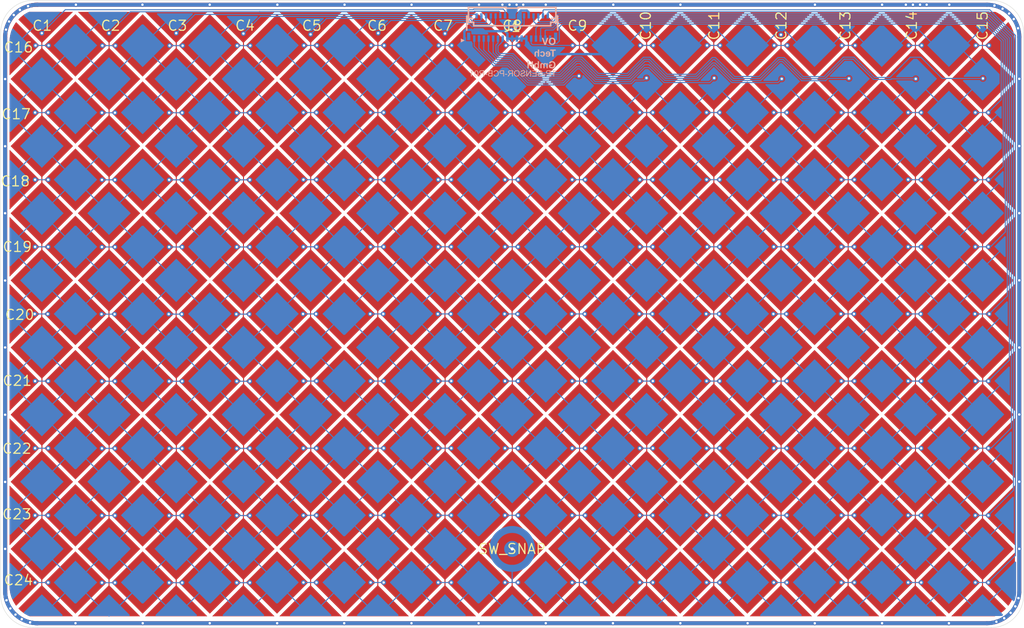
<source format=kicad_pcb>
(kicad_pcb (version 20240108) (generator "pcbnew") (generator_version "8.0")
  (layers (0 "F.Cu" signal "Top Layer") (31 "B.Cu" signal "Bottom Layer") (34 "B.Paste" user "Bottom Paste") (35 "F.Paste" user "Top Paste") (36 "B.SilkS" user "Bottom Overlay") (37 "F.SilkS" user "Top Overlay") (38 "B.Mask" user "Bottom Solder") (39 "F.Mask" user "Top Solder") (44 "Edge.Cuts" user))
  (net 0 "")
  (net 1 "TP-SENS-RX8")
  (net 2 "TP-SENS-RX7")
  (net 3 "TP-SENS-RX6")
  (net 4 "TP-SENS-RX5")
  (net 5 "TP-SENS-RX4")
  (net 6 "TP-SENS-RX3")
  (net 7 "TP-SENS-TX14")
  (net 8 "TP-SENS-TX13")
  (net 9 "TP-SENS-TX12")
  (net 10 "TP-SENS-TX11")
  (net 11 "TP-SENS-TX10")
  (net 12 "TP-SENS-TX9")
  (net 13 "TP-SENS-TX8")
  (net 14 "TP-SENS-TX7")
  (net 15 "TP-SENS-TX6")
  (net 16 "TP-SENS-TX5")
  (net 17 "TP-SENS-TX4")
  (net 18 "TP-SENS-TX3")
  (net 19 "TP-SENS-TX2")
  (net 20 "TP-SENS-TX1")
  (net 21 "TP-SENS-TX0")
  (net 22 "TP-SENS-RX2")
  (net 23 "TP-SENS-RX1")
  (net 24 "TP-SENS-RX0")
  (net 25 "GND")
  (net 26 "EMI-GND")
  (footprint "QV_Cap.PcbLib:CAP_TRACKPAD_TX_CLM" (layer "F.Cu") (at 89.0511 68.5036)
    (property "Reference" "C1")
    (property "Value" "" (hide yes))
  )
  (footprint "QV_Cap.PcbLib:CAP_TRACKPAD_TX_CLM" (layer "F.Cu") (at 123.1511 68.5036)
    (property "Reference" "C5")
    (property "Value" "" (hide yes))
  )
  (footprint "QV_Cap.PcbLib:CAP_TRACKPAD_TX_CLM" (layer "F.Cu") (at 182.5511 68.5036 90)
    (property "Reference" "C12")
    (property "Value" "" (hide yes))
  )
  (footprint "QV_Cap.PcbLib:CAP_TRACKPAD_TX_CLM" (layer "F.Cu") (at 97.7011 68.5036)
    (property "Reference" "C2")
    (property "Value" "" (hide yes))
  )
  (footprint "QV_Cap.PcbLib:CAP_TRACKPAD_RX_ROW" (layer "F.Cu") (at 85.9011 96.5036 180)
    (property "Reference" "C19")
    (property "Value" "" (hide yes))
  )
  (footprint "QV_Cap.PcbLib:CAP_TRACKPAD_TX_CLM" (layer "F.Cu") (at 139.7511 68.5036)
    (property "Reference" "C7")
    (property "Value" "" (hide yes))
  )
  (footprint "QV_Cap.PcbLib:CAP_TRACKPAD_TX_CLM" (layer "F.Cu") (at 106.1511 68.5036)
    (property "Reference" "C3")
    (property "Value" "" (hide yes))
  )
  (footprint "QV_Cap.PcbLib:CAP_TRACKPAD_TX_CLM" (layer "F.Cu") (at 199.0511 68.5036 90)
    (property "Reference" "C14")
    (property "Value" "" (hide yes))
  )
  (footprint "QV_Cap.PcbLib:CAP_TRACKPAD_RX_ROW" (layer "F.Cu") (at 86.0511 138.7036 180)
    (property "Reference" "C24")
    (property "Value" "" (hide yes))
  )
  (footprint "QV_Cap.PcbLib:CAP_TRACKPAD_TX_CLM" (layer "F.Cu") (at 156.7511 68.5036)
    (property "Reference" "C9")
    (property "Value" "" (hide yes))
  )
  (footprint "QV_Cap.PcbLib:CAP_TRACKPAD_RX_ROW" (layer "F.Cu") (at 85.8511 122.0536 180)
    (property "Reference" "C22")
    (property "Value" "" (hide yes))
  )
  (footprint "QV_Cap.PcbLib:CAP_TRACKPAD_RX_ROW" (layer "F.Cu") (at 85.7511 79.7036 180)
    (property "Reference" "C17")
    (property "Value" "" (hide yes))
  )
  (footprint "QV_Cap.PcbLib:CAP_TRACKPAD_RX_ROW" (layer "F.Cu") (at 86.0511 71.2536 180)
    (property "Reference" "C16")
    (property "Value" "" (hide yes))
  )
  (footprint "QV_Cap.PcbLib:CAP_TRACKPAD_TX_CLM" (layer "F.Cu") (at 165.4011 68.5036 90)
    (property "Reference" "C10")
    (property "Value" "" (hide yes))
  )
  (footprint "QV_Cap.PcbLib:CAP_TRACKPAD_TX_CLM" (layer "F.Cu") (at 174.0511 68.5036 90)
    (property "Reference" "C11")
    (property "Value" "" (hide yes))
  )
  (footprint "QV_Cap.PcbLib:CAP_TRACKPAD_TX_CLM" (layer "F.Cu") (at 114.7011 68.5036)
    (property "Reference" "C4")
    (property "Value" "" (hide yes))
  )
  (footprint "QV_Cap.PcbLib:CAP_TRACKPAD_TX_CLM" (layer "F.Cu") (at 208.0011 68.5036 90)
    (property "Reference" "C15")
    (property "Value" "" (hide yes))
  )
  (footprint "QV_Cap.PcbLib:CAP_TRACKPAD_RX_ROW" (layer "F.Cu") (at 85.6511 88.2036 180)
    (property "Reference" "C18")
    (property "Value" "" (hide yes))
  )
  (footprint "QV_Cap.PcbLib:CAP_TRACKPAD_RX_ROW" (layer "F.Cu") (at 86.2011 105.1036 180)
    (property "Reference" "C20")
    (property "Value" "" (hide yes))
  )
  (footprint "QV_Cap.PcbLib:CAP_TRACKPAD_TX_CLM" (layer "F.Cu") (at 131.4011 68.5036)
    (property "Reference" "C6")
    (property "Value" "" (hide yes))
  )
  (footprint "QV_Cap.PcbLib:CAP_TRACKPAD_RX_ROW" (layer "F.Cu") (at 85.8511 130.3536 180)
    (property "Reference" "C23")
    (property "Value" "" (hide yes))
  )
  (footprint "QV_Cap.PcbLib:CAP_TRACKPAD_RX_ROW" (layer "F.Cu") (at 85.9011 113.4536 180)
    (property "Reference" "C21")
    (property "Value" "" (hide yes))
  )
  (footprint "QV_Cap.PcbLib:CAP_TRACKPAD_TX_CLM" (layer "F.Cu") (at 148.5011 68.5036)
    (property "Reference" "C8")
    (property "Value" "" (hide yes))
  )
  (footprint "QV_Cap.PcbLib:CAP_TRACKPAD_TX_CLM" (layer "F.Cu") (at 190.6511 68.5036 90)
    (property "Reference" "C13")
    (property "Value" "" (hide yes))
  )
  (footprint "QV_ElectroMech.PcbLib:SNAPDOME_RCG05200N" (layer "B.Cu") (at 148.5011 134.7496 180)
    (property "Reference" "SW_SNAP")
    (property "Value" "" (hide yes))
  )
  (footprint "QV_Con.PcbLib:FFC 33pol 0.3mm FH35C-33S-0.3SHW" (layer "B.Cu") (at 148.5011 68.6536 180)
    (property "Reference" "J1")
    (property "Value" "" (hide yes))
  )
  (gr_line (start 87.9011 65.3036) (end 209.101099 65.3036) (stroke (width 0.05)) (layer "Edge.Cuts"))
  (gr_arc (start 213.20109 140.603607) (mid 212.000227 143.502734) (end 209.101097 144.7036) (stroke (width 0.05)) (layer "Edge.Cuts"))
  (gr_line (start 213.2011 69.4036) (end 213.20109 140.603607) (stroke (width 0.05)) (layer "Edge.Cuts"))
  (gr_arc (start 209.101099 65.3036) (mid 212.000239 66.504463) (end 213.2011 69.403604) (stroke (width 0.05)) (layer "Edge.Cuts"))
  (gr_arc (start 83.8011 69.4036) (mid 85.001962 66.504462) (end 87.9011 65.3036) (stroke (width 0.05)) (layer "Edge.Cuts"))
  (gr_line (start 209.1011 144.7036) (end 87.9011 144.7036) (stroke (width 0.05)) (layer "Edge.Cuts"))
  (gr_arc (start 87.9011 144.7036) (mid 85.001962 143.502738) (end 83.8011 140.6036) (stroke (width 0.05)) (layer "Edge.Cuts"))
  (gr_line (start 209.101097 144.7036) (end 209.1011 144.7036) (stroke (width 0.05)) (layer "Edge.Cuts"))
  (gr_line (start 83.8011 140.6036) (end 83.8011 69.4036) (stroke (width 0.05)) (layer "Edge.Cuts"))
  (gr_line (start 213.2011 69.403604) (end 213.2011 69.4036) (stroke (width 0.05)) (layer "Edge.Cuts"))
  (gr_text_box "OV Tech GmbH" (start 154.7011 73.38806) (end 154.7011 73.38806) (layer "B.SilkS") (effects (font (size 0.882 0.882) (thickness 0.254) (bold yes)) (justify left bottom mirror)) (border no) (stroke (width 0.1)))
  (gr_text_box "TP-SENSOR-PCB-R01" (start 154.6511 74.49087) (end 154.6511 74.49087) (layer "B.SilkS") (effects (font (size 0.756 0.756) (thickness 0.254)) (justify left bottom mirror)) (border no) (stroke (width 0.1)))
  (via (at 149.24478 138.99885) (size 0.6) (drill 0.3) (layers "F.Cu" "B.Cu") (net 1))
  (via (at 140.79478 138.99885) (size 0.6) (drill 0.3) (layers "F.Cu" "B.Cu") (net 1))
  (via (at 157.74478 138.99885) (size 0.6) (drill 0.3) (layers "F.Cu" "B.Cu") (net 1))
  (via (at 207.09478 138.99885) (size 0.6) (drill 0.3) (layers "F.Cu" "B.Cu") (net 1))
  (via (at 88.1511 139.0036) (size 0.6) (drill 0.3) (layers "F.Cu" "B.Cu") (net 1))
  (via (at 122.09478 138.99885) (size 0.6) (drill 0.3) (layers "F.Cu" "B.Cu") (net 1))
  (via (at 191.79478 138.99885) (size 0.6) (drill 0.3) (layers "F.Cu" "B.Cu") (net 1))
  (via (at 139.14478 138.99885) (size 0.6) (drill 0.3) (layers "F.Cu" "B.Cu") (net 1))
  (via (at 105.10492 139.02311) (size 0.6) (drill 0.3) (layers "F.Cu" "B.Cu") (net 1))
  (via (at 200.24478 138.99885) (size 0.6) (drill 0.3) (layers "F.Cu" "B.Cu") (net 1))
  (via (at 106.75493 139.02311) (size 0.6) (drill 0.3) (layers "F.Cu" "B.Cu") (net 1))
  (via (at 113.65492 139.02311) (size 0.6) (drill 0.3) (layers "F.Cu" "B.Cu") (net 1))
  (via (at 174.74478 138.99885) (size 0.6) (drill 0.3) (layers "F.Cu" "B.Cu") (net 1))
  (via (at 166.29478 138.99885) (size 0.6) (drill 0.3) (layers "F.Cu" "B.Cu") (net 1))
  (via (at 198.59478 138.99885) (size 0.6) (drill 0.3) (layers "F.Cu" "B.Cu") (net 1))
  (via (at 173.09478 138.99885) (size 0.6) (drill 0.3) (layers "F.Cu" "B.Cu") (net 1))
  (via (at 115.30493 139.02311) (size 0.6) (drill 0.3) (layers "F.Cu" "B.Cu") (net 1))
  (via (at 156.09478 138.99885) (size 0.6) (drill 0.3) (layers "F.Cu" "B.Cu") (net 1))
  (via (at 181.59478 138.99885) (size 0.6) (drill 0.3) (layers "F.Cu" "B.Cu") (net 1))
  (via (at 89.8011 139.0036) (size 0.6) (drill 0.3) (layers "F.Cu" "B.Cu") (net 1))
  (via (at 164.64478 138.99885) (size 0.6) (drill 0.3) (layers "F.Cu" "B.Cu") (net 1))
  (via (at 98.25492 139.02311) (size 0.6) (drill 0.3) (layers "F.Cu" "B.Cu") (net 1))
  (via (at 123.74478 138.99885) (size 0.6) (drill 0.3) (layers "F.Cu" "B.Cu") (net 1))
  (via (at 132.24478 138.99885) (size 0.6) (drill 0.3) (layers "F.Cu" "B.Cu") (net 1))
  (via (at 190.14478 138.99885) (size 0.6) (drill 0.3) (layers "F.Cu" "B.Cu") (net 1))
  (via (at 130.59478 138.99885) (size 0.6) (drill 0.3) (layers "F.Cu" "B.Cu") (net 1))
  (via (at 96.60492 139.02311) (size 0.6) (drill 0.3) (layers "F.Cu" "B.Cu") (net 1))
  (via (at 183.24478 138.99885) (size 0.6) (drill 0.3) (layers "F.Cu" "B.Cu") (net 1))
  (via (at 208.74478 138.99885) (size 0.6) (drill 0.3) (layers "F.Cu" "B.Cu") (net 1))
  (via (at 147.59478 138.99885) (size 0.6) (drill 0.3) (layers "F.Cu" "B.Cu") (net 1))
  (segment (start 164.64478 138.99885) (end 166.29478 138.99885) (width 0.13) (layer "B.Cu") (net 1))
  (segment (start 122.09478 138.99885) (end 123.74478 138.99885) (width 0.13) (layer "B.Cu") (net 1))
  (segment (start 181.59478 138.99885) (end 183.24478 138.99885) (width 0.13) (layer "B.Cu") (net 1))
  (segment (start 149.39226 137.2116) (end 149.70886 136.89501) (width 0.2) (layer "B.Cu") (net 1))
  (segment (start 198.59478 138.99885) (end 200.24478 138.99885) (width 0.13) (layer "B.Cu") (net 1))
  (segment (start 156.09478 138.99885) (end 157.74478 138.99885) (width 0.13) (layer "B.Cu") (net 1))
  (segment (start 88.1511 139.0036) (end 89.8011 139.0036) (width 0.13) (layer "B.Cu") (net 1))
  (segment (start 139.14478 138.99885) (end 140.79478 138.99885) (width 0.13) (layer "B.Cu") (net 1))
  (segment (start 152.40109 66.58076) (end 152.49398 66.48787) (width 0.13) (layer "B.Cu") (net 1))
  (segment (start 207.09478 138.99885) (end 208.74478 138.99885) (width 0.13) (layer "B.Cu") (net 1))
  (segment (start 113.65492 139.02311) (end 115.30493 139.02311) (width 0.13) (layer "B.Cu") (net 1))
  (segment (start 148.41978 138.99885) (end 149.24478 138.99885) (width 0.13) (layer "B.Cu") (net 1))
  (segment (start 150.9631 135.64076) (end 150.9631 134.7496) (width 0.2) (layer "B.Cu") (net 1))
  (segment (start 148.5011 138.91753) (end 148.5011 137.2116) (width 0.13) (layer "B.Cu") (net 1))
  (segment (start 212.16598 135.57764) (end 212.16598 69.73459) (width 0.13) (layer "B.Cu") (net 1))
  (segment (start 208.91926 66.48787) (end 212.16598 69.73459) (width 0.13) (layer "B.Cu") (net 1))
  (segment (start 190.14478 138.99885) (end 191.79478 138.99885) (width 0.13) (layer "B.Cu") (net 1))
  (segment (start 152.49398 66.48787) (end 208.91926 66.48787) (width 0.13) (layer "B.Cu") (net 1))
  (segment (start 208.74478 138.99885) (end 212.16598 135.57764) (width 0.13) (layer "B.Cu") (net 1))
  (segment (start 173.09478 138.99885) (end 174.74478 138.99885) (width 0.13) (layer "B.Cu") (net 1))
  (segment (start 148.5011 137.2116) (end 149.39226 137.2116) (width 0.2) (layer "B.Cu") (net 1))
  (segment (start 148.41978 138.99885) (end 148.5011 138.91753) (width 0.13) (layer "B.Cu") (net 1))
  (segment (start 105.10492 139.02311) (end 106.75493 139.02311) (width 0.13) (layer "B.Cu") (net 1))
  (segment (start 150.64651 135.95735) (end 150.9631 135.64076) (width 0.2) (layer "B.Cu") (net 1))
  (segment (start 147.59478 138.99885) (end 148.41978 138.99885) (width 0.13) (layer "B.Cu") (net 1))
  (segment (start 152.40109 67.26247) (end 152.40109 66.58076) (width 0.13) (layer "B.Cu") (net 1))
  (segment (start 130.59478 138.99885) (end 132.24478 138.99885) (width 0.13) (layer "B.Cu") (net 1))
  (segment (start 96.60492 139.02311) (end 98.25492 139.02311) (width 0.13) (layer "B.Cu") (net 1))
  (segment (start 149.70886 136.89501) (end 150.64651 135.95735) (width 0.2) (layer "B.Cu") (net 1))
  (arc (start 149.708854 136.895008) (mid 149.12538 137.131137) (end 148.5011 137.2116) (width 0.88) (layer "B.Cu") (net 1))
  (arc (start 148.5011 137.2116) (mid 146.760203 133.008703) (end 150.9631 134.7496) (width 0.88) (layer "B.Cu") (net 1))
  (arc (start 150.646508 135.957354) (mid 150.241997 136.490497) (end 149.708855 136.895008) (width 0.88) (layer "B.Cu") (net 1))
  (arc (start 150.9631 134.7496) (mid 150.882637 135.37388) (end 150.646508 135.957354) (width 0.88) (layer "B.Cu") (net 1))
  (via (at 190.14478 130.49885) (size 0.6) (drill 0.3) (layers "F.Cu" "B.Cu") (net 2))
  (via (at 149.24478 130.49885) (size 0.6) (drill 0.3) (layers "F.Cu" "B.Cu") (net 2))
  (via (at 139.14478 130.49885) (size 0.6) (drill 0.3) (layers "F.Cu" "B.Cu") (net 2))
  (via (at 200.24478 130.49885) (size 0.6) (drill 0.3) (layers "F.Cu" "B.Cu") (net 2))
  (via (at 105.10492 130.52311) (size 0.6) (drill 0.3) (layers "F.Cu" "B.Cu") (net 2))
  (via (at 115.30493 130.52311) (size 0.6) (drill 0.3) (layers "F.Cu" "B.Cu") (net 2))
  (via (at 208.74478 130.49885) (size 0.6) (drill 0.3) (layers "F.Cu" "B.Cu") (net 2))
  (via (at 132.24478 130.49885) (size 0.6) (drill 0.3) (layers "F.Cu" "B.Cu") (net 2))
  (via (at 140.79478 130.49885) (size 0.6) (drill 0.3) (layers "F.Cu" "B.Cu") (net 2))
  (via (at 98.25492 130.52311) (size 0.6) (drill 0.3) (layers "F.Cu" "B.Cu") (net 2))
  (via (at 88.1511 130.5036) (size 0.6) (drill 0.3) (layers "F.Cu" "B.Cu") (net 2))
  (via (at 113.65492 130.52311) (size 0.6) (drill 0.3) (layers "F.Cu" "B.Cu") (net 2))
  (via (at 174.74478 130.49885) (size 0.6) (drill 0.3) (layers "F.Cu" "B.Cu") (net 2))
  (via (at 123.74478 130.49885) (size 0.6) (drill 0.3) (layers "F.Cu" "B.Cu") (net 2))
  (via (at 147.59478 130.49885) (size 0.6) (drill 0.3) (layers "F.Cu" "B.Cu") (net 2))
  (via (at 106.75493 130.52311) (size 0.6) (drill 0.3) (layers "F.Cu" "B.Cu") (net 2))
  (via (at 166.29478 130.49885) (size 0.6) (drill 0.3) (layers "F.Cu" "B.Cu") (net 2))
  (via (at 183.24478 130.49885) (size 0.6) (drill 0.3) (layers "F.Cu" "B.Cu") (net 2))
  (via (at 198.59478 130.49885) (size 0.6) (drill 0.3) (layers "F.Cu" "B.Cu") (net 2))
  (via (at 173.09478 130.49885) (size 0.6) (drill 0.3) (layers "F.Cu" "B.Cu") (net 2))
  (via (at 181.59478 130.49885) (size 0.6) (drill 0.3) (layers "F.Cu" "B.Cu") (net 2))
  (via (at 207.09478 130.49885) (size 0.6) (drill 0.3) (layers "F.Cu" "B.Cu") (net 2))
  (via (at 156.09478 130.49885) (size 0.6) (drill 0.3) (layers "F.Cu" "B.Cu") (net 2))
  (via (at 122.09478 130.49885) (size 0.6) (drill 0.3) (layers "F.Cu" "B.Cu") (net 2))
  (via (at 157.74478 130.49885) (size 0.6) (drill 0.3) (layers "F.Cu" "B.Cu") (net 2))
  (via (at 164.64478 130.49885) (size 0.6) (drill 0.3) (layers "F.Cu" "B.Cu") (net 2))
  (via (at 130.59478 130.49885) (size 0.6) (drill 0.3) (layers "F.Cu" "B.Cu") (net 2))
  (via (at 89.8011 130.5036) (size 0.6) (drill 0.3) (layers "F.Cu" "B.Cu") (net 2))
  (via (at 96.60492 130.52311) (size 0.6) (drill 0.3) (layers "F.Cu" "B.Cu") (net 2))
  (via (at 191.79478 130.49885) (size 0.6) (drill 0.3) (layers "F.Cu" "B.Cu") (net 2))
  (segment (start 105.10492 130.52311) (end 106.75493 130.52311) (width 0.13) (layer "B.Cu") (net 2))
  (segment (start 198.59478 130.49885) (end 200.24478 130.49885) (width 0.13) (layer "B.Cu") (net 2))
  (segment (start 207.09478 130.49885) (end 208.74478 130.49885) (width 0.13) (layer "B.Cu") (net 2))
  (segment (start 122.09478 130.49885) (end 123.74478 130.49885) (width 0.13) (layer "B.Cu") (net 2))
  (segment (start 164.64478 130.49885) (end 166.29478 130.49885) (width 0.13) (layer "B.Cu") (net 2))
  (segment (start 113.65492 130.52311) (end 115.30493 130.52311) (width 0.13) (layer "B.Cu") (net 2))
  (segment (start 88.1511 130.5036) (end 89.8011 130.5036) (width 0.13) (layer "B.Cu") (net 2))
  (segment (start 156.09478 130.49885) (end 157.74478 130.49885) (width 0.13) (layer "B.Cu") (net 2))
  (segment (start 153.05041 67.21315) (end 153.05041 66.82102) (width 0.13) (layer "B.Cu") (net 2))
  (segment (start 181.59478 130.49885) (end 183.24478 130.49885) (width 0.13) (layer "B.Cu") (net 2))
  (segment (start 153.00109 67.26247) (end 153.05041 67.21315) (width 0.13) (layer "B.Cu") (net 2))
  (segment (start 173.09478 130.49885) (end 174.74478 130.49885) (width 0.13) (layer "B.Cu") (net 2))
  (segment (start 147.59478 130.49885) (end 149.24478 130.49885) (width 0.13) (layer "B.Cu") (net 2))
  (segment (start 139.14478 130.49885) (end 140.79478 130.49885) (width 0.13) (layer "B.Cu") (net 2))
  (segment (start 153.12656 66.74487) (end 208.81281 66.74487) (width 0.13) (layer "B.Cu") (net 2))
  (segment (start 208.74478 130.49885) (end 211.90898 127.33464) (width 0.13) (layer "B.Cu") (net 2))
  (segment (start 190.14478 130.49885) (end 191.79478 130.49885) (width 0.13) (layer "B.Cu") (net 2))
  (segment (start 96.60492 130.52311) (end 98.25492 130.52311) (width 0.13) (layer "B.Cu") (net 2))
  (segment (start 153.05041 66.82102) (end 153.12656 66.74487) (width 0.13) (layer "B.Cu") (net 2))
  (segment (start 211.90898 127.33464) (end 211.90898 69.84105) (width 0.13) (layer "B.Cu") (net 2))
  (segment (start 130.59478 130.49885) (end 132.24478 130.49885) (width 0.13) (layer "B.Cu") (net 2))
  (segment (start 208.81281 66.74487) (end 211.90898 69.84105) (width 0.13) (layer "B.Cu") (net 2))
  (via (at 174.74478 121.99885) (size 0.6) (drill 0.3) (layers "F.Cu" "B.Cu") (net 3))
  (via (at 208.74478 121.99885) (size 0.6) (drill 0.3) (layers "F.Cu" "B.Cu") (net 3))
  (via (at 147.59478 121.99885) (size 0.6) (drill 0.3) (layers "F.Cu" "B.Cu") (net 3))
  (via (at 166.29478 121.99885) (size 0.6) (drill 0.3) (layers "F.Cu" "B.Cu") (net 3))
  (via (at 123.74478 121.99885) (size 0.6) (drill 0.3) (layers "F.Cu" "B.Cu") (net 3))
  (via (at 157.74478 121.99885) (size 0.6) (drill 0.3) (layers "F.Cu" "B.Cu") (net 3))
  (via (at 96.60492 122.02311) (size 0.6) (drill 0.3) (layers "F.Cu" "B.Cu") (net 3))
  (via (at 115.30493 122.02311) (size 0.6) (drill 0.3) (layers "F.Cu" "B.Cu") (net 3))
  (via (at 139.14478 121.99885) (size 0.6) (drill 0.3) (layers "F.Cu" "B.Cu") (net 3))
  (via (at 156.09478 121.99885) (size 0.6) (drill 0.3) (layers "F.Cu" "B.Cu") (net 3))
  (via (at 191.79478 121.99885) (size 0.6) (drill 0.3) (layers "F.Cu" "B.Cu") (net 3))
  (via (at 105.10492 122.02311) (size 0.6) (drill 0.3) (layers "F.Cu" "B.Cu") (net 3))
  (via (at 149.24478 121.99885) (size 0.6) (drill 0.3) (layers "F.Cu" "B.Cu") (net 3))
  (via (at 140.79478 121.99885) (size 0.6) (drill 0.3) (layers "F.Cu" "B.Cu") (net 3))
  (via (at 183.24478 121.99885) (size 0.6) (drill 0.3) (layers "F.Cu" "B.Cu") (net 3))
  (via (at 122.09478 121.99885) (size 0.6) (drill 0.3) (layers "F.Cu" "B.Cu") (net 3))
  (via (at 200.24478 121.99885) (size 0.6) (drill 0.3) (layers "F.Cu" "B.Cu") (net 3))
  (via (at 190.14478 121.99885) (size 0.6) (drill 0.3) (layers "F.Cu" "B.Cu") (net 3))
  (via (at 164.64478 121.99885) (size 0.6) (drill 0.3) (layers "F.Cu" "B.Cu") (net 3))
  (via (at 98.25492 122.02311) (size 0.6) (drill 0.3) (layers "F.Cu" "B.Cu") (net 3))
  (via (at 130.59478 121.99885) (size 0.6) (drill 0.3) (layers "F.Cu" "B.Cu") (net 3))
  (via (at 132.24478 121.99885) (size 0.6) (drill 0.3) (layers "F.Cu" "B.Cu") (net 3))
  (via (at 173.09478 121.99885) (size 0.6) (drill 0.3) (layers "F.Cu" "B.Cu") (net 3))
  (via (at 89.8011 122.0036) (size 0.6) (drill 0.3) (layers "F.Cu" "B.Cu") (net 3))
  (via (at 113.65492 122.02311) (size 0.6) (drill 0.3) (layers "F.Cu" "B.Cu") (net 3))
  (via (at 198.59478 121.99885) (size 0.6) (drill 0.3) (layers "F.Cu" "B.Cu") (net 3))
  (via (at 88.1511 122.0036) (size 0.6) (drill 0.3) (layers "F.Cu" "B.Cu") (net 3))
  (via (at 106.75493 122.02311) (size 0.6) (drill 0.3) (layers "F.Cu" "B.Cu") (net 3))
  (via (at 207.09478 121.99885) (size 0.6) (drill 0.3) (layers "F.Cu" "B.Cu") (net 3))
  (via (at 181.59478 121.99885) (size 0.6) (drill 0.3) (layers "F.Cu" "B.Cu") (net 3))
  (segment (start 105.10492 122.02311) (end 106.75493 122.02311) (width 0.13) (layer "B.Cu") (net 3))
  (segment (start 208.74478 121.99885) (end 208.80926 121.93437) (width 0.13) (layer "B.Cu") (net 3))
  (segment (start 181.59478 121.99885) (end 183.24478 121.99885) (width 0.13) (layer "B.Cu") (net 3))
  (segment (start 207.09478 121.99885) (end 208.74478 121.99885) (width 0.13) (layer "B.Cu") (net 3))
  (segment (start 96.60492 122.02311) (end 98.25492 122.02311) (width 0.13) (layer "B.Cu") (net 3))
  (segment (start 88.1511 122.0036) (end 89.8011 122.0036) (width 0.13) (layer "B.Cu") (net 3))
  (segment (start 154.2861 67.0186) (end 208.72309 67.0186) (width 0.13) (layer "B.Cu") (net 3))
  (segment (start 208.80926 121.93437) (end 209.12033 121.93437) (width 0.13) (layer "B.Cu") (net 3))
  (segment (start 173.09478 121.99885) (end 174.74478 121.99885) (width 0.13) (layer "B.Cu") (net 3))
  (segment (start 151.80109 67.80359) (end 151.80109 67.26247) (width 0.13) (layer "B.Cu") (net 3))
  (segment (start 153.3011 68.0036) (end 154.2861 67.0186) (width 0.13) (layer "B.Cu") (net 3))
  (segment (start 139.14478 121.99885) (end 140.79478 121.99885) (width 0.13) (layer "B.Cu") (net 3))
  (segment (start 151.80109 67.80359) (end 152.0011 68.0036) (width 0.13) (layer "B.Cu") (net 3))
  (segment (start 209.12033 121.93437) (end 211.65198 119.40272) (width 0.13) (layer "B.Cu") (net 3))
  (segment (start 152.0011 68.0036) (end 153.3011 68.0036) (width 0.13) (layer "B.Cu") (net 3))
  (segment (start 130.59478 121.99885) (end 132.24478 121.99885) (width 0.13) (layer "B.Cu") (net 3))
  (segment (start 211.65198 119.40272) (end 211.65198 69.9475) (width 0.13) (layer "B.Cu") (net 3))
  (segment (start 208.72309 67.0186) (end 211.65198 69.9475) (width 0.13) (layer "B.Cu") (net 3))
  (segment (start 122.09478 121.99885) (end 123.74478 121.99885) (width 0.13) (layer "B.Cu") (net 3))
  (segment (start 156.09478 121.99885) (end 157.74478 121.99885) (width 0.13) (layer "B.Cu") (net 3))
  (segment (start 147.59478 121.99885) (end 149.24478 121.99885) (width 0.13) (layer "B.Cu") (net 3))
  (segment (start 198.59478 121.99885) (end 200.24478 121.99885) (width 0.13) (layer "B.Cu") (net 3))
  (segment (start 190.14478 121.99885) (end 191.79478 121.99885) (width 0.13) (layer "B.Cu") (net 3))
  (segment (start 164.64478 121.99885) (end 166.29478 121.99885) (width 0.13) (layer "B.Cu") (net 3))
  (segment (start 113.65492 122.02311) (end 115.30493 122.02311) (width 0.13) (layer "B.Cu") (net 3))
  (via (at 147.59478 113.49884) (size 0.6) (drill 0.3) (layers "F.Cu" "B.Cu") (net 4))
  (via (at 89.8011 113.5036) (size 0.6) (drill 0.3) (layers "F.Cu" "B.Cu") (net 4))
  (via (at 122.09478 113.49884) (size 0.6) (drill 0.3) (layers "F.Cu" "B.Cu") (net 4))
  (via (at 198.59478 113.49884) (size 0.6) (drill 0.3) (layers "F.Cu" "B.Cu") (net 4))
  (via (at 166.29478 113.49884) (size 0.6) (drill 0.3) (layers "F.Cu" "B.Cu") (net 4))
  (via (at 191.79478 113.49884) (size 0.6) (drill 0.3) (layers "F.Cu" "B.Cu") (net 4))
  (via (at 164.64478 113.49884) (size 0.6) (drill 0.3) (layers "F.Cu" "B.Cu") (net 4))
  (via (at 106.75493 113.52311) (size 0.6) (drill 0.3) (layers "F.Cu" "B.Cu") (net 4))
  (via (at 183.24478 113.49884) (size 0.6) (drill 0.3) (layers "F.Cu" "B.Cu") (net 4))
  (via (at 173.09478 113.49884) (size 0.6) (drill 0.3) (layers "F.Cu" "B.Cu") (net 4))
  (via (at 157.74478 113.49884) (size 0.6) (drill 0.3) (layers "F.Cu" "B.Cu") (net 4))
  (via (at 130.59478 113.49884) (size 0.6) (drill 0.3) (layers "F.Cu" "B.Cu") (net 4))
  (via (at 96.60492 113.52311) (size 0.6) (drill 0.3) (layers "F.Cu" "B.Cu") (net 4))
  (via (at 88.1511 113.5036) (size 0.6) (drill 0.3) (layers "F.Cu" "B.Cu") (net 4))
  (via (at 200.24478 113.49884) (size 0.6) (drill 0.3) (layers "F.Cu" "B.Cu") (net 4))
  (via (at 132.24478 113.49884) (size 0.6) (drill 0.3) (layers "F.Cu" "B.Cu") (net 4))
  (via (at 113.65492 113.52311) (size 0.6) (drill 0.3) (layers "F.Cu" "B.Cu") (net 4))
  (via (at 149.24478 113.49884) (size 0.6) (drill 0.3) (layers "F.Cu" "B.Cu") (net 4))
  (via (at 105.10492 113.52311) (size 0.6) (drill 0.3) (layers "F.Cu" "B.Cu") (net 4))
  (via (at 181.59478 113.49884) (size 0.6) (drill 0.3) (layers "F.Cu" "B.Cu") (net 4))
  (via (at 156.09478 113.49884) (size 0.6) (drill 0.3) (layers "F.Cu" "B.Cu") (net 4))
  (via (at 123.74478 113.49884) (size 0.6) (drill 0.3) (layers "F.Cu" "B.Cu") (net 4))
  (via (at 208.74478 113.49884) (size 0.6) (drill 0.3) (layers "F.Cu" "B.Cu") (net 4))
  (via (at 174.74478 113.49884) (size 0.6) (drill 0.3) (layers "F.Cu" "B.Cu") (net 4))
  (via (at 98.25492 113.52311) (size 0.6) (drill 0.3) (layers "F.Cu" "B.Cu") (net 4))
  (via (at 115.30493 113.52311) (size 0.6) (drill 0.3) (layers "F.Cu" "B.Cu") (net 4))
  (via (at 190.14478 113.49884) (size 0.6) (drill 0.3) (layers "F.Cu" "B.Cu") (net 4))
  (via (at 139.14478 113.49884) (size 0.6) (drill 0.3) (layers "F.Cu" "B.Cu") (net 4))
  (via (at 207.09478 113.49884) (size 0.6) (drill 0.3) (layers "F.Cu" "B.Cu") (net 4))
  (via (at 140.79478 113.49884) (size 0.6) (drill 0.3) (layers "F.Cu" "B.Cu") (net 4))
  (segment (start 105.10492 113.52311) (end 106.75493 113.52311) (width 0.13) (layer "B.Cu") (net 4))
  (segment (start 198.59478 113.49884) (end 200.24478 113.49884) (width 0.13) (layer "B.Cu") (net 4))
  (segment (start 190.14478 113.49884) (end 191.79478 113.49884) (width 0.13) (layer "B.Cu") (net 4))
  (segment (start 154.39255 67.2756) (end 208.61664 67.2756) (width 0.13) (layer "B.Cu") (net 4))
  (segment (start 208.61664 67.2756) (end 211.39499 70.05395) (width 0.13) (layer "B.Cu") (net 4))
  (segment (start 164.64478 113.49884) (end 166.29478 113.49884) (width 0.13) (layer "B.Cu") (net 4))
  (segment (start 151.21536 67.96786) (end 151.21536 67.27674) (width 0.13) (layer "B.Cu") (net 4))
  (segment (start 88.1511 113.5036) (end 89.8011 113.5036) (width 0.13) (layer "B.Cu") (net 4))
  (segment (start 139.14478 113.49884) (end 140.79478 113.49884) (width 0.13) (layer "B.Cu") (net 4))
  (segment (start 173.09478 113.49884) (end 174.74478 113.49884) (width 0.13) (layer "B.Cu") (net 4))
  (segment (start 153.40755 68.2606) (end 154.39255 67.2756) (width 0.13) (layer "B.Cu") (net 4))
  (segment (start 151.21536 67.96786) (end 151.5081 68.2606) (width 0.13) (layer "B.Cu") (net 4))
  (segment (start 151.5081 68.2606) (end 153.40755 68.2606) (width 0.13) (layer "B.Cu") (net 4))
  (segment (start 130.59478 113.49884) (end 132.24478 113.49884) (width 0.13) (layer "B.Cu") (net 4))
  (segment (start 207.09478 113.49884) (end 208.74478 113.49884) (width 0.13) (layer "B.Cu") (net 4))
  (segment (start 151.2011 67.26247) (end 151.21536 67.27674) (width 0.13) (layer "B.Cu") (net 4))
  (segment (start 147.59478 113.49884) (end 149.24478 113.49884) (width 0.13) (layer "B.Cu") (net 4))
  (segment (start 113.65492 113.52311) (end 115.30493 113.52311) (width 0.13) (layer "B.Cu") (net 4))
  (segment (start 181.59478 113.49884) (end 183.24478 113.49884) (width 0.13) (layer "B.Cu") (net 4))
  (segment (start 208.74478 113.49884) (end 211.39499 110.84864) (width 0.13) (layer "B.Cu") (net 4))
  (segment (start 211.39499 110.84864) (end 211.39499 70.05395) (width 0.13) (layer "B.Cu") (net 4))
  (segment (start 122.09478 113.49884) (end 123.74478 113.49884) (width 0.13) (layer "B.Cu") (net 4))
  (segment (start 156.09478 113.49884) (end 157.74478 113.49884) (width 0.13) (layer "B.Cu") (net 4))
  (segment (start 96.60492 113.52311) (end 98.25492 113.52311) (width 0.13) (layer "B.Cu") (net 4))
  (via (at 191.74478 104.99885) (size 0.6) (drill 0.3) (layers "F.Cu" "B.Cu") (net 5))
  (via (at 198.54478 104.99885) (size 0.6) (drill 0.3) (layers "F.Cu" "B.Cu") (net 5))
  (via (at 89.7511 105.0036) (size 0.6) (drill 0.3) (layers "F.Cu" "B.Cu") (net 5))
  (via (at 207.04478 104.99885) (size 0.6) (drill 0.3) (layers "F.Cu" "B.Cu") (net 5))
  (via (at 123.69478 104.99885) (size 0.6) (drill 0.3) (layers "F.Cu" "B.Cu") (net 5))
  (via (at 200.19478 104.99885) (size 0.6) (drill 0.3) (layers "F.Cu" "B.Cu") (net 5))
  (via (at 98.20492 105.02311) (size 0.6) (drill 0.3) (layers "F.Cu" "B.Cu") (net 5))
  (via (at 96.55492 105.02311) (size 0.6) (drill 0.3) (layers "F.Cu" "B.Cu") (net 5))
  (via (at 88.1011 105.0036) (size 0.6) (drill 0.3) (layers "F.Cu" "B.Cu") (net 5))
  (via (at 156.04478 104.99885) (size 0.6) (drill 0.3) (layers "F.Cu" "B.Cu") (net 5))
  (via (at 164.59478 104.99885) (size 0.6) (drill 0.3) (layers "F.Cu" "B.Cu") (net 5))
  (via (at 130.54478 104.99885) (size 0.6) (drill 0.3) (layers "F.Cu" "B.Cu") (net 5))
  (via (at 181.54478 104.99885) (size 0.6) (drill 0.3) (layers "F.Cu" "B.Cu") (net 5))
  (via (at 113.60492 105.02311) (size 0.6) (drill 0.3) (layers "F.Cu" "B.Cu") (net 5))
  (via (at 140.74478 104.99885) (size 0.6) (drill 0.3) (layers "F.Cu" "B.Cu") (net 5))
  (via (at 157.69478 104.99885) (size 0.6) (drill 0.3) (layers "F.Cu" "B.Cu") (net 5))
  (via (at 149.19478 104.99885) (size 0.6) (drill 0.3) (layers "F.Cu" "B.Cu") (net 5))
  (via (at 166.24478 104.99885) (size 0.6) (drill 0.3) (layers "F.Cu" "B.Cu") (net 5))
  (via (at 132.19478 104.99885) (size 0.6) (drill 0.3) (layers "F.Cu" "B.Cu") (net 5))
  (via (at 174.69478 104.99885) (size 0.6) (drill 0.3) (layers "F.Cu" "B.Cu") (net 5))
  (via (at 105.05492 105.02311) (size 0.6) (drill 0.3) (layers "F.Cu" "B.Cu") (net 5))
  (via (at 139.09478 104.99885) (size 0.6) (drill 0.3) (layers "F.Cu" "B.Cu") (net 5))
  (via (at 115.25493 105.02311) (size 0.6) (drill 0.3) (layers "F.Cu" "B.Cu") (net 5))
  (via (at 183.19478 104.99885) (size 0.6) (drill 0.3) (layers "F.Cu" "B.Cu") (net 5))
  (via (at 106.70493 105.02311) (size 0.6) (drill 0.3) (layers "F.Cu" "B.Cu") (net 5))
  (via (at 147.54478 104.99885) (size 0.6) (drill 0.3) (layers "F.Cu" "B.Cu") (net 5))
  (via (at 190.09478 104.99885) (size 0.6) (drill 0.3) (layers "F.Cu" "B.Cu") (net 5))
  (via (at 208.8511 105.0036) (size 0.6) (drill 0.3) (layers "F.Cu" "B.Cu") (net 5))
  (via (at 173.04478 104.99885) (size 0.6) (drill 0.3) (layers "F.Cu" "B.Cu") (net 5))
  (via (at 122.04478 104.99885) (size 0.6) (drill 0.3) (layers "F.Cu" "B.Cu") (net 5))
  (segment (start 151.7871 68.5176) (end 153.514 68.5176) (width 0.13) (layer "B.Cu") (net 5))
  (segment (start 181.54478 104.99885) (end 183.19478 104.99885) (width 0.13) (layer "B.Cu") (net 5))
  (segment (start 130.54478 104.99885) (end 132.19478 104.99885) (width 0.13) (layer "B.Cu") (net 5))
  (segment (start 198.54478 104.99885) (end 200.19478 104.99885) (width 0.13) (layer "B.Cu") (net 5))
  (segment (start 113.60492 105.02311) (end 115.25493 105.02311) (width 0.13) (layer "B.Cu") (net 5))
  (segment (start 156.04478 104.99885) (end 157.69478 104.99885) (width 0.13) (layer "B.Cu") (net 5))
  (segment (start 208.8511 105.0036) (end 211.13799 102.71671) (width 0.13) (layer "B.Cu") (net 5))
  (segment (start 190.09478 104.99885) (end 191.74478 104.99885) (width 0.13) (layer "B.Cu") (net 5))
  (segment (start 208.51019 67.5326) (end 211.13799 70.1604) (width 0.13) (layer "B.Cu") (net 5))
  (segment (start 207.04954 105.0036) (end 208.8511 105.0036) (width 0.13) (layer "B.Cu") (net 5))
  (segment (start 153.514 68.5176) (end 154.499 67.5326) (width 0.13) (layer "B.Cu") (net 5))
  (segment (start 105.05492 105.02311) (end 106.70493 105.02311) (width 0.13) (layer "B.Cu") (net 5))
  (segment (start 147.54478 104.99885) (end 149.19478 104.99885) (width 0.13) (layer "B.Cu") (net 5))
  (segment (start 122.04478 104.99885) (end 123.69478 104.99885) (width 0.13) (layer "B.Cu") (net 5))
  (segment (start 154.499 67.5326) (end 208.51019 67.5326) (width 0.13) (layer "B.Cu") (net 5))
  (segment (start 207.04478 104.99885) (end 207.04954 105.0036) (width 0.13) (layer "B.Cu") (net 5))
  (segment (start 151.50115 68.80355) (end 151.7871 68.5176) (width 0.13) (layer "B.Cu") (net 5))
  (segment (start 151.50115 70.13742) (end 151.50115 68.80355) (width 0.13) (layer "B.Cu") (net 5))
  (segment (start 173.04478 104.99885) (end 174.69478 104.99885) (width 0.13) (layer "B.Cu") (net 5))
  (segment (start 164.59478 104.99885) (end 166.24478 104.99885) (width 0.13) (layer "B.Cu") (net 5))
  (segment (start 151.50109 70.13747) (end 151.50115 70.13742) (width 0.13) (layer "B.Cu") (net 5))
  (segment (start 139.09478 104.99885) (end 140.74478 104.99885) (width 0.13) (layer "B.Cu") (net 5))
  (segment (start 96.55492 105.02311) (end 98.20492 105.02311) (width 0.13) (layer "B.Cu") (net 5))
  (segment (start 211.13799 102.71671) (end 211.13799 70.1604) (width 0.13) (layer "B.Cu") (net 5))
  (segment (start 88.1011 105.0036) (end 89.7511 105.0036) (width 0.13) (layer "B.Cu") (net 5))
  (via (at 139.14478 96.49885) (size 0.6) (drill 0.3) (layers "F.Cu" "B.Cu") (net 6))
  (via (at 130.59478 96.49885) (size 0.6) (drill 0.3) (layers "F.Cu" "B.Cu") (net 6))
  (via (at 140.79478 96.49885) (size 0.6) (drill 0.3) (layers "F.Cu" "B.Cu") (net 6))
  (via (at 98.25492 96.52311) (size 0.6) (drill 0.3) (layers "F.Cu" "B.Cu") (net 6))
  (via (at 207.09478 96.49885) (size 0.6) (drill 0.3) (layers "F.Cu" "B.Cu") (net 6))
  (via (at 183.24478 96.49885) (size 0.6) (drill 0.3) (layers "F.Cu" "B.Cu") (net 6))
  (via (at 123.74478 96.49885) (size 0.6) (drill 0.3) (layers "F.Cu" "B.Cu") (net 6))
  (via (at 149.24478 96.49885) (size 0.6) (drill 0.3) (layers "F.Cu" "B.Cu") (net 6))
  (via (at 166.29478 96.49885) (size 0.6) (drill 0.3) (layers "F.Cu" "B.Cu") (net 6))
  (via (at 122.09478 96.49885) (size 0.6) (drill 0.3) (layers "F.Cu" "B.Cu") (net 6))
  (via (at 191.79478 96.49885) (size 0.6) (drill 0.3) (layers "F.Cu" "B.Cu") (net 6))
  (via (at 190.14478 96.49885) (size 0.6) (drill 0.3) (layers "F.Cu" "B.Cu") (net 6))
  (via (at 200.24478 96.49885) (size 0.6) (drill 0.3) (layers "F.Cu" "B.Cu") (net 6))
  (via (at 174.74478 96.49885) (size 0.6) (drill 0.3) (layers "F.Cu" "B.Cu") (net 6))
  (via (at 157.74478 96.49885) (size 0.6) (drill 0.3) (layers "F.Cu" "B.Cu") (net 6))
  (via (at 208.74478 96.49885) (size 0.6) (drill 0.3) (layers "F.Cu" "B.Cu") (net 6))
  (via (at 88.1511 96.5036) (size 0.6) (drill 0.3) (layers "F.Cu" "B.Cu") (net 6))
  (via (at 96.60492 96.52311) (size 0.6) (drill 0.3) (layers "F.Cu" "B.Cu") (net 6))
  (via (at 105.10492 96.52311) (size 0.6) (drill 0.3) (layers "F.Cu" "B.Cu") (net 6))
  (via (at 181.59478 96.49885) (size 0.6) (drill 0.3) (layers "F.Cu" "B.Cu") (net 6))
  (via (at 147.59478 96.49885) (size 0.6) (drill 0.3) (layers "F.Cu" "B.Cu") (net 6))
  (via (at 115.30493 96.52311) (size 0.6) (drill 0.3) (layers "F.Cu" "B.Cu") (net 6))
  (via (at 106.75493 96.52311) (size 0.6) (drill 0.3) (layers "F.Cu" "B.Cu") (net 6))
  (via (at 164.64478 96.49885) (size 0.6) (drill 0.3) (layers "F.Cu" "B.Cu") (net 6))
  (via (at 132.24478 96.49885) (size 0.6) (drill 0.3) (layers "F.Cu" "B.Cu") (net 6))
  (via (at 113.65492 96.52311) (size 0.6) (drill 0.3) (layers "F.Cu" "B.Cu") (net 6))
  (via (at 89.8011 96.5036) (size 0.6) (drill 0.3) (layers "F.Cu" "B.Cu") (net 6))
  (via (at 156.09478 96.49885) (size 0.6) (drill 0.3) (layers "F.Cu" "B.Cu") (net 6))
  (via (at 173.1511 96.50482) (size 0.6) (drill 0.3) (layers "F.Cu" "B.Cu") (net 6))
  (via (at 198.59478 96.49885) (size 0.6) (drill 0.3) (layers "F.Cu" "B.Cu") (net 6))
  (segment (start 209.09533 96.40937) (end 210.88099 94.62371) (width 0.13) (layer "B.Cu") (net 6))
  (segment (start 147.59478 96.49885) (end 149.24478 96.49885) (width 0.13) (layer "B.Cu") (net 6))
  (segment (start 152.1011 70.13746) (end 152.1011 68.85076) (width 0.13) (layer "B.Cu") (net 6))
  (segment (start 153.62045 68.7746) (end 154.60545 67.7896) (width 0.13) (layer "B.Cu") (net 6))
  (segment (start 207.09478 96.49885) (end 208.74478 96.49885) (width 0.13) (layer "B.Cu") (net 6))
  (segment (start 208.83426 96.40937) (end 209.09533 96.40937) (width 0.13) (layer "B.Cu") (net 6))
  (segment (start 96.60492 96.52311) (end 98.25492 96.52311) (width 0.13) (layer "B.Cu") (net 6))
  (segment (start 88.1511 96.5036) (end 89.8011 96.5036) (width 0.13) (layer "B.Cu") (net 6))
  (segment (start 152.17726 68.7746) (end 153.62045 68.7746) (width 0.13) (layer "B.Cu") (net 6))
  (segment (start 210.88099 94.62371) (end 210.88099 70.26685) (width 0.13) (layer "B.Cu") (net 6))
  (segment (start 130.59478 96.49885) (end 132.24478 96.49885) (width 0.13) (layer "B.Cu") (net 6))
  (segment (start 198.59478 96.49885) (end 200.24478 96.49885) (width 0.13) (layer "B.Cu") (net 6))
  (segment (start 156.09478 96.49885) (end 157.74478 96.49885) (width 0.13) (layer "B.Cu") (net 6))
  (segment (start 113.65492 96.52311) (end 115.30493 96.52311) (width 0.13) (layer "B.Cu") (net 6))
  (segment (start 208.40374 67.7896) (end 210.88099 70.26685) (width 0.13) (layer "B.Cu") (net 6))
  (segment (start 173.09478 96.49885) (end 174.74478 96.49885) (width 0.13) (layer "B.Cu") (net 6))
  (segment (start 164.64478 96.49885) (end 166.29478 96.49885) (width 0.13) (layer "B.Cu") (net 6))
  (segment (start 139.14478 96.49885) (end 140.79478 96.49885) (width 0.13) (layer "B.Cu") (net 6))
  (segment (start 181.59478 96.49885) (end 183.24478 96.49885) (width 0.13) (layer "B.Cu") (net 6))
  (segment (start 152.1011 68.85076) (end 152.17726 68.7746) (width 0.13) (layer "B.Cu") (net 6))
  (segment (start 152.10109 70.13747) (end 152.1011 70.13746) (width 0.13) (layer "B.Cu") (net 6))
  (segment (start 208.74478 96.49885) (end 208.83426 96.40937) (width 0.13) (layer "B.Cu") (net 6))
  (segment (start 105.10492 96.52311) (end 106.75493 96.52311) (width 0.13) (layer "B.Cu") (net 6))
  (segment (start 154.60545 67.7896) (end 208.40374 67.7896) (width 0.13) (layer "B.Cu") (net 6))
  (segment (start 190.14478 96.49885) (end 191.79478 96.49885) (width 0.13) (layer "B.Cu") (net 6))
  (segment (start 122.09478 96.49885) (end 123.74478 96.49885) (width 0.13) (layer "B.Cu") (net 6))
  (segment (start 208.02218 114.0061) (end 208.02218 112.3561) (width 0.13) (layer "F.Cu") (net 7))
  (segment (start 207.98878 71.89423) (end 207.98878 69.73862) (width 0.13) (layer "F.Cu") (net 7))
  (segment (start 208.013 88.47265) (end 208.013 86.82264) (width 0.13) (layer "F.Cu") (net 7))
  (segment (start 208.01051 79.91628) (end 208.01051 78.26628) (width 0.13) (layer "F.Cu") (net 7))
  (segment (start 208.02218 122.46042) (end 208.02218 120.81042) (width 0.13) (layer "F.Cu") (net 7))
  (segment (start 208.0011 131.1536) (end 208.0011 129.5036) (width 0.13) (layer "F.Cu") (net 7))
  (segment (start 208.0084 97.05138) (end 208.0084 95.40138) (width 0.13) (layer "F.Cu") (net 7))
  (segment (start 207.9946 105.56093) (end 207.9946 103.91093) (width 0.13) (layer "F.Cu") (net 7))
  (segment (start 208.0011 139.7536) (end 208.0011 138.1036) (width 0.13) (layer "F.Cu") (net 7))
  (via (at 208.05326 75.18441) (size 0.6) (drill 0.3) (layers "F.Cu" "B.Cu") (net 7))
  (segment (start 166.22691 72.7756) (end 168.10491 74.6536) (width 0.13) (layer "B.Cu") (net 7))
  (segment (start 158.66991 73.8186) (end 158.68336 73.8186) (width 0.13) (layer "B.Cu") (net 7))
  (segment (start 155.31529 73.5856) (end 156.42529 72.4756) (width 0.13) (layer "B.Cu") (net 7))
  (segment (start 187.93765 74.9536) (end 190.39465 72.4966) (width 0.13) (layer "B.Cu") (net 7))
  (segment (start 151.04681 74.4686) (end 154.41884 74.4686) (width 0.13) (layer "B.Cu") (net 7))
  (segment (start 196.3011 75.0536) (end 198.8511 72.5036) (width 0.13) (layer "B.Cu") (net 7))
  (segment (start 147.2161 70.22247) (end 147.3011 70.13747) (width 0.13) (layer "B.Cu") (net 7))
  (segment (start 156.42529 72.4756) (end 157.32691 72.4756) (width 0.13) (layer "B.Cu") (net 7))
  (segment (start 185.328 74.9536) (end 187.93765 74.9536) (width 0.13) (layer "B.Cu") (net 7))
  (segment (start 159.41836 74.5536) (end 163.0511 74.5536) (width 0.13) (layer "B.Cu") (net 7))
  (segment (start 190.39465 72.4966) (end 191.75755 72.4966) (width 0.13) (layer "B.Cu") (net 7))
  (segment (start 198.8511 72.5036) (end 200.2011 72.5036) (width 0.13) (layer "B.Cu") (net 7))
  (segment (start 194.31455 75.0536) (end 196.3011 75.0536) (width 0.13) (layer "B.Cu") (net 7))
  (segment (start 146.7081 71.0966) (end 147.2161 70.5886) (width 0.13) (layer "B.Cu") (net 7))
  (segment (start 154.41884 74.4686) (end 155.30184 73.5856) (width 0.13) (layer "B.Cu") (net 7))
  (segment (start 191.75755 72.4966) (end 194.31455 75.0536) (width 0.13) (layer "B.Cu") (net 7))
  (segment (start 174.207 72.5326) (end 174.478 72.8036) (width 0.13) (layer "B.Cu") (net 7))
  (segment (start 146.7081 71.82024) (end 146.92746 72.0396) (width 0.13) (layer "B.Cu") (net 7))
  (segment (start 174.5011 72.8036) (end 176.6301 74.9326) (width 0.13) (layer "B.Cu") (net 7))
  (segment (start 155.30184 73.5856) (end 155.31529 73.5856) (width 0.13) (layer "B.Cu") (net 7))
  (segment (start 147.2161 70.5886) (end 147.2161 70.22247) (width 0.13) (layer "B.Cu") (net 7))
  (segment (start 168.10491 74.6536) (end 171.7011 74.6536) (width 0.13) (layer "B.Cu") (net 7))
  (segment (start 165.1011 72.5036) (end 165.9511 72.5036) (width 0.13) (layer "B.Cu") (net 7))
  (segment (start 176.6301 74.9326) (end 179.7221 74.9326) (width 0.13) (layer "B.Cu") (net 7))
  (segment (start 171.7011 74.6536) (end 173.8221 72.5326) (width 0.13) (layer "B.Cu") (net 7))
  (segment (start 200.2011 72.5036) (end 202.88191 75.18441) (width 0.13) (layer "B.Cu") (net 7))
  (segment (start 157.32691 72.4756) (end 158.66991 73.8186) (width 0.13) (layer "B.Cu") (net 7))
  (segment (start 179.7221 74.9326) (end 182.1151 72.5396) (width 0.13) (layer "B.Cu") (net 7))
  (segment (start 182.91401 72.5396) (end 185.328 74.9536) (width 0.13) (layer "B.Cu") (net 7))
  (segment (start 202.88191 75.18441) (end 208.05326 75.18441) (width 0.13) (layer "B.Cu") (net 7))
  (segment (start 182.1151 72.5396) (end 182.91401 72.5396) (width 0.13) (layer "B.Cu") (net 7))
  (segment (start 174.478 72.8036) (end 174.5011 72.8036) (width 0.13) (layer "B.Cu") (net 7))
  (segment (start 165.9511 72.5036) (end 166.2231 72.7756) (width 0.13) (layer "B.Cu") (net 7))
  (segment (start 146.7081 71.82024) (end 146.7081 71.0966) (width 0.13) (layer "B.Cu") (net 7))
  (segment (start 166.2231 72.7756) (end 166.22691 72.7756) (width 0.13) (layer "B.Cu") (net 7))
  (segment (start 148.61781 72.0396) (end 151.04681 74.4686) (width 0.13) (layer "B.Cu") (net 7))
  (segment (start 158.68336 73.8186) (end 159.41836 74.5536) (width 0.13) (layer "B.Cu") (net 7))
  (segment (start 163.0511 74.5536) (end 165.1011 72.5036) (width 0.13) (layer "B.Cu") (net 7))
  (segment (start 173.8221 72.5326) (end 174.207 72.5326) (width 0.13) (layer "B.Cu") (net 7))
  (segment (start 146.92746 72.0396) (end 148.61781 72.0396) (width 0.13) (layer "B.Cu") (net 7))
  (segment (start 199.513 88.52265) (end 199.513 86.87264) (width 0.13) (layer "F.Cu") (net 8))
  (segment (start 199.4946 105.61093) (end 199.4946 103.96093) (width 0.13) (layer "F.Cu") (net 8))
  (segment (start 199.5011 131.2036) (end 199.5011 129.5536) (width 0.13) (layer "F.Cu") (net 8))
  (segment (start 199.51051 79.96628) (end 199.51051 78.31628) (width 0.13) (layer "F.Cu") (net 8))
  (segment (start 199.52218 122.51042) (end 199.52218 120.86042) (width 0.13) (layer "F.Cu") (net 8))
  (segment (start 199.51051 71.44799) (end 199.51051 69.79799) (width 0.13) (layer "F.Cu") (net 8))
  (segment (start 199.52218 114.0561) (end 199.52218 112.4061) (width 0.13) (layer "F.Cu") (net 8))
  (segment (start 199.5084 97.10138) (end 199.5084 95.45138) (width 0.13) (layer "F.Cu") (net 8))
  (segment (start 199.5011 139.8036) (end 199.5011 138.1536) (width 0.13) (layer "F.Cu") (net 8))
  (via (at 199.55326 75.23441) (size 0.6) (drill 0.3) (layers "F.Cu" "B.Cu") (net 8))
  (segment (start 185.22155 75.2106) (end 188.0441 75.2106) (width 0.13) (layer "B.Cu") (net 8))
  (segment (start 182.22155 72.7966) (end 182.80755 72.7966) (width 0.13) (layer "B.Cu") (net 8))
  (segment (start 165.20755 72.7606) (end 165.84464 72.7606) (width 0.13) (layer "B.Cu") (net 8))
  (segment (start 175.2511 73.94015) (end 176.50055 75.1896) (width 0.13) (layer "B.Cu") (net 8))
  (segment (start 174.10055 72.7896) (end 174.41455 73.1036) (width 0.13) (layer "B.Cu") (net 8))
  (segment (start 174.43765 73.1036) (end 175.2511 73.91705) (width 0.13) (layer "B.Cu") (net 8))
  (segment (start 154.52529 74.7256) (end 155.40829 73.8426) (width 0.13) (layer "B.Cu") (net 8))
  (segment (start 171.80755 74.9106) (end 173.92855 72.7896) (width 0.13) (layer "B.Cu") (net 8))
  (segment (start 159.31191 74.8106) (end 163.15755 74.8106) (width 0.13) (layer "B.Cu") (net 8))
  (segment (start 146.82101 72.2966) (end 148.51136 72.2966) (width 0.13) (layer "B.Cu") (net 8))
  (segment (start 148.51136 72.2966) (end 150.94036 74.7256) (width 0.13) (layer "B.Cu") (net 8))
  (segment (start 165.84464 72.7606) (end 166.11665 73.0326) (width 0.13) (layer "B.Cu") (net 8))
  (segment (start 175.2511 73.94015) (end 175.2511 73.91705) (width 0.13) (layer "B.Cu") (net 8))
  (segment (start 166.11665 73.0326) (end 166.12046 73.0326) (width 0.13) (layer "B.Cu") (net 8))
  (segment (start 156.53174 72.7326) (end 157.22046 72.7326) (width 0.13) (layer "B.Cu") (net 8))
  (segment (start 182.80755 72.7966) (end 185.22155 75.2106) (width 0.13) (layer "B.Cu") (net 8))
  (segment (start 191.6511 72.7536) (end 194.2081 75.3106) (width 0.13) (layer "B.Cu") (net 8))
  (segment (start 146.4511 71.92669) (end 146.82101 72.2966) (width 0.13) (layer "B.Cu") (net 8))
  (segment (start 155.40829 73.8426) (end 155.42174 73.8426) (width 0.13) (layer "B.Cu") (net 8))
  (segment (start 150.94036 74.7256) (end 154.52529 74.7256) (width 0.13) (layer "B.Cu") (net 8))
  (segment (start 179.82855 75.1896) (end 182.22155 72.7966) (width 0.13) (layer "B.Cu") (net 8))
  (segment (start 146.4511 70.9536) (end 146.7011 70.7036) (width 0.13) (layer "B.Cu") (net 8))
  (segment (start 155.42174 73.8426) (end 156.53174 72.7326) (width 0.13) (layer "B.Cu") (net 8))
  (segment (start 174.41455 73.1036) (end 174.43765 73.1036) (width 0.13) (layer "B.Cu") (net 8))
  (segment (start 146.4511 71.92669) (end 146.4511 70.9536) (width 0.13) (layer "B.Cu") (net 8))
  (segment (start 194.2081 75.3106) (end 196.40755 75.3106) (width 0.13) (layer "B.Cu") (net 8))
  (segment (start 163.15755 74.8106) (end 165.20755 72.7606) (width 0.13) (layer "B.Cu") (net 8))
  (segment (start 173.92855 72.7896) (end 174.10055 72.7896) (width 0.13) (layer "B.Cu") (net 8))
  (segment (start 190.5011 72.7536) (end 191.6511 72.7536) (width 0.13) (layer "B.Cu") (net 8))
  (segment (start 176.50055 75.1896) (end 179.82855 75.1896) (width 0.13) (layer "B.Cu") (net 8))
  (segment (start 188.0441 75.2106) (end 190.5011 72.7536) (width 0.13) (layer "B.Cu") (net 8))
  (segment (start 157.22046 72.7326) (end 158.56346 74.0756) (width 0.13) (layer "B.Cu") (net 8))
  (segment (start 196.48375 75.23441) (end 199.55326 75.23441) (width 0.13) (layer "B.Cu") (net 8))
  (segment (start 146.7011 70.7036) (end 146.7011 70.13747) (width 0.13) (layer "B.Cu") (net 8))
  (segment (start 158.56346 74.0756) (end 158.57691 74.0756) (width 0.13) (layer "B.Cu") (net 8))
  (segment (start 158.57691 74.0756) (end 159.31191 74.8106) (width 0.13) (layer "B.Cu") (net 8))
  (segment (start 167.99846 74.9106) (end 171.80755 74.9106) (width 0.13) (layer "B.Cu") (net 8))
  (segment (start 196.40755 75.3106) (end 196.48375 75.23441) (width 0.13) (layer "B.Cu") (net 8))
  (segment (start 166.12046 73.0326) (end 167.99846 74.9106) (width 0.13) (layer "B.Cu") (net 8))
  (segment (start 191.03281 71.97875) (end 191.03281 70.32875) (width 0.13) (layer "F.Cu") (net 9))
  (segment (start 191.0011 131.1036) (end 191.0011 129.4536) (width 0.13) (layer "F.Cu") (net 9))
  (segment (start 191.013 88.42265) (end 191.013 86.77264) (width 0.13) (layer "F.Cu") (net 9))
  (segment (start 191.01051 79.86628) (end 191.01051 78.21628) (width 0.13) (layer "F.Cu") (net 9))
  (segment (start 191.02218 122.41042) (end 191.02218 120.76042) (width 0.13) (layer "F.Cu") (net 9))
  (segment (start 191.02218 113.9561) (end 191.02218 112.3061) (width 0.13) (layer "F.Cu") (net 9))
  (segment (start 191.0011 139.7036) (end 191.0011 138.0536) (width 0.13) (layer "F.Cu") (net 9))
  (segment (start 190.9946 105.51093) (end 190.9946 103.86093) (width 0.13) (layer "F.Cu") (net 9))
  (segment (start 191.0084 97.00138) (end 191.0084 95.35138) (width 0.13) (layer "F.Cu") (net 9))
  (via (at 191.10326 75.18441) (size 0.6) (drill 0.3) (layers "F.Cu" "B.Cu") (net 9))
  (segment (start 179.935 75.4466) (end 182.328 73.0536) (width 0.13) (layer "B.Cu") (net 9))
  (segment (start 155.5282 74.0996) (end 156.6382 72.9896) (width 0.13) (layer "B.Cu") (net 9))
  (segment (start 188.15055 75.4676) (end 188.43375 75.18441) (width 0.13) (layer "B.Cu") (net 9))
  (segment (start 166.01019 73.2896) (end 166.014 73.2896) (width 0.13) (layer "B.Cu") (net 9))
  (segment (start 188.43375 75.18441) (end 191.10326 75.18441) (width 0.13) (layer "B.Cu") (net 9))
  (segment (start 158.457 74.3326) (end 158.47046 74.3326) (width 0.13) (layer "B.Cu") (net 9))
  (segment (start 156.6382 72.9896) (end 157.114 72.9896) (width 0.13) (layer "B.Cu") (net 9))
  (segment (start 165.73819 73.0176) (end 166.01019 73.2896) (width 0.13) (layer "B.Cu") (net 9))
  (segment (start 148.40491 72.5536) (end 150.83391 74.9826) (width 0.13) (layer "B.Cu") (net 9))
  (segment (start 166.014 73.2896) (end 167.892 75.1676) (width 0.13) (layer "B.Cu") (net 9))
  (segment (start 157.114 72.9896) (end 158.457 74.3326) (width 0.13) (layer "B.Cu") (net 9))
  (segment (start 146.10111 71.94014) (end 146.10111 70.13747) (width 0.13) (layer "B.Cu") (net 9))
  (segment (start 182.7011 73.0536) (end 185.1151 75.4676) (width 0.13) (layer "B.Cu") (net 9))
  (segment (start 146.71456 72.5536) (end 148.40491 72.5536) (width 0.13) (layer "B.Cu") (net 9))
  (segment (start 171.914 75.1676) (end 173.85425 73.22735) (width 0.13) (layer "B.Cu") (net 9))
  (segment (start 185.1151 75.4676) (end 188.15055 75.4676) (width 0.13) (layer "B.Cu") (net 9))
  (segment (start 173.85425 73.22735) (end 174.17485 73.22735) (width 0.13) (layer "B.Cu") (net 9))
  (segment (start 155.51474 74.0996) (end 155.5282 74.0996) (width 0.13) (layer "B.Cu") (net 9))
  (segment (start 158.47046 74.3326) (end 159.20546 75.0676) (width 0.13) (layer "B.Cu") (net 9))
  (segment (start 150.83391 74.9826) (end 154.63174 74.9826) (width 0.13) (layer "B.Cu") (net 9))
  (segment (start 182.328 73.0536) (end 182.7011 73.0536) (width 0.13) (layer "B.Cu") (net 9))
  (segment (start 174.17485 73.22735) (end 176.3941 75.4466) (width 0.13) (layer "B.Cu") (net 9))
  (segment (start 146.10111 71.94014) (end 146.71456 72.5536) (width 0.13) (layer "B.Cu") (net 9))
  (segment (start 154.63174 74.9826) (end 155.51474 74.0996) (width 0.13) (layer "B.Cu") (net 9))
  (segment (start 163.264 75.0676) (end 165.314 73.0176) (width 0.13) (layer "B.Cu") (net 9))
  (segment (start 176.3941 75.4466) (end 179.935 75.4466) (width 0.13) (layer "B.Cu") (net 9))
  (segment (start 167.892 75.1676) (end 171.914 75.1676) (width 0.13) (layer "B.Cu") (net 9))
  (segment (start 159.20546 75.0676) (end 163.264 75.0676) (width 0.13) (layer "B.Cu") (net 9))
  (segment (start 165.314 73.0176) (end 165.73819 73.0176) (width 0.13) (layer "B.Cu") (net 9))
  (segment (start 182.513 88.42265) (end 182.513 86.77264) (width 0.13) (layer "F.Cu") (net 10))
  (segment (start 182.4946 105.51093) (end 182.4946 103.86093) (width 0.13) (layer "F.Cu") (net 10))
  (segment (start 182.52218 122.41042) (end 182.52218 120.76042) (width 0.13) (layer "F.Cu") (net 10))
  (segment (start 182.51051 71.34799) (end 182.51051 69.66505) (width 0.13) (layer "F.Cu") (net 10))
  (segment (start 182.5011 69.65564) (end 182.51051 69.66505) (width 0.13) (layer "F.Cu") (net 10))
  (segment (start 182.52219 131.00284) (end 182.52219 129.35284) (width 0.13) (layer "F.Cu") (net 10))
  (segment (start 182.5084 97.00138) (end 182.5084 95.35138) (width 0.13) (layer "F.Cu") (net 10))
  (segment (start 182.5011 139.7036) (end 182.5011 138.0536) (width 0.13) (layer "F.Cu") (net 10))
  (segment (start 182.51051 79.86628) (end 182.51051 78.21628) (width 0.13) (layer "F.Cu") (net 10))
  (segment (start 182.52218 113.9561) (end 182.52218 112.3061) (width 0.13) (layer "F.Cu") (net 10))
  (via (at 182.5011 69.65564) (size 0.6) (drill 0.3) (layers "F.Cu" "B.Cu") (net 10))
  (via (at 182.60326 75.23441) (size 0.6) (drill 0.3) (layers "F.Cu" "B.Cu") (net 10))
  (segment (start 165.8011 73.4536) (end 165.8941 73.5466) (width 0.13) (layer "B.Cu") (net 10))
  (segment (start 176.28765 75.7036) (end 182.13407 75.7036) (width 0.13) (layer "B.Cu") (net 10))
  (segment (start 157.06455 73.3036) (end 158.35055 74.5896) (width 0.13) (layer "B.Cu") (net 10))
  (segment (start 150.72746 75.2396) (end 154.73819 75.2396) (width 0.13) (layer "B.Cu") (net 10))
  (segment (start 159.099 75.3246) (end 163.37045 75.3246) (width 0.13) (layer "B.Cu") (net 10))
  (segment (start 165.24145 73.4536) (end 165.8011 73.4536) (width 0.13) (layer "B.Cu") (net 10))
  (segment (start 174.06839 73.48435) (end 176.28765 75.7036) (width 0.13) (layer "B.Cu") (net 10))
  (segment (start 182.13407 75.7036) (end 182.60326 75.23441) (width 0.13) (layer "B.Cu") (net 10))
  (segment (start 165.8941 73.5466) (end 165.90755 73.5466) (width 0.13) (layer "B.Cu") (net 10))
  (segment (start 146.60811 72.8106) (end 148.29845 72.8106) (width 0.13) (layer "B.Cu") (net 10))
  (segment (start 145.50111 70.13747) (end 145.50111 70.13747) (width 0.13) (layer "B.Cu") (net 10))
  (segment (start 158.35055 74.5896) (end 158.364 74.5896) (width 0.13) (layer "B.Cu") (net 10))
  (segment (start 145.50111 71.7036) (end 146.60811 72.8106) (width 0.13) (layer "B.Cu") (net 10))
  (segment (start 148.29845 72.8106) (end 150.72746 75.2396) (width 0.13) (layer "B.Cu") (net 10))
  (segment (start 165.90755 73.5466) (end 167.78555 75.4246) (width 0.13) (layer "B.Cu") (net 10))
  (segment (start 163.37045 75.3246) (end 165.24145 73.4536) (width 0.13) (layer "B.Cu") (net 10))
  (segment (start 156.68765 73.3036) (end 157.06455 73.3036) (width 0.13) (layer "B.Cu") (net 10))
  (segment (start 155.6212 74.3566) (end 155.63465 74.3566) (width 0.13) (layer "B.Cu") (net 10))
  (segment (start 167.78555 75.4246) (end 172.02045 75.4246) (width 0.13) (layer "B.Cu") (net 10))
  (segment (start 158.364 74.5896) (end 159.099 75.3246) (width 0.13) (layer "B.Cu") (net 10))
  (segment (start 173.9607 73.48435) (end 174.06839 73.48435) (width 0.13) (layer "B.Cu") (net 10))
  (segment (start 154.73819 75.2396) (end 155.6212 74.3566) (width 0.13) (layer "B.Cu") (net 10))
  (segment (start 155.63465 74.3566) (end 156.68765 73.3036) (width 0.13) (layer "B.Cu") (net 10))
  (segment (start 145.50111 71.7036) (end 145.50111 70.13747) (width 0.13) (layer "B.Cu") (net 10))
  (segment (start 172.02045 75.4246) (end 173.9607 73.48435) (width 0.13) (layer "B.Cu") (net 10))
  (segment (start 174.013 88.47265) (end 174.013 86.82264) (width 0.13) (layer "F.Cu") (net 11))
  (segment (start 174.01051 79.91628) (end 174.01051 78.26628) (width 0.13) (layer "F.Cu") (net 11))
  (segment (start 174.0011 139.7536) (end 174.0011 138.1036) (width 0.13) (layer "F.Cu") (net 11))
  (segment (start 174.02218 122.46042) (end 174.02218 120.81042) (width 0.13) (layer "F.Cu") (net 11))
  (segment (start 174.0084 97.05138) (end 174.0084 95.40138) (width 0.13) (layer "F.Cu") (net 11))
  (segment (start 174.02218 114.0061) (end 174.02218 112.3561) (width 0.13) (layer "F.Cu") (net 11))
  (segment (start 173.9946 105.56093) (end 173.9946 103.91093) (width 0.13) (layer "F.Cu") (net 11))
  (segment (start 174.02218 131.05284) (end 174.02218 129.40284) (width 0.13) (layer "F.Cu") (net 11))
  (segment (start 174.0011 72.08654) (end 174.0011 70.4036) (width 0.13) (layer "F.Cu") (net 11))
  (via (at 174.05326 75.13441) (size 0.6) (drill 0.3) (layers "F.Cu" "B.Cu") (net 11))
  (segment (start 167.7011 75.7036) (end 173.48407 75.7036) (width 0.13) (layer "B.Cu") (net 11))
  (segment (start 165.8011 73.8036) (end 167.7011 75.7036) (width 0.13) (layer "B.Cu") (net 11))
  (segment (start 158.25755 74.8466) (end 158.99255 75.5816) (width 0.13) (layer "B.Cu") (net 11))
  (segment (start 173.48407 75.7036) (end 174.05326 75.13441) (width 0.13) (layer "B.Cu") (net 11))
  (segment (start 150.621 75.4966) (end 154.84465 75.4966) (width 0.13) (layer "B.Cu") (net 11))
  (segment (start 158.2441 74.8466) (end 158.25755 74.8466) (width 0.13) (layer "B.Cu") (net 11))
  (segment (start 148.192 73.0676) (end 150.621 75.4966) (width 0.13) (layer "B.Cu") (net 11))
  (segment (start 165.2549 73.8036) (end 165.8011 73.8036) (width 0.13) (layer "B.Cu") (net 11))
  (segment (start 154.84465 75.4966) (end 155.72765 74.6136) (width 0.13) (layer "B.Cu") (net 11))
  (segment (start 155.72765 74.6136) (end 155.7411 74.6136) (width 0.13) (layer "B.Cu") (net 11))
  (segment (start 144.90111 71.57671) (end 144.90111 70.13747) (width 0.13) (layer "B.Cu") (net 11))
  (segment (start 158.99255 75.5816) (end 163.4769 75.5816) (width 0.13) (layer "B.Cu") (net 11))
  (segment (start 155.7411 74.6136) (end 156.6511 73.7036) (width 0.13) (layer "B.Cu") (net 11))
  (segment (start 163.4769 75.5816) (end 165.2549 73.8036) (width 0.13) (layer "B.Cu") (net 11))
  (segment (start 144.90111 71.57671) (end 146.392 73.0676) (width 0.13) (layer "B.Cu") (net 11))
  (segment (start 146.392 73.0676) (end 148.192 73.0676) (width 0.13) (layer "B.Cu") (net 11))
  (segment (start 157.1011 73.7036) (end 158.2441 74.8466) (width 0.13) (layer "B.Cu") (net 11))
  (segment (start 156.6511 73.7036) (end 157.1011 73.7036) (width 0.13) (layer "B.Cu") (net 11))
  (segment (start 165.51051 71.44799) (end 165.51051 69.79799) (width 0.13) (layer "F.Cu") (net 12))
  (segment (start 165.52218 122.51042) (end 165.52218 120.86042) (width 0.13) (layer "F.Cu") (net 12))
  (segment (start 165.52218 114.0561) (end 165.52218 112.4061) (width 0.13) (layer "F.Cu") (net 12))
  (segment (start 165.5011 131.1036) (end 165.5011 129.4536) (width 0.13) (layer "F.Cu") (net 12))
  (segment (start 165.51051 79.96628) (end 165.51051 78.31628) (width 0.13) (layer "F.Cu") (net 12))
  (segment (start 165.4946 105.61093) (end 165.4946 103.96093) (width 0.13) (layer "F.Cu") (net 12))
  (segment (start 165.5011 139.8036) (end 165.5011 138.1536) (width 0.13) (layer "F.Cu") (net 12))
  (segment (start 165.5084 97.10138) (end 165.5084 95.45138) (width 0.13) (layer "F.Cu") (net 12))
  (segment (start 165.513 88.52265) (end 165.513 86.87264) (width 0.13) (layer "F.Cu") (net 12))
  (via (at 165.49078 75.1276) (size 0.6) (drill 0.3) (layers "F.Cu" "B.Cu") (net 12))
  (segment (start 155.6496 75.0551) (end 155.66305 75.0551) (width 0.13) (layer "B.Cu") (net 12))
  (segment (start 156.99464 73.9606) (end 158.13764 75.1036) (width 0.13) (layer "B.Cu") (net 12))
  (segment (start 144.30111 71.34016) (end 146.28555 73.3246) (width 0.13) (layer "B.Cu") (net 12))
  (segment (start 158.13764 75.1036) (end 158.1511 75.1036) (width 0.13) (layer "B.Cu") (net 12))
  (segment (start 165.44163 75.1276) (end 165.49078 75.1276) (width 0.13) (layer "B.Cu") (net 12))
  (segment (start 154.9511 75.7536) (end 155.6496 75.0551) (width 0.13) (layer "B.Cu") (net 12))
  (segment (start 158.8861 75.8386) (end 163.58336 75.8386) (width 0.13) (layer "B.Cu") (net 12))
  (segment (start 144.30111 71.34016) (end 144.30111 70.13747) (width 0.13) (layer "B.Cu") (net 12))
  (segment (start 146.28555 73.3246) (end 148.08555 73.3246) (width 0.13) (layer "B.Cu") (net 12))
  (segment (start 155.66305 75.0551) (end 156.75755 73.9606) (width 0.13) (layer "B.Cu") (net 12))
  (segment (start 165.17963 75.3896) (end 165.44163 75.1276) (width 0.13) (layer "B.Cu") (net 12))
  (segment (start 156.75755 73.9606) (end 156.99464 73.9606) (width 0.13) (layer "B.Cu") (net 12))
  (segment (start 158.1511 75.1036) (end 158.8861 75.8386) (width 0.13) (layer "B.Cu") (net 12))
  (segment (start 163.58336 75.8386) (end 164.03235 75.3896) (width 0.13) (layer "B.Cu") (net 12))
  (segment (start 150.51455 75.7536) (end 154.9511 75.7536) (width 0.13) (layer "B.Cu") (net 12))
  (segment (start 164.03235 75.3896) (end 165.17963 75.3896) (width 0.13) (layer "B.Cu") (net 12))
  (segment (start 148.08555 73.3246) (end 150.51455 75.7536) (width 0.13) (layer "B.Cu") (net 12))
  (segment (start 157.01051 71.49799) (end 157.01051 69.84799) (width 0.13) (layer "F.Cu") (net 13))
  (segment (start 157.0011 139.8536) (end 157.0011 138.2036) (width 0.13) (layer "F.Cu") (net 13))
  (segment (start 157.02218 114.1061) (end 157.02218 112.4561) (width 0.13) (layer "F.Cu") (net 13))
  (segment (start 156.9946 105.66093) (end 156.9946 104.01093) (width 0.13) (layer "F.Cu") (net 13))
  (segment (start 157.013 88.57265) (end 157.013 86.92264) (width 0.13) (layer "F.Cu") (net 13))
  (segment (start 157.02218 122.56042) (end 157.02218 120.91041) (width 0.13) (layer "F.Cu") (net 13))
  (segment (start 157.01051 80.01628) (end 157.01051 78.36628) (width 0.13) (layer "F.Cu") (net 13))
  (segment (start 157.0084 97.15138) (end 157.0084 95.50138) (width 0.13) (layer "F.Cu") (net 13))
  (segment (start 157.0011 131.1536) (end 157.0011 129.5036) (width 0.13) (layer "F.Cu") (net 13))
  (via (at 156.9511 74.8706) (size 0.6) (drill 0.3) (layers "F.Cu" "B.Cu") (net 13))
  (segment (start 150.4081 76.0106) (end 155.071 76.0106) (width 0.13) (layer "B.Cu") (net 13))
  (segment (start 156.211 74.8706) (end 156.9511 74.8706) (width 0.13) (layer "B.Cu") (net 13))
  (segment (start 155.071 76.0106) (end 156.211 74.8706) (width 0.13) (layer "B.Cu") (net 13))
  (segment (start 143.70111 71.10361) (end 146.1791 73.5816) (width 0.13) (layer "B.Cu") (net 13))
  (segment (start 143.70111 71.10361) (end 143.70111 70.13747) (width 0.13) (layer "B.Cu") (net 13))
  (segment (start 147.9791 73.5816) (end 150.4081 76.0106) (width 0.13) (layer "B.Cu") (net 13))
  (segment (start 146.1791 73.5816) (end 147.9791 73.5816) (width 0.13) (layer "B.Cu") (net 13))
  (segment (start 148.52218 122.56042) (end 148.52218 120.91041) (width 0.13) (layer "F.Cu") (net 14))
  (segment (start 148.5084 97.15138) (end 148.5084 95.50138) (width 0.13) (layer "F.Cu") (net 14))
  (segment (start 148.51051 71.49799) (end 148.51051 69.84799) (width 0.13) (layer "F.Cu") (net 14))
  (segment (start 148.4946 105.66093) (end 148.4946 104.01093) (width 0.13) (layer "F.Cu") (net 14))
  (segment (start 148.513 88.57265) (end 148.513 86.92264) (width 0.13) (layer "F.Cu") (net 14))
  (segment (start 148.51051 80.01628) (end 148.51051 78.36628) (width 0.13) (layer "F.Cu") (net 14))
  (segment (start 148.5011 139.8536) (end 148.5011 138.2036) (width 0.13) (layer "F.Cu") (net 14))
  (segment (start 148.52218 114.1061) (end 148.52218 112.4561) (width 0.13) (layer "F.Cu") (net 14))
  (segment (start 148.5011 131.2036) (end 148.5011 129.5536) (width 0.13) (layer "F.Cu") (net 14))
  (via (at 148.5011 134.7496) (size 0.6) (drill 0.4) (layers "F.Cu" "B.Cu") (net 14))
  (via (at 148.41617 69.0266) (size 0.6) (drill 0.3) (layers "F.Cu" "B.Cu") (net 14))
  (segment (start 148.43917 69.0036) (end 149.3511 69.0036) (width 0.13) (layer "B.Cu") (net 14))
  (segment (start 149.3511 69.0036) (end 150.0011 68.3536) (width 0.13) (layer "B.Cu") (net 14))
  (segment (start 148.41617 69.0266) (end 148.43917 69.0036) (width 0.13) (layer "B.Cu") (net 14))
  (segment (start 150.0011 68.3536) (end 150.0011 67.26247) (width 0.13) (layer "B.Cu") (net 14))
  (segment (start 140.0011 131.1536) (end 140.0011 129.5036) (width 0.13) (layer "F.Cu") (net 15))
  (segment (start 140.0011 139.8036) (end 140.0011 138.1536) (width 0.13) (layer "F.Cu") (net 15))
  (segment (start 140.01051 79.96628) (end 140.01051 78.31628) (width 0.13) (layer "F.Cu") (net 15))
  (segment (start 140.02218 122.51042) (end 140.02218 120.86042) (width 0.13) (layer "F.Cu") (net 15))
  (segment (start 140.013 88.52265) (end 140.013 86.87264) (width 0.13) (layer "F.Cu") (net 15))
  (segment (start 140.01051 71.44799) (end 140.01051 69.79799) (width 0.13) (layer "F.Cu") (net 15))
  (segment (start 140.0084 97.10138) (end 140.0084 95.45138) (width 0.13) (layer "F.Cu") (net 15))
  (segment (start 139.9946 105.61093) (end 139.9946 103.96093) (width 0.13) (layer "F.Cu") (net 15))
  (segment (start 140.02218 114.0561) (end 140.02218 112.4061) (width 0.13) (layer "F.Cu") (net 15))
  (via (at 140.0011 69.5036) (size 0.6) (drill 0.3) (layers "F.Cu" "B.Cu") (net 15))
  (segment (start 141.39921 68.10549) (end 142.904 68.10549) (width 0.13) (layer "B.Cu") (net 15))
  (segment (start 142.904 68.10549) (end 143.42199 68.62347) (width 0.13) (layer "B.Cu") (net 15))
  (segment (start 146.4011 68.2536) (end 146.4011 67.26247) (width 0.13) (layer "B.Cu") (net 15))
  (segment (start 146.03123 68.62347) (end 146.4011 68.2536) (width 0.13) (layer "B.Cu") (net 15))
  (segment (start 143.42199 68.62347) (end 146.03123 68.62347) (width 0.13) (layer "B.Cu") (net 15))
  (segment (start 140.0011 69.5036) (end 141.39921 68.10549) (width 0.13) (layer "B.Cu") (net 15))
  (segment (start 131.5084 97.05138) (end 131.5084 95.40138) (width 0.13) (layer "F.Cu") (net 16))
  (segment (start 131.52218 122.46042) (end 131.52218 120.81042) (width 0.13) (layer "F.Cu") (net 16))
  (segment (start 131.4946 105.56093) (end 131.4946 103.91093) (width 0.13) (layer "F.Cu") (net 16))
  (segment (start 131.513 88.47265) (end 131.513 86.82264) (width 0.13) (layer "F.Cu") (net 16))
  (segment (start 131.51051 71.39799) (end 131.51051 69.74799) (width 0.13) (layer "F.Cu") (net 16))
  (segment (start 131.5011 139.7536) (end 131.5011 138.1036) (width 0.13) (layer "F.Cu") (net 16))
  (segment (start 131.5011 131.0536) (end 131.5011 129.4036) (width 0.13) (layer "F.Cu") (net 16))
  (segment (start 131.52218 114.0061) (end 131.52218 112.3561) (width 0.13) (layer "F.Cu") (net 16))
  (segment (start 131.51051 79.91628) (end 131.51051 78.26628) (width 0.13) (layer "F.Cu") (net 16))
  (via (at 131.5511 69.4536) (size 0.6) (drill 0.3) (layers "F.Cu" "B.Cu") (net 16))
  (segment (start 133.15622 67.84849) (end 143.01045 67.84849) (width 0.13) (layer "B.Cu") (net 16))
  (segment (start 143.52844 68.36647) (end 145.58823 68.36647) (width 0.13) (layer "B.Cu") (net 16))
  (segment (start 143.01045 67.84849) (end 143.52844 68.36647) (width 0.13) (layer "B.Cu") (net 16))
  (segment (start 145.80111 68.1536) (end 145.80111 67.26247) (width 0.13) (layer "B.Cu") (net 16))
  (segment (start 145.58823 68.36647) (end 145.80111 68.1536) (width 0.13) (layer "B.Cu") (net 16))
  (segment (start 131.5511 69.4536) (end 133.15622 67.84849) (width 0.13) (layer "B.Cu") (net 16))
  (segment (start 123.013 88.52265) (end 123.013 86.87264) (width 0.13) (layer "F.Cu") (net 17))
  (segment (start 123.02218 122.51042) (end 123.02218 120.86042) (width 0.13) (layer "F.Cu") (net 17))
  (segment (start 123.01051 79.96628) (end 123.01051 78.31628) (width 0.13) (layer "F.Cu") (net 17))
  (segment (start 123.0084 97.10138) (end 123.0084 95.45138) (width 0.13) (layer "F.Cu") (net 17))
  (segment (start 123.0011 139.8036) (end 123.0011 138.1536) (width 0.13) (layer "F.Cu") (net 17))
  (segment (start 123.01051 71.44799) (end 123.01051 69.79799) (width 0.13) (layer "F.Cu") (net 17))
  (segment (start 123.02218 114.0561) (end 123.02218 112.4061) (width 0.13) (layer "F.Cu") (net 17))
  (segment (start 123.0011 131.1536) (end 123.0011 129.5036) (width 0.13) (layer "F.Cu") (net 17))
  (segment (start 122.9946 105.61093) (end 122.9946 103.96093) (width 0.13) (layer "F.Cu") (net 17))
  (via (at 123.0011 69.6036) (size 0.6) (drill 0.3) (layers "F.Cu" "B.Cu") (net 17))
  (segment (start 145.12495 68.10947) (end 145.20111 68.03332) (width 0.13) (layer "B.Cu") (net 17))
  (segment (start 143.63489 68.10947) (end 145.12495 68.10947) (width 0.13) (layer "B.Cu") (net 17))
  (segment (start 143.1169 67.59149) (end 143.63489 68.10947) (width 0.13) (layer "B.Cu") (net 17))
  (segment (start 123.0011 69.6036) (end 125.01321 67.59149) (width 0.13) (layer "B.Cu") (net 17))
  (segment (start 125.01321 67.59149) (end 143.1169 67.59149) (width 0.13) (layer "B.Cu") (net 17))
  (segment (start 145.20111 68.03332) (end 145.20111 67.26247) (width 0.13) (layer "B.Cu") (net 17))
  (segment (start 114.4946 105.61093) (end 114.4946 103.96093) (width 0.13) (layer "F.Cu") (net 18))
  (segment (start 114.5011 139.8036) (end 114.5011 138.1536) (width 0.13) (layer "F.Cu") (net 18))
  (segment (start 114.5084 97.10138) (end 114.5084 95.45138) (width 0.13) (layer "F.Cu") (net 18))
  (segment (start 114.51051 79.96628) (end 114.51051 78.31628) (width 0.13) (layer "F.Cu") (net 18))
  (segment (start 114.5011 131.2036) (end 114.5011 129.5536) (width 0.13) (layer "F.Cu") (net 18))
  (segment (start 114.52218 114.0561) (end 114.52218 112.4061) (width 0.13) (layer "F.Cu") (net 18))
  (segment (start 114.51051 71.44799) (end 114.51051 69.79799) (width 0.13) (layer "F.Cu") (net 18))
  (segment (start 114.52218 122.51042) (end 114.52218 120.86042) (width 0.13) (layer "F.Cu") (net 18))
  (segment (start 114.513 88.52265) (end 114.513 86.87264) (width 0.13) (layer "F.Cu") (net 18))
  (via (at 114.5011 69.5036) (size 0.6) (drill 0.3) (layers "F.Cu" "B.Cu") (net 18))
  (segment (start 143.74134 67.85247) (end 144.45961 67.85247) (width 0.13) (layer "B.Cu") (net 18))
  (segment (start 143.22336 67.33449) (end 143.74134 67.85247) (width 0.13) (layer "B.Cu") (net 18))
  (segment (start 144.45961 67.85247) (end 144.60111 67.71098) (width 0.13) (layer "B.Cu") (net 18))
  (segment (start 144.60111 67.71098) (end 144.60111 67.26247) (width 0.13) (layer "B.Cu") (net 18))
  (segment (start 116.67021 67.33449) (end 143.22336 67.33449) (width 0.13) (layer "B.Cu") (net 18))
  (segment (start 114.5011 69.5036) (end 116.67021 67.33449) (width 0.13) (layer "B.Cu") (net 18))
  (segment (start 106.01051 80.01628) (end 106.01051 78.36628) (width 0.13) (layer "F.Cu") (net 19))
  (segment (start 106.013 88.57265) (end 106.013 86.92264) (width 0.13) (layer "F.Cu") (net 19))
  (segment (start 106.02218 114.1061) (end 106.02218 112.4561) (width 0.13) (layer "F.Cu") (net 19))
  (segment (start 106.0011 131.2036) (end 106.0011 129.5536) (width 0.13) (layer "F.Cu") (net 19))
  (segment (start 106.0011 139.8536) (end 106.0011 138.2036) (width 0.13) (layer "F.Cu") (net 19))
  (segment (start 106.0084 97.15138) (end 106.0084 95.50138) (width 0.13) (layer "F.Cu") (net 19))
  (segment (start 106.02218 122.56042) (end 106.02218 120.91041) (width 0.13) (layer "F.Cu") (net 19))
  (segment (start 105.9946 105.66093) (end 105.9946 104.01093) (width 0.13) (layer "F.Cu") (net 19))
  (segment (start 106.01051 71.49799) (end 106.01051 69.84799) (width 0.13) (layer "F.Cu") (net 19))
  (via (at 106.0011 69.4536) (size 0.6) (drill 0.3) (layers "F.Cu" "B.Cu") (net 19))
  (segment (start 143.91611 67.07749) (end 144.00111 67.16249) (width 0.13) (layer "B.Cu") (net 19))
  (segment (start 106.0011 69.4536) (end 108.37721 67.07749) (width 0.13) (layer "B.Cu") (net 19))
  (segment (start 108.37721 67.07749) (end 143.91611 67.07749) (width 0.13) (layer "B.Cu") (net 19))
  (segment (start 144.00111 67.26247) (end 144.00111 67.16249) (width 0.13) (layer "B.Cu") (net 19))
  (segment (start 97.5011 139.8036) (end 97.5011 138.1536) (width 0.13) (layer "F.Cu") (net 20))
  (segment (start 97.52218 122.66042) (end 97.52218 121.01041) (width 0.13) (layer "F.Cu") (net 20))
  (segment (start 97.5084 97.25138) (end 97.5084 95.60138) (width 0.13) (layer "F.Cu") (net 20))
  (segment (start 97.51051 80.11628) (end 97.51051 78.46628) (width 0.13) (layer "F.Cu") (net 20))
  (segment (start 97.5011 131.3036) (end 97.5011 129.6536) (width 0.13) (layer "F.Cu") (net 20))
  (segment (start 97.4946 105.76093) (end 97.4946 104.11093) (width 0.13) (layer "F.Cu") (net 20))
  (segment (start 97.51051 71.59799) (end 97.51051 69.94799) (width 0.13) (layer "F.Cu") (net 20))
  (segment (start 97.513 88.67265) (end 97.513 87.02264) (width 0.13) (layer "F.Cu") (net 20))
  (segment (start 97.52218 114.2061) (end 97.52218 112.5561) (width 0.13) (layer "F.Cu") (net 20))
  (via (at 97.5011 69.4536) (size 0.6) (drill 0.3) (layers "F.Cu" "B.Cu") (net 20))
  (segment (start 97.5011 69.4536) (end 100.21581 66.73889) (width 0.13) (layer "B.Cu") (net 20))
  (segment (start 116.54231 66.73549) (end 143.67832 66.73549) (width 0.13) (layer "B.Cu") (net 20))
  (segment (start 143.67832 66.73549) (end 143.74134 66.67247) (width 0.13) (layer "B.Cu") (net 20))
  (segment (start 146.96808 67.22945) (end 147.0011 67.26247) (width 0.13) (layer "B.Cu") (net 20))
  (segment (start 146.82192 66.67247) (end 146.96808 66.81863) (width 0.13) (layer "B.Cu") (net 20))
  (segment (start 146.96808 67.22945) (end 146.96808 66.81863) (width 0.13) (layer "B.Cu") (net 20))
  (segment (start 143.74134 66.67247) (end 146.82192 66.67247) (width 0.13) (layer "B.Cu") (net 20))
  (segment (start 100.21581 66.73889) (end 116.53891 66.73889) (width 0.13) (layer "B.Cu") (net 20))
  (segment (start 116.53891 66.73889) (end 116.54231 66.73549) (width 0.13) (layer "B.Cu") (net 20))
  (segment (start 89.0011 80.32189) (end 89.0011 78.67189) (width 0.13) (layer "F.Cu") (net 21))
  (segment (start 89.01277 114.41171) (end 89.01277 112.7617) (width 0.13) (layer "F.Cu") (net 21))
  (segment (start 89.01277 122.86602) (end 89.01277 121.21602) (width 0.13) (layer "F.Cu") (net 21))
  (segment (start 88.99899 97.45699) (end 88.99899 95.80699) (width 0.13) (layer "F.Cu") (net 21))
  (segment (start 89.00359 88.87825) (end 89.00359 87.22825) (width 0.13) (layer "F.Cu") (net 21))
  (segment (start 88.98518 105.96654) (end 88.98518 104.31654) (width 0.13) (layer "F.Cu") (net 21))
  (segment (start 88.99169 140.15921) (end 88.99169 138.50921) (width 0.13) (layer "F.Cu") (net 21))
  (segment (start 89.0011 71.8036) (end 89.0011 70.1536) (width 0.13) (layer "F.Cu") (net 21))
  (segment (start 89.01277 131.45845) (end 89.01277 129.80845) (width 0.13) (layer "F.Cu") (net 21))
  (via (at 89.0011 69.4536) (size 0.6) (drill 0.3) (layers "F.Cu" "B.Cu") (net 21))
  (segment (start 143.57187 66.47849) (end 143.63489 66.41547) (width 0.13) (layer "B.Cu") (net 21))
  (segment (start 147.36297 66.41547) (end 147.6011 66.6536) (width 0.13) (layer "B.Cu") (net 21))
  (segment (start 89.0011 69.4536) (end 91.97621 66.47849) (width 0.13) (layer "B.Cu") (net 21))
  (segment (start 91.97621 66.47849) (end 143.57187 66.47849) (width 0.13) (layer "B.Cu") (net 21))
  (segment (start 143.63489 66.41547) (end 147.36297 66.41547) (width 0.13) (layer "B.Cu") (net 21))
  (segment (start 147.6011 67.26247) (end 147.6011 66.6536) (width 0.13) (layer "B.Cu") (net 21))
  (via (at 164.64478 87.99884) (size 0.6) (drill 0.3) (layers "F.Cu" "B.Cu") (net 22))
  (via (at 98.25492 88.02311) (size 0.6) (drill 0.3) (layers "F.Cu" "B.Cu") (net 22))
  (via (at 207.09478 87.99884) (size 0.6) (drill 0.3) (layers "F.Cu" "B.Cu") (net 22))
  (via (at 200.24478 87.99884) (size 0.6) (drill 0.3) (layers "F.Cu" "B.Cu") (net 22))
  (via (at 147.59478 87.99884) (size 0.6) (drill 0.3) (layers "F.Cu" "B.Cu") (net 22))
  (via (at 181.59478 87.99884) (size 0.6) (drill 0.3) (layers "F.Cu" "B.Cu") (net 22))
  (via (at 191.79478 87.99884) (size 0.6) (drill 0.3) (layers "F.Cu" "B.Cu") (net 22))
  (via (at 122.09478 87.99884) (size 0.6) (drill 0.3) (layers "F.Cu" "B.Cu") (net 22))
  (via (at 89.8011 88.0036) (size 0.6) (drill 0.3) (layers "F.Cu" "B.Cu") (net 22))
  (via (at 105.10492 88.02311) (size 0.6) (drill 0.3) (layers "F.Cu" "B.Cu") (net 22))
  (via (at 190.14478 87.99884) (size 0.6) (drill 0.3) (layers "F.Cu" "B.Cu") (net 22))
  (via (at 173.09478 87.99884) (size 0.6) (drill 0.3) (layers "F.Cu" "B.Cu") (net 22))
  (via (at 123.74478 87.99884) (size 0.6) (drill 0.3) (layers "F.Cu" "B.Cu") (net 22))
  (via (at 157.74478 87.99884) (size 0.6) (drill 0.3) (layers "F.Cu" "B.Cu") (net 22))
  (via (at 106.75493 88.02311) (size 0.6) (drill 0.3) (layers "F.Cu" "B.Cu") (net 22))
  (via (at 113.65492 88.02311) (size 0.6) (drill 0.3) (layers "F.Cu" "B.Cu") (net 22))
  (via (at 166.29478 87.99884) (size 0.6) (drill 0.3) (layers "F.Cu" "B.Cu") (net 22))
  (via (at 140.79478 87.99884) (size 0.6) (drill 0.3) (layers "F.Cu" "B.Cu") (net 22))
  (via (at 115.30493 88.02311) (size 0.6) (drill 0.3) (layers "F.Cu" "B.Cu") (net 22))
  (via (at 149.24478 87.99884) (size 0.6) (drill 0.3) (layers "F.Cu" "B.Cu") (net 22))
  (via (at 208.74478 87.99884) (size 0.6) (drill 0.3) (layers "F.Cu" "B.Cu") (net 22))
  (via (at 139.14478 87.99884) (size 0.6) (drill 0.3) (layers "F.Cu" "B.Cu") (net 22))
  (via (at 132.24478 87.99884) (size 0.6) (drill 0.3) (layers "F.Cu" "B.Cu") (net 22))
  (via (at 130.59478 87.99884) (size 0.6) (drill 0.3) (layers "F.Cu" "B.Cu") (net 22))
  (via (at 174.74478 87.99884) (size 0.6) (drill 0.3) (layers "F.Cu" "B.Cu") (net 22))
  (via (at 96.60492 88.02311) (size 0.6) (drill 0.3) (layers "F.Cu" "B.Cu") (net 22))
  (via (at 198.59478 87.99884) (size 0.6) (drill 0.3) (layers "F.Cu" "B.Cu") (net 22))
  (via (at 88.1511 88.0036) (size 0.6) (drill 0.3) (layers "F.Cu" "B.Cu") (net 22))
  (via (at 156.09478 87.99884) (size 0.6) (drill 0.3) (layers "F.Cu" "B.Cu") (net 22))
  (via (at 183.24478 87.99884) (size 0.6) (drill 0.3) (layers "F.Cu" "B.Cu") (net 22))
  (segment (start 96.60492 88.02311) (end 98.25492 88.02311) (width 0.13) (layer "B.Cu") (net 22))
  (segment (start 105.10492 88.02311) (end 106.75493 88.02311) (width 0.13) (layer "B.Cu") (net 22))
  (segment (start 164.64478 87.99884) (end 166.29478 87.99884) (width 0.13) (layer "B.Cu") (net 22))
  (segment (start 152.67725 70.11363) (end 152.67725 69.12975) (width 0.13) (layer "B.Cu") (net 22))
  (segment (start 181.59478 87.99884) (end 183.24478 87.99884) (width 0.13) (layer "B.Cu") (net 22))
  (segment (start 208.83471 87.90892) (end 209.04578 87.90892) (width 0.13) (layer "B.Cu") (net 22))
  (segment (start 139.14478 87.99884) (end 140.79478 87.99884) (width 0.13) (layer "B.Cu") (net 22))
  (segment (start 156.09478 87.99884) (end 157.74478 87.99884) (width 0.13) (layer "B.Cu") (net 22))
  (segment (start 208.74478 87.99884) (end 208.83471 87.90892) (width 0.13) (layer "B.Cu") (net 22))
  (segment (start 208.29729 68.0466) (end 210.62399 70.3733) (width 0.13) (layer "B.Cu") (net 22))
  (segment (start 122.09478 87.99884) (end 123.74478 87.99884) (width 0.13) (layer "B.Cu") (net 22))
  (segment (start 209.04578 87.90892) (end 210.62399 86.33072) (width 0.13) (layer "B.Cu") (net 22))
  (segment (start 113.65492 88.02311) (end 115.30493 88.02311) (width 0.13) (layer "B.Cu") (net 22))
  (segment (start 153.70491 69.0536) (end 154.7119 68.0466) (width 0.13) (layer "B.Cu") (net 22))
  (segment (start 130.59478 87.99884) (end 132.24478 87.99884) (width 0.13) (layer "B.Cu") (net 22))
  (segment (start 152.67725 70.11363) (end 152.70109 70.13747) (width 0.13) (layer "B.Cu") (net 22))
  (segment (start 207.09478 87.99884) (end 208.74478 87.99884) (width 0.13) (layer "B.Cu") (net 22))
  (segment (start 190.14478 87.99884) (end 191.79478 87.99884) (width 0.13) (layer "B.Cu") (net 22))
  (segment (start 152.75341 69.0536) (end 153.70491 69.0536) (width 0.13) (layer "B.Cu") (net 22))
  (segment (start 147.59478 87.99884) (end 149.24478 87.99884) (width 0.13) (layer "B.Cu") (net 22))
  (segment (start 173.09478 87.99884) (end 174.74478 87.99884) (width 0.13) (layer "B.Cu") (net 22))
  (segment (start 198.59478 87.99884) (end 200.24478 87.99884) (width 0.13) (layer "B.Cu") (net 22))
  (segment (start 210.62399 86.33072) (end 210.62399 70.3733) (width 0.13) (layer "B.Cu") (net 22))
  (segment (start 154.7119 68.0466) (end 208.29729 68.0466) (width 0.13) (layer "B.Cu") (net 22))
  (segment (start 152.67725 69.12975) (end 152.75341 69.0536) (width 0.13) (layer "B.Cu") (net 22))
  (segment (start 88.1511 88.0036) (end 89.8011 88.0036) (width 0.13) (layer "B.Cu") (net 22))
  (via (at 115.30493 79.52311) (size 0.6) (drill 0.3) (layers "F.Cu" "B.Cu") (net 23))
  (via (at 190.14478 79.49885) (size 0.6) (drill 0.3) (layers "F.Cu" "B.Cu") (net 23))
  (via (at 207.09478 79.49885) (size 0.6) (drill 0.3) (layers "F.Cu" "B.Cu") (net 23))
  (via (at 164.64478 79.49885) (size 0.6) (drill 0.3) (layers "F.Cu" "B.Cu") (net 23))
  (via (at 191.79478 79.49885) (size 0.6) (drill 0.3) (layers "F.Cu" "B.Cu") (net 23))
  (via (at 89.8011 79.5036) (size 0.6) (drill 0.3) (layers "F.Cu" "B.Cu") (net 23))
  (via (at 173.09478 79.49885) (size 0.6) (drill 0.3) (layers "F.Cu" "B.Cu") (net 23))
  (via (at 98.25492 79.52311) (size 0.6) (drill 0.3) (layers "F.Cu" "B.Cu") (net 23))
  (via (at 88.1511 79.5036) (size 0.6) (drill 0.3) (layers "F.Cu" "B.Cu") (net 23))
  (via (at 132.24478 79.49885) (size 0.6) (drill 0.3) (layers "F.Cu" "B.Cu") (net 23))
  (via (at 122.09478 79.49885) (size 0.6) (drill 0.3) (layers "F.Cu" "B.Cu") (net 23))
  (via (at 174.74478 79.49885) (size 0.6) (drill 0.3) (layers "F.Cu" "B.Cu") (net 23))
  (via (at 147.59478 79.49885) (size 0.6) (drill 0.3) (layers "F.Cu" "B.Cu") (net 23))
  (via (at 157.74478 79.49885) (size 0.6) (drill 0.3) (layers "F.Cu" "B.Cu") (net 23))
  (via (at 156.09478 79.49885) (size 0.6) (drill 0.3) (layers "F.Cu" "B.Cu") (net 23))
  (via (at 140.79478 79.49885) (size 0.6) (drill 0.3) (layers "F.Cu" "B.Cu") (net 23))
  (via (at 139.14478 79.49885) (size 0.6) (drill 0.3) (layers "F.Cu" "B.Cu") (net 23))
  (via (at 166.29478 79.49885) (size 0.6) (drill 0.3) (layers "F.Cu" "B.Cu") (net 23))
  (via (at 130.59478 79.49885) (size 0.6) (drill 0.3) (layers "F.Cu" "B.Cu") (net 23))
  (via (at 105.10492 79.52311) (size 0.6) (drill 0.3) (layers "F.Cu" "B.Cu") (net 23))
  (via (at 183.24478 79.49885) (size 0.6) (drill 0.3) (layers "F.Cu" "B.Cu") (net 23))
  (via (at 106.75493 79.52311) (size 0.6) (drill 0.3) (layers "F.Cu" "B.Cu") (net 23))
  (via (at 96.60492 79.52311) (size 0.6) (drill 0.3) (layers "F.Cu" "B.Cu") (net 23))
  (via (at 149.24478 79.49885) (size 0.6) (drill 0.3) (layers "F.Cu" "B.Cu") (net 23))
  (via (at 113.65492 79.52311) (size 0.6) (drill 0.3) (layers "F.Cu" "B.Cu") (net 23))
  (via (at 198.59478 79.49885) (size 0.6) (drill 0.3) (layers "F.Cu" "B.Cu") (net 23))
  (via (at 208.74478 79.49885) (size 0.6) (drill 0.3) (layers "F.Cu" "B.Cu") (net 23))
  (via (at 200.24478 79.49885) (size 0.6) (drill 0.3) (layers "F.Cu" "B.Cu") (net 23))
  (via (at 123.74478 79.49885) (size 0.6) (drill 0.3) (layers "F.Cu" "B.Cu") (net 23))
  (via (at 181.59478 79.49885) (size 0.6) (drill 0.3) (layers "F.Cu" "B.Cu") (net 23))
  (segment (start 156.09478 79.49885) (end 157.74478 79.49885) (width 0.13) (layer "B.Cu") (net 23))
  (segment (start 207.09478 79.49885) (end 208.74478 79.49885) (width 0.13) (layer "B.Cu") (net 23))
  (segment (start 154.46611 68.68859) (end 154.8511 68.3036) (width 0.13) (layer "B.Cu") (net 23))
  (segment (start 130.59478 79.49885) (end 132.24478 79.49885) (width 0.13) (layer "B.Cu") (net 23))
  (segment (start 147.59478 79.49885) (end 149.24478 79.49885) (width 0.13) (layer "B.Cu") (net 23))
  (segment (start 153.30109 70.67045) (end 153.37725 70.7466) (width 0.13) (layer "B.Cu") (net 23))
  (segment (start 190.14478 79.49885) (end 191.79478 79.49885) (width 0.13) (layer "B.Cu") (net 23))
  (segment (start 153.30109 70.67045) (end 153.30109 70.13747) (width 0.13) (layer "B.Cu") (net 23))
  (segment (start 122.09478 79.49885) (end 123.74478 79.49885) (width 0.13) (layer "B.Cu") (net 23))
  (segment (start 154.16675 70.7466) (end 154.46611 70.44724) (width 0.13) (layer "B.Cu") (net 23))
  (segment (start 173.09478 79.49885) (end 174.74478 79.49885) (width 0.13) (layer "B.Cu") (net 23))
  (segment (start 210.36699 77.87664) (end 210.36699 70.47975) (width 0.13) (layer "B.Cu") (net 23))
  (segment (start 154.8511 68.3036) (end 208.19083 68.3036) (width 0.13) (layer "B.Cu") (net 23))
  (segment (start 181.59478 79.49885) (end 183.24478 79.49885) (width 0.13) (layer "B.Cu") (net 23))
  (segment (start 139.14478 79.49885) (end 140.79478 79.49885) (width 0.13) (layer "B.Cu") (net 23))
  (segment (start 105.10492 79.52311) (end 106.75493 79.52311) (width 0.13) (layer "B.Cu") (net 23))
  (segment (start 208.19083 68.3036) (end 210.36699 70.47975) (width 0.13) (layer "B.Cu") (net 23))
  (segment (start 154.46611 70.44724) (end 154.46611 68.68859) (width 0.13) (layer "B.Cu") (net 23))
  (segment (start 88.1511 79.5036) (end 89.8011 79.5036) (width 0.13) (layer "B.Cu") (net 23))
  (segment (start 164.64478 79.49885) (end 166.29478 79.49885) (width 0.13) (layer "B.Cu") (net 23))
  (segment (start 96.60492 79.52311) (end 98.25492 79.52311) (width 0.13) (layer "B.Cu") (net 23))
  (segment (start 113.65492 79.52311) (end 115.30493 79.52311) (width 0.13) (layer "B.Cu") (net 23))
  (segment (start 198.59478 79.49885) (end 200.24478 79.49885) (width 0.13) (layer "B.Cu") (net 23))
  (segment (start 208.74478 79.49885) (end 210.36699 77.87664) (width 0.13) (layer "B.Cu") (net 23))
  (segment (start 153.37725 70.7466) (end 154.16675 70.7466) (width 0.13) (layer "B.Cu") (net 23))
  (via (at 157.8011 71.0036) (size 0.6) (drill 0.3) (layers "F.Cu" "B.Cu") (net 24))
  (via (at 106.81124 71.02787) (size 0.6) (drill 0.3) (layers "F.Cu" "B.Cu") (net 24))
  (via (at 132.3011 71.0036) (size 0.6) (drill 0.3) (layers "F.Cu" "B.Cu") (net 24))
  (via (at 190.2011 71.0036) (size 0.6) (drill 0.3) (layers "F.Cu" "B.Cu") (net 24))
  (via (at 130.6511 71.0036) (size 0.6) (drill 0.3) (layers "F.Cu" "B.Cu") (net 24))
  (via (at 173.1511 71.0036) (size 0.6) (drill 0.3) (layers "F.Cu" "B.Cu") (net 24))
  (via (at 183.3011 71.0036) (size 0.6) (drill 0.3) (layers "F.Cu" "B.Cu") (net 24))
  (via (at 122.1511 71.0036) (size 0.6) (drill 0.3) (layers "F.Cu" "B.Cu") (net 24))
  (via (at 200.3011 71.0036) (size 0.6) (drill 0.3) (layers "F.Cu" "B.Cu") (net 24))
  (via (at 140.8511 71.0036) (size 0.6) (drill 0.3) (layers "F.Cu" "B.Cu") (net 24))
  (via (at 149.3011 71.0036) (size 0.6) (drill 0.3) (layers "F.Cu" "B.Cu") (net 24))
  (via (at 181.6511 71.0036) (size 0.6) (drill 0.3) (layers "F.Cu" "B.Cu") (net 24))
  (via (at 166.3511 71.0036) (size 0.6) (drill 0.3) (layers "F.Cu" "B.Cu") (net 24))
  (via (at 198.6511 71.0036) (size 0.6) (drill 0.3) (layers "F.Cu" "B.Cu") (net 24))
  (via (at 88.20742 71.00836) (size 0.6) (drill 0.3) (layers "F.Cu" "B.Cu") (net 24))
  (via (at 113.71124 71.02787) (size 0.6) (drill 0.3) (layers "F.Cu" "B.Cu") (net 24))
  (via (at 164.7011 71.0036) (size 0.6) (drill 0.3) (layers "F.Cu" "B.Cu") (net 24))
  (via (at 191.88209 71.00622) (size 0.6) (drill 0.3) (layers "F.Cu" "B.Cu") (net 24))
  (via (at 123.8011 71.0036) (size 0.6) (drill 0.3) (layers "F.Cu" "B.Cu") (net 24))
  (via (at 207.1511 71.0036) (size 0.6) (drill 0.3) (layers "F.Cu" "B.Cu") (net 24))
  (via (at 105.16124 71.02787) (size 0.6) (drill 0.3) (layers "F.Cu" "B.Cu") (net 24))
  (via (at 208.81906 71.0036) (size 0.6) (drill 0.3) (layers "F.Cu" "B.Cu") (net 24))
  (via (at 89.85742 71.00836) (size 0.6) (drill 0.3) (layers "F.Cu" "B.Cu") (net 24))
  (via (at 139.2011 71.0036) (size 0.6) (drill 0.3) (layers "F.Cu" "B.Cu") (net 24))
  (via (at 174.8011 71.0036) (size 0.6) (drill 0.3) (layers "F.Cu" "B.Cu") (net 24))
  (via (at 98.31124 71.02787) (size 0.6) (drill 0.3) (layers "F.Cu" "B.Cu") (net 24))
  (via (at 156.1511 71.0036) (size 0.6) (drill 0.3) (layers "F.Cu" "B.Cu") (net 24))
  (via (at 96.66124 71.02787) (size 0.6) (drill 0.3) (layers "F.Cu" "B.Cu") (net 24))
  (via (at 147.7011 71.0036) (size 0.6) (drill 0.3) (layers "F.Cu" "B.Cu") (net 24))
  (via (at 115.36125 71.02787) (size 0.6) (drill 0.3) (layers "F.Cu" "B.Cu") (net 24))
  (segment (start 153.0511 71.0036) (end 156.1511 71.0036) (width 0.13) (layer "B.Cu") (net 24))
  (segment (start 173.1511 71.0036) (end 174.8011 71.0036) (width 0.13) (layer "B.Cu") (net 24))
  (segment (start 191.88078 71.00491) (end 191.88209 71.00622) (width 0.13) (layer "B.Cu") (net 24))
  (segment (start 130.6511 71.0036) (end 132.3011 71.0036) (width 0.13) (layer "B.Cu") (net 24))
  (segment (start 88.20742 71.00836) (end 89.85742 71.00836) (width 0.13) (layer "B.Cu") (net 24))
  (segment (start 147.7011 71.0036) (end 149.3011 71.0036) (width 0.13) (layer "B.Cu") (net 24))
  (segment (start 150.9011 70.74014) (end 151.06455 70.9036) (width 0.13) (layer "B.Cu") (net 24))
  (segment (start 139.2011 71.0036) (end 140.8511 71.0036) (width 0.13) (layer "B.Cu") (net 24))
  (segment (start 190.2011 71.0036) (end 190.20241 71.00491) (width 0.13) (layer "B.Cu") (net 24))
  (segment (start 151.06455 70.9036) (end 152.9511 70.9036) (width 0.13) (layer "B.Cu") (net 24))
  (segment (start 207.1511 71.0036) (end 208.81906 71.0036) (width 0.13) (layer "B.Cu") (net 24))
  (segment (start 113.71124 71.02787) (end 115.36125 71.02787) (width 0.13) (layer "B.Cu") (net 24))
  (segment (start 190.20241 71.00491) (end 191.88078 71.00491) (width 0.13) (layer "B.Cu") (net 24))
  (segment (start 122.1511 71.0036) (end 123.8011 71.0036) (width 0.13) (layer "B.Cu") (net 24))
  (segment (start 150.9011 70.74014) (end 150.9011 70.13747) (width 0.13) (layer "B.Cu") (net 24))
  (segment (start 152.9511 70.9036) (end 153.0511 71.0036) (width 0.13) (layer "B.Cu") (net 24))
  (segment (start 181.6511 71.0036) (end 183.3011 71.0036) (width 0.13) (layer "B.Cu") (net 24))
  (segment (start 96.66124 71.02787) (end 98.31124 71.02787) (width 0.13) (layer "B.Cu") (net 24))
  (segment (start 156.1511 71.0036) (end 157.8011 71.0036) (width 0.13) (layer "B.Cu") (net 24))
  (segment (start 198.6511 71.0036) (end 200.3011 71.0036) (width 0.13) (layer "B.Cu") (net 24))
  (segment (start 207.13521 71.01949) (end 207.1511 71.0036) (width 0.13) (layer "B.Cu") (net 24))
  (segment (start 164.7011 71.0036) (end 166.3511 71.0036) (width 0.13) (layer "B.Cu") (net 24))
  (segment (start 105.16124 71.02787) (end 106.81124 71.02787) (width 0.13) (layer "B.Cu") (net 24))
  (segment (start 110.2511 71.0036) (end 113.7261 67.5286) (width 0.13) (layer "B.Cu") (net 25))
  (segment (start 127.25109 113.50359) (end 131.50109 109.25359) (width 0.13) (layer "B.Cu") (net 25))
  (segment (start 97.5011 109.25359) (end 101.7511 113.50359) (width 0.13) (layer "B.Cu") (net 25))
  (segment (start 182.50108 92.2536) (end 182.50108 92.25359) (width 0.13) (layer "B.Cu") (net 25))
  (segment (start 101.7511 79.5036) (end 106.0011 75.2536) (width 0.13) (layer "B.Cu") (net 25))
  (segment (start 182.54974 109.30225) (end 186.75108 113.50359) (width 0.13) (layer "B.Cu") (net 25))
  (segment (start 97.00112 142.7536) (end 97.5011 143.25359) (width 0.13) (layer "B.Cu") (net 25))
  (segment (start 195.25108 139.00359) (end 199.50108 134.75359) (width 0.13) (layer "B.Cu") (net 25))
  (segment (start 101.7511 96.5036) (end 106.0011 100.75359) (width 0.13) (layer "B.Cu") (net 25))
  (segment (start 97.5011 92.2536) (end 101.7511 88.0036) (width 0.13) (layer "B.Cu") (net 25))
  (segment (start 147.6011 69.2036) (end 147.9011 69.5036) (width 0.3) (layer "B.Cu") (net 25))
  (segment (start 118.7511 122.00359) (end 123.0011 117.75359) (width 0.13) (layer "B.Cu") (net 25))
  (segment (start 203.75108 88.0036) (end 207.12381 91.37633) (width 0.13) (layer "B.Cu") (net 25))
  (segment (start 195.25108 88.0036) (end 199.50108 83.7536) (width 0.13) (layer "B.Cu") (net 25))
  (segment (start 153.15876 80.14499) (end 153.22515 80.0786) (width 0.13) (layer "B.Cu") (net 25))
  (segment (start 205.32705 71.4786) (end 208.50971 74.66126) (width 0.13) (layer "B.Cu") (net 25))
  (segment (start 118.75109 88.0036) (end 123.00109 92.2536) (width 0.13) (layer "B.Cu") (net 25))
  (segment (start 101.7511 139.00359) (end 105.50112 142.7536) (width 0.13) (layer "B.Cu") (net 25))
  (segment (start 143.34606 69.03747) (end 143.51219 69.2036) (width 0.3) (layer "B.Cu") (net 25))
  (segment (start 123.00109 109.25359) (end 127.25109 105.00359) (width 0.13) (layer "B.Cu") (net 25))
  (segment (start 157.00109 92.2536) (end 161.25109 88.0036) (width 0.13) (layer "B.Cu") (net 25))
  (segment (start 144.25109 130.50359) (end 148.50109 126.25359) (width 0.13) (layer "B.Cu") (net 25))
  (segment (start 199.50108 109.25359) (end 203.75108 113.50359) (width 0.13) (layer "B.Cu") (net 25))
  (segment (start 178.25108 79.5036) (end 178.50157 79.75408) (width 0.13) (layer "B.Cu") (net 25))
  (segment (start 97.5011 117.75359) (end 101.7511 113.50359) (width 0.13) (layer "B.Cu") (net 25))
  (segment (start 93.2511 96.5036) (end 97.5011 92.2536) (width 0.13) (layer "B.Cu") (net 25))
  (segment (start 207.12381 91.37633) (end 208.00108 92.2536) (width 0.13) (layer "B.Cu") (net 25))
  (segment (start 178.50157 79.75408) (end 182.14344 76.11221) (width 0.13) (layer "B.Cu") (net 25))
  (segment (start 97.5011 92.2536) (end 101.7511 96.5036) (width 0.13) (layer "B.Cu") (net 25))
  (segment (start 101.7511 105.00359) (end 106.0011 109.25359) (width 0.13) (layer "B.Cu") (net 25))
  (segment (start 195.25108 96.5036) (end 199.50108 92.2536) (width 0.13) (layer "B.Cu") (net 25))
  (segment (start 191.00108 92.2536) (end 195.25108 88.0036) (width 0.13) (layer "B.Cu") (net 25))
  (segment (start 207.12381 91.37633) (end 210.39351 88.10663) (width 0.13) (layer "B.Cu") (net 25))
  (segment (start 127.25109 122.00359) (end 131.50109 117.75359) (width 0.13) (layer "B.Cu") (net 25))
  (segment (start 206.49351 100.75662) (end 207.24881 100.00133) (width 0.13) (layer "B.Cu") (net 25))
  (segment (start 182.50108 100.75359) (end 186.75108 96.5036) (width 0.13) (layer "B.Cu") (net 25))
  (segment (start 110.2511 122.00359) (end 114.50109 117.75359) (width 0.13) (layer "B.Cu") (net 25))
  (segment (start 85.19882 71.45132) (end 89.0011 75.2536) (width 0.13) (layer "B.Cu") (net 25))
  (segment (start 186.75108 113.50359) (end 191.00108 117.75359) (width 0.13) (layer "B.Cu") (net 25))
  (segment (start 123.2511 143.00358) (end 127.25109 139.00359) (width 0.13) (layer "B.Cu") (net 25))
  (segment (start 89.0011 109.25359) (end 93.2511 113.50359) (width 0.13) (layer "B.Cu") (net 25))
  (segment (start 169.8511 72.95455) (end 174.04344 68.76221) (width 0.13) (layer "B.Cu") (net 25))
  (segment (start 178.35876 72.99499) (end 182.60876 68.74499) (width 0.13) (layer "B.Cu") (net 25))
  (segment (start 147.6011 69.2036) (end 147.6011 68.5036) (width 0.3) (layer "B.Cu") (net 25))
  (segment (start 127.25109 113.50359) (end 131.50109 117.75359) (width 0.13) (layer "B.Cu") (net 25))
  (segment (start 178.25108 105.00359) (end 182.50108 109.25359) (width 0.13) (layer "B.Cu") (net 25))
  (segment (start 169.75109 122.00359) (end 174.00108 117.75359) (width 0.13) (layer "B.Cu") (net 25))
  (segment (start 169.75109 122.00359) (end 174.00108 126.25359) (width 0.13) (layer "B.Cu") (net 25))
  (segment (start 199.40359 134.65609) (end 203.65359 130.4061) (width 0.13) (layer "B.Cu") (net 25))
  (segment (start 157.00109 100.75359) (end 161.25109 96.5036) (width 0.13) (layer "B.Cu") (net 25))
  (segment (start 93.2511 122.00359) (end 97.5011 126.25359) (width 0.13) (layer "B.Cu") (net 25))
  (segment (start 144.25109 79.5036) (end 144.25157 79.50408) (width 0.13) (layer "B.Cu") (net 25))
  (segment (start 123.00109 83.7536) (end 127.25109 79.5036) (width 0.13) (layer "B.Cu") (net 25))
  (segment (start 203.75108 122.00359) (end 208.00108 117.75359) (width 0.13) (layer "B.Cu") (net 25))
  (segment (start 150.28981 70.8423) (end 150.28981 70.48663) (width 0.3) (layer "B.Cu") (net 25))
  (segment (start 195.25108 79.5036) (end 195.25108 79.5036) (width 0.13) (layer "B.Cu") (net 25))
  (segment (start 144.25109 96.5036) (end 148.50109 92.2536) (width 0.13) (layer "B.Cu") (net 25))
  (segment (start 97.5011 109.25359) (end 101.7511 105.00359) (width 0.13) (layer "B.Cu") (net 25))
  (segment (start 169.75109 96.5036) (end 174.00108 100.75359) (width 0.13) (layer "B.Cu") (net 25))
  (segment (start 195.25108 105.00359) (end 199.50108 109.25359) (width 0.13) (layer "B.Cu") (net 25))
  (segment (start 110.2511 130.50359) (end 114.5011 126.25359) (width 0.13) (layer "B.Cu") (net 25))
  (segment (start 157.00109 109.25359) (end 161.25109 113.50359) (width 0.13) (layer "B.Cu") (net 25))
  (segment (start 165.50109 126.25359) (end 169.75109 122.00359) (width 0.13) (layer "B.Cu") (net 25))
  (segment (start 97.5011 83.7536) (end 101.7511 79.5036) (width 0.13) (layer "B.Cu") (net 25))
  (segment (start 144.25157 79.50408) (end 148.50109 83.7536) (width 0.13) (layer "B.Cu") (net 25))
  (segment (start 148.50109 117.75359) (end 152.75109 113.50359) (width 0.13) (layer "B.Cu") (net 25))
  (segment (start 131.50109 134.75359) (end 135.75109 139.00359) (width 0.13) (layer "B.Cu") (net 25))
  (segment (start 161.25109 139.00359) (end 165.50109 134.75359) (width 0.13) (layer "B.Cu") (net 25))
  (segment (start 93.2511 113.50359) (end 97.5011 117.75359) (width 0.13) (layer "B.Cu") (net 25))
  (segment (start 85.0011 122.25359) (end 89.0011 126.25359) (width 0.13) (layer "B.Cu") (net 25))
  (segment (start 97.5011 126.25359) (end 101.7511 130.50359) (width 0.13) (layer "B.Cu") (net 25))
  (segment (start 165.50109 109.25359) (end 169.75109 105.00359) (width 0.13) (layer "B.Cu") (net 25))
  (segment (start 157.00109 134.75359) (end 161.25109 130.50359) (width 0.13) (layer "B.Cu") (net 25))
  (segment (start 148.50109 126.25359) (end 152.75109 130.50359) (width 0.13) (layer "B.Cu") (net 25))
  (segment (start 195.25108 139.00359) (end 199.0011 142.7536) (width 0.13) (layer "B.Cu") (net 25))
  (segment (start 144.25109 122.00359) (end 148.50109 126.25359) (width 0.13) (layer "B.Cu") (net 25))
  (segment (start 161.67705 80.0286) (end 161.9097 80.26126) (width 0.13) (layer "B.Cu") (net 25))
  (segment (start 178.25108 113.50359) (end 182.50108 109.25359) (width 0.13) (layer "B.Cu") (net 25))
  (segment (start 106.2511 143.00358) (end 110.2511 139.00359) (width 0.13) (layer "B.Cu") (net 25))
  (segment (start 157.00109 117.75359) (end 161.25109 122.00359) (width 0.13) (layer "B.Cu") (net 25))
  (segment (start 160.0011 72.1036) (end 160.20157 71.90313) (width 0.3) (layer "B.Cu") (net 25))
  (segment (start 152.75109 96.5036) (end 157.00109 92.2536) (width 0.13) (layer "B.Cu") (net 25))
  (segment (start 169.75109 130.50359) (end 174.00108 134.75359) (width 0.13) (layer "B.Cu") (net 25))
  (segment (start 131.50109 117.75359) (end 135.75109 113.50359) (width 0.13) (layer "B.Cu") (net 25))
  (segment (start 199.50108 100.75359) (end 203.75108 105.00359) (width 0.13) (layer "B.Cu") (net 25))
  (segment (start 114.5011 126.25359) (end 118.7511 122.00359) (width 0.13) (layer "B.Cu") (net 25))
  (segment (start 153.22515 80.0786) (end 153.27562 80.02813) (width 0.13) (layer "B.Cu") (net 25))
  (segment (start 199.50108 100.75359) (end 203.75108 96.5036) (width 0.13) (layer "B.Cu") (net 25))
  (segment (start 127.25109 113.50359) (end 131.50109 109.25359) (width 0.13) (layer "B.Cu") (net 25))
  (segment (start 140.00109 117.75359) (end 144.25109 122.00359) (width 0.13) (layer "B.Cu") (net 25))
  (segment (start 85.25108 104.50361) (end 89.0011 100.75359) (width 0.13) (layer "B.Cu") (net 25))
  (segment (start 191.10971 68.76126) (end 191.12705 68.7786) (width 0.13) (layer "B.Cu") (net 25))
  (segment (start 148.50109 117.75359) (end 152.75109 122.00359) (width 0.13) (layer "B.Cu") (net 25))
  (segment (start 207.24881 100.00133) (end 208.00108 100.75359) (width 0.13) (layer "B.Cu") (net 25))
  (segment (start 135.75109 105.00359) (end 140.00109 100.75359) (width 0.13) (layer "B.Cu") (net 25))
  (segment (start 123.0011 75.2536) (end 127.25109 71.0036) (width 0.13) (layer "B.Cu") (net 25))
  (segment (start 148.50109 100.75359) (end 152.75109 105.00359) (width 0.13) (layer "B.Cu") (net 25))
  (segment (start 131.50109 109.25359) (end 135.75109 113.50359) (width 0.13) (layer "B.Cu") (net 25))
  (segment (start 205.99351 83.65663) (end 206.94881 82.70133) (width 0.13) (layer "B.Cu") (net 25))
  (segment (start 140.00109 126.25359) (end 144.25109 122.00359) (width 0.13) (layer "B.Cu") (net 25))
  (segment (start 182.50108 92.2536) (end 182.50108 92.2536) (width 0.13) (layer "B.Cu") (net 25))
  (segment (start 106.0011 100.75359) (end 110.2511 96.5036) (width 0.13) (layer "B.Cu") (net 25))
  (segment (start 142.65612 69.03747) (end 143.34606 69.03747) (width 0.3) (layer "B.Cu") (net 25))
  (segment (start 199.50108 117.75359) (end 203.75108 113.50359) (width 0.13) (layer "B.Cu") (net 25))
  (segment (start 174.00108 100.75359) (end 178.25108 105.00359) (width 0.13) (layer "B.Cu") (net 25))
  (segment (start 161.25109 105.00359) (end 165.50109 109.25359) (width 0.13) (layer "B.Cu") (net 25))
  (segment (start 150.3011 70.47534) (end 150.3011 70.13747) (width 0.3) (layer "B.Cu") (net 25))
  (segment (start 174.00108 109.25359) (end 178.25108 113.50359) (width 0.13) (layer "B.Cu") (net 25))
  (segment (start 114.7511 143.00358) (end 118.7511 139.00359) (width 0.13) (layer "B.Cu") (net 25))
  (segment (start 114.5011 75.2536) (end 118.75109 79.5036) (width 0.13) (layer "B.Cu") (net 25))
  (segment (start 106.0011 83.7536) (end 110.2511 88.0036) (width 0.13) (layer "B.Cu") (net 25))
  (segment (start 191.00108 109.25359) (end 195.25108 105.00359) (width 0.13) (layer "B.Cu") (net 25))
  (segment (start 85.0011 130.75359) (end 89.0011 134.75359) (width 0.13) (layer "B.Cu") (net 25))
  (segment (start 160.20157 71.90313) (end 161.1261 72.82765) (width 0.13) (layer "B.Cu") (net 25))
  (segment (start 85.19882 71.45132) (end 89.19351 67.45663) (width 0.13) (layer "B.Cu") (net 25))
  (segment (start 169.75109 130.50359) (end 174.00108 126.25359) (width 0.13) (layer "B.Cu") (net 25))
  (segment (start 161.25109 130.50359) (end 165.50109 126.25359) (width 0.13) (layer "B.Cu") (net 25))
  (segment (start 93.2511 79.5036) (end 97.5011 75.2536) (width 0.13) (layer "B.Cu") (net 25))
  (segment (start 169.75108 79.5036) (end 170.22562 79.97813) (width 0.13) (layer "B.Cu") (net 25))
  (segment (start 101.7511 130.50359) (end 106.0011 134.75359) (width 0.13) (layer "B.Cu") (net 25))
  (segment (start 203.74344 73.0622) (end 207.99344 68.81221) (width 0.13) (layer "B.Cu") (net 25))
  (segment (start 93.2511 130.50359) (end 97.5011 126.25359) (width 0.13) (layer "B.Cu") (net 25))
  (segment (start 131.50109 126.25359) (end 135.75109 130.50359) (width 0.13) (layer "B.Cu") (net 25))
  (segment (start 110.2511 139.00359) (end 114.5011 134.75359) (width 0.13) (layer "B.Cu") (net 25))
  (segment (start 110.2511 130.50359) (end 114.5011 134.75359) (width 0.13) (layer "B.Cu") (net 25))
  (segment (start 85.0011 105.2536) (end 89.0011 109.25359) (width 0.13) (layer "B.Cu") (net 25))
  (segment (start 195.25108 96.5036) (end 199.50108 100.75359) (width 0.13) (layer "B.Cu") (net 25))
  (segment (start 152.75109 130.50359) (end 157.00109 126.25359) (width 0.13) (layer "B.Cu") (net 25))
  (segment (start 185.95876 80.39499) (end 190.20876 76.145) (width 0.13) (layer "B.Cu") (net 25))
  (segment (start 110.2511 96.5036) (end 114.50109 100.75359) (width 0.13) (layer "B.Cu") (net 25))
  (segment (start 204.25971 70.41126) (end 205.32705 71.4786) (width 0.13) (layer "B.Cu") (net 25))
  (segment (start 106.0011 83.7536) (end 110.2511 79.5036) (width 0.13) (layer "B.Cu") (net 25))
  (segment (start 89.2511 143.00358) (end 93.2511 139.00359) (width 0.13) (layer "B.Cu") (net 25))
  (segment (start 140.00109 134.75359) (end 144.25109 139.00359) (width 0.13) (layer "B.Cu") (net 25))
  (segment (start 206.14351 92.35663) (end 207.12381 91.37633) (width 0.13) (layer "B.Cu") (net 25))
  (segment (start 140.00109 134.75359) (end 144.25109 130.50359) (width 0.13) (layer "B.Cu") (net 25))
  (segment (start 199.50108 83.7536) (end 203.75108 79.5036) (width 0.13) (layer "B.Cu") (net 25))
  (segment (start 106.0011 92.2536) (end 110.2511 96.5036) (width 0.13) (layer "B.Cu") (net 25))
  (segment (start 140.00109 92.2536) (end 144.25109 88.0036) (width 0.13) (layer "B.Cu") (net 25))
  (segment (start 182.56372 117.69095) (end 186.75108 113.50359) (width 0.13) (layer "B.Cu") (net 25))
  (segment (start 135.75109 96.5036) (end 140.00109 92.2536) (width 0.13) (layer "B.Cu") (net 25))
  (segment (start 174.00108 117.75359) (end 178.25108 113.50359) (width 0.13) (layer "B.Cu") (net 25))
  (segment (start 89.0011 75.2536) (end 97.1761 67.0786) (width 0.13) (layer "B.Cu") (net 25))
  (segment (start 161.25109 139.00359) (end 165.00111 142.7536) (width 0.13) (layer "B.Cu") (net 25))
  (segment (start 131.50109 83.7536) (end 131.65062 83.90313) (width 0.13) (layer "B.Cu") (net 25))
  (segment (start 182.54974 126.30225) (end 186.75108 130.50359) (width 0.13) (layer "B.Cu") (net 25))
  (segment (start 140.00109 83.7536) (end 144.22562 79.52907) (width 0.13) (layer "B.Cu") (net 25))
  (segment (start 178.25108 130.50359) (end 182.50108 134.75359) (width 0.13) (layer "B.Cu") (net 25))
  (segment (start 207.22381 108.47632) (end 208.00108 109.25359) (width 0.13) (layer "B.Cu") (net 25))
  (segment (start 161.25109 88.0036) (end 165.50109 92.2536) (width 0.13) (layer "B.Cu") (net 25))
  (segment (start 165.50109 117.75359) (end 169.75109 122.00359) (width 0.13) (layer "B.Cu") (net 25))
  (segment (start 169.79345 73.0122) (end 169.8511 72.95455) (width 0.13) (layer "B.Cu") (net 25))
  (segment (start 203.75156 79.50311) (end 204.35971 80.11126) (width 0.13) (layer "B.Cu") (net 25))
  (segment (start 110.2511 113.50359) (end 114.50109 117.75359) (width 0.13) (layer "B.Cu") (net 25))
  (segment (start 97.5011 134.75359) (end 101.7511 130.50359) (width 0.13) (layer "B.Cu") (net 25))
  (segment (start 114.50109 109.25359) (end 118.75109 105.00359) (width 0.13) (layer "B.Cu") (net 25))
  (segment (start 101.7511 88.0036) (end 106.0011 83.7536) (width 0.13) (layer "B.Cu") (net 25))
  (segment (start 174.25109 143.00358) (end 178.25108 139.00359) (width 0.13) (layer "B.Cu") (net 25))
  (segment (start 165.50108 83.7536) (end 169.75108 88.0036) (width 0.13) (layer "B.Cu") (net 25))
  (segment (start 191.00108 100.75359) (end 195.25108 105.00359) (width 0.13) (layer "B.Cu") (net 25))
  (segment (start 114.50109 92.2536) (end 118.75109 88.0036) (width 0.13) (layer "B.Cu") (net 25))
  (segment (start 127.25109 105.00359) (end 131.50109 109.25359) (width 0.13) (layer "B.Cu") (net 25))
  (segment (start 161.25109 105.00359) (end 165.50109 100.75359) (width 0.13) (layer "B.Cu") (net 25))
  (segment (start 203.65359 130.4061) (end 203.75108 130.50359) (width 0.13) (layer "B.Cu") (net 25))
  (segment (start 195.25108 122.00359) (end 199.40359 126.1561) (width 0.13) (layer "B.Cu") (net 25))
  (segment (start 153.22515 80.0786) (end 153.24249 80.09594) (width 0.13) (layer "B.Cu") (net 25))
  (segment (start 139.97562 83.77907) (end 140.00109 83.7536) (width 0.13) (layer "B.Cu") (net 25))
  (segment (start 186.75108 96.5036) (end 191.00108 100.75359) (width 0.13) (layer "B.Cu") (net 25))
  (segment (start 178.25108 122.00359) (end 182.50108 126.25359) (width 0.13) (layer "B.Cu") (net 25))
  (segment (start 161.1261 72.82765) (end 161.35971 73.06126) (width 0.13) (layer "B.Cu") (net 25))
  (segment (start 131.50876 84.04499) (end 140.00876 75.545) (width 0.13) (layer "B.Cu") (net 25))
  (segment (start 150.6011 67.26247) (end 150.6011 66.82934) (width 0.3) (layer "B.Cu") (net 25))
  (segment (start 101.7511 105.00359) (end 106.0011 100.75359) (width 0.13) (layer "B.Cu") (net 25))
  (segment (start 149.7011 70.13747) (end 150.3011 70.13747) (width 0.3) (layer "B.Cu") (net 25))
  (segment (start 97.5011 100.75359) (end 101.7511 96.5036) (width 0.13) (layer "B.Cu") (net 25))
  (segment (start 139.97562 83.77907) (end 140.04249 83.84594) (width 0.13) (layer "B.Cu") (net 25))
  (segment (start 203.75108 130.50359) (end 207.62381 134.37632) (width 0.13) (layer "B.Cu") (net 25))
  (segment (start 170.00015 80.2036) (end 173.90876 76.29499) (width 0.13) (layer "B.Cu") (net 25))
  (segment (start 186.75108 79.5036) (end 186.80062 79.55313) (width 0.13) (layer "B.Cu") (net 25))
  (segment (start 174.00108 117.75359) (end 178.25108 122.00359) (width 0.13) (layer "B.Cu") (net 25))
  (segment (start 135.75109 113.50359) (end 140.00109 109.25359) (width 0.13) (layer "B.Cu") (net 25))
  (segment (start 199.40359 126.1561) (end 199.50108 126.25359) (width 0.13) (layer "B.Cu") (net 25))
  (segment (start 186.75108 105.00359) (end 191.00108 109.25359) (width 0.13) (layer "B.Cu") (net 25))
  (segment (start 118.75109 79.5036) (end 118.7511 79.5036) (width 0.13) (layer "B.Cu") (net 25))
  (segment (start 161.25108 88.0036) (end 165.50108 83.7536) (width 0.13) (layer "B.Cu") (net 25))
  (segment (start 110.2511 113.50359) (end 114.50109 109.25359) (width 0.13) (layer "B.Cu") (net 25))
  (segment (start 140.00109 126.25359) (end 144.25109 130.50359) (width 0.13) (layer "B.Cu") (net 25))
  (segment (start 182.54974 117.80225) (end 182.61238 117.73961) (width 0.13) (layer "B.Cu") (net 25))
  (segment (start 182.56372 126.19095) (end 186.75108 122.00359) (width 0.13) (layer "B.Cu") (net 25))
  (segment (start 157.00109 92.2536) (end 161.25109 96.5036) (width 0.13) (layer "B.Cu") (net 25))
  (segment (start 186.75108 130.50359) (end 191.00108 126.25359) (width 0.13) (layer "B.Cu") (net 25))
  (segment (start 123.0011 75.2536) (end 127.25109 79.5036) (width 0.13) (layer "B.Cu") (net 25))
  (segment (start 207.62381 134.37632) (end 208.00108 134.75359) (width 0.13) (layer "B.Cu") (net 25))
  (segment (start 85.0011 88.2536) (end 89.0011 92.2536) (width 0.13) (layer "B.Cu") (net 25))
  (segment (start 186.75108 122.00359) (end 191.00108 117.75359) (width 0.13) (layer "B.Cu") (net 25))
  (segment (start 127.25109 105.00359) (end 131.50109 100.75359) (width 0.13) (layer "B.Cu") (net 25))
  (segment (start 131.50109 100.75359) (end 135.75109 96.5036) (width 0.13) (layer "B.Cu") (net 25))
  (segment (start 182.50108 92.2536) (end 186.75108 96.50359) (width 0.13) (layer "B.Cu") (net 25))
  (segment (start 206.89351 126.10663) (end 207.37381 125.62632) (width 0.13) (layer "B.Cu") (net 25))
  (segment (start 161.49344 80.21221) (end 161.72657 79.97908) (width 0.13) (layer "B.Cu") (net 25))
  (segment (start 191.00108 126.25359) (end 195.25108 122.00359) (width 0.13) (layer "B.Cu") (net 25))
  (segment (start 178.25108 130.50359) (end 182.50108 126.25359) (width 0.13) (layer "B.Cu") (net 25))
  (segment (start 177.89344 80.36221) (end 178.50157 79.75408) (width 0.13) (layer "B.Cu") (net 25))
  (segment (start 144.25109 96.5036) (end 148.50109 92.2536) (width 0.13) (layer "B.Cu") (net 25))
  (segment (start 207.49881 142.75132) (end 211.74351 138.50663) (width 0.13) (layer "B.Cu") (net 25))
  (segment (start 89.0011 109.25359) (end 93.2511 105.00359) (width 0.13) (layer "B.Cu") (net 25))
  (segment (start 93.2511 79.5036) (end 97.5011 83.7536) (width 0.13) (layer "B.Cu") (net 25))
  (segment (start 186.75108 130.50359) (end 191.00108 134.75359) (width 0.13) (layer "B.Cu") (net 25))
  (segment (start 110.2511 105.00359) (end 114.50109 109.25359) (width 0.13) (layer "B.Cu") (net 25))
  (segment (start 149.4011 67.26247) (end 149.4011 66.8036) (width 0.3) (layer "B.Cu") (net 25))
  (segment (start 131.50109 75.2536) (end 138.64921 68.10549) (width 0.13) (layer "B.Cu") (net 25))
  (segment (start 152.75109 88.0036) (end 157.00109 83.7536) (width 0.13) (layer "B.Cu") (net 25))
  (segment (start 135.75109 130.50359) (end 140.00109 126.25359) (width 0.13) (layer "B.Cu") (net 25))
  (segment (start 106.0011 134.75359) (end 110.2511 139.00359) (width 0.13) (layer "B.Cu") (net 25))
  (segment (start 191.00108 83.7536) (end 195.25108 79.5036) (width 0.13) (layer "B.Cu") (net 25))
  (segment (start 152.70062 79.55407) (end 152.75109 79.5036) (width 0.13) (layer "B.Cu") (net 25))
  (segment (start 148.50109 126.25359) (end 152.75109 122.00359) (width 0.13) (layer "B.Cu") (net 25))
  (segment (start 110.2511 96.5036) (end 114.50109 92.2536) (width 0.13) (layer "B.Cu") (net 25))
  (segment (start 165.50109 117.75359) (end 169.75109 113.50359) (width 0.13) (layer "B.Cu") (net 25))
  (segment (start 152.75109 113.50359) (end 157.00109 117.75359) (width 0.13) (layer "B.Cu") (net 25))
  (segment (start 123.00109 92.2536) (end 127.25109 88.0036) (width 0.13) (layer "B.Cu") (net 25))
  (segment (start 89.0011 100.75359) (end 93.2511 96.5036) (width 0.13) (layer "B.Cu") (net 25))
  (segment (start 147.6011 68.5036) (end 147.9011 68.2036) (width 0.3) (layer "B.Cu") (net 25))
  (segment (start 182.56372 109.19095) (end 182.61238 109.23961) (width 0.13) (layer "B.Cu") (net 25))
  (segment (start 169.65876 80.54499) (end 170.00015 80.2036) (width 0.13) (layer "B.Cu") (net 25))
  (segment (start 140.00109 109.25359) (end 144.25109 105.00359) (width 0.13) (layer "B.Cu") (net 25))
  (segment (start 131.50109 126.25359) (end 135.75109 122.00359) (width 0.13) (layer "B.Cu") (net 25))
  (segment (start 195.25108 130.50359) (end 199.40359 134.65609) (width 0.13) (layer "B.Cu") (net 25))
  (segment (start 101.7511 96.5036) (end 106.0011 92.2536) (width 0.13) (layer "B.Cu") (net 25))
  (segment (start 182.50108 134.75359) (end 186.75108 130.50359) (width 0.13) (layer "B.Cu") (net 25))
  (segment (start 85.25108 130.00361) (end 89.0011 126.25359) (width 0.13) (layer "B.Cu") (net 25))
  (segment (start 110.2511 122.00359) (end 114.50109 126.25359) (width 0.13) (layer "B.Cu") (net 25))
  (segment (start 93.2511 122.00359) (end 97.5011 117.75359) (width 0.13) (layer "B.Cu") (net 25))
  (segment (start 203.75108 105.00359) (end 208.00108 100.75359) (width 0.13) (layer "B.Cu") (net 25))
  (segment (start 186.72561 79.52907) (end 186.75108 79.5036) (width 0.13) (layer "B.Cu") (net 25))
  (segment (start 169.75109 139.00359) (end 174.00108 134.75359) (width 0.13) (layer "B.Cu") (net 25))
  (segment (start 150.28981 70.48663) (end 150.3011 70.47534) (width 0.3) (layer "B.Cu") (net 25))
  (segment (start 150.28981 70.8423) (end 151.20788 71.76037) (width 0.3) (layer "B.Cu") (net 25))
  (segment (start 101.7511 139.00359) (end 106.0011 134.75359) (width 0.13) (layer "B.Cu") (net 25))
  (segment (start 165.50109 134.75359) (end 169.75109 139.00359) (width 0.13) (layer "B.Cu") (net 25))
  (segment (start 182.50108 109.25359) (end 182.54974 109.30225) (width 0.13) (layer "B.Cu") (net 25))
  (segment (start 195.25108 88.0036) (end 199.50108 92.2536) (width 0.13) (layer "B.Cu") (net 25))
  (segment (start 148.50109 92.2536) (end 152.75109 88.0036) (width 0.13) (layer "B.Cu") (net 25))
  (segment (start 123.0011 126.25359) (end 127.25109 130.50359) (width 0.13) (layer "B.Cu") (net 25))
  (segment (start 114.50109 117.75359) (end 118.75109 122.00359) (width 0.13) (layer "B.Cu") (net 25))
  (segment (start 89.0011 117.75359) (end 93.2511 113.50359) (width 0.13) (layer "B.Cu") (net 25))
  (segment (start 195.35876 72.99499) (end 199.60876 68.74499) (width 0.13) (layer "B.Cu") (net 25))
  (segment (start 186.89344 73.0122) (end 191.12705 68.7786) (width 0.13) (layer "B.Cu") (net 25))
  (segment (start 161.72657 79.97908) (end 165.50108 83.7536) (width 0.13) (layer "B.Cu") (net 25))
  (segment (start 85.25108 121.50361) (end 89.0011 117.75359) (width 0.13) (layer "B.Cu") (net 25))
  (segment (start 161.25109 130.50359) (end 165.50109 134.75359) (width 0.13) (layer "B.Cu") (net 25))
  (segment (start 182.50108 83.7536) (end 186.72561 79.52907) (width 0.13) (layer "B.Cu") (net 25))
  (segment (start 127.25109 122.00359) (end 131.50109 126.25359) (width 0.13) (layer "B.Cu") (net 25))
  (segment (start 170.00015 80.2036) (end 170.04249 80.24594) (width 0.13) (layer "B.Cu") (net 25))
  (segment (start 118.7511 113.50359) (end 123.0011 117.75359) (width 0.13) (layer "B.Cu") (net 25))
  (segment (start 152.75109 113.50359) (end 157.00109 109.25359) (width 0.13) (layer "B.Cu") (net 25))
  (segment (start 178.25205 80.0036) (end 178.85971 80.61125) (width 0.13) (layer "B.Cu") (net 25))
  (segment (start 157.65971 76.01126) (end 161.20157 79.55312) (width 0.13) (layer "B.Cu") (net 25))
  (segment (start 106.0011 134.75359) (end 110.2511 130.50359) (width 0.13) (layer "B.Cu") (net 25))
  (segment (start 135.75109 88.0036) (end 139.97562 83.77907) (width 0.13) (layer "B.Cu") (net 25))
  (segment (start 207.62381 134.37632) (end 211.34351 130.65663) (width 0.13) (layer "B.Cu") (net 25))
  (segment (start 118.75109 88.0036) (end 123.00109 83.7536) (width 0.13) (layer "B.Cu") (net 25))
  (segment (start 152.75109 105.00359) (end 157.00109 109.25359) (width 0.13) (layer "B.Cu") (net 25))
  (segment (start 144.25109 113.50359) (end 148.50109 117.75359) (width 0.13) (layer "B.Cu") (net 25))
  (segment (start 148.50109 100.75359) (end 152.75109 96.5036) (width 0.13) (layer "B.Cu") (net 25))
  (segment (start 97.5011 100.75359) (end 101.7511 105.00359) (width 0.13) (layer "B.Cu") (net 25))
  (segment (start 178.25108 113.50359) (end 182.50108 117.75359) (width 0.13) (layer "B.Cu") (net 25))
  (segment (start 182.50108 100.75359) (end 186.75108 105.00359) (width 0.13) (layer "B.Cu") (net 25))
  (segment (start 114.50109 83.7536) (end 118.75109 79.5036) (width 0.13) (layer "B.Cu") (net 25))
  (segment (start 152.75109 139.00359) (end 156.50111 142.7536) (width 0.13) (layer "B.Cu") (net 25))
  (segment (start 149.61723 66.58747) (end 150.35923 66.58747) (width 0.3) (layer "B.Cu") (net 25))
  (segment (start 140.00109 92.2536) (end 144.25109 96.5036) (width 0.13) (layer "B.Cu") (net 25))
  (segment (start 203.75108 113.50359) (end 207.24881 117.00132) (width 0.13) (layer "B.Cu") (net 25))
  (segment (start 169.75108 88.0036) (end 174.00108 83.7536) (width 0.13) (layer "B.Cu") (net 25))
  (segment (start 161.25109 96.5036) (end 165.50109 100.75359) (width 0.13) (layer "B.Cu") (net 25))
  (segment (start 127.25109 96.5036) (end 131.50109 100.75359) (width 0.13) (layer "B.Cu") (net 25))
  (segment (start 106.0011 134.75359) (end 110.2511 130.50359) (width 0.13) (layer "B.Cu") (net 25))
  (segment (start 118.7511 139.00359) (end 123.0011 134.75359) (width 0.13) (layer "B.Cu") (net 25))
  (segment (start 127.25109 96.5036) (end 131.50109 92.2536) (width 0.13) (layer "B.Cu") (net 25))
  (segment (start 191.12705 68.7786) (end 191.14344 68.76221) (width 0.13) (layer "B.Cu") (net 25))
  (segment (start 127.25109 79.5036) (end 127.25109 79.5036) (width 0.13) (layer "B.Cu") (net 25))
  (segment (start 89.0011 126.25359) (end 93.2511 130.50359) (width 0.13) (layer "B.Cu") (net 25))
  (segment (start 199.50108 83.7536) (end 203.75108 88.0036) (width 0.13) (layer "B.Cu") (net 25))
  (segment (start 165.50109 92.2536) (end 169.75109 88.0036) (width 0.13) (layer "B.Cu") (net 25))
  (segment (start 85.25108 96.00361) (end 89.0011 92.2536) (width 0.13) (layer "B.Cu") (net 25))
  (segment (start 89.0011 126.25359) (end 93.2511 122.00359) (width 0.13) (layer "B.Cu") (net 25))
  (segment (start 182.50108 92.2536) (end 186.75108 96.5036) (width 0.13) (layer "B.Cu") (net 25))
  (segment (start 199.50108 126.25359) (end 203.65359 130.4061) (width 0.13) (layer "B.Cu") (net 25))
  (segment (start 144.25109 122.00359) (end 148.50109 117.75359) (width 0.13) (layer "B.Cu") (net 25))
  (segment (start 93.2511 130.50359) (end 97.5011 134.75359) (width 0.13) (layer "B.Cu") (net 25))
  (segment (start 153.1511 72.1036) (end 160.0011 72.1036) (width 0.3) (layer "B.Cu") (net 25))
  (segment (start 123.00109 83.7536) (end 127.25109 88.0036) (width 0.13) (layer "B.Cu") (net 25))
  (segment (start 135.75109 96.5036) (end 140.00109 100.75359) (width 0.13) (layer "B.Cu") (net 25))
  (segment (start 203.75108 113.50359) (end 208.00108 109.25359) (width 0.13) (layer "B.Cu") (net 25))
  (segment (start 186.75108 139.00359) (end 191.00108 134.75359) (width 0.13) (layer "B.Cu") (net 25))
  (segment (start 131.50109 117.75359) (end 135.75109 122.00359) (width 0.13) (layer "B.Cu") (net 25))
  (segment (start 114.5011 134.75359) (end 118.7511 130.50359) (width 0.13) (layer "B.Cu") (net 25))
  (segment (start 139.44345 76.11221) (end 140.45205 75.1036) (width 0.13) (layer "B.Cu") (net 25))
  (segment (start 135.75109 122.00359) (end 140.00109 126.25359) (width 0.13) (layer "B.Cu") (net 25))
  (segment (start 93.2511 71.0036) (end 97.5011 75.2536) (width 0.13) (layer "B.Cu") (net 25))
  (segment (start 203.75108 130.50359) (end 208.00108 126.25359) (width 0.13) (layer "B.Cu") (net 25))
  (segment (start 97.7511 143.00358) (end 101.7511 139.00359) (width 0.13) (layer "B.Cu") (net 25))
  (segment (start 157.00109 83.7536) (end 161.25108 88.0036) (width 0.13) (layer "B.Cu") (net 25))
  (segment (start 144.25109 113.50359) (end 148.50109 109.25359) (width 0.13) (layer "B.Cu") (net 25))
  (segment (start 142.45109 70.48244) (end 142.8011 70.83245) (width 0.3) (layer "B.Cu") (net 25))
  (segment (start 142.45109 70.48244) (end 142.45109 69.2425) (width 0.3) (layer "B.Cu") (net 25))
  (segment (start 182.6425 68.74594) (end 186.89249 72.99594) (width 0.13) (layer "B.Cu") (net 25))
  (segment (start 195.15359 130.4061) (end 199.40359 126.1561) (width 0.13) (layer "B.Cu") (net 25))
  (segment (start 191.00108 100.75359) (end 195.25108 96.5036) (width 0.13) (layer "B.Cu") (net 25))
  (segment (start 165.7925 75.99595) (end 169.52562 79.72906) (width 0.13) (layer "B.Cu") (net 25))
  (segment (start 207.22381 108.47632) (end 210.59351 105.10663) (width 0.13) (layer "B.Cu") (net 25))
  (segment (start 110.2511 79.5036) (end 110.2511 79.5036) (width 0.13) (layer "B.Cu") (net 25))
  (segment (start 150.35923 66.58747) (end 150.6011 66.82934) (width 0.3) (layer "B.Cu") (net 25))
  (segment (start 106.0011 109.25359) (end 110.2511 113.50359) (width 0.13) (layer "B.Cu") (net 25))
  (segment (start 148.50109 109.25359) (end 152.75109 113.50359) (width 0.13) (layer "B.Cu") (net 25))
  (segment (start 140.00109 117.75359) (end 144.25109 113.50359) (width 0.13) (layer "B.Cu") (net 25))
  (segment (start 182.56372 117.69095) (end 182.61238 117.73961) (width 0.13) (layer "B.Cu") (net 25))
  (segment (start 97.5011 134.75359) (end 101.7511 139.00359) (width 0.13) (layer "B.Cu") (net 25))
  (segment (start 101.7511 71.0036) (end 105.3511 67.4036) (width 0.13) (layer "B.Cu") (net 25))
  (segment (start 152.75109 105.00359) (end 157.00109 100.75359) (width 0.13) (layer "B.Cu") (net 25))
  (segment (start 195.25108 96.5036) (end 199.50108 92.2536) (width 0.13) (layer "B.Cu") (net 25))
  (segment (start 200.10971 75.86126) (end 203.75156 79.50311) (width 0.13) (layer "B.Cu") (net 25))
  (segment (start 106.0011 126.25359) (end 110.2511 122.00359) (width 0.13) (layer "B.Cu") (net 25))
  (segment (start 170.22562 79.97813) (end 174.00108 83.7536) (width 0.13) (layer "B.Cu") (net 25))
  (segment (start 186.75108 88.0036) (end 191.00108 83.7536) (width 0.13) (layer "B.Cu") (net 25))
  (segment (start 144.25109 88.0036) (end 148.50109 92.2536) (width 0.13) (layer "B.Cu") (net 25))
  (segment (start 93.2511 113.50359) (end 97.5011 109.25359) (width 0.13) (layer "B.Cu") (net 25))
  (segment (start 169.75109 96.5036) (end 174.00108 92.2536) (width 0.13) (layer "B.Cu") (net 25))
  (segment (start 157.00109 83.7536) (end 161.25108 79.5036) (width 0.13) (layer "B.Cu") (net 25))
  (segment (start 148.50109 83.7536) (end 152.70062 79.55407) (width 0.13) (layer "B.Cu") (net 25))
  (segment (start 174.00108 134.75359) (end 178.25108 139.00359) (width 0.13) (layer "B.Cu") (net 25))
  (segment (start 203.75108 79.5036) (end 203.75156 79.50311) (width 0.13) (layer "B.Cu") (net 25))
  (segment (start 157.25109 143.00358) (end 161.25109 139.00359) (width 0.13) (layer "B.Cu") (net 25))
  (segment (start 182.54974 117.80225) (end 186.75108 122.00359) (width 0.13) (layer "B.Cu") (net 25))
  (segment (start 131.5425 75.34595) (end 135.79249 79.59595) (width 0.13) (layer "B.Cu") (net 25))
  (segment (start 178.25108 88.0036) (end 182.50108 83.7536) (width 0.13) (layer "B.Cu") (net 25))
  (segment (start 199.50108 92.2536) (end 203.75108 88.0036) (width 0.13) (layer "B.Cu") (net 25))
  (segment (start 118.7511 122.00359) (end 123.0011 126.25359) (width 0.13) (layer "B.Cu") (net 25))
  (segment (start 131.50109 109.25359) (end 135.75109 105.00359) (width 0.13) (layer "B.Cu") (net 25))
  (segment (start 195.15359 130.4061) (end 195.25108 130.50359) (width 0.13) (layer "B.Cu") (net 25))
  (segment (start 97.5011 75.2536) (end 101.7511 71.0036) (width 0.13) (layer "B.Cu") (net 25))
  (segment (start 195.27562 79.52814) (end 199.50108 83.7536) (width 0.13) (layer "B.Cu") (net 25))
  (segment (start 191.00108 83.7536) (end 195.25108 88.0036) (width 0.13) (layer "B.Cu") (net 25))
  (segment (start 140.25109 143.00358) (end 144.25109 139.00359) (width 0.13) (layer "B.Cu") (net 25))
  (segment (start 186.80062 79.55313) (end 191.00108 83.7536) (width 0.13) (layer "B.Cu") (net 25))
  (segment (start 89.0011 134.75359) (end 93.2511 130.50359) (width 0.13) (layer "B.Cu") (net 25))
  (segment (start 97.5011 75.2536) (end 101.7511 79.5036) (width 0.13) (layer "B.Cu") (net 25))
  (segment (start 178.25108 139.00359) (end 182.0011 142.7536) (width 0.13) (layer "B.Cu") (net 25))
  (segment (start 191.00108 117.75359) (end 195.25108 122.00359) (width 0.13) (layer "B.Cu") (net 25))
  (segment (start 148.50109 92.2536) (end 152.75109 96.5036) (width 0.13) (layer "B.Cu") (net 25))
  (segment (start 144.25109 96.5036) (end 148.50109 100.75359) (width 0.13) (layer "B.Cu") (net 25))
  (segment (start 85.25108 138.50361) (end 89.0011 134.75359) (width 0.13) (layer "B.Cu") (net 25))
  (segment (start 101.7511 122.00359) (end 106.0011 126.25359) (width 0.13) (layer "B.Cu") (net 25))
  (segment (start 186.75108 113.50359) (end 191.00108 109.25359) (width 0.13) (layer "B.Cu") (net 25))
  (segment (start 89.0011 100.75359) (end 93.2511 105.00359) (width 0.13) (layer "B.Cu") (net 25))
  (segment (start 169.75109 105.00359) (end 174.00108 109.25359) (width 0.13) (layer "B.Cu") (net 25))
  (segment (start 123.0011 117.75359) (end 127.25109 122.00359) (width 0.13) (layer "B.Cu") (net 25))
  (segment (start 127.25109 71.0036) (end 131.50109 75.2536) (width 0.13) (layer "B.Cu") (net 25))
  (segment (start 203.75108 105.00359) (end 207.22381 108.47632) (width 0.13) (layer "B.Cu") (net 25))
  (segment (start 123.00109 92.2536) (end 127.25109 96.5036) (width 0.13) (layer "B.Cu") (net 25))
  (segment (start 85.25108 113.00361) (end 89.0011 109.25359) (width 0.13) (layer "B.Cu") (net 25))
  (segment (start 174.00108 92.2536) (end 178.25108 88.0036) (width 0.13) (layer "B.Cu") (net 25))
  (segment (start 157.00109 117.75359) (end 161.25109 113.50359) (width 0.13) (layer "B.Cu") (net 25))
  (segment (start 118.75109 105.00359) (end 123.00109 100.75359) (width 0.13) (layer "B.Cu") (net 25))
  (segment (start 174.00108 126.25359) (end 178.25108 130.50359) (width 0.13) (layer "B.Cu") (net 25))
  (segment (start 186.75108 88.0036) (end 191.00108 92.2536) (width 0.13) (layer "B.Cu") (net 25))
  (segment (start 89.0011 83.7536) (end 93.2511 79.5036) (width 0.13) (layer "B.Cu") (net 25))
  (segment (start 114.50109 126.25359) (end 118.75109 122.00359) (width 0.13) (layer "B.Cu") (net 25))
  (segment (start 153.27562 80.02813) (end 157.40876 75.895) (width 0.13) (layer "B.Cu") (net 25))
  (segment (start 191.0511 77.0536) (end 191.92609 76.17861) (width 0.13) (layer "B.Cu") (net 25))
  (segment (start 199.50108 134.75359) (end 203.75108 130.50359) (width 0.13) (layer "B.Cu") (net 25))
  (segment (start 93.2511 88.0036) (end 97.5011 83.7536) (width 0.13) (layer "B.Cu") (net 25))
  (segment (start 140.00109 100.75359) (end 144.25109 96.5036) (width 0.13) (layer "B.Cu") (net 25))
  (segment (start 207.24881 117.00132) (end 208.00108 117.75359) (width 0.13) (layer "B.Cu") (net 25))
  (segment (start 138.64921 68.10549) (end 139.5011 68.10549) (width 0.13) (layer "B.Cu") (net 25))
  (segment (start 199.50108 92.2536) (end 203.75108 96.5036) (width 0.13) (layer "B.Cu") (net 25))
  (segment (start 135.75109 113.50359) (end 140.00109 117.75359) (width 0.13) (layer "B.Cu") (net 25))
  (segment (start 157.00109 109.25359) (end 161.25109 105.00359) (width 0.13) (layer "B.Cu") (net 25))
  (segment (start 135.75109 139.00359) (end 139.50111 142.7536) (width 0.13) (layer "B.Cu") (net 25))
  (segment (start 101.7511 79.5036) (end 101.7511 79.5036) (width 0.13) (layer "B.Cu") (net 25))
  (segment (start 174.00108 126.25359) (end 178.25108 122.00359) (width 0.13) (layer "B.Cu") (net 25))
  (segment (start 207.24881 100.00133) (end 210.74351 96.50663) (width 0.13) (layer "B.Cu") (net 25))
  (segment (start 118.75109 105.00359) (end 123.00109 109.25359) (width 0.13) (layer "B.Cu") (net 25))
  (segment (start 174.10971 68.76126) (end 178.3597 73.01125) (width 0.13) (layer "B.Cu") (net 25))
  (segment (start 140.00109 83.7536) (end 144.25109 88.0036) (width 0.13) (layer "B.Cu") (net 25))
  (segment (start 110.2511 88.0036) (end 114.50109 83.7536) (width 0.13) (layer "B.Cu") (net 25))
  (segment (start 142.8011 71.2536) (end 142.8011 70.83245) (width 0.3) (layer "B.Cu") (net 25))
  (segment (start 101.7511 88.0036) (end 106.0011 92.2536) (width 0.13) (layer "B.Cu") (net 25))
  (segment (start 206.74351 117.50662) (end 207.24881 117.00132) (width 0.13) (layer "B.Cu") (net 25))
  (segment (start 169.75109 113.50359) (end 174.00108 109.25359) (width 0.13) (layer "B.Cu") (net 25))
  (segment (start 186.75108 139.00359) (end 190.5011 142.7536) (width 0.13) (layer "B.Cu") (net 25))
  (segment (start 153.27562 80.02813) (end 157.00109 83.7536) (width 0.13) (layer "B.Cu") (net 25))
  (segment (start 195.25108 113.50359) (end 199.50108 117.75359) (width 0.13) (layer "B.Cu") (net 25))
  (segment (start 136.15971 70.81126) (end 140.4097 75.06126) (width 0.13) (layer "B.Cu") (net 25))
  (segment (start 114.50109 100.75359) (end 118.75109 96.5036) (width 0.13) (layer "B.Cu") (net 25))
  (segment (start 203.75108 122.00359) (end 207.37381 125.62632) (width 0.13) (layer "B.Cu") (net 25))
  (segment (start 106.0011 117.75359) (end 110.2511 122.00359) (width 0.13) (layer "B.Cu") (net 25))
  (segment (start 118.75109 96.5036) (end 123.00109 100.75359) (width 0.13) (layer "B.Cu") (net 25))
  (segment (start 140.45205 75.1036) (end 144.55205 79.2036) (width 0.13) (layer "B.Cu") (net 25))
  (segment (start 149.1011 70.13747) (end 149.7011 70.13747) (width 0.3) (layer "B.Cu") (net 25))
  (segment (start 178.25108 105.00359) (end 182.50108 100.75359) (width 0.13) (layer "B.Cu") (net 25))
  (segment (start 152.75109 122.00359) (end 157.00109 117.75359) (width 0.13) (layer "B.Cu") (net 25))
  (segment (start 191.00108 134.75359) (end 195.25108 139.00359) (width 0.13) (layer "B.Cu") (net 25))
  (segment (start 127.25109 139.00359) (end 131.00111 142.7536) (width 0.13) (layer "B.Cu") (net 25))
  (segment (start 178.00157 79.75311) (end 178.25205 80.0036) (width 0.13) (layer "B.Cu") (net 25))
  (segment (start 203.75108 96.5036) (end 208.00108 92.2536) (width 0.13) (layer "B.Cu") (net 25))
  (segment (start 186.75108 122.00359) (end 191.00108 126.25359) (width 0.13) (layer "B.Cu") (net 25))
  (segment (start 142.45109 69.2425) (end 142.65612 69.03747) (width 0.3) (layer "B.Cu") (net 25))
  (segment (start 144.55205 79.2036) (end 148.29344 75.46221) (width 0.13) (layer "B.Cu") (net 25))
  (segment (start 135.75109 130.50359) (end 140.00109 134.75359) (width 0.13) (layer "B.Cu") (net 25))
  (segment (start 101.7511 113.50359) (end 106.0011 117.75359) (width 0.13) (layer "B.Cu") (net 25))
  (segment (start 106.0011 75.2536) (end 110.2511 71.0036) (width 0.13) (layer "B.Cu") (net 25))
  (segment (start 123.0011 126.25359) (end 127.25109 122.00359) (width 0.13) (layer "B.Cu") (net 25))
  (segment (start 144.25109 105.00359) (end 148.50109 109.25359) (width 0.13) (layer "B.Cu") (net 25))
  (segment (start 89.0011 92.2536) (end 93.2511 96.5036) (width 0.13) (layer "B.Cu") (net 25))
  (segment (start 186.75108 96.5036) (end 191.00108 92.2536) (width 0.13) (layer "B.Cu") (net 25))
  (segment (start 195.25108 79.5036) (end 195.27562 79.52814) (width 0.13) (layer "B.Cu") (net 25))
  (segment (start 194.95876 79.845) (end 199.10063 75.70313) (width 0.13) (layer "B.Cu") (net 25))
  (segment (start 131.7511 143.00358) (end 135.75109 139.00359) (width 0.13) (layer "B.Cu") (net 25))
  (segment (start 152.75109 79.5036) (end 153.27562 80.02813) (width 0.13) (layer "B.Cu") (net 25))
  (segment (start 93.2511 105.00359) (end 97.5011 109.25359) (width 0.13) (layer "B.Cu") (net 25))
  (segment (start 97.5011 126.25359) (end 101.7511 122.00359) (width 0.13) (layer "B.Cu") (net 25))
  (segment (start 161.25109 122.00359) (end 165.50109 117.75359) (width 0.13) (layer "B.Cu") (net 25))
  (segment (start 160.90876 73.04499) (end 161.1261 72.82765) (width 0.13) (layer "B.Cu") (net 25))
  (segment (start 161.25109 96.5036) (end 165.50109 92.2536) (width 0.13) (layer "B.Cu") (net 25))
  (segment (start 110.2511 79.5036) (end 114.5011 75.2536) (width 0.13) (layer "B.Cu") (net 25))
  (segment (start 186.75108 105.00359) (end 191.00108 100.75359) (width 0.13) (layer "B.Cu") (net 25))
  (segment (start 186.77515 79.5786) (end 187.39249 80.19594) (width 0.13) (layer "B.Cu") (net 25))
  (segment (start 93.2511 88.0036) (end 97.5011 92.2536) (width 0.13) (layer "B.Cu") (net 25))
  (segment (start 178.25108 96.5036) (end 182.50108 100.75359) (width 0.13) (layer "B.Cu") (net 25))
  (segment (start 161.1261 72.82765) (end 165.15876 68.79499) (width 0.13) (layer "B.Cu") (net 25))
  (segment (start 127.25109 130.50359) (end 131.50109 126.25359) (width 0.13) (layer "B.Cu") (net 25))
  (segment (start 165.50109 100.75359) (end 169.75109 96.5036) (width 0.13) (layer "B.Cu") (net 25))
  (segment (start 182.50108 126.25359) (end 182.56372 126.19095) (width 0.13) (layer "B.Cu") (net 25))
  (segment (start 186.72561 79.52907) (end 186.77515 79.5786) (width 0.13) (layer "B.Cu") (net 25))
  (segment (start 161.20157 79.55312) (end 161.67705 80.0286) (width 0.13) (layer "B.Cu") (net 25))
  (segment (start 135.79249 79.59595) (end 135.87515 79.6786) (width 0.13) (layer "B.Cu") (net 25))
  (segment (start 152.75109 88.0036) (end 157.00109 92.2536) (width 0.13) (layer "B.Cu") (net 25))
  (segment (start 203.75108 96.5036) (end 207.24881 100.00133) (width 0.13) (layer "B.Cu") (net 25))
  (segment (start 207.24881 117.00132) (end 210.99351 113.25663) (width 0.13) (layer "B.Cu") (net 25))
  (segment (start 123.00109 100.75359) (end 127.25109 96.5036) (width 0.13) (layer "B.Cu") (net 25))
  (segment (start 89.0011 92.2536) (end 93.2511 88.0036) (width 0.13) (layer "B.Cu") (net 25))
  (segment (start 178.25108 122.00359) (end 182.50108 117.75359) (width 0.13) (layer "B.Cu") (net 25))
  (segment (start 174.00108 83.7536) (end 178.25108 88.0036) (width 0.13) (layer "B.Cu") (net 25))
  (segment (start 152.75109 139.00359) (end 157.00109 134.75359) (width 0.13) (layer "B.Cu") (net 25))
  (segment (start 101.7511 122.00359) (end 106.0011 117.75359) (width 0.13) (layer "B.Cu") (net 25))
  (segment (start 97.5011 143.25359) (end 101.7511 139.00359) (width 0.13) (layer "B.Cu") (net 25))
  (segment (start 143.51219 69.2036) (end 147.6011 69.2036) (width 0.3) (layer "B.Cu") (net 25))
  (segment (start 161.25109 122.00359) (end 165.50109 126.25359) (width 0.13) (layer "B.Cu") (net 25))
  (segment (start 127.25109 139.00359) (end 131.50109 134.75359) (width 0.13) (layer "B.Cu") (net 25))
  (segment (start 148.50109 109.25359) (end 152.75109 105.00359) (width 0.13) (layer "B.Cu") (net 25))
  (segment (start 191.25108 143.00358) (end 195.25108 139.00359) (width 0.13) (layer "B.Cu") (net 25))
  (segment (start 110.2511 71.0036) (end 114.5011 75.2536) (width 0.13) (layer "B.Cu") (net 25))
  (segment (start 157.00109 126.25359) (end 161.25109 122.00359) (width 0.13) (layer "B.Cu") (net 25))
  (segment (start 144.25109 105.00359) (end 148.50109 100.75359) (width 0.13) (layer "B.Cu") (net 25))
  (segment (start 118.7511 71.0036) (end 123.0011 75.2536) (width 0.13) (layer "B.Cu") (net 25))
  (segment (start 114.50109 109.25359) (end 118.75109 113.50359) (width 0.13) (layer "B.Cu") (net 25))
  (segment (start 165.75109 143.00358) (end 169.75109 139.00359) (width 0.13) (layer "B.Cu") (net 25))
  (segment (start 130.30109 67.9536) (end 130.6011 67.9536) (width 0.13) (layer "B.Cu") (net 25))
  (segment (start 110.2511 105.00359) (end 114.50109 100.75359) (width 0.13) (layer "B.Cu") (net 25))
  (segment (start 131.65062 83.90313) (end 135.75109 88.0036) (width 0.13) (layer "B.Cu") (net 25))
  (segment (start 182.50108 83.7536) (end 186.75108 88.0036) (width 0.13) (layer "B.Cu") (net 25))
  (segment (start 106.0011 126.25359) (end 110.2511 130.50359) (width 0.13) (layer "B.Cu") (net 25))
  (segment (start 157.00109 100.75359) (end 161.25109 105.00359) (width 0.13) (layer "B.Cu") (net 25))
  (segment (start 174.00108 92.2536) (end 178.25108 96.5036) (width 0.13) (layer "B.Cu") (net 25))
  (segment (start 207.37381 125.62632) (end 208.00108 126.25359) (width 0.13) (layer "B.Cu") (net 25))
  (segment (start 140.00109 100.75359) (end 144.25109 105.00359) (width 0.13) (layer "B.Cu") (net 25))
  (segment (start 114.50109 100.75359) (end 118.75109 105.00359) (width 0.13) (layer "B.Cu") (net 25))
  (segment (start 140.35971 75.01126) (end 140.45205 75.1036) (width 0.13) (layer "B.Cu") (net 25))
  (segment (start 152.75109 130.50359) (end 157.00109 134.75359) (width 0.13) (layer "B.Cu") (net 25))
  (segment (start 157.00109 134.75359) (end 161.25109 139.00359) (width 0.13) (layer "B.Cu") (net 25))
  (segment (start 165.50109 100.75359) (end 169.75109 105.00359) (width 0.13) (layer "B.Cu") (net 25))
  (segment (start 186.75108 96.5036) (end 186.75108 96.50359) (width 0.13) (layer "B.Cu") (net 25))
  (segment (start 157.10971 68.81126) (end 160.20157 71.90313) (width 0.13) (layer "B.Cu") (net 25))
  (segment (start 191.12705 68.7786) (end 195.35971 73.01125) (width 0.13) (layer "B.Cu") (net 25))
  (segment (start 191.92609 76.17861) (end 195.25108 79.5036) (width 0.13) (layer "B.Cu") (net 25))
  (segment (start 165.50109 109.25359) (end 169.75109 113.50359) (width 0.13) (layer "B.Cu") (net 25))
  (segment (start 165.50108 83.7536) (end 169.75108 79.5036) (width 0.13) (layer "B.Cu") (net 25))
  (segment (start 97.5011 117.75359) (end 101.7511 122.00359) (width 0.13) (layer "B.Cu") (net 25))
  (segment (start 106.0011 100.75359) (end 110.2511 105.00359) (width 0.13) (layer "B.Cu") (net 25))
  (segment (start 123.00109 109.25359) (end 127.25109 113.50359) (width 0.13) (layer "B.Cu") (net 25))
  (segment (start 135.75109 88.0036) (end 140.00109 92.2536) (width 0.13) (layer "B.Cu") (net 25))
  (segment (start 160.20157 71.90313) (end 160.8011 71.3036) (width 0.3) (layer "B.Cu") (net 25))
  (segment (start 182.50108 117.75359) (end 182.54974 117.80225) (width 0.13) (layer "B.Cu") (net 25))
  (segment (start 182.50108 92.2536) (end 186.75108 88.0036) (width 0.13) (layer "B.Cu") (net 25))
  (segment (start 101.7511 130.50359) (end 106.0011 126.25359) (width 0.13) (layer "B.Cu") (net 25))
  (segment (start 178.25108 139.00359) (end 182.50108 134.75359) (width 0.13) (layer "B.Cu") (net 25))
  (segment (start 199.75108 143.00358) (end 203.75108 139.00359) (width 0.13) (layer "B.Cu") (net 25))
  (segment (start 203.75156 79.50311) (end 207.42293 75.83175) (width 0.13) (layer "B.Cu") (net 25))
  (segment (start 140.00109 109.25359) (end 144.25109 113.50359) (width 0.13) (layer "B.Cu") (net 25))
  (segment (start 169.8511 72.95455) (end 169.8925 72.99594) (width 0.13) (layer "B.Cu") (net 25))
  (segment (start 127.25109 130.50359) (end 131.50109 134.75359) (width 0.13) (layer "B.Cu") (net 25))
  (segment (start 207.09351 134.90663) (end 207.62381 134.37632) (width 0.13) (layer "B.Cu") (net 25))
  (segment (start 144.04344 79.71221) (end 144.55205 79.2036) (width 0.13) (layer "B.Cu") (net 25))
  (segment (start 85.25108 79.00362) (end 89.0011 75.2536) (width 0.13) (layer "B.Cu") (net 25))
  (segment (start 182.56372 109.19095) (end 186.75108 105.00359) (width 0.13) (layer "B.Cu") (net 25))
  (segment (start 101.7511 79.5036) (end 106.0011 83.7536) (width 0.13) (layer "B.Cu") (net 25))
  (segment (start 101.7511 113.50359) (end 106.0011 109.25359) (width 0.13) (layer "B.Cu") (net 25))
  (segment (start 191.00108 92.2536) (end 195.25108 96.5036) (width 0.13) (layer "B.Cu") (net 25))
  (segment (start 182.54974 109.30225) (end 182.61238 109.23961) (width 0.13) (layer "B.Cu") (net 25))
  (segment (start 144.55205 79.2036) (end 144.60971 79.26126) (width 0.13) (layer "B.Cu") (net 25))
  (segment (start 106.0011 92.2536) (end 110.2511 88.0036) (width 0.13) (layer "B.Cu") (net 25))
  (segment (start 118.7511 130.50359) (end 123.0011 126.25359) (width 0.13) (layer "B.Cu") (net 25))
  (segment (start 148.50109 83.7536) (end 152.75109 88.0036) (width 0.13) (layer "B.Cu") (net 25))
  (segment (start 118.7511 139.00359) (end 122.50111 142.7536) (width 0.13) (layer "B.Cu") (net 25))
  (segment (start 191.00108 109.25359) (end 195.25108 113.50359) (width 0.13) (layer "B.Cu") (net 25))
  (segment (start 127.25109 79.5036) (end 131.50109 83.7536) (width 0.13) (layer "B.Cu") (net 25))
  (segment (start 135.75109 139.00359) (end 140.00109 134.75359) (width 0.13) (layer "B.Cu") (net 25))
  (segment (start 85.25108 87.50362) (end 89.0011 83.7536) (width 0.13) (layer "B.Cu") (net 25))
  (segment (start 182.54974 126.30225) (end 182.61238 126.23961) (width 0.13) (layer "B.Cu") (net 25))
  (segment (start 174.00108 109.25359) (end 178.25108 105.00359) (width 0.13) (layer "B.Cu") (net 25))
  (segment (start 182.50108 109.25359) (end 182.56372 109.19095) (width 0.13) (layer "B.Cu") (net 25))
  (segment (start 178.25108 96.5036) (end 182.50108 92.2536) (width 0.13) (layer "B.Cu") (net 25))
  (segment (start 135.75109 105.00359) (end 140.00109 100.75359) (width 0.13) (layer "B.Cu") (net 25))
  (segment (start 127.25109 88.0036) (end 131.50109 92.2536) (width 0.13) (layer "B.Cu") (net 25))
  (segment (start 178.25108 88.0036) (end 182.50108 92.25359) (width 0.13) (layer "B.Cu") (net 25))
  (segment (start 127.25109 88.0036) (end 131.50109 83.7536) (width 0.13) (layer "B.Cu") (net 25))
  (segment (start 85.0011 79.7536) (end 89.0011 83.7536) (width 0.13) (layer "B.Cu") (net 25))
  (segment (start 169.75109 105.00359) (end 174.00108 100.75359) (width 0.13) (layer "B.Cu") (net 25))
  (segment (start 165.6425 68.74594) (end 169.8511 72.95455) (width 0.13) (layer "B.Cu") (net 25))
  (segment (start 161.25109 113.50359) (end 165.50109 117.75359) (width 0.13) (layer "B.Cu") (net 25))
  (segment (start 165.50109 92.2536) (end 169.75109 96.5036) (width 0.13) (layer "B.Cu") (net 25))
  (segment (start 203.75108 79.5036) (end 206.94881 82.70133) (width 0.13) (layer "B.Cu") (net 25))
  (segment (start 118.75109 96.5036) (end 123.00109 92.2536) (width 0.13) (layer "B.Cu") (net 25))
  (segment (start 191.00108 117.75359) (end 195.25108 113.50359) (width 0.13) (layer "B.Cu") (net 25))
  (segment (start 93.2511 96.5036) (end 97.5011 100.75359) (width 0.13) (layer "B.Cu") (net 25))
  (segment (start 114.5011 75.2536) (end 118.7511 71.0036) (width 0.13) (layer "B.Cu") (net 25))
  (segment (start 89.0011 117.75359) (end 93.2511 122.00359) (width 0.13) (layer "B.Cu") (net 25))
  (segment (start 123.0011 134.75359) (end 127.25109 139.00359) (width 0.13) (layer "B.Cu") (net 25))
  (segment (start 135.75109 122.00359) (end 140.00109 117.75359) (width 0.13) (layer "B.Cu") (net 25))
  (segment (start 207.37381 125.62632) (end 211.14351 121.85663) (width 0.13) (layer "B.Cu") (net 25))
  (segment (start 140.45205 75.1036) (end 143.69344 71.86221) (width 0.13) (layer "B.Cu") (net 25))
  (segment (start 114.50109 92.2536) (end 118.75109 96.5036) (width 0.13) (layer "B.Cu") (net 25))
  (segment (start 152.75109 96.5036) (end 157.00109 100.75359) (width 0.13) (layer "B.Cu") (net 25))
  (segment (start 101.7511 71.0036) (end 106.0011 75.2536) (width 0.13) (layer "B.Cu") (net 25))
  (segment (start 152.75109 122.00359) (end 157.00109 126.25359) (width 0.13) (layer "B.Cu") (net 25))
  (segment (start 174.00108 134.75359) (end 178.25108 130.50359) (width 0.13) (layer "B.Cu") (net 25))
  (segment (start 199.50108 117.75359) (end 203.75108 122.00359) (width 0.13) (layer "B.Cu") (net 25))
  (segment (start 123.0011 117.75359) (end 127.25109 113.50359) (width 0.13) (layer "B.Cu") (net 25))
  (segment (start 123.00109 100.75359) (end 127.25109 105.00359) (width 0.13) (layer "B.Cu") (net 25))
  (segment (start 93.2511 105.00359) (end 97.5011 100.75359) (width 0.13) (layer "B.Cu") (net 25))
  (segment (start 203.75108 139.00359) (end 208.00108 134.75359) (width 0.13) (layer "B.Cu") (net 25))
  (segment (start 157.00109 126.25359) (end 161.25109 130.50359) (width 0.13) (layer "B.Cu") (net 25))
  (segment (start 85.0011 113.75359) (end 89.0011 117.75359) (width 0.13) (layer "B.Cu") (net 25))
  (segment (start 131.50109 100.75359) (end 135.75109 105.00359) (width 0.13) (layer "B.Cu") (net 25))
  (segment (start 161.72657 79.97908) (end 165.74344 75.96221) (width 0.13) (layer "B.Cu") (net 25))
  (segment (start 106.0011 117.75359) (end 110.2511 113.50359) (width 0.13) (layer "B.Cu") (net 25))
  (segment (start 182.50108 117.75359) (end 182.56372 117.69095) (width 0.13) (layer "B.Cu") (net 25))
  (segment (start 203.75108 88.0036) (end 208.00108 83.7536) (width 0.13) (layer "B.Cu") (net 25))
  (segment (start 114.50109 117.75359) (end 118.75109 113.50359) (width 0.13) (layer "B.Cu") (net 25))
  (segment (start 85.0011 71.2536) (end 85.19882 71.45132) (width 0.13) (layer "B.Cu") (net 25))
  (segment (start 110.2511 79.5036) (end 114.50109 83.7536) (width 0.13) (layer "B.Cu") (net 25))
  (segment (start 110.2511 88.0036) (end 114.50109 92.2536) (width 0.13) (layer "B.Cu") (net 25))
  (segment (start 182.50108 134.75359) (end 186.75108 139.00359) (width 0.13) (layer "B.Cu") (net 25))
  (segment (start 127.25109 79.5036) (end 131.50109 75.2536) (width 0.13) (layer "B.Cu") (net 25))
  (segment (start 89.0011 83.7536) (end 93.2511 88.0036) (width 0.13) (layer "B.Cu") (net 25))
  (segment (start 161.25109 113.50359) (end 165.50109 109.25359) (width 0.13) (layer "B.Cu") (net 25))
  (segment (start 118.7511 79.5036) (end 123.00109 83.7536) (width 0.13) (layer "B.Cu") (net 25))
  (segment (start 199.50108 109.25359) (end 203.75108 105.00359) (width 0.13) (layer "B.Cu") (net 25))
  (segment (start 135.75109 105.00359) (end 140.00109 109.25359) (width 0.13) (layer "B.Cu") (net 25))
  (segment (start 148.99249 75.84595) (end 152.70062 79.55407) (width 0.13) (layer "B.Cu") (net 25))
  (segment (start 195.25108 113.50359) (end 199.50108 109.25359) (width 0.13) (layer "B.Cu") (net 25))
  (segment (start 93.2511 139.00359) (end 97.00112 142.7536) (width 0.13) (layer "B.Cu") (net 25))
  (segment (start 174.60971 76.36126) (end 178.00157 79.75311) (width 0.13) (layer "B.Cu") (net 25))
  (segment (start 195.25108 105.00359) (end 199.50108 100.75359) (width 0.13) (layer "B.Cu") (net 25))
  (segment (start 147.9011 70.13747) (end 147.9011 69.5036) (width 0.3) (layer "B.Cu") (net 25))
  (segment (start 174.00108 83.7536) (end 178.25108 79.5036) (width 0.13) (layer "B.Cu") (net 25))
  (segment (start 199.50108 134.75359) (end 203.75108 139.00359) (width 0.13) (layer "B.Cu") (net 25))
  (segment (start 97.5011 75.2536) (end 97.5011 75.2536) (width 0.13) (layer "B.Cu") (net 25))
  (segment (start 93.2511 139.00359) (end 97.5011 134.75359) (width 0.13) (layer "B.Cu") (net 25))
  (segment (start 199.50108 126.25359) (end 203.75108 122.00359) (width 0.13) (layer "B.Cu") (net 25))
  (segment (start 183.14249 75.94595) (end 186.72561 79.52907) (width 0.13) (layer "B.Cu") (net 25))
  (segment (start 206.34351 109.35663) (end 207.22381 108.47632) (width 0.13) (layer "B.Cu") (net 25))
  (segment (start 169.75109 139.00359) (end 173.5011 142.7536) (width 0.13) (layer "B.Cu") (net 25))
  (segment (start 191.00108 134.75359) (end 195.25108 130.50359) (width 0.13) (layer "B.Cu") (net 25))
  (segment (start 195.25108 122.00359) (end 199.50108 117.75359) (width 0.13) (layer "B.Cu") (net 25))
  (segment (start 118.75109 113.50359) (end 123.00109 109.25359) (width 0.13) (layer "B.Cu") (net 25))
  (segment (start 147.9011 70.13747) (end 148.5011 70.13747) (width 0.3) (layer "B.Cu") (net 25))
  (segment (start 149.4011 66.8036) (end 149.61723 66.58747) (width 0.3) (layer "B.Cu") (net 25))
  (segment (start 169.75109 113.50359) (end 174.00108 117.75359) (width 0.13) (layer "B.Cu") (net 25))
  (segment (start 199.59249 68.69594) (end 203.84249 72.94594) (width 0.13) (layer "B.Cu") (net 25))
  (segment (start 114.50109 83.7536) (end 118.75109 88.0036) (width 0.13) (layer "B.Cu") (net 25))
  (segment (start 106.0011 75.2536) (end 110.2511 79.5036) (width 0.13) (layer "B.Cu") (net 25))
  (segment (start 144.25109 139.00359) (end 148.00111 142.7536) (width 0.13) (layer "B.Cu") (net 25))
  (segment (start 169.75109 88.0036) (end 174.00108 92.2536) (width 0.13) (layer "B.Cu") (net 25))
  (segment (start 114.5011 134.75359) (end 118.7511 139.00359) (width 0.13) (layer "B.Cu") (net 25))
  (segment (start 118.7511 130.50359) (end 123.0011 134.75359) (width 0.13) (layer "B.Cu") (net 25))
  (segment (start 131.50109 92.2536) (end 135.75109 96.5036) (width 0.13) (layer "B.Cu") (net 25))
  (segment (start 89.0011 75.2536) (end 93.2511 79.5036) (width 0.13) (layer "B.Cu") (net 25))
  (segment (start 161.25108 79.5036) (end 161.72657 79.97908) (width 0.13) (layer "B.Cu") (net 25))
  (segment (start 174.00108 100.75359) (end 178.25108 96.5036) (width 0.13) (layer "B.Cu") (net 25))
  (segment (start 131.50109 134.75359) (end 135.75109 130.50359) (width 0.13) (layer "B.Cu") (net 25))
  (segment (start 118.7511 79.5036) (end 123.0011 75.2536) (width 0.13) (layer "B.Cu") (net 25))
  (segment (start 206.94881 82.70133) (end 210.24351 79.40663) (width 0.13) (layer "B.Cu") (net 25))
  (segment (start 135.87515 79.6786) (end 139.97562 83.77907) (width 0.13) (layer "B.Cu") (net 25))
  (segment (start 114.5011 126.25359) (end 118.7511 130.50359) (width 0.13) (layer "B.Cu") (net 25))
  (segment (start 110.2511 139.00359) (end 114.00112 142.7536) (width 0.13) (layer "B.Cu") (net 25))
  (segment (start 144.25109 88.0036) (end 148.50109 83.7536) (width 0.13) (layer "B.Cu") (net 25))
  (segment (start 89.0011 134.75359) (end 93.2511 139.00359) (width 0.13) (layer "B.Cu") (net 25))
  (segment (start 203.75108 139.00359) (end 207.49881 142.75132) (width 0.13) (layer "B.Cu") (net 25))
  (segment (start 106.0011 109.25359) (end 110.2511 105.00359) (width 0.13) (layer "B.Cu") (net 25))
  (segment (start 178.50157 79.75408) (end 182.50108 83.7536) (width 0.13) (layer "B.Cu") (net 25))
  (segment (start 191.00108 126.25359) (end 195.15359 130.4061) (width 0.13) (layer "B.Cu") (net 25))
  (segment (start 118.7511 71.0036) (end 122.0261 67.7286) (width 0.13) (layer "B.Cu") (net 25))
  (segment (start 152.70062 79.55407) (end 153.22515 80.0786) (width 0.13) (layer "B.Cu") (net 25))
  (segment (start 123.0011 134.75359) (end 127.25109 130.50359) (width 0.13) (layer "B.Cu") (net 25))
  (segment (start 169.52562 79.72906) (end 170.00015 80.2036) (width 0.13) (layer "B.Cu") (net 25))
  (segment (start 165.50109 134.75359) (end 169.75109 130.50359) (width 0.13) (layer "B.Cu") (net 25))
  (segment (start 182.56372 126.19095) (end 182.61238 126.23961) (width 0.13) (layer "B.Cu") (net 25))
  (segment (start 182.75109 143.00358) (end 186.75108 139.00359) (width 0.13) (layer "B.Cu") (net 25))
  (segment (start 84.94351 71.70662) (end 85.19882 71.45132) (width 0.13) (layer "B.Cu") (net 25))
  (segment (start 148.75109 143.00358) (end 152.75109 139.00359) (width 0.13) (layer "B.Cu") (net 25))
  (segment (start 148.5011 70.13747) (end 149.1011 70.13747) (width 0.3) (layer "B.Cu") (net 25))
  (segment (start 127.25109 71.0036) (end 130.30109 67.9536) (width 0.13) (layer "B.Cu") (net 25))
  (segment (start 165.50109 126.25359) (end 169.75109 130.50359) (width 0.13) (layer "B.Cu") (net 25))
  (segment (start 131.50109 92.2536) (end 135.75109 88.0036) (width 0.13) (layer "B.Cu") (net 25))
  (segment (start 85.0011 96.7536) (end 89.0011 100.75359) (width 0.13) (layer "B.Cu") (net 25))
  (segment (start 200.93639 65.8536) (end 208.56124 65.8536) (width 0.5) (layer "F.Cu") (net 26))
  (segment (start 199.19787 65.85804) (end 199.20231 65.8536) (width 0.5) (layer "F.Cu") (net 26))
  (segment (start 199.20231 65.8536) (end 200.09787 65.8536) (width 0.5) (layer "F.Cu") (net 26))
  (segment (start 203.8011 144.1536) (end 208.56124 144.1536) (width 0.5) (layer "F.Cu") (net 26))
  (segment (start 161.29179 65.8536) (end 169.78464 65.8536) (width 0.5) (layer "F.Cu") (net 26))
  (segment (start 101.72783 65.8536) (end 110.23694 65.8536) (width 0.5) (layer "F.Cu") (net 26))
  (segment (start 118.7949 65.8536) (end 127.29591 65.8536) (width 0.5) (layer "F.Cu") (net 26))
  (segment (start 203.80109 144.15361) (end 203.8011 144.1536) (width 0.5) (layer "F.Cu") (net 26))
  (segment (start 198.3011 65.8536) (end 199.19343 65.8536) (width 0.5) (layer "F.Cu") (net 26))
  (segment (start 93.30818 65.8536) (end 101.72783 65.8536) (width 0.5) (layer "F.Cu") (net 26))
  (segment (start 88.46124 144.1536) (end 169.77459 144.1536) (width 0.5) (layer "F.Cu") (net 26))
  (segment (start 212.65786 140.22006) (end 212.65786 69.9536) (width 0.5) (layer "F.Cu") (net 26))
  (segment (start 212.65786 69.9536) (end 212.66124 69.9536) (width 0.5) (layer "F.Cu") (net 26))
  (segment (start 186.8029 65.8536) (end 195.29577 65.8536) (width 0.5) (layer "F.Cu") (net 26))
  (segment (start 84.35786 140.0636) (end 84.35786 69.9536) (width 0.5) (layer "F.Cu") (net 26))
  (segment (start 195.29577 65.8536) (end 198.3011 65.8536) (width 0.5) (layer "F.Cu") (net 26))
  (segment (start 169.77459 144.1536) (end 203.7011 144.1536) (width 0.5) (layer "F.Cu") (net 26))
  (segment (start 200.09814 65.85387) (end 200.93612 65.85387) (width 0.5) (layer "F.Cu") (net 26))
  (segment (start 84.36124 140.0636) (end 84.36124 69.9536) (width 0.5) (layer "F.Cu") (net 26))
  (segment (start 199.19343 65.8536) (end 199.19787 65.85804) (width 0.5) (layer "F.Cu") (net 26))
  (segment (start 127.29591 65.8536) (end 135.77246 65.8536) (width 0.5) (layer "F.Cu") (net 26))
  (segment (start 88.46124 65.8536) (end 93.30818 65.8536) (width 0.5) (layer "F.Cu") (net 26))
  (segment (start 110.23694 65.8536) (end 118.7949 65.8536) (width 0.5) (layer "F.Cu") (net 26))
  (segment (start 200.09787 65.8536) (end 200.09814 65.85387) (width 0.5) (layer "F.Cu") (net 26))
  (segment (start 203.7011 144.1536) (end 203.70111 144.15361) (width 0.5) (layer "F.Cu") (net 26))
  (segment (start 152.75009 65.8536) (end 161.29179 65.8536) (width 0.5) (layer "F.Cu") (net 26))
  (segment (start 135.77246 65.8536) (end 144.30607 65.8536) (width 0.5) (layer "F.Cu") (net 26))
  (segment (start 169.78464 65.8536) (end 186.8029 65.8536) (width 0.5) (layer "F.Cu") (net 26))
  (segment (start 144.30607 65.8536) (end 152.75009 65.8536) (width 0.5) (layer "F.Cu") (net 26))
  (segment (start 203.70111 144.15361) (end 203.80109 144.15361) (width 0.5) (layer "F.Cu") (net 26))
  (segment (start 200.93612 65.85387) (end 200.93639 65.8536) (width 0.5) (layer "F.Cu") (net 26))
  (via (at 84.35448 134.7456) (size 0.5) (drill 0.3) (layers "F.Cu" "B.Cu") (net 26))
  (via (at 84.35448 109.2425) (size 0.5) (drill 0.3) (layers "F.Cu" "B.Cu") (net 26))
  (via (at 186.8029 65.8536) (size 0.5) (drill 0.3) (layers "F.Cu" "B.Cu") (net 26))
  (via (at 85.01527 142.2856) (size 0.5) (drill 0.3) (layers "F.Cu" "B.Cu") (net 26))
  (via (at 212.64772 134.74218) (size 0.5) (drill 0.3) (layers "F.Cu" "B.Cu") (net 26))
  (via (at 209.75315 143.97343) (size 0.5) (drill 0.3) (layers "F.Cu" "B.Cu") (net 26))
  (via (at 84.46408 69.00248) (size 0.5) (drill 0.3) (layers "F.Cu" "B.Cu") (net 26))
  (via (at 85.66846 143.06473) (size 0.5) (drill 0.3) (layers "F.Cu" "B.Cu") (net 26))
  (via (at 152.75009 65.8536) (size 0.5) (drill 0.3) (layers "F.Cu" "B.Cu") (net 26))
  (via (at 212.64772 92.2387) (size 0.5) (drill 0.3) (layers "F.Cu" "B.Cu") (net 26))
  (via (at 93.25937 144.1536) (size 0.5) (drill 0.3) (layers "F.Cu" "B.Cu") (net 26))
  (via (at 149.06095 65.8536) (size 0.5) (drill 0.3) (layers "F.Cu" "B.Cu") (net 26))
  (via (at 203.7511 144.15361) (size 0.5) (drill 0.3) (layers "F.Cu" "B.Cu") (net 26))
  (via (at 195.29577 65.8536) (size 0.5) (drill 0.3) (layers "F.Cu" "B.Cu") (net 26))
  (via (at 169.78464 65.8536) (size 0.5) (drill 0.3) (layers "F.Cu" "B.Cu") (net 26))
  (via (at 84.35448 75.2611) (size 0.5) (drill 0.3) (layers "F.Cu" "B.Cu") (net 26))
  (via (at 212.4953 68.82805) (size 0.5) (drill 0.3) (layers "F.Cu" "B.Cu") (net 26))
  (via (at 127.29591 65.8536) (size 0.5) (drill 0.3) (layers "F.Cu" "B.Cu") (net 26))
  (via (at 84.35448 117.76284) (size 0.5) (drill 0.3) (layers "F.Cu" "B.Cu") (net 26))
  (via (at 84.85876 67.97742) (size 0.5) (drill 0.3) (layers "F.Cu" "B.Cu") (net 26))
  (via (at 93.30818 65.8536) (size 0.5) (drill 0.3) (layers "F.Cu" "B.Cu") (net 26))
  (via (at 144.30607 65.8536) (size 0.5) (drill 0.3) (layers "F.Cu" "B.Cu") (net 26))
  (via (at 118.76963 144.1536) (size 0.5) (drill 0.3) (layers "F.Cu" "B.Cu") (net 26))
  (via (at 84.35448 83.76565) (size 0.5) (drill 0.3) (layers "F.Cu" "B.Cu") (net 26))
  (via (at 110.24318 144.1536) (size 0.5) (drill 0.3) (layers "F.Cu" "B.Cu") (net 26))
  (via (at 211.55833 142.84045) (size 0.5) (drill 0.3) (layers "F.Cu" "B.Cu") (net 26))
  (via (at 178.2871 144.1536) (size 0.5) (drill 0.3) (layers "F.Cu" "B.Cu") (net 26))
  (via (at 212.64772 126.23605) (size 0.5) (drill 0.3) (layers "F.Cu" "B.Cu") (net 26))
  (via (at 144.25519 144.1536) (size 0.5) (drill 0.3) (layers "F.Cu" "B.Cu") (net 26))
  (via (at 210.53744 66.36005) (size 0.5) (drill 0.3) (layers "F.Cu" "B.Cu") (net 26))
  (via (at 211.37122 66.96882) (size 0.5) (drill 0.3) (layers "F.Cu" "B.Cu") (net 26))
  (via (at 209.51237 65.96537) (size 0.5) (drill 0.3) (layers "F.Cu" "B.Cu") (net 26))
  (via (at 212.54477 140.98129) (size 0.5) (drill 0.3) (layers "F.Cu" "B.Cu") (net 26))
  (via (at 87.513 144.04484) (size 0.5) (drill 0.3) (layers "F.Cu" "B.Cu") (net 26))
  (via (at 186.78266 144.16271) (size 0.5) (drill 0.3) (layers "F.Cu" "B.Cu") (net 26))
  (via (at 84.53076 141.25008) (size 0.5) (drill 0.3) (layers "F.Cu" "B.Cu") (net 26))
  (via (at 84.35448 126.26915) (size 0.5) (drill 0.3) (layers "F.Cu" "B.Cu") (net 26))
  (via (at 211.95858 67.66393) (size 0.5) (drill 0.3) (layers "F.Cu" "B.Cu") (net 26))
  (via (at 86.22426 66.50863) (size 0.5) (drill 0.3) (layers "F.Cu" "B.Cu") (net 26))
  (via (at 110.23694 65.8536) (size 0.5) (drill 0.3) (layers "F.Cu" "B.Cu") (net 26))
  (via (at 101.72783 65.8536) (size 0.5) (drill 0.3) (layers "F.Cu" "B.Cu") (net 26))
  (via (at 212.64772 100.74486) (size 0.5) (drill 0.3) (layers "F.Cu" "B.Cu") (net 26))
  (via (at 212.64772 109.25098) (size 0.5) (drill 0.3) (layers "F.Cu" "B.Cu") (net 26))
  (via (at 135.77246 65.8536) (size 0.5) (drill 0.3) (layers "F.Cu" "B.Cu") (net 26))
  (via (at 195.294 144.1536) (size 0.5) (drill 0.3) (layers "F.Cu" "B.Cu") (net 26))
  (via (at 86.46325 143.63947) (size 0.5) (drill 0.3) (layers "F.Cu" "B.Cu") (net 26))
  (via (at 212.14791 142.02158) (size 0.5) (drill 0.3) (layers "F.Cu" "B.Cu") (net 26))
  (via (at 148.16095 65.8536) (size 0.5) (drill 0.3) (layers "F.Cu" "B.Cu") (net 26))
  (via (at 147.26418 65.8536) (size 0.5) (drill 0.3) (layers "F.Cu" "B.Cu") (net 26))
  (via (at 84.35448 92.24748) (size 0.5) (drill 0.3) (layers "F.Cu" "B.Cu") (net 26))
  (via (at 84.35448 100.7711) (size 0.5) (drill 0.3) (layers "F.Cu" "B.Cu") (net 26))
  (via (at 199.19787 65.85804) (size 0.5) (drill 0.3) (layers "F.Cu" "B.Cu") (net 26))
  (via (at 212.64772 75.23562) (size 0.5) (drill 0.3) (layers "F.Cu" "B.Cu") (net 26))
  (via (at 161.249 144.1536) (size 0.5) (drill 0.3) (layers "F.Cu" "B.Cu") (net 26))
  (via (at 149.8992 65.8536) (size 0.5) (drill 0.3) (layers "F.Cu" "B.Cu") (net 26))
  (via (at 203.79678 65.8536) (size 0.5) (drill 0.3) (layers "F.Cu" "B.Cu") (net 26))
  (via (at 87.26195 66.02984) (size 0.5) (drill 0.3) (layers "F.Cu" "B.Cu") (net 26))
  (via (at 212.64772 83.74177) (size 0.5) (drill 0.3) (layers "F.Cu" "B.Cu") (net 26))
  (via (at 200.93612 65.85387) (size 0.5) (drill 0.3) (layers "F.Cu" "B.Cu") (net 26))
  (via (at 169.77459 144.1536) (size 0.5) (drill 0.3) (layers "F.Cu" "B.Cu") (net 26))
  (via (at 118.7949 65.8536) (size 0.5) (drill 0.3) (layers "F.Cu" "B.Cu") (net 26))
  (via (at 85.4538 67.15451) (size 0.5) (drill 0.3) (layers "F.Cu" "B.Cu") (net 26))
  (via (at 152.75209 144.1536) (size 0.5) (drill 0.3) (layers "F.Cu" "B.Cu") (net 26))
  (via (at 212.64772 117.72998) (size 0.5) (drill 0.3) (layers "F.Cu" "B.Cu") (net 26))
  (via (at 200.09787 65.85265) (size 0.5) (drill 0.3) (layers "F.Cu" "B.Cu") (net 26))
  (via (at 210.7431 143.51844) (size 0.5) (drill 0.3) (layers "F.Cu" "B.Cu") (net 26))
  (via (at 101.76609 144.1536) (size 0.5) (drill 0.3) (layers "F.Cu" "B.Cu") (net 26))
  (via (at 127.25166 144.1536) (size 0.5) (drill 0.3) (layers "F.Cu" "B.Cu") (net 26))
  (via (at 135.76329 144.1536) (size 0.5) (drill 0.3) (layers "F.Cu" "B.Cu") (net 26))
  (via (at 198.3011 65.8536) (size 0.5) (drill 0.3) (layers "F.Cu" "B.Cu") (net 26))
  (via (at 161.29179 65.8536) (size 0.5) (drill 0.3) (layers "F.Cu" "B.Cu") (net 26))
  (arc (start 208.56124 65.8536) (mid 211.460378 67.054462) (end 212.66124 69.9536) (width 0.5) (layer "F.Cu") (net 26))
  (arc (start 84.36124 69.9536) (mid 85.562102 67.054462) (end 88.46124 65.8536) (width 0.5) (layer "F.Cu") (net 26))
  (arc (start 84.35786 69.9536) (mid 85.558722 67.054462) (end 88.45786 65.8536) (width 0.5) (layer "F.Cu") (net 26))
  (arc (start 212.657859 140.220065) (mid 211.400914 143.011006) (end 208.56124 144.1536) (width 0.5) (layer "F.Cu") (net 26))
  (arc (start 88.45786 144.1536) (mid 85.558722 142.952738) (end 84.35786 140.0536) (width 0.5) (layer "F.Cu") (net 26))
  (arc (start 88.46124 144.1536) (mid 85.562102 142.952738) (end 84.36124 140.0536) (width 0.5) (layer "F.Cu") (net 26))
  (segment (start 212.64772 134.74218) (end 212.64772 126.23605) (width 0.5) (layer "B.Cu") (net 26))
  (segment (start 195.29577 65.8536) (end 198.3011 65.8536) (width 0.5) (layer "B.Cu") (net 26))
  (segment (start 200.93639 65.8536) (end 203.79678 65.8536) (width 0.5) (layer "B.Cu") (net 26))
  (segment (start 212.64772 92.2387) (end 212.64772 83.74177) (width 0.5) (layer "B.Cu") (net 26))
  (segment (start 186.8029 65.8536) (end 195.29577 65.8536) (width 0.5) (layer "B.Cu") (net 26))
  (segment (start 200.93612 65.85387) (end 200.93639 65.8536) (width 0.5) (layer "B.Cu") (net 26))
  (segment (start 212.64772 109.25098) (end 212.64772 100.74486) (width 0.5) (layer "B.Cu") (net 26))
  (segment (start 101.72783 65.8536) (end 110.23694 65.8536) (width 0.5) (layer "B.Cu") (net 26))
  (segment (start 212.64772 100.74486) (end 212.64772 92.2387) (width 0.5) (layer "B.Cu") (net 26))
  (segment (start 110.23694 65.8536) (end 118.7949 65.8536) (width 0.5) (layer "B.Cu") (net 26))
  (segment (start 135.77246 65.8536) (end 144.30607 65.8536) (width 0.5) (layer "B.Cu") (net 26))
  (segment (start 203.8011 144.1536) (end 208.5511 144.1536) (width 0.5) (layer "B.Cu") (net 26))
  (segment (start 212.64772 83.74177) (end 212.64772 75.23562) (width 0.5) (layer "B.Cu") (net 26))
  (segment (start 212.64772 117.72998) (end 212.64772 109.25098) (width 0.5) (layer "B.Cu") (net 26))
  (segment (start 199.19787 65.85804) (end 199.20231 65.8536) (width 0.5) (layer "B.Cu") (net 26))
  (segment (start 88.45448 144.1536) (end 169.77459 144.1536) (width 0.5) (layer "B.Cu") (net 26))
  (segment (start 212.64772 126.23605) (end 212.64772 117.72998) (width 0.5) (layer "B.Cu") (net 26))
  (segment (start 84.35448 140.0636) (end 84.35448 69.9536) (width 0.5) (layer "B.Cu") (net 26))
  (segment (start 118.7949 65.8536) (end 127.29591 65.8536) (width 0.5) (layer "B.Cu") (net 26))
  (segment (start 200.09814 65.85387) (end 200.93612 65.85387) (width 0.5) (layer "B.Cu") (net 26))
  (segment (start 203.7011 144.1536) (end 203.70111 144.15361) (width 0.5) (layer "B.Cu") (net 26))
  (segment (start 169.78464 65.8536) (end 186.8029 65.8536) (width 0.5) (layer "B.Cu") (net 26))
  (segment (start 203.79678 65.8536) (end 208.56864 65.8536) (width 0.5) (layer "B.Cu") (net 26))
  (segment (start 88.4511 65.8536) (end 93.30818 65.8536) (width 0.5) (layer "B.Cu") (net 26))
  (segment (start 144.30607 65.8536) (end 152.75009 65.8536) (width 0.5) (layer "B.Cu") (net 26))
  (segment (start 200.09787 65.8536) (end 200.09814 65.85387) (width 0.5) (layer "B.Cu") (net 26))
  (segment (start 203.80109 144.15361) (end 203.8011 144.1536) (width 0.5) (layer "B.Cu") (net 26))
  (segment (start 161.29179 65.8536) (end 169.78464 65.8536) (width 0.5) (layer "B.Cu") (net 26))
  (segment (start 199.19343 65.8536) (end 199.19787 65.85804) (width 0.5) (layer "B.Cu") (net 26))
  (segment (start 84.3511 140.0636) (end 84.3511 69.9536) (width 0.5) (layer "B.Cu") (net 26))
  (segment (start 93.30818 65.8536) (end 101.72783 65.8536) (width 0.5) (layer "B.Cu") (net 26))
  (segment (start 169.77459 144.1536) (end 203.7011 144.1536) (width 0.5) (layer "B.Cu") (net 26))
  (segment (start 203.70111 144.15361) (end 203.80109 144.15361) (width 0.5) (layer "B.Cu") (net 26))
  (segment (start 212.64772 75.23562) (end 212.64772 69.93268) (width 0.5) (layer "B.Cu") (net 26))
  (segment (start 212.64772 140.22006) (end 212.64772 134.74218) (width 0.5) (layer "B.Cu") (net 26))
  (segment (start 152.75009 65.8536) (end 161.29179 65.8536) (width 0.5) (layer "B.Cu") (net 26))
  (segment (start 199.20231 65.8536) (end 200.09787 65.8536) (width 0.5) (layer "B.Cu") (net 26))
  (segment (start 198.3011 65.8536) (end 199.19343 65.8536) (width 0.5) (layer "B.Cu") (net 26))
  (segment (start 127.29591 65.8536) (end 135.77246 65.8536) (width 0.5) (layer "B.Cu") (net 26))
  (arc (start 208.56864 65.8536) (mid 211.452985 67.048335) (end 212.64772 69.93268) (width 0.5) (layer "B.Cu") (net 26))
  (arc (start 212.647719 140.220065) (mid 211.390774 143.011006) (end 208.5511 144.1536) (width 0.5) (layer "B.Cu") (net 26))
  (arc (start 84.3511 69.9536) (mid 85.551962 67.054462) (end 88.4511 65.8536) (width 0.5) (layer "B.Cu") (net 26))
  (arc (start 88.45448 144.1536) (mid 85.555342 142.952738) (end 84.35448 140.0536) (width 0.5) (layer "B.Cu") (net 26))
  (arc (start 88.4511 144.1536) (mid 85.551962 142.952738) (end 84.3511 140.0536) (width 0.5) (layer "B.Cu") (net 26))
  (zone (net 0) (net_name "") (layer "F.Cu") (connect_pads (clearance 0)) (min_thickness 0.25)
    (keepout (tracks allowed) (vias allowed) (pads allowed) (copperpour not_allowed) (footprints allowed))
    (fill (thermal_gap 0.5) (thermal_bridge_width 0.5))
    (polygon (pts (xy 110.2511 75.2536) (xy 110.2511 74.9536) (xy 102.0511 66.7536) (xy 101.7511 66.7536) (xy 101.7511 67.0536) (xy 109.9511 75.2536)))
  )
  (zone (net 23) (net_name "TP-SENS-RX1") (layer "F.Cu") (priority 260) (connect_pads yes (clearance 0.5)) (min_thickness 0.25) (fill yes (thermal_gap 0.254) (thermal_bridge_width 0.254))
    (polygon (pts (xy 165.79988 79.50508) (xy 169.74937 83.45458) (xy 169.75084 83.45458) (xy 169.75084 83.45412) (xy 173.69988 79.50508) (xy 169.75085 75.55606) (xy 169.75085 75.55506)))
  )
  (zone (net 0) (net_name "") (layer "F.Cu") (connect_pads (clearance 0)) (min_thickness 0.25)
    (keepout (tracks allowed) (vias allowed) (pads allowed) (copperpour not_allowed) (footprints allowed))
    (fill (thermal_gap 0.5) (thermal_bridge_width 0.5))
    (polygon (pts (xy 161.25109 75.2536) (xy 161.55109 75.2536) (xy 169.75109 67.0536) (xy 169.75109 66.7536) (xy 169.45109 66.7536) (xy 161.25109 74.9536)))
  )
  (zone (net 20) (net_name "TP-SENS-TX1") (layer "F.Cu") (priority 141) (connect_pads yes (clearance 0.5)) (min_thickness 0.25) (fill yes (thermal_gap 0.254) (thermal_bridge_width 0.254))
    (polygon (pts (xy 97.50178 79.80238) (xy 93.55229 83.75187) (xy 93.55229 83.75334) (xy 93.55275 83.75334) (xy 97.50178 87.70238) (xy 101.45081 83.75335) (xy 101.45181 83.75335)))
  )
  (zone (net 12) (net_name "TP-SENS-TX9") (layer "F.Cu") (priority 56) (connect_pads yes (clearance 0.5)) (min_thickness 0.25) (fill yes (thermal_gap 0.254) (thermal_bridge_width 0.254))
    (polygon (pts (xy 165.50178 122.30238) (xy 161.55229 126.25187) (xy 161.55229 126.25334) (xy 161.55275 126.25334) (xy 165.50178 130.20238) (xy 169.45081 126.25335) (xy 169.45181 126.25335)))
  )
  (zone (net 0) (net_name "") (layer "F.Cu") (connect_pads (clearance 0)) (min_thickness 0.25)
    (keepout (tracks allowed) (vias allowed) (pads allowed) (copperpour not_allowed) (footprints allowed))
    (fill (thermal_gap 0.5) (thermal_bridge_width 0.5))
    (polygon (pts (xy 118.75106 117.75119) (xy 118.45106 117.75119) (xy 110.25107 125.95119) (xy 110.25107 126.25119) (xy 110.55107 126.25119) (xy 118.75106 118.05119)))
  )
  (zone (net 13) (net_name "TP-SENS-TX8") (layer "F.Cu") (priority 65) (connect_pads yes (clearance 0.5)) (min_thickness 0.25) (fill yes (thermal_gap 0.254) (thermal_bridge_width 0.254))
    (polygon (pts (xy 157.00178 130.80238) (xy 153.05229 134.75187) (xy 153.05229 134.75334) (xy 153.05275 134.75334) (xy 157.00178 138.70238) (xy 160.95081 134.75335) (xy 160.95181 134.75335)))
  )
  (zone (net 0) (net_name "") (layer "F.Cu") (connect_pads (clearance 0)) (min_thickness 0.25)
    (keepout (tracks allowed) (vias allowed) (pads allowed) (copperpour not_allowed) (footprints allowed))
    (fill (thermal_gap 0.5) (thermal_bridge_width 0.5))
    (polygon (pts (xy 135.75202 126.25068) (xy 135.75202 125.95068) (xy 127.55202 117.75069) (xy 127.25202 117.75069) (xy 127.25202 118.05069) (xy 135.45202 126.25068)))
  )
  (zone (net 0) (net_name "") (layer "F.Cu") (connect_pads (clearance 0)) (min_thickness 0.25)
    (keepout (tracks allowed) (vias allowed) (pads allowed) (copperpour not_allowed) (footprints allowed))
    (fill (thermal_gap 0.5) (thermal_bridge_width 0.5))
    (polygon (pts (xy 169.7525 109.25066) (xy 169.7525 108.95066) (xy 161.5525 100.75067) (xy 161.2525 100.75067) (xy 161.2525 101.05067) (xy 169.4525 109.25066)))
  )
  (zone (net 0) (net_name "") (layer "F.Cu") (connect_pads (clearance 0)) (min_thickness 0.25)
    (keepout (tracks allowed) (vias allowed) (pads allowed) (copperpour not_allowed) (footprints allowed))
    (fill (thermal_gap 0.5) (thermal_bridge_width 0.5))
    (polygon (pts (xy 127.25205 109.25213) (xy 127.25205 108.95213) (xy 119.05205 100.75213) (xy 118.75205 100.75213) (xy 118.75205 101.05214) (xy 126.95205 109.25213)))
  )
  (zone (net 0) (net_name "") (layer "F.Cu") (connect_pads (clearance 0)) (min_thickness 0.25)
    (keepout (tracks allowed) (vias allowed) (pads allowed) (copperpour not_allowed) (footprints allowed))
    (fill (thermal_gap 0.5) (thermal_bridge_width 0.5))
    (polygon (pts (xy 110.2511 83.75312) (xy 109.9511 83.75312) (xy 101.7511 91.95312) (xy 101.7511 92.25312) (xy 102.0511 92.25312) (xy 110.2511 84.05312)))
  )
  (zone (net 0) (net_name "") (layer "F.Cu") (connect_pads (clearance 0)) (min_thickness 0.25)
    (keepout (tracks allowed) (vias allowed) (pads allowed) (copperpour not_allowed) (footprints allowed))
    (fill (thermal_gap 0.5) (thermal_bridge_width 0.5))
    (polygon (pts (xy 203.75296 109.24968) (xy 203.75296 108.94968) (xy 195.55296 100.74968) (xy 195.25296 100.74968) (xy 195.25296 101.04969) (xy 203.45296 109.24968)))
  )
  (zone (net 18) (net_name "TP-SENS-TX3") (layer "F.Cu") (priority 113) (connect_pads yes (clearance 0.5)) (min_thickness 0.25) (fill yes (thermal_gap 0.254) (thermal_bridge_width 0.254))
    (polygon (pts (xy 110.54288 143.28275) (xy 114.49142 139.3342) (xy 114.49385 139.3342) (xy 118.44288 143.28323)))
  )
  (zone (net 5) (net_name "TP-SENS-RX4") (layer "F.Cu") (priority 216) (connect_pads yes (clearance 0.5)) (min_thickness 0.25) (fill yes (thermal_gap 0.254) (thermal_bridge_width 0.254))
    (polygon (pts (xy 131.79988 105.00508) (xy 135.74937 108.95458) (xy 135.75084 108.95458) (xy 135.75084 108.95412) (xy 139.69988 105.00508) (xy 135.75085 101.05606) (xy 135.75085 101.05506)))
  )
  (zone (net 2) (net_name "TP-SENS-RX7") (layer "F.Cu") (priority 167) (connect_pads yes (clearance 0.5)) (min_thickness 0.25) (fill yes (thermal_gap 0.254) (thermal_bridge_width 0.254))
    (polygon (pts (xy 140.29988 130.50508) (xy 144.24937 134.45458) (xy 144.25084 134.45458) (xy 144.25084 134.45412) (xy 148.19988 130.50508) (xy 144.25085 126.55606) (xy 144.25085 126.55506)))
  )
  (zone (net 0) (net_name "") (layer "F.Cu") (connect_pads (clearance 0)) (min_thickness 0.25)
    (keepout (tracks allowed) (vias allowed) (pads allowed) (copperpour not_allowed) (footprints allowed))
    (fill (thermal_gap 0.5) (thermal_bridge_width 0.5))
    (polygon (pts (xy 127.25158 83.75311) (xy 126.95158 83.75311) (xy 118.75158 91.95311) (xy 118.75158 92.25311) (xy 119.05158 92.25311) (xy 127.25158 84.05311)))
  )
  (zone (net 19) (net_name "TP-SENS-TX2") (layer "F.Cu") (priority 127) (connect_pads yes (clearance 0.5)) (min_thickness 0.25) (fill yes (thermal_gap 0.254) (thermal_bridge_width 0.254))
    (polygon (pts (xy 106.00178 113.80238) (xy 102.05229 117.75187) (xy 102.05229 117.75334) (xy 102.05275 117.75334) (xy 106.00178 121.70238) (xy 109.95081 117.75335) (xy 109.9518 117.75335)))
  )
  (zone (net 0) (net_name "") (layer "F.Cu") (connect_pads (clearance 0)) (min_thickness 0.25)
    (keepout (tracks allowed) (vias allowed) (pads allowed) (copperpour not_allowed) (footprints allowed))
    (fill (thermal_gap 0.5) (thermal_bridge_width 0.5))
    (polygon (pts (xy 195.25109 75.2536) (xy 195.55108 75.2536) (xy 203.75108 67.0536) (xy 203.75108 66.7536) (xy 203.45108 66.7536) (xy 195.25109 74.9536)))
  )
  (zone (net 10) (net_name "TP-SENS-TX11") (layer "F.Cu") (priority 36) (connect_pads yes (clearance 0.5)) (min_thickness 0.25) (fill yes (thermal_gap 0.254) (thermal_bridge_width 0.254))
    (polygon (pts (xy 182.50178 122.30238) (xy 178.55229 126.25187) (xy 178.55229 126.25334) (xy 178.55275 126.25334) (xy 182.50178 130.20238) (xy 186.45081 126.25335) (xy 186.45181 126.25335)))
  )
  (zone (net 12) (net_name "TP-SENS-TX9") (layer "F.Cu") (priority 59) (connect_pads yes (clearance 0.5)) (min_thickness 0.25) (fill yes (thermal_gap 0.254) (thermal_bridge_width 0.254))
    (polygon (pts (xy 165.50178 96.80238) (xy 161.55229 100.75187) (xy 161.55229 100.75334) (xy 161.55275 100.75334) (xy 165.50178 104.70238) (xy 169.45081 100.75335) (xy 169.45181 100.75335)))
  )
  (zone (net 18) (net_name "TP-SENS-TX3") (layer "F.Cu") (priority 121) (connect_pads yes (clearance 0.5)) (min_thickness 0.25) (fill yes (thermal_gap 0.254) (thermal_bridge_width 0.254))
    (polygon (pts (xy 114.50178 79.80238) (xy 110.55229 83.75187) (xy 110.55229 83.75334) (xy 110.55275 83.75334) (xy 114.50178 87.70238) (xy 118.45081 83.75335) (xy 118.45181 83.75335)))
  )
  (zone (net 5) (net_name "TP-SENS-RX4") (layer "F.Cu") (priority 208) (connect_pads yes (clearance 0.5)) (min_thickness 0.25) (fill yes (thermal_gap 0.254) (thermal_bridge_width 0.254))
    (polygon (pts (xy 199.79988 105.00508) (xy 203.74937 108.95458) (xy 203.75084 108.95458) (xy 203.75084 108.95412) (xy 207.69988 105.00508) (xy 203.75085 101.05606) (xy 203.75085 101.05506)))
  )
  (zone (net 22) (net_name "TP-SENS-RX2") (layer "F.Cu") (priority 252) (connect_pads yes (clearance 0.5)) (min_thickness 0.25) (fill yes (thermal_gap 0.254) (thermal_bridge_width 0.254))
    (polygon (pts (xy 97.79988 88.00508) (xy 101.74937 91.95457) (xy 101.75084 91.95457) (xy 101.75084 91.95412) (xy 105.69988 88.00508) (xy 101.75085 84.05606) (xy 101.75085 84.05506)))
  )
  (zone (net 3) (net_name "TP-SENS-RX6") (layer "F.Cu") (priority 175) (connect_pads yes (clearance 0.5)) (min_thickness 0.25) (fill yes (thermal_gap 0.254) (thermal_bridge_width 0.254))
    (polygon (pts (xy 212.25013 118.05579) (xy 208.3011 122.00482) (xy 208.3011 122.00725) (xy 212.24965 125.95579)))
  )
  (zone (net 10) (net_name "TP-SENS-TX11") (layer "F.Cu") (priority 40) (connect_pads yes (clearance 0.5)) (min_thickness 0.25) (fill yes (thermal_gap 0.254) (thermal_bridge_width 0.254))
    (polygon (pts (xy 182.50178 88.30238) (xy 178.55229 92.25187) (xy 178.55229 92.25334) (xy 178.55275 92.25334) (xy 182.50178 96.20238) (xy 186.45081 92.25336) (xy 186.45181 92.25336)))
  )
  (zone (net 13) (net_name "TP-SENS-TX8") (layer "F.Cu") (priority 64) (connect_pads yes (clearance 0.5)) (min_thickness 0.25) (fill yes (thermal_gap 0.254) (thermal_bridge_width 0.254))
    (polygon (pts (xy 153.05207 66.75457) (xy 157.0011 70.7036) (xy 157.00353 70.7036) (xy 160.95208 66.75505)))
  )
  (zone (net 0) (net_name "") (layer "F.Cu") (connect_pads (clearance 0)) (min_thickness 0.25)
    (keepout (tracks allowed) (vias allowed) (pads allowed) (copperpour not_allowed) (footprints allowed))
    (fill (thermal_gap 0.5) (thermal_bridge_width 0.5))
    (polygon (pts (xy 135.75205 92.25261) (xy 135.75205 91.95261) (xy 127.55205 83.75261) (xy 127.25205 83.75261) (xy 127.25205 84.05261) (xy 135.45205 92.25261)))
  )
  (zone (net 0) (net_name "") (layer "F.Cu") (connect_pads (clearance 0)) (min_thickness 0.25)
    (keepout (tracks allowed) (vias allowed) (pads allowed) (copperpour not_allowed) (footprints allowed))
    (fill (thermal_gap 0.5) (thermal_bridge_width 0.5))
    (polygon (pts (xy 127.25156 100.75214) (xy 126.95156 100.75214) (xy 118.75156 108.95214) (xy 118.75156 109.25215) (xy 119.05157 109.25215) (xy 127.25156 101.05214)))
  )
  (zone (net 9) (net_name "TP-SENS-TX12") (layer "F.Cu") (priority 30) (connect_pads yes (clearance 0.5)) (min_thickness 0.25) (fill yes (thermal_gap 0.254) (thermal_bridge_width 0.254))
    (polygon (pts (xy 191.00178 88.30238) (xy 187.05229 92.25187) (xy 187.05229 92.25334) (xy 187.05275 92.25334) (xy 191.00178 96.20238) (xy 194.95081 92.25336) (xy 194.9518 92.25336)))
  )
  (zone (net 0) (net_name "") (layer "F.Cu") (connect_pads (clearance 0)) (min_thickness 0.25)
    (keepout (tracks allowed) (vias allowed) (pads allowed) (copperpour not_allowed) (footprints allowed))
    (fill (thermal_gap 0.5) (thermal_bridge_width 0.5))
    (polygon (pts (xy 118.7511 75.2536) (xy 118.4511 75.2536) (xy 110.2511 83.4536) (xy 110.2511 83.7536) (xy 110.55111 83.7536) (xy 118.7511 75.5536)))
  )
  (zone (net 12) (net_name "TP-SENS-TX9") (layer "F.Cu") (priority 62) (connect_pads yes (clearance 0.5)) (min_thickness 0.25) (fill yes (thermal_gap 0.254) (thermal_bridge_width 0.254))
    (polygon (pts (xy 165.50205 71.3036) (xy 161.55256 75.25309) (xy 161.55256 75.25456) (xy 161.55301 75.25456) (xy 165.50205 79.2036) (xy 169.45108 75.25457) (xy 169.45207 75.25457)))
  )
  (zone (net 0) (net_name "") (layer "F.Cu") (connect_pads (clearance 0)) (min_thickness 0.25)
    (keepout (tracks allowed) (vias allowed) (pads allowed) (copperpour not_allowed) (footprints allowed))
    (fill (thermal_gap 0.5) (thermal_bridge_width 0.5))
    (polygon (pts (xy 118.7511 66.7536) (xy 118.7511 67.0536) (xy 126.9511 75.2536) (xy 127.2511 75.2536) (xy 127.2511 74.9536) (xy 119.0511 66.7536)))
  )
  (zone (net 18) (net_name "TP-SENS-TX3") (layer "F.Cu") (priority 115) (connect_pads yes (clearance 0.5)) (min_thickness 0.25) (fill yes (thermal_gap 0.254) (thermal_bridge_width 0.254))
    (polygon (pts (xy 114.50178 130.80238) (xy 110.55229 134.75187) (xy 110.55229 134.75334) (xy 110.55275 134.75334) (xy 114.50178 138.70238) (xy 118.45081 134.75335) (xy 118.45181 134.75335)))
  )
  (zone (net 5) (net_name "TP-SENS-RX4") (layer "F.Cu") (priority 214) (connect_pads yes (clearance 0.5)) (min_thickness 0.25) (fill yes (thermal_gap 0.254) (thermal_bridge_width 0.254))
    (polygon (pts (xy 148.79988 105.00508) (xy 152.74937 108.95458) (xy 152.75084 108.95458) (xy 152.75084 108.95412) (xy 156.69988 105.00508) (xy 152.75085 101.05606) (xy 152.75085 101.05506)))
  )
  (zone (net 3) (net_name "TP-SENS-RX6") (layer "F.Cu") (priority 187) (connect_pads yes (clearance 0.5)) (min_thickness 0.25) (fill yes (thermal_gap 0.254) (thermal_bridge_width 0.254))
    (polygon (pts (xy 106.29988 122.00508) (xy 110.24937 125.95458) (xy 110.25084 125.95458) (xy 110.25084 125.95412) (xy 114.19988 122.00508) (xy 110.25085 118.05606) (xy 110.25085 118.05506)))
  )
  (zone (net 22) (net_name "TP-SENS-RX2") (layer "F.Cu") (priority 248) (connect_pads yes (clearance 0.5)) (min_thickness 0.25) (fill yes (thermal_gap 0.254) (thermal_bridge_width 0.254))
    (polygon (pts (xy 131.79988 88.00508) (xy 135.74937 91.95457) (xy 135.75084 91.95457) (xy 135.75084 91.95412) (xy 139.69988 88.00508) (xy 135.75085 84.05606) (xy 135.75085 84.05506)))
  )
  (zone (net 0) (net_name "") (layer "F.Cu") (connect_pads (clearance 0)) (min_thickness 0.25)
    (keepout (tracks allowed) (vias allowed) (pads allowed) (copperpour not_allowed) (footprints allowed))
    (fill (thermal_gap 0.5) (thermal_bridge_width 0.5))
    (polygon (pts (xy 93.2516 92.25408) (xy 93.2516 91.95408) (xy 85.0516 83.75408) (xy 84.7516 83.75408) (xy 84.7516 84.05408) (xy 92.9516 92.25408)))
  )
  (zone (net 0) (net_name "") (layer "F.Cu") (connect_pads (clearance 0)) (min_thickness 0.25)
    (keepout (tracks allowed) (vias allowed) (pads allowed) (copperpour not_allowed) (footprints allowed))
    (fill (thermal_gap 0.5) (thermal_bridge_width 0.5))
    (polygon (pts (xy 144.2511 75.2536) (xy 144.5511 75.2536) (xy 152.75109 67.0536) (xy 152.75109 66.7536) (xy 152.45109 66.7536) (xy 144.2511 74.9536)))
  )
  (zone (net 0) (net_name "") (layer "F.Cu") (connect_pads (clearance 0)) (min_thickness 0.25)
    (keepout (tracks allowed) (vias allowed) (pads allowed) (copperpour not_allowed) (footprints allowed))
    (fill (thermal_gap 0.5) (thermal_bridge_width 0.5))
    (polygon (pts (xy 135.75153 117.7507) (xy 135.45154 117.7507) (xy 127.25154 125.95069) (xy 127.25154 126.2507) (xy 127.55154 126.2507) (xy 135.75153 118.05069)))
  )
  (zone (net 10) (net_name "TP-SENS-TX11") (layer "F.Cu") (priority 39) (connect_pads yes (clearance 0.5)) (min_thickness 0.25) (fill yes (thermal_gap 0.254) (thermal_bridge_width 0.254))
    (polygon (pts (xy 182.50178 96.80238) (xy 178.55229 100.75187) (xy 178.55229 100.75334) (xy 178.55275 100.75334) (xy 182.50178 104.70238) (xy 186.45081 100.75335) (xy 186.45181 100.75335)))
  )
  (zone (net 0) (net_name "") (layer "F.Cu") (connect_pads (clearance 0)) (min_thickness 0.25)
    (keepout (tracks allowed) (vias allowed) (pads allowed) (copperpour not_allowed) (footprints allowed))
    (fill (thermal_gap 0.5) (thermal_bridge_width 0.5))
    (polygon (pts (xy 110.25108 100.75216) (xy 109.95108 100.75216) (xy 101.75108 108.95216) (xy 101.75108 109.25216) (xy 102.05108 109.25216) (xy 110.25108 101.05216)))
  )
  (zone (net 11) (net_name "TP-SENS-TX10") (layer "F.Cu") (priority 44) (connect_pads yes (clearance 0.5)) (min_thickness 0.25) (fill yes (thermal_gap 0.254) (thermal_bridge_width 0.254))
    (polygon (pts (xy 170.05207 66.75457) (xy 174.0011 70.7036) (xy 174.00353 70.7036) (xy 177.95208 66.75505)))
  )
  (zone (net 0) (net_name "") (layer "F.Cu") (connect_pads (clearance 0)) (min_thickness 0.25)
    (keepout (tracks allowed) (vias allowed) (pads allowed) (copperpour not_allowed) (footprints allowed))
    (fill (thermal_gap 0.5) (thermal_bridge_width 0.5))
    (polygon (pts (xy 186.752 109.24971) (xy 186.452 109.24971) (xy 178.252 117.44971) (xy 178.252 117.74971) (xy 178.552 117.74971) (xy 186.752 109.54971)))
  )
  (zone (net 14) (net_name "TP-SENS-TX7") (layer "F.Cu") (priority 82) (connect_pads yes (clearance 0.5)) (min_thickness 0.25) (fill yes (thermal_gap 0.254) (thermal_bridge_width 0.254))
    (polygon (pts (xy 148.50205 71.3036) (xy 144.55256 75.25309) (xy 144.55256 75.25456) (xy 144.55301 75.25456) (xy 148.50205 79.2036) (xy 152.45108 75.25457) (xy 152.45207 75.25457)))
  )
  (zone (net 24) (net_name "TP-SENS-RX0") (layer "F.Cu") (priority 277) (connect_pads yes (clearance 0.5)) (min_thickness 0.25) (fill yes (thermal_gap 0.254) (thermal_bridge_width 0.254))
    (polygon (pts (xy 157.29988 71.00387) (xy 161.24937 74.95336) (xy 161.25084 74.95336) (xy 161.25084 74.9529) (xy 165.19988 71.00387) (xy 161.25085 67.05484) (xy 161.25085 67.05384)))
  )
  (zone (net 11) (net_name "TP-SENS-TX10") (layer "F.Cu") (priority 48) (connect_pads yes (clearance 0.5)) (min_thickness 0.25) (fill yes (thermal_gap 0.254) (thermal_bridge_width 0.254))
    (polygon (pts (xy 174.00178 105.30238) (xy 170.05229 109.25187) (xy 170.05229 109.25334) (xy 170.05275 109.25334) (xy 174.00178 113.20238) (xy 177.95081 109.25335) (xy 177.95181 109.25335)))
  )
  (zone (net 24) (net_name "TP-SENS-RX0") (layer "F.Cu") (priority 283) (connect_pads yes (clearance 0.5)) (min_thickness 0.25) (fill yes (thermal_gap 0.254) (thermal_bridge_width 0.254))
    (polygon (pts (xy 106.29988 71.00387) (xy 110.24937 74.95336) (xy 110.25084 74.95336) (xy 110.25084 74.9529) (xy 114.19988 71.00387) (xy 110.25085 67.05484) (xy 110.25085 67.05384)))
  )
  (zone (net 0) (net_name "") (layer "F.Cu") (connect_pads (clearance 0)) (min_thickness 0.25)
    (keepout (tracks allowed) (vias allowed) (pads allowed) (copperpour not_allowed) (footprints allowed))
    (fill (thermal_gap 0.5) (thermal_bridge_width 0.5))
    (polygon (pts (xy 195.25296 126.2492) (xy 195.25296 125.9492) (xy 187.05296 117.7492) (xy 186.75296 117.7492) (xy 186.75296 118.04921) (xy 194.95296 126.2492)))
  )
  (zone (net 0) (net_name "") (layer "F.Cu") (connect_pads (clearance 0)) (min_thickness 0.25)
    (keepout (tracks allowed) (vias allowed) (pads allowed) (copperpour not_allowed) (footprints allowed))
    (fill (thermal_gap 0.5) (thermal_bridge_width 0.5))
    (polygon (pts (xy 212.25244 134.74728) (xy 211.95244 134.74728) (xy 203.75244 142.94728) (xy 203.75244 143.24728) (xy 204.05244 143.24728) (xy 212.25244 135.04728)))
  )
  (zone (net 0) (net_name "") (layer "F.Cu") (connect_pads (clearance 0)) (min_thickness 0.25)
    (keepout (tracks allowed) (vias allowed) (pads allowed) (copperpour not_allowed) (footprints allowed))
    (fill (thermal_gap 0.5) (thermal_bridge_width 0.5))
    (polygon (pts (xy 203.75295 126.24872) (xy 203.75295 125.94872) (xy 195.55295 117.74872) (xy 195.25294 117.74872) (xy 195.25294 118.04872) (xy 203.45295 126.24872)))
  )
  (zone (net 0) (net_name "") (layer "F.Cu") (connect_pads (clearance 0)) (min_thickness 0.25)
    (keepout (tracks allowed) (vias allowed) (pads allowed) (copperpour not_allowed) (footprints allowed))
    (fill (thermal_gap 0.5) (thermal_bridge_width 0.5))
    (polygon (pts (xy 101.75106 134.75071) (xy 101.45106 134.75071) (xy 93.25106 142.95071) (xy 93.25106 143.25072) (xy 93.55106 143.25072) (xy 101.75106 135.05071)))
  )
  (zone (net 8) (net_name "TP-SENS-TX13") (layer "F.Cu") (priority 21) (connect_pads yes (clearance 0.5)) (min_thickness 0.25) (fill yes (thermal_gap 0.254) (thermal_bridge_width 0.254))
    (polygon (pts (xy 199.50178 79.80238) (xy 195.55229 83.75187) (xy 195.55229 83.75334) (xy 195.55275 83.75334) (xy 199.50178 87.70238) (xy 203.45081 83.75335) (xy 203.45181 83.75335)))
  )
  (zone (net 0) (net_name "") (layer "F.Cu") (connect_pads (clearance 0)) (min_thickness 0.25)
    (keepout (tracks allowed) (vias allowed) (pads allowed) (copperpour not_allowed) (footprints allowed))
    (fill (thermal_gap 0.5) (thermal_bridge_width 0.5))
    (polygon (pts (xy 169.75251 100.75115) (xy 169.75251 100.45115) (xy 161.55251 92.25115) (xy 161.2525 92.25115) (xy 161.2525 92.55115) (xy 169.45251 100.75115)))
  )
  (zone (net 0) (net_name "") (layer "F.Cu") (connect_pads (clearance 0)) (min_thickness 0.25)
    (keepout (tracks allowed) (vias allowed) (pads allowed) (copperpour not_allowed) (footprints allowed))
    (fill (thermal_gap 0.5) (thermal_bridge_width 0.5))
    (polygon (pts (xy 101.75111 75.25409) (xy 101.75111 74.95409) (xy 93.55111 66.75409) (xy 93.25111 66.75409) (xy 93.25111 67.05409) (xy 101.45111 75.25409)))
  )
  (zone (net 0) (net_name "") (layer "F.Cu") (connect_pads (clearance 0)) (min_thickness 0.25)
    (keepout (tracks allowed) (vias allowed) (pads allowed) (copperpour not_allowed) (footprints allowed))
    (fill (thermal_gap 0.5) (thermal_bridge_width 0.5))
    (polygon (pts (xy 203.75298 92.25064) (xy 203.75298 91.95065) (xy 195.55298 83.75065) (xy 195.25298 83.75065) (xy 195.25298 84.05065) (xy 203.45298 92.25064)))
  )
  (zone (net 3) (net_name "TP-SENS-RX6") (layer "F.Cu") (priority 183) (connect_pads yes (clearance 0.5)) (min_thickness 0.25) (fill yes (thermal_gap 0.254) (thermal_bridge_width 0.254))
    (polygon (pts (xy 140.29988 122.00508) (xy 144.24937 125.95458) (xy 144.25084 125.95458) (xy 144.25084 125.95412) (xy 148.19988 122.00508) (xy 144.25085 118.05606) (xy 144.25085 118.05506)))
  )
  (zone (net 0) (net_name "") (layer "F.Cu") (connect_pads (clearance 0)) (min_thickness 0.25)
    (keepout (tracks allowed) (vias allowed) (pads allowed) (copperpour not_allowed) (footprints allowed))
    (fill (thermal_gap 0.5) (thermal_bridge_width 0.5))
    (polygon (pts (xy 135.752 143.24972) (xy 135.752 142.94972) (xy 127.55201 134.74972) (xy 127.252 134.74972) (xy 127.252 135.04972) (xy 135.45201 143.24972)))
  )
  (zone (net 0) (net_name "") (layer "F.Cu") (connect_pads (clearance 0)) (min_thickness 0.25)
    (keepout (tracks allowed) (vias allowed) (pads allowed) (copperpour not_allowed) (footprints allowed))
    (fill (thermal_gap 0.5) (thermal_bridge_width 0.5))
    (polygon (pts (xy 127.2511 66.7536) (xy 127.2511 67.0536) (xy 135.4511 75.2536) (xy 135.7511 75.2536) (xy 135.7511 74.9536) (xy 127.5511 66.7536)))
  )
  (zone (net 2) (net_name "TP-SENS-RX7") (layer "F.Cu") (priority 166) (connect_pads yes (clearance 0.5)) (min_thickness 0.25) (fill yes (thermal_gap 0.254) (thermal_bridge_width 0.254))
    (polygon (pts (xy 148.79988 130.50508) (xy 152.74937 134.45458) (xy 152.75084 134.45458) (xy 152.75084 134.45412) (xy 156.69988 130.50508) (xy 152.75085 126.55606) (xy 152.75085 126.55506)))
  )
  (zone (net 0) (net_name "") (layer "F.Cu") (connect_pads (clearance 0)) (min_thickness 0.25)
    (keepout (tracks allowed) (vias allowed) (pads allowed) (copperpour not_allowed) (footprints allowed))
    (fill (thermal_gap 0.5) (thermal_bridge_width 0.5))
    (polygon (pts (xy 101.75106 126.2512) (xy 101.45106 126.2512) (xy 93.25107 134.4512) (xy 93.25107 134.7512) (xy 93.55107 134.7512) (xy 101.75106 126.5512)))
  )
  (zone (net 22) (net_name "TP-SENS-RX2") (layer "F.Cu") (priority 250) (connect_pads yes (clearance 0.5)) (min_thickness 0.25) (fill yes (thermal_gap 0.254) (thermal_bridge_width 0.254))
    (polygon (pts (xy 114.79988 88.00508) (xy 118.74937 91.95457) (xy 118.75084 91.95457) (xy 118.75084 91.95412) (xy 122.69988 88.00508) (xy 118.75085 84.05606) (xy 118.75085 84.05506)))
  )
  (zone (net 18) (net_name "TP-SENS-TX3") (layer "F.Cu") (priority 116) (connect_pads yes (clearance 0.5)) (min_thickness 0.25) (fill yes (thermal_gap 0.254) (thermal_bridge_width 0.254))
    (polygon (pts (xy 114.50178 122.30238) (xy 110.55229 126.25187) (xy 110.55229 126.25334) (xy 110.55275 126.25334) (xy 114.50178 130.20238) (xy 118.45081 126.25335) (xy 118.45181 126.25335)))
  )
  (zone (net 4) (net_name "TP-SENS-RX5") (layer "F.Cu") (priority 196) (connect_pads yes (clearance 0.5)) (min_thickness 0.25) (fill yes (thermal_gap 0.254) (thermal_bridge_width 0.254))
    (polygon (pts (xy 165.79988 113.50508) (xy 169.74937 117.45457) (xy 169.75084 117.45457) (xy 169.75084 117.45412) (xy 173.69988 113.50508) (xy 169.75085 109.55606) (xy 169.75085 109.55506)))
  )
  (zone (net 0) (net_name "") (layer "F.Cu") (connect_pads (clearance 0)) (min_thickness 0.25)
    (keepout (tracks allowed) (vias allowed) (pads allowed) (copperpour not_allowed) (footprints allowed))
    (fill (thermal_gap 0.5) (thermal_bridge_width 0.5))
    (polygon (pts (xy 161.252 126.24972) (xy 160.952 126.24972) (xy 152.752 134.44971) (xy 152.752 134.74972) (xy 153.05201 134.74972) (xy 161.252 126.54972)))
  )
  (zone (net 1) (net_name "TP-SENS-RX8") (layer "F.Cu") (priority 146) (connect_pads yes (clearance 0.5)) (min_thickness 0.25) (fill yes (thermal_gap 0.254) (thermal_bridge_width 0.254))
    (polygon (pts (xy 182.79988 139.00509) (xy 186.74937 142.95458) (xy 186.75084 142.95458) (xy 186.75084 142.95412) (xy 190.69988 139.00509) (xy 186.75085 135.05606) (xy 186.75085 135.05506)))
  )
  (zone (net 0) (net_name "") (layer "F.Cu") (connect_pads (clearance 0)) (min_thickness 0.25)
    (keepout (tracks allowed) (vias allowed) (pads allowed) (copperpour not_allowed) (footprints allowed))
    (fill (thermal_gap 0.5) (thermal_bridge_width 0.5))
    (polygon (pts (xy 152.752 143.24923) (xy 152.752 142.94924) (xy 144.552 134.74924) (xy 144.252 134.74924) (xy 144.252 135.04924) (xy 152.452 143.24923)))
  )
  (zone (net 0) (net_name "") (layer "F.Cu") (connect_pads (clearance 0)) (min_thickness 0.25)
    (keepout (tracks allowed) (vias allowed) (pads allowed) (copperpour not_allowed) (footprints allowed))
    (fill (thermal_gap 0.5) (thermal_bridge_width 0.5))
    (polygon (pts (xy 101.75157 109.25263) (xy 101.75157 108.95263) (xy 93.55157 100.75263) (xy 93.25157 100.75263) (xy 93.25157 101.05263) (xy 101.45157 109.25263)))
  )
  (zone (net 0) (net_name "") (layer "F.Cu") (connect_pads (clearance 0)) (min_thickness 0.25)
    (keepout (tracks allowed) (vias allowed) (pads allowed) (copperpour not_allowed) (footprints allowed))
    (fill (thermal_gap 0.5) (thermal_bridge_width 0.5))
    (polygon (pts (xy 178.25251 83.75162) (xy 178.25251 83.45163) (xy 170.05252 75.25163) (xy 169.75251 75.25163) (xy 169.75251 75.55163) (xy 177.95251 83.75162)))
  )
  (zone (net 0) (net_name "") (layer "F.Cu") (connect_pads (clearance 0)) (min_thickness 0.25)
    (keepout (tracks allowed) (vias allowed) (pads allowed) (copperpour not_allowed) (footprints allowed))
    (fill (thermal_gap 0.5) (thermal_bridge_width 0.5))
    (polygon (pts (xy 203.75295 117.7492) (xy 203.75295 117.4492) (xy 195.55295 109.2492) (xy 195.25295 109.2492) (xy 195.25295 109.5492) (xy 203.45295 117.7492)))
  )
  (zone (net 23) (net_name "TP-SENS-RX1") (layer "F.Cu") (priority 270) (connect_pads yes (clearance 0.5)) (min_thickness 0.25) (fill yes (thermal_gap 0.254) (thermal_bridge_width 0.254))
    (polygon (pts (xy 84.75207 83.45506) (xy 88.7011 79.50603) (xy 88.7011 79.5036) (xy 84.75255 75.55505)))
  )
  (zone (net 0) (net_name "") (layer "F.Cu") (connect_pads (clearance 0)) (min_thickness 0.25)
    (keepout (tracks allowed) (vias allowed) (pads allowed) (copperpour not_allowed) (footprints allowed))
    (fill (thermal_gap 0.5) (thermal_bridge_width 0.5))
    (polygon (pts (xy 212.25297 92.25016) (xy 212.25297 91.95016) (xy 204.05297 83.75016) (xy 203.75297 83.75016) (xy 203.75297 84.05016) (xy 211.95297 92.25016)))
  )
  (zone (net 0) (net_name "") (layer "F.Cu") (connect_pads (clearance 0)) (min_thickness 0.25)
    (keepout (tracks allowed) (vias allowed) (pads allowed) (copperpour not_allowed) (footprints allowed))
    (fill (thermal_gap 0.5) (thermal_bridge_width 0.5))
    (polygon (pts (xy 169.75202 92.25116) (xy 169.45202 92.25116) (xy 161.25202 100.45116) (xy 161.25202 100.75116) (xy 161.55202 100.75116) (xy 169.75202 92.55116)))
  )
  (zone (net 8) (net_name "TP-SENS-TX13") (layer "F.Cu") (priority 14) (connect_pads yes (clearance 0.5)) (min_thickness 0.25) (fill yes (thermal_gap 0.254) (thermal_bridge_width 0.254))
    (polygon (pts (xy 195.55207 66.75457) (xy 199.5011 70.7036) (xy 199.50353 70.7036) (xy 203.45208 66.75505)))
  )
  (zone (net 0) (net_name "") (layer "F.Cu") (connect_pads (clearance 0)) (min_thickness 0.25)
    (keepout (tracks allowed) (vias allowed) (pads allowed) (copperpour not_allowed) (footprints allowed))
    (fill (thermal_gap 0.5) (thermal_bridge_width 0.5))
    (polygon (pts (xy 152.75156 83.75214) (xy 152.45156 83.75214) (xy 144.25156 91.95214) (xy 144.25156 92.25214) (xy 144.55156 92.25214) (xy 152.75156 84.05214)))
  )
  (zone (net 6) (net_name "TP-SENS-RX3") (layer "F.Cu") (priority 232) (connect_pads yes (clearance 0.5)) (min_thickness 0.25) (fill yes (thermal_gap 0.254) (thermal_bridge_width 0.254))
    (polygon (pts (xy 131.79988 96.50508) (xy 135.74937 100.45458) (xy 135.75084 100.45458) (xy 135.75084 100.45412) (xy 139.69988 96.50508) (xy 135.75085 92.55606) (xy 135.75085 92.55506)))
  )
  (zone (net 0) (net_name "") (layer "F.Cu") (connect_pads (clearance 0)) (min_thickness 0.25)
    (keepout (tracks allowed) (vias allowed) (pads allowed) (copperpour not_allowed) (footprints allowed))
    (fill (thermal_gap 0.5) (thermal_bridge_width 0.5))
    (polygon (pts (xy 127.25154 126.2507) (xy 126.95154 126.2507) (xy 118.75154 134.4507) (xy 118.75154 134.7507) (xy 119.05154 134.7507) (xy 127.25154 126.5507)))
  )
  (zone (net 0) (net_name "") (layer "F.Cu") (connect_pads (clearance 0)) (min_thickness 0.25)
    (keepout (tracks allowed) (vias allowed) (pads allowed) (copperpour not_allowed) (footprints allowed))
    (fill (thermal_gap 0.5) (thermal_bridge_width 0.5))
    (polygon (pts (xy 152.75205 83.75261) (xy 152.75205 83.45261) (xy 144.55205 75.25261) (xy 144.25205 75.25261) (xy 144.25205 75.55261) (xy 152.45205 83.75261)))
  )
  (zone (net 4) (net_name "TP-SENS-RX5") (layer "F.Cu") (priority 195) (connect_pads yes (clearance 0.5)) (min_thickness 0.25) (fill yes (thermal_gap 0.254) (thermal_bridge_width 0.254))
    (polygon (pts (xy 174.29988 113.50508) (xy 178.24937 117.45457) (xy 178.25084 117.45457) (xy 178.25084 117.45412) (xy 182.19988 113.50508) (xy 178.25085 109.55606) (xy 178.25085 109.55506)))
  )
  (zone (net 0) (net_name "") (layer "F.Cu") (connect_pads (clearance 0)) (min_thickness 0.25)
    (keepout (tracks allowed) (vias allowed) (pads allowed) (copperpour not_allowed) (footprints allowed))
    (fill (thermal_gap 0.5) (thermal_bridge_width 0.5))
    (polygon (pts (xy 169.75247 143.24874) (xy 169.75247 142.94874) (xy 161.55247 134.74874) (xy 161.25247 134.74874) (xy 161.25247 135.04874) (xy 169.45247 143.24874)))
  )
  (zone (net 16) (net_name "TP-SENS-TX5") (layer "F.Cu") (priority 93) (connect_pads yes (clearance 0.5)) (min_thickness 0.25) (fill yes (thermal_gap 0.254) (thermal_bridge_width 0.254))
    (polygon (pts (xy 127.54288 143.28275) (xy 131.49142 139.3342) (xy 131.49385 139.3342) (xy 135.44288 143.28323)))
  )
  (zone (net 0) (net_name "") (layer "F.Cu") (connect_pads (clearance 0)) (min_thickness 0.25)
    (keepout (tracks allowed) (vias allowed) (pads allowed) (copperpour not_allowed) (footprints allowed))
    (fill (thermal_gap 0.5) (thermal_bridge_width 0.5))
    (polygon (pts (xy 152.75204 92.25213) (xy 152.75204 91.95213) (xy 144.55204 83.75213) (xy 144.25204 83.75213) (xy 144.25204 84.05213) (xy 152.45204 92.25213)))
  )
  (zone (net 0) (net_name "") (layer "F.Cu") (connect_pads (clearance 0)) (min_thickness 0.25)
    (keepout (tracks allowed) (vias allowed) (pads allowed) (copperpour not_allowed) (footprints allowed))
    (fill (thermal_gap 0.5) (thermal_bridge_width 0.5))
    (polygon (pts (xy 195.25297 109.25017) (xy 195.25297 108.95017) (xy 187.05297 100.75017) (xy 186.75297 100.75017) (xy 186.75297 101.05017) (xy 194.95297 109.25017)))
  )
  (zone (net 9) (net_name "TP-SENS-TX12") (layer "F.Cu") (priority 27) (connect_pads yes (clearance 0.5)) (min_thickness 0.25) (fill yes (thermal_gap 0.254) (thermal_bridge_width 0.254))
    (polygon (pts (xy 191.00178 113.80238) (xy 187.05229 117.75187) (xy 187.05229 117.75334) (xy 187.05275 117.75334) (xy 191.00178 121.70238) (xy 194.95081 117.75335) (xy 194.9518 117.75335)))
  )
  (zone (net 12) (net_name "TP-SENS-TX9") (layer "F.Cu") (priority 61) (connect_pads yes (clearance 0.5)) (min_thickness 0.25) (fill yes (thermal_gap 0.254) (thermal_bridge_width 0.254))
    (polygon (pts (xy 165.50178 79.80238) (xy 161.55229 83.75187) (xy 161.55229 83.75334) (xy 161.55275 83.75334) (xy 165.50178 87.70238) (xy 169.45081 83.75335) (xy 169.45181 83.75335)))
  )
  (zone (net 18) (net_name "TP-SENS-TX3") (layer "F.Cu") (priority 120) (connect_pads yes (clearance 0.5)) (min_thickness 0.25) (fill yes (thermal_gap 0.254) (thermal_bridge_width 0.254))
    (polygon (pts (xy 114.50178 88.30238) (xy 110.55229 92.25187) (xy 110.55229 92.25334) (xy 110.55275 92.25334) (xy 114.50178 96.20238) (xy 118.45081 92.25336) (xy 118.45181 92.25336)))
  )
  (zone (net 6) (net_name "TP-SENS-RX3") (layer "F.Cu") (priority 225) (connect_pads yes (clearance 0.5)) (min_thickness 0.25) (fill yes (thermal_gap 0.254) (thermal_bridge_width 0.254))
    (polygon (pts (xy 191.29988 96.50508) (xy 195.24937 100.45458) (xy 195.25084 100.45458) (xy 195.25084 100.45412) (xy 199.19988 96.50508) (xy 195.25085 92.55606) (xy 195.25085 92.55506)))
  )
  (zone (net 10) (net_name "TP-SENS-TX11") (layer "F.Cu") (priority 37) (connect_pads yes (clearance 0.5)) (min_thickness 0.25) (fill yes (thermal_gap 0.254) (thermal_bridge_width 0.254))
    (polygon (pts (xy 182.50178 113.80238) (xy 178.55229 117.75187) (xy 178.55229 117.75334) (xy 178.55275 117.75334) (xy 182.50178 121.70238) (xy 186.45081 117.75335) (xy 186.45181 117.75335)))
  )
  (zone (net 0) (net_name "") (layer "F.Cu") (connect_pads (clearance 0)) (min_thickness 0.25)
    (keepout (tracks allowed) (vias allowed) (pads allowed) (copperpour not_allowed) (footprints allowed))
    (fill (thermal_gap 0.5) (thermal_bridge_width 0.5))
    (polygon (pts (xy 152.75156 75.25262) (xy 152.45156 75.25262) (xy 144.25157 83.45262) (xy 144.25157 83.75262) (xy 144.55157 83.75262) (xy 152.75156 75.55262)))
  )
  (zone (net 0) (net_name "") (layer "F.Cu") (connect_pads (clearance 0)) (min_thickness 0.25)
    (keepout (tracks allowed) (vias allowed) (pads allowed) (copperpour not_allowed) (footprints allowed))
    (fill (thermal_gap 0.5) (thermal_bridge_width 0.5))
    (polygon (pts (xy 186.75202 83.75115) (xy 186.45202 83.75115) (xy 178.25202 91.95115) (xy 178.25202 92.25116) (xy 178.55202 92.25116) (xy 186.75202 84.05115)))
  )
  (zone (net 0) (net_name "") (layer "F.Cu") (connect_pads (clearance 0)) (min_thickness 0.25)
    (keepout (tracks allowed) (vias allowed) (pads allowed) (copperpour not_allowed) (footprints allowed))
    (fill (thermal_gap 0.5) (thermal_bridge_width 0.5))
    (polygon (pts (xy 178.25248 126.24922) (xy 178.25248 125.94922) (xy 170.05248 117.74922) (xy 169.75248 117.74922) (xy 169.75248 118.04922) (xy 177.95248 126.24922)))
  )
  (zone (net 24) (net_name "TP-SENS-RX0") (layer "F.Cu") (priority 279) (connect_pads yes (clearance 0.5)) (min_thickness 0.25) (fill yes (thermal_gap 0.254) (thermal_bridge_width 0.254))
    (polygon (pts (xy 140.29988 71.00387) (xy 144.24937 74.95336) (xy 144.25084 74.95336) (xy 144.25084 74.9529) (xy 148.19988 71.00387) (xy 144.25085 67.05484) (xy 144.25085 67.05384)))
  )
  (zone (net 7) (net_name "TP-SENS-TX14") (layer "F.Cu") (priority 9) (connect_pads yes (clearance 0.5)) (min_thickness 0.25) (fill yes (thermal_gap 0.254) (thermal_bridge_width 0.254))
    (polygon (pts (xy 208.00178 96.80238) (xy 204.05229 100.75187) (xy 204.05229 100.75334) (xy 204.05275 100.75334) (xy 208.00178 104.70238) (xy 211.95081 100.75335) (xy 211.95181 100.75335)))
  )
  (zone (net 0) (net_name "") (layer "F.Cu") (connect_pads (clearance 0)) (min_thickness 0.25)
    (keepout (tracks allowed) (vias allowed) (pads allowed) (copperpour not_allowed) (footprints allowed))
    (fill (thermal_gap 0.5) (thermal_bridge_width 0.5))
    (polygon (pts (xy 152.752 134.74972) (xy 152.752 134.44972) (xy 144.552 126.24972) (xy 144.252 126.24972) (xy 144.252 126.54972) (xy 152.452 134.74972)))
  )
  (zone (net 24) (net_name "TP-SENS-RX0") (layer "F.Cu") (priority 272) (connect_pads yes (clearance 0.5)) (min_thickness 0.25) (fill yes (thermal_gap 0.254) (thermal_bridge_width 0.254))
    (polygon (pts (xy 199.79988 71.00387) (xy 203.74937 74.95336) (xy 203.75084 74.95336) (xy 203.75084 74.9529) (xy 207.69988 71.00387) (xy 203.75085 67.05484) (xy 203.75085 67.05384)))
  )
  (zone (net 23) (net_name "TP-SENS-RX1") (layer "F.Cu") (priority 265) (connect_pads yes (clearance 0.5)) (min_thickness 0.25) (fill yes (thermal_gap 0.254) (thermal_bridge_width 0.254))
    (polygon (pts (xy 123.29988 79.50508) (xy 127.24937 83.45458) (xy 127.25084 83.45458) (xy 127.25084 83.45412) (xy 131.19988 79.50508) (xy 127.25085 75.55606) (xy 127.25085 75.55506)))
  )
  (zone (net 0) (net_name "") (layer "F.Cu") (connect_pads (clearance 0)) (min_thickness 0.25)
    (keepout (tracks allowed) (vias allowed) (pads allowed) (copperpour not_allowed) (footprints allowed))
    (fill (thermal_gap 0.5) (thermal_bridge_width 0.5))
    (polygon (pts (xy 186.7525 100.75066) (xy 186.7525 100.45066) (xy 178.5525 92.25066) (xy 178.2525 92.25066) (xy 178.2525 92.55066) (xy 186.4525 100.75066)))
  )
  (zone (net 0) (net_name "") (layer "F.Cu") (connect_pads (clearance 0)) (min_thickness 0.25)
    (keepout (tracks allowed) (vias allowed) (pads allowed) (copperpour not_allowed) (footprints allowed))
    (fill (thermal_gap 0.5) (thermal_bridge_width 0.5))
    (polygon (pts (xy 203.75249 83.75066) (xy 203.45249 83.75066) (xy 195.25249 91.95066) (xy 195.25249 92.25066) (xy 195.55249 92.25066) (xy 203.75249 84.05066)))
  )
  (zone (net 23) (net_name "TP-SENS-RX1") (layer "F.Cu") (priority 262) (connect_pads yes (clearance 0.5)) (min_thickness 0.25) (fill yes (thermal_gap 0.254) (thermal_bridge_width 0.254))
    (polygon (pts (xy 148.79988 79.50508) (xy 152.74937 83.45458) (xy 152.75084 83.45458) (xy 152.75084 83.45412) (xy 156.69988 79.50508) (xy 152.75085 75.55606) (xy 152.75085 75.55506)))
  )
  (zone (net 1) (net_name "TP-SENS-RX8") (layer "F.Cu") (priority 153) (connect_pads yes (clearance 0.5)) (min_thickness 0.25) (fill yes (thermal_gap 0.254) (thermal_bridge_width 0.254))
    (polygon (pts (xy 123.29988 139.00509) (xy 127.24937 142.95458) (xy 127.25084 142.95458) (xy 127.25084 142.95412) (xy 131.19988 139.00509) (xy 127.25085 135.05606) (xy 127.25085 135.05506)))
  )
  (zone (net 2) (net_name "TP-SENS-RX7") (layer "F.Cu") (priority 162) (connect_pads yes (clearance 0.5)) (min_thickness 0.25) (fill yes (thermal_gap 0.254) (thermal_bridge_width 0.254))
    (polygon (pts (xy 182.79988 130.50508) (xy 186.74937 134.45458) (xy 186.75084 134.45458) (xy 186.75084 134.45412) (xy 190.69988 130.50508) (xy 186.75085 126.55606) (xy 186.75085 126.55506)))
  )
  (zone (net 0) (net_name "") (layer "F.Cu") (connect_pads (clearance 0)) (min_thickness 0.25)
    (keepout (tracks allowed) (vias allowed) (pads allowed) (copperpour not_allowed) (footprints allowed))
    (fill (thermal_gap 0.5) (thermal_bridge_width 0.5))
    (polygon (pts (xy 101.75107 117.75168) (xy 101.45107 117.75168) (xy 93.25107 125.95168) (xy 93.25107 126.25168) (xy 93.55108 126.25168) (xy 101.75107 118.05168)))
  )
  (zone (net 8) (net_name "TP-SENS-TX13") (layer "F.Cu") (priority 13) (connect_pads yes (clearance 0.5)) (min_thickness 0.25) (fill yes (thermal_gap 0.254) (thermal_bridge_width 0.254))
    (polygon (pts (xy 195.54288 143.28275) (xy 199.49142 139.3342) (xy 199.49385 139.3342) (xy 203.44288 143.28323)))
  )
  (zone (net 11) (net_name "TP-SENS-TX10") (layer "F.Cu") (priority 46) (connect_pads yes (clearance 0.5)) (min_thickness 0.25) (fill yes (thermal_gap 0.254) (thermal_bridge_width 0.254))
    (polygon (pts (xy 174.00178 122.30238) (xy 170.05229 126.25187) (xy 170.05229 126.25334) (xy 170.05275 126.25334) (xy 174.00178 130.20238) (xy 177.95081 126.25335) (xy 177.95181 126.25335)))
  )
  (zone (net 19) (net_name "TP-SENS-TX2") (layer "F.Cu") (priority 129) (connect_pads yes (clearance 0.5)) (min_thickness 0.25) (fill yes (thermal_gap 0.254) (thermal_bridge_width 0.254))
    (polygon (pts (xy 106.00178 96.80238) (xy 102.05229 100.75187) (xy 102.05229 100.75334) (xy 102.05275 100.75334) (xy 106.00178 104.70238) (xy 109.95081 100.75335) (xy 109.9518 100.75335)))
  )
  (zone (net 0) (net_name "") (layer "F.Cu") (connect_pads (clearance 0)) (min_thickness 0.25)
    (keepout (tracks allowed) (vias allowed) (pads allowed) (copperpour not_allowed) (footprints allowed))
    (fill (thermal_gap 0.5) (thermal_bridge_width 0.5))
    (polygon (pts (xy 195.2525 83.75114) (xy 194.9525 83.75114) (xy 186.7525 91.95114) (xy 186.7525 92.25114) (xy 187.05251 92.25114) (xy 195.2525 84.05114)))
  )
  (zone (net 1) (net_name "TP-SENS-RX8") (layer "F.Cu") (priority 147) (connect_pads yes (clearance 0.5)) (min_thickness 0.25) (fill yes (thermal_gap 0.254) (thermal_bridge_width 0.254))
    (polygon (pts (xy 174.29988 139.00509) (xy 178.24937 142.95458) (xy 178.25084 142.95458) (xy 178.25084 142.95412) (xy 182.19988 139.00509) (xy 178.25085 135.05606) (xy 178.25085 135.05506)))
  )
  (zone (net 7) (net_name "TP-SENS-TX14") (layer "F.Cu") (priority 7) (connect_pads yes (clearance 0.5)) (min_thickness 0.25) (fill yes (thermal_gap 0.254) (thermal_bridge_width 0.254))
    (polygon (pts (xy 208.00178 113.80238) (xy 204.05229 117.75187) (xy 204.05229 117.75334) (xy 204.05275 117.75334) (xy 208.00178 121.70238) (xy 211.95081 117.75335) (xy 211.95181 117.75335)))
  )
  (zone (net 8) (net_name "TP-SENS-TX13") (layer "F.Cu") (priority 17) (connect_pads yes (clearance 0.5)) (min_thickness 0.25) (fill yes (thermal_gap 0.254) (thermal_bridge_width 0.254))
    (polygon (pts (xy 199.50178 113.80238) (xy 195.55229 117.75187) (xy 195.55229 117.75334) (xy 195.55275 117.75334) (xy 199.50178 121.70238) (xy 203.45081 117.75335) (xy 203.45181 117.75335)))
  )
  (zone (net 0) (net_name "") (layer "F.Cu") (connect_pads (clearance 0)) (min_thickness 0.25)
    (keepout (tracks allowed) (vias allowed) (pads allowed) (copperpour not_allowed) (footprints allowed))
    (fill (thermal_gap 0.5) (thermal_bridge_width 0.5))
    (polygon (pts (xy 195.2525 92.25066) (xy 194.9525 92.25066) (xy 186.7525 100.45066) (xy 186.7525 100.75066) (xy 187.0525 100.75066) (xy 195.2525 92.55066)))
  )
  (zone (net 0) (net_name "") (layer "F.Cu") (connect_pads (clearance 0)) (min_thickness 0.25)
    (keepout (tracks allowed) (vias allowed) (pads allowed) (copperpour not_allowed) (footprints allowed))
    (fill (thermal_gap 0.5) (thermal_bridge_width 0.5))
    (polygon (pts (xy 144.25201 134.74972) (xy 144.25201 134.44972) (xy 136.05201 126.24972) (xy 135.752 126.24972) (xy 135.752 126.54972) (xy 143.95201 134.74972)))
  )
  (zone (net 0) (net_name "") (layer "F.Cu") (connect_pads (clearance 0)) (min_thickness 0.25)
    (keepout (tracks allowed) (vias allowed) (pads allowed) (copperpour not_allowed) (footprints allowed))
    (fill (thermal_gap 0.5) (thermal_bridge_width 0.5))
    (polygon (pts (xy 93.25112 75.25457) (xy 92.95112 75.25457) (xy 84.75112 83.45457) (xy 84.75112 83.75457) (xy 85.05113 83.75457) (xy 93.25112 75.55457)))
  )
  (zone (net 0) (net_name "") (layer "F.Cu") (connect_pads (clearance 0)) (min_thickness 0.25)
    (keepout (tracks allowed) (vias allowed) (pads allowed) (copperpour not_allowed) (footprints allowed))
    (fill (thermal_gap 0.5) (thermal_bridge_width 0.5))
    (polygon (pts (xy 101.7511 83.75361) (xy 101.4511 83.75361) (xy 93.2511 91.9536) (xy 93.2511 92.25361) (xy 93.55111 92.25361) (xy 101.7511 84.05361)))
  )
  (zone (net 4) (net_name "TP-SENS-RX5") (layer "F.Cu") (priority 199) (connect_pads yes (clearance 0.5)) (min_thickness 0.25) (fill yes (thermal_gap 0.254) (thermal_bridge_width 0.254))
    (polygon (pts (xy 140.29988 113.50508) (xy 144.24937 117.45457) (xy 144.25084 117.45457) (xy 144.25084 117.45412) (xy 148.19988 113.50508) (xy 144.25085 109.55606) (xy 144.25085 109.55506)))
  )
  (zone (net 7) (net_name "TP-SENS-TX14") (layer "F.Cu") (priority 6) (connect_pads yes (clearance 0.5)) (min_thickness 0.25) (fill yes (thermal_gap 0.254) (thermal_bridge_width 0.254))
    (polygon (pts (xy 208.00178 122.30238) (xy 204.05229 126.25187) (xy 204.05229 126.25334) (xy 204.05275 126.25334) (xy 208.00178 130.20238) (xy 211.95081 126.25335) (xy 211.95181 126.25335)))
  )
  (zone (net 19) (net_name "TP-SENS-TX2") (layer "F.Cu") (priority 128) (connect_pads yes (clearance 0.5)) (min_thickness 0.25) (fill yes (thermal_gap 0.254) (thermal_bridge_width 0.254))
    (polygon (pts (xy 106.00178 105.30238) (xy 102.05229 109.25187) (xy 102.05229 109.25334) (xy 102.05275 109.25334) (xy 106.00178 113.20238) (xy 109.95081 109.25335) (xy 109.9518 109.25335)))
  )
  (zone (net 0) (net_name "") (layer "F.Cu") (connect_pads (clearance 0)) (min_thickness 0.25)
    (keepout (tracks allowed) (vias allowed) (pads allowed) (copperpour not_allowed) (footprints allowed))
    (fill (thermal_gap 0.5) (thermal_bridge_width 0.5))
    (polygon (pts (xy 118.75155 126.25118) (xy 118.75155 125.95118) (xy 110.55155 117.75118) (xy 110.25155 117.75118) (xy 110.25155 118.05119) (xy 118.45155 126.25118)))
  )
  (zone (net 7) (net_name "TP-SENS-TX14") (layer "F.Cu") (priority 12) (connect_pads yes (clearance 0.5)) (min_thickness 0.25) (fill yes (thermal_gap 0.254) (thermal_bridge_width 0.254))
    (polygon (pts (xy 208.00205 71.3036) (xy 204.05256 75.25309) (xy 204.05256 75.25456) (xy 204.05301 75.25456) (xy 208.00205 79.2036) (xy 211.95108 75.25457) (xy 211.95207 75.25457)))
  )
  (zone (net 0) (net_name "") (layer "F.Cu") (connect_pads (clearance 0)) (min_thickness 0.25)
    (keepout (tracks allowed) (vias allowed) (pads allowed) (copperpour not_allowed) (footprints allowed))
    (fill (thermal_gap 0.5) (thermal_bridge_width 0.5))
    (polygon (pts (xy 203.75248 92.25018) (xy 203.45248 92.25018) (xy 195.25249 100.45017) (xy 195.25249 100.75018) (xy 195.55249 100.75018) (xy 203.75248 92.55017)))
  )
  (zone (net 0) (net_name "") (layer "F.Cu") (connect_pads (clearance 0)) (min_thickness 0.25)
    (keepout (tracks allowed) (vias allowed) (pads allowed) (copperpour not_allowed) (footprints allowed))
    (fill (thermal_gap 0.5) (thermal_bridge_width 0.5))
    (polygon (pts (xy 144.25205 83.75261) (xy 144.25205 83.45261) (xy 136.05205 75.25261) (xy 135.75205 75.25261) (xy 135.75205 75.55261) (xy 143.95205 83.75261)))
  )
  (zone (net 0) (net_name "") (layer "F.Cu") (connect_pads (clearance 0)) (min_thickness 0.25)
    (keepout (tracks allowed) (vias allowed) (pads allowed) (copperpour not_allowed) (footprints allowed))
    (fill (thermal_gap 0.5) (thermal_bridge_width 0.5))
    (polygon (pts (xy 169.752 117.74971) (xy 169.452 117.74971) (xy 161.252 125.94971) (xy 161.252 126.24971) (xy 161.552 126.24971) (xy 169.752 118.04971)))
  )
  (zone (net 0) (net_name "") (layer "F.Cu") (connect_pads (clearance 0)) (min_thickness 0.25)
    (keepout (tracks allowed) (vias allowed) (pads allowed) (copperpour not_allowed) (footprints allowed))
    (fill (thermal_gap 0.5) (thermal_bridge_width 0.5))
    (polygon (pts (xy 169.75204 75.25212) (xy 169.45204 75.25212) (xy 161.25204 83.45212) (xy 161.25204 83.75212) (xy 161.55204 83.75212) (xy 169.75204 75.55212)))
  )
  (zone (net 11) (net_name "TP-SENS-TX10") (layer "F.Cu") (priority 52) (connect_pads yes (clearance 0.5)) (min_thickness 0.25) (fill yes (thermal_gap 0.254) (thermal_bridge_width 0.254))
    (polygon (pts (xy 174.00205 71.3036) (xy 170.05256 75.25309) (xy 170.05256 75.25456) (xy 170.05301 75.25456) (xy 174.00205 79.2036) (xy 177.95108 75.25457) (xy 177.95207 75.25457)))
  )
  (zone (net 19) (net_name "TP-SENS-TX2") (layer "F.Cu") (priority 124) (connect_pads yes (clearance 0.5)) (min_thickness 0.25) (fill yes (thermal_gap 0.254) (thermal_bridge_width 0.254))
    (polygon (pts (xy 102.05207 66.75457) (xy 106.0011 70.7036) (xy 106.00353 70.7036) (xy 109.95208 66.75505)))
  )
  (zone (net 21) (net_name "TP-SENS-TX0") (layer "F.Cu") (priority 295) (connect_pads yes (clearance 0.5)) (min_thickness 0.25) (fill yes (thermal_gap 0.254) (thermal_bridge_width 0.254))
    (polygon (pts (xy 89.00083 105.30238) (xy 85.05134 109.25187) (xy 85.05134 109.25334) (xy 85.0518 109.25334) (xy 89.00083 113.20238) (xy 92.94986 109.25335) (xy 92.95086 109.25335)))
  )
  (zone (net 0) (net_name "") (layer "F.Cu") (connect_pads (clearance 0)) (min_thickness 0.25)
    (keepout (tracks allowed) (vias allowed) (pads allowed) (copperpour not_allowed) (footprints allowed))
    (fill (thermal_gap 0.5) (thermal_bridge_width 0.5))
    (polygon (pts (xy 212.25246 109.24873) (xy 211.95246 109.24873) (xy 203.75246 117.44873) (xy 203.75246 117.74873) (xy 204.05246 117.74873) (xy 212.25246 109.54873)))
  )
  (zone (net 0) (net_name "") (layer "F.Cu") (connect_pads (clearance 0)) (min_thickness 0.25)
    (keepout (tracks allowed) (vias allowed) (pads allowed) (copperpour not_allowed) (footprints allowed))
    (fill (thermal_gap 0.5) (thermal_bridge_width 0.5))
    (polygon (pts (xy 186.75197 134.74826) (xy 186.45197 134.74826) (xy 178.25198 142.94826) (xy 178.25198 143.24826) (xy 178.55198 143.24826) (xy 186.75197 135.04826)))
  )
  (zone (net 0) (net_name "") (layer "F.Cu") (connect_pads (clearance 0)) (min_thickness 0.25)
    (keepout (tracks allowed) (vias allowed) (pads allowed) (copperpour not_allowed) (footprints allowed))
    (fill (thermal_gap 0.5) (thermal_bridge_width 0.5))
    (polygon (pts (xy 118.75157 100.75263) (xy 118.75157 100.45263) (xy 110.55157 92.25263) (xy 110.25157 92.25263) (xy 110.25157 92.55263) (xy 118.45157 100.75263)))
  )
  (zone (net 0) (net_name "") (layer "F.Cu") (connect_pads (clearance 0)) (min_thickness 0.25)
    (keepout (tracks allowed) (vias allowed) (pads allowed) (copperpour not_allowed) (footprints allowed))
    (fill (thermal_gap 0.5) (thermal_bridge_width 0.5))
    (polygon (pts (xy 186.75203 75.25164) (xy 186.45203 75.25164) (xy 178.25203 83.45164) (xy 178.25203 83.75164) (xy 178.55203 83.75164) (xy 186.75203 75.55164)))
  )
  (zone (net 12) (net_name "TP-SENS-TX9") (layer "F.Cu") (priority 55) (connect_pads yes (clearance 0.5)) (min_thickness 0.25) (fill yes (thermal_gap 0.254) (thermal_bridge_width 0.254))
    (polygon (pts (xy 165.50178 130.80238) (xy 161.55229 134.75187) (xy 161.55229 134.75334) (xy 161.55275 134.75334) (xy 165.50178 138.70238) (xy 169.45081 134.75335) (xy 169.45181 134.75335)))
  )
  (zone (net 5) (net_name "TP-SENS-RX4") (layer "F.Cu") (priority 207) (connect_pads yes (clearance 0.5)) (min_thickness 0.25) (fill yes (thermal_gap 0.254) (thermal_bridge_width 0.254))
    (polygon (pts (xy 212.25013 101.05579) (xy 208.3011 105.00482) (xy 208.3011 105.00725) (xy 212.24965 108.9558)))
  )
  (zone (net 20) (net_name "TP-SENS-TX1") (layer "F.Cu") (priority 133) (connect_pads yes (clearance 0.5)) (min_thickness 0.25) (fill yes (thermal_gap 0.254) (thermal_bridge_width 0.254))
    (polygon (pts (xy 93.54288 143.28275) (xy 97.49142 139.3342) (xy 97.49385 139.3342) (xy 101.44288 143.28323)))
  )
  (zone (net 7) (net_name "TP-SENS-TX14") (layer "F.Cu") (priority 3) (connect_pads yes (clearance 0.5)) (min_thickness 0.25) (fill yes (thermal_gap 0.254) (thermal_bridge_width 0.254))
    (polygon (pts (xy 204.04288 143.28275) (xy 207.99142 139.3342) (xy 207.99385 139.3342) (xy 211.94288 143.28323)))
  )
  (zone (net 0) (net_name "") (layer "F.Cu") (connect_pads (clearance 0)) (min_thickness 0.25)
    (keepout (tracks allowed) (vias allowed) (pads allowed) (copperpour not_allowed) (footprints allowed))
    (fill (thermal_gap 0.5) (thermal_bridge_width 0.5))
    (polygon (pts (xy 93.25107 134.7512) (xy 92.95107 134.7512) (xy 84.75107 142.9512) (xy 84.75107 143.2512) (xy 85.05107 143.2512) (xy 93.25107 135.0512)))
  )
  (zone (net 0) (net_name "") (layer "F.Cu") (connect_pads (clearance 0)) (min_thickness 0.25)
    (keepout (tracks allowed) (vias allowed) (pads allowed) (copperpour not_allowed) (footprints allowed))
    (fill (thermal_gap 0.5) (thermal_bridge_width 0.5))
    (polygon (pts (xy 152.75201 126.2502) (xy 152.75201 125.9502) (xy 144.55201 117.7502) (xy 144.25201 117.7502) (xy 144.25201 118.0502) (xy 152.45201 126.2502)))
  )
  (zone (net 0) (net_name "") (layer "F.Cu") (connect_pads (clearance 0)) (min_thickness 0.25)
    (keepout (tracks allowed) (vias allowed) (pads allowed) (copperpour not_allowed) (footprints allowed))
    (fill (thermal_gap 0.5) (thermal_bridge_width 0.5))
    (polygon (pts (xy 203.75246 117.74873) (xy 203.45246 117.74873) (xy 195.25246 125.94873) (xy 195.25246 126.24873) (xy 195.55246 126.24873) (xy 203.75246 118.04873)))
  )
  (zone (net 19) (net_name "TP-SENS-TX2") (layer "F.Cu") (priority 132) (connect_pads yes (clearance 0.5)) (min_thickness 0.25) (fill yes (thermal_gap 0.254) (thermal_bridge_width 0.254))
    (polygon (pts (xy 106.00205 71.3036) (xy 102.05256 75.25309) (xy 102.05256 75.25456) (xy 102.05301 75.25456) (xy 106.00205 79.2036) (xy 109.95108 75.25457) (xy 109.95207 75.25457)))
  )
  (zone (net 0) (net_name "") (layer "F.Cu") (connect_pads (clearance 0)) (min_thickness 0.25)
    (keepout (tracks allowed) (vias allowed) (pads allowed) (copperpour not_allowed) (footprints allowed))
    (fill (thermal_gap 0.5) (thermal_bridge_width 0.5))
    (polygon (pts (xy 152.75152 126.24973) (xy 152.45152 126.24973) (xy 144.25152 134.44973) (xy 144.25152 134.74973) (xy 144.55152 134.74973) (xy 152.75152 126.54973)))
  )
  (zone (net 21) (net_name "TP-SENS-TX0") (layer "F.Cu") (priority 294) (connect_pads yes (clearance 0.5)) (min_thickness 0.25) (fill yes (thermal_gap 0.254) (thermal_bridge_width 0.254))
    (polygon (pts (xy 89.00083 113.80238) (xy 85.05134 117.75187) (xy 85.05134 117.75334) (xy 85.0518 117.75334) (xy 89.00083 121.70238) (xy 92.94986 117.75335) (xy 92.95086 117.75335)))
  )
  (zone (net 0) (net_name "") (layer "F.Cu") (connect_pads (clearance 0)) (min_thickness 0.25)
    (keepout (tracks allowed) (vias allowed) (pads allowed) (copperpour not_allowed) (footprints allowed))
    (fill (thermal_gap 0.5) (thermal_bridge_width 0.5))
    (polygon (pts (xy 152.75153 117.75021) (xy 152.45153 117.75021) (xy 144.25153 125.95021) (xy 144.25153 126.25021) (xy 144.55153 126.25021) (xy 152.75153 118.05021)))
  )
  (zone (net 2) (net_name "TP-SENS-RX7") (layer "F.Cu") (priority 160) (connect_pads yes (clearance 0.5)) (min_thickness 0.25) (fill yes (thermal_gap 0.254) (thermal_bridge_width 0.254))
    (polygon (pts (xy 199.79988 130.50508) (xy 203.74937 134.45458) (xy 203.75084 134.45458) (xy 203.75084 134.45412) (xy 207.69988 130.50508) (xy 203.75085 126.55606) (xy 203.75085 126.55506)))
  )
  (zone (net 6) (net_name "TP-SENS-RX3") (layer "F.Cu") (priority 224) (connect_pads yes (clearance 0.5)) (min_thickness 0.25) (fill yes (thermal_gap 0.254) (thermal_bridge_width 0.254))
    (polygon (pts (xy 199.79988 96.50508) (xy 203.74937 100.45458) (xy 203.75084 100.45458) (xy 203.75084 100.45412) (xy 207.69988 96.50508) (xy 203.75085 92.55606) (xy 203.75085 92.55506)))
  )
  (zone (net 0) (net_name "") (layer "F.Cu") (connect_pads (clearance 0)) (min_thickness 0.25)
    (keepout (tracks allowed) (vias allowed) (pads allowed) (copperpour not_allowed) (footprints allowed))
    (fill (thermal_gap 0.5) (thermal_bridge_width 0.5))
    (polygon (pts (xy 93.25161 83.75456) (xy 93.25161 83.45456) (xy 85.05161 75.25456) (xy 84.75161 75.25456) (xy 84.75161 75.55456) (xy 92.95161 83.75456)))
  )
  (zone (net 22) (net_name "TP-SENS-RX2") (layer "F.Cu") (priority 241) (connect_pads yes (clearance 0.5)) (min_thickness 0.25) (fill yes (thermal_gap 0.254) (thermal_bridge_width 0.254))
    (polygon (pts (xy 191.29988 88.00508) (xy 195.24937 91.95457) (xy 195.25084 91.95457) (xy 195.25084 91.95412) (xy 199.19988 88.00508) (xy 195.25085 84.05606) (xy 195.25085 84.05506)))
  )
  (zone (net 1) (net_name "TP-SENS-RX8") (layer "F.Cu") (priority 151) (connect_pads yes (clearance 0.5)) (min_thickness 0.25) (fill yes (thermal_gap 0.254) (thermal_bridge_width 0.254))
    (polygon (pts (xy 140.29988 139.00509) (xy 144.24937 142.95458) (xy 144.25084 142.95458) (xy 144.25084 142.95412) (xy 148.19988 139.00509) (xy 144.25085 135.05606) (xy 144.25085 135.05506)))
  )
  (zone (net 0) (net_name "") (layer "F.Cu") (connect_pads (clearance 0)) (min_thickness 0.25)
    (keepout (tracks allowed) (vias allowed) (pads allowed) (copperpour not_allowed) (footprints allowed))
    (fill (thermal_gap 0.5) (thermal_bridge_width 0.5))
    (polygon (pts (xy 135.75204 109.25165) (xy 135.75204 108.95165) (xy 127.55204 100.75165) (xy 127.25203 100.75165) (xy 127.25203 101.05165) (xy 135.45204 109.25165)))
  )
  (zone (net 0) (net_name "") (layer "F.Cu") (connect_pads (clearance 0)) (min_thickness 0.25)
    (keepout (tracks allowed) (vias allowed) (pads allowed) (copperpour not_allowed) (footprints allowed))
    (fill (thermal_gap 0.5) (thermal_bridge_width 0.5))
    (polygon (pts (xy 169.75248 134.74922) (xy 169.75248 134.44922) (xy 161.55248 126.24922) (xy 161.25247 126.24922) (xy 161.25247 126.54922) (xy 169.45248 134.74922)))
  )
  (zone (net 0) (net_name "") (layer "F.Cu") (connect_pads (clearance 0)) (min_thickness 0.25)
    (keepout (tracks allowed) (vias allowed) (pads allowed) (copperpour not_allowed) (footprints allowed))
    (fill (thermal_gap 0.5) (thermal_bridge_width 0.5))
    (polygon (pts (xy 203.75245 134.74777) (xy 203.45245 134.74777) (xy 195.25245 142.94776) (xy 195.25245 143.24777) (xy 195.55245 143.24777) (xy 203.75245 135.04777)))
  )
  (zone (net 12) (net_name "TP-SENS-TX9") (layer "F.Cu") (priority 53) (connect_pads yes (clearance 0.5)) (min_thickness 0.25) (fill yes (thermal_gap 0.254) (thermal_bridge_width 0.254))
    (polygon (pts (xy 161.54288 143.28275) (xy 165.49142 139.3342) (xy 165.49385 139.3342) (xy 169.44288 143.28323)))
  )
  (zone (net 0) (net_name "") (layer "F.Cu") (connect_pads (clearance 0)) (min_thickness 0.25)
    (keepout (tracks allowed) (vias allowed) (pads allowed) (copperpour not_allowed) (footprints allowed))
    (fill (thermal_gap 0.5) (thermal_bridge_width 0.5))
    (polygon (pts (xy 93.25111 92.25361) (xy 92.95111 92.25361) (xy 84.75111 100.45361) (xy 84.75111 100.75361) (xy 85.05111 100.75361) (xy 93.25111 92.55361)))
  )
  (zone (net 0) (net_name "") (layer "F.Cu") (connect_pads (clearance 0)) (min_thickness 0.25)
    (keepout (tracks allowed) (vias allowed) (pads allowed) (copperpour not_allowed) (footprints allowed))
    (fill (thermal_gap 0.5) (thermal_bridge_width 0.5))
    (polygon (pts (xy 169.75203 83.75164) (xy 169.45203 83.75164) (xy 161.25203 91.95164) (xy 161.25203 92.25164) (xy 161.55203 92.25164) (xy 169.75203 84.05164)))
  )
  (zone (net 4) (net_name "TP-SENS-RX5") (layer "F.Cu") (priority 204) (connect_pads yes (clearance 0.5)) (min_thickness 0.25) (fill yes (thermal_gap 0.254) (thermal_bridge_width 0.254))
    (polygon (pts (xy 97.79988 113.50508) (xy 101.74937 117.45457) (xy 101.75084 117.45457) (xy 101.75084 117.45412) (xy 105.69988 113.50508) (xy 101.75085 109.55606) (xy 101.75085 109.55506)))
  )
  (zone (net 14) (net_name "TP-SENS-TX7") (layer "F.Cu") (priority 78) (connect_pads yes (clearance 0.5)) (min_thickness 0.25) (fill yes (thermal_gap 0.254) (thermal_bridge_width 0.254))
    (polygon (pts (xy 148.50178 105.30238) (xy 144.55229 109.25187) (xy 144.55229 109.25334) (xy 144.55275 109.25334) (xy 148.50178 113.20238) (xy 152.45081 109.25335) (xy 152.45181 109.25335)))
  )
  (zone (net 0) (net_name "") (layer "F.Cu") (connect_pads (clearance 0)) (min_thickness 0.25)
    (keepout (tracks allowed) (vias allowed) (pads allowed) (copperpour not_allowed) (footprints allowed))
    (fill (thermal_gap 0.5) (thermal_bridge_width 0.5))
    (polygon (pts (xy 144.25152 126.24973) (xy 143.95152 126.24973) (xy 135.75152 134.44973) (xy 135.75152 134.74973) (xy 136.05152 134.74973) (xy 144.25152 126.54973)))
  )
  (zone (net 16) (net_name "TP-SENS-TX5") (layer "F.Cu") (priority 94) (connect_pads yes (clearance 0.5)) (min_thickness 0.25) (fill yes (thermal_gap 0.254) (thermal_bridge_width 0.254))
    (polygon (pts (xy 127.55207 66.75457) (xy 131.5011 70.7036) (xy 131.50353 70.7036) (xy 135.45208 66.75505)))
  )
  (zone (net 0) (net_name "") (layer "F.Cu") (connect_pads (clearance 0)) (min_thickness 0.25)
    (keepout (tracks allowed) (vias allowed) (pads allowed) (copperpour not_allowed) (footprints allowed))
    (fill (thermal_gap 0.5) (thermal_bridge_width 0.5))
    (polygon (pts (xy 144.25202 117.75068) (xy 144.25202 117.45068) (xy 136.05202 109.25068) (xy 135.75202 109.25068) (xy 135.75202 109.55068) (xy 143.95202 117.75068)))
  )
  (zone (net 24) (net_name "TP-SENS-RX0") (layer "F.Cu") (priority 275) (connect_pads yes (clearance 0.5)) (min_thickness 0.25) (fill yes (thermal_gap 0.254) (thermal_bridge_width 0.254))
    (polygon (pts (xy 174.29988 71.00387) (xy 178.24937 74.95336) (xy 178.25084 74.95336) (xy 178.25084 74.9529) (xy 182.19988 71.00387) (xy 178.25085 67.05484) (xy 178.25085 67.05384)))
  )
  (zone (net 24) (net_name "TP-SENS-RX0") (layer "F.Cu") (priority 284) (connect_pads yes (clearance 0.5)) (min_thickness 0.25) (fill yes (thermal_gap 0.254) (thermal_bridge_width 0.254))
    (polygon (pts (xy 97.79988 71.00387) (xy 101.74937 74.95336) (xy 101.75084 74.95336) (xy 101.75084 74.9529) (xy 105.69988 71.00387) (xy 101.75085 67.05484) (xy 101.75085 67.05384)))
  )
  (zone (net 6) (net_name "TP-SENS-RX3") (layer "F.Cu") (priority 237) (connect_pads yes (clearance 0.5)) (min_thickness 0.25) (fill yes (thermal_gap 0.254) (thermal_bridge_width 0.254))
    (polygon (pts (xy 89.29988 96.50508) (xy 93.24937 100.45458) (xy 93.25084 100.45458) (xy 93.25084 100.45412) (xy 97.19988 96.50508) (xy 93.25085 92.55606) (xy 93.25085 92.55506)))
  )
  (zone (net 0) (net_name "") (layer "F.Cu") (connect_pads (clearance 0)) (min_thickness 0.25)
    (keepout (tracks allowed) (vias allowed) (pads allowed) (copperpour not_allowed) (footprints allowed))
    (fill (thermal_gap 0.5) (thermal_bridge_width 0.5))
    (polygon (pts (xy 203.75248 100.74969) (xy 203.45248 100.74969) (xy 195.25248 108.94969) (xy 195.25248 109.24969) (xy 195.55248 109.24969) (xy 203.75248 101.04969)))
  )
  (zone (net 0) (net_name "") (layer "F.Cu") (connect_pads (clearance 0)) (min_thickness 0.25)
    (keepout (tracks allowed) (vias allowed) (pads allowed) (copperpour not_allowed) (footprints allowed))
    (fill (thermal_gap 0.5) (thermal_bridge_width 0.5))
    (polygon (pts (xy 161.25249 134.7497) (xy 161.25249 134.4497) (xy 153.05249 126.24971) (xy 152.75249 126.24971) (xy 152.75249 126.54971) (xy 160.95249 134.7497)))
  )
  (zone (net 0) (net_name "") (layer "F.Cu") (connect_pads (clearance 0)) (min_thickness 0.25)
    (keepout (tracks allowed) (vias allowed) (pads allowed) (copperpour not_allowed) (footprints allowed))
    (fill (thermal_gap 0.5) (thermal_bridge_width 0.5))
    (polygon (pts (xy 212.25245 117.74824) (xy 211.95245 117.74824) (xy 203.75246 125.94824) (xy 203.75246 126.24825) (xy 204.05246 126.24825) (xy 212.25245 118.04824)))
  )
  (zone (net 6) (net_name "TP-SENS-RX3") (layer "F.Cu") (priority 226) (connect_pads yes (clearance 0.5)) (min_thickness 0.25) (fill yes (thermal_gap 0.254) (thermal_bridge_width 0.254))
    (polygon (pts (xy 182.79988 96.50508) (xy 186.74937 100.45458) (xy 186.75084 100.45458) (xy 186.75084 100.45412) (xy 190.69988 96.50508) (xy 186.75085 92.55606) (xy 186.75085 92.55506)))
  )
  (zone (net 4) (net_name "TP-SENS-RX5") (layer "F.Cu") (priority 200) (connect_pads yes (clearance 0.5)) (min_thickness 0.25) (fill yes (thermal_gap 0.254) (thermal_bridge_width 0.254))
    (polygon (pts (xy 131.79988 113.50508) (xy 135.74937 117.45457) (xy 135.75084 117.45457) (xy 135.75084 117.45412) (xy 139.69988 113.50508) (xy 135.75085 109.55606) (xy 135.75085 109.55506)))
  )
  (zone (net 0) (net_name "") (layer "F.Cu") (connect_pads (clearance 0)) (min_thickness 0.25)
    (keepout (tracks allowed) (vias allowed) (pads allowed) (copperpour not_allowed) (footprints allowed))
    (fill (thermal_gap 0.5) (thermal_bridge_width 0.5))
    (polygon (pts (xy 144.25155 92.25166) (xy 143.95155 92.25166) (xy 135.75155 100.45165) (xy 135.75155 100.75166) (xy 136.05155 100.75166) (xy 144.25155 92.55166)))
  )
  (zone (net 10) (net_name "TP-SENS-TX11") (layer "F.Cu") (priority 42) (connect_pads yes (clearance 0.5)) (min_thickness 0.25) (fill yes (thermal_gap 0.254) (thermal_bridge_width 0.254))
    (polygon (pts (xy 182.50205 71.3036) (xy 178.55256 75.25309) (xy 178.55256 75.25456) (xy 178.55301 75.25456) (xy 182.50205 79.2036) (xy 186.45108 75.25457) (xy 186.45207 75.25457)))
  )
  (zone (net 0) (net_name "") (layer "F.Cu") (connect_pads (clearance 0)) (min_thickness 0.25)
    (keepout (tracks allowed) (vias allowed) (pads allowed) (copperpour not_allowed) (footprints allowed))
    (fill (thermal_gap 0.5) (thermal_bridge_width 0.5))
    (polygon (pts (xy 101.7516 83.75408) (xy 101.7516 83.45408) (xy 93.5516 75.25408) (xy 93.25159 75.25408) (xy 93.25159 75.55408) (xy 101.4516 83.75408)))
  )
  (zone (net 0) (net_name "") (layer "F.Cu") (connect_pads (clearance 0)) (min_thickness 0.25)
    (keepout (tracks allowed) (vias allowed) (pads allowed) (copperpour not_allowed) (footprints allowed))
    (fill (thermal_gap 0.5) (thermal_bridge_width 0.5))
    (polygon (pts (xy 135.75153 126.25021) (xy 135.45153 126.25021) (xy 127.25153 134.45021) (xy 127.25153 134.75021) (xy 127.55153 134.75021) (xy 135.75153 126.55021)))
  )
  (zone (net 2) (net_name "TP-SENS-RX7") (layer "F.Cu") (priority 159) (connect_pads yes (clearance 0.5)) (min_thickness 0.25) (fill yes (thermal_gap 0.254) (thermal_bridge_width 0.254))
    (polygon (pts (xy 212.25013 126.55579) (xy 208.3011 130.50482) (xy 208.3011 130.50725) (xy 212.24965 134.4558)))
  )
  (zone (net 11) (net_name "TP-SENS-TX10") (layer "F.Cu") (priority 50) (connect_pads yes (clearance 0.5)) (min_thickness 0.25) (fill yes (thermal_gap 0.254) (thermal_bridge_width 0.254))
    (polygon (pts (xy 174.00178 88.30238) (xy 170.05229 92.25187) (xy 170.05229 92.25334) (xy 170.05275 92.25334) (xy 174.00178 96.20238) (xy 177.95081 92.25336) (xy 177.95181 92.25336)))
  )
  (zone (net 0) (net_name "") (layer "F.Cu") (connect_pads (clearance 0)) (min_thickness 0.25)
    (keepout (tracks allowed) (vias allowed) (pads allowed) (copperpour not_allowed) (footprints allowed))
    (fill (thermal_gap 0.5) (thermal_bridge_width 0.5))
    (polygon (pts (xy 186.752 100.75019) (xy 186.452 100.75019) (xy 178.25201 108.95019) (xy 178.25201 109.25019) (xy 178.55201 109.25019) (xy 186.752 101.05019)))
  )
  (zone (net 0) (net_name "") (layer "F.Cu") (connect_pads (clearance 0)) (min_thickness 0.25)
    (keepout (tracks allowed) (vias allowed) (pads allowed) (copperpour not_allowed) (footprints allowed))
    (fill (thermal_gap 0.5) (thermal_bridge_width 0.5))
    (polygon (pts (xy 178.25201 100.75019) (xy 177.95201 100.75019) (xy 169.75201 108.95019) (xy 169.75201 109.25019) (xy 170.05201 109.25019) (xy 178.25201 101.05019)))
  )
  (zone (net 9) (net_name "TP-SENS-TX12") (layer "F.Cu") (priority 26) (connect_pads yes (clearance 0.5)) (min_thickness 0.25) (fill yes (thermal_gap 0.254) (thermal_bridge_width 0.254))
    (polygon (pts (xy 191.00178 122.30238) (xy 187.05229 126.25187) (xy 187.05229 126.25334) (xy 187.05275 126.25334) (xy 191.00178 130.20238) (xy 194.95081 126.25335) (xy 194.9518 126.25335)))
  )
  (zone (net 6) (net_name "TP-SENS-RX3") (layer "F.Cu") (priority 223) (connect_pads yes (clearance 0.5)) (min_thickness 0.25) (fill yes (thermal_gap 0.254) (thermal_bridge_width 0.254))
    (polygon (pts (xy 212.25013 92.55579) (xy 208.3011 96.50482) (xy 208.3011 96.50725) (xy 212.24965 100.45579)))
  )
  (zone (net 5) (net_name "TP-SENS-RX4") (layer "F.Cu") (priority 210) (connect_pads yes (clearance 0.5)) (min_thickness 0.25) (fill yes (thermal_gap 0.254) (thermal_bridge_width 0.254))
    (polygon (pts (xy 182.79988 105.00508) (xy 186.74937 108.95458) (xy 186.75084 108.95458) (xy 186.75084 108.95412) (xy 190.69988 105.00508) (xy 186.75085 101.05606) (xy 186.75085 101.05506)))
  )
  (zone (net 0) (net_name "") (layer "F.Cu") (connect_pads (clearance 0)) (min_thickness 0.25)
    (keepout (tracks allowed) (vias allowed) (pads allowed) (copperpour not_allowed) (footprints allowed))
    (fill (thermal_gap 0.5) (thermal_bridge_width 0.5))
    (polygon (pts (xy 212.25294 126.24823) (xy 212.25294 125.94823) (xy 204.05294 117.74823) (xy 203.75294 117.74823) (xy 203.75294 118.04824) (xy 211.95294 126.24823)))
  )
  (zone (net 6) (net_name "TP-SENS-RX3") (layer "F.Cu") (priority 227) (connect_pads yes (clearance 0.5)) (min_thickness 0.25) (fill yes (thermal_gap 0.254) (thermal_bridge_width 0.254))
    (polygon (pts (xy 174.29988 96.50508) (xy 178.24937 100.45458) (xy 178.25084 100.45458) (xy 178.25084 100.45412) (xy 182.19988 96.50508) (xy 178.25085 92.55606) (xy 178.25085 92.55506)))
  )
  (zone (net 0) (net_name "") (layer "F.Cu") (connect_pads (clearance 0)) (min_thickness 0.25)
    (keepout (tracks allowed) (vias allowed) (pads allowed) (copperpour not_allowed) (footprints allowed))
    (fill (thermal_gap 0.5) (thermal_bridge_width 0.5))
    (polygon (pts (xy 212.25245 126.24776) (xy 211.95245 126.24776) (xy 203.75245 134.44776) (xy 203.75245 134.74776) (xy 204.05245 134.74776) (xy 212.25245 126.54776)))
  )
  (zone (net 8) (net_name "TP-SENS-TX13") (layer "F.Cu") (priority 16) (connect_pads yes (clearance 0.5)) (min_thickness 0.25) (fill yes (thermal_gap 0.254) (thermal_bridge_width 0.254))
    (polygon (pts (xy 199.50178 122.30238) (xy 195.55229 126.25187) (xy 195.55229 126.25334) (xy 195.55275 126.25334) (xy 199.50178 130.20238) (xy 203.45081 126.25335) (xy 203.45181 126.25335)))
  )
  (zone (net 3) (net_name "TP-SENS-RX6") (layer "F.Cu") (priority 176) (connect_pads yes (clearance 0.5)) (min_thickness 0.25) (fill yes (thermal_gap 0.254) (thermal_bridge_width 0.254))
    (polygon (pts (xy 199.79988 122.00508) (xy 203.74937 125.95458) (xy 203.75084 125.95458) (xy 203.75084 125.95412) (xy 207.69988 122.00508) (xy 203.75085 118.05606) (xy 203.75085 118.05506)))
  )
  (zone (net 18) (net_name "TP-SENS-TX3") (layer "F.Cu") (priority 117) (connect_pads yes (clearance 0.5)) (min_thickness 0.25) (fill yes (thermal_gap 0.254) (thermal_bridge_width 0.254))
    (polygon (pts (xy 114.50178 113.80238) (xy 110.55229 117.75187) (xy 110.55229 117.75334) (xy 110.55275 117.75334) (xy 114.50178 121.70238) (xy 118.45081 117.75335) (xy 118.45181 117.75335)))
  )
  (zone (net 0) (net_name "") (layer "F.Cu") (connect_pads (clearance 0)) (min_thickness 0.25)
    (keepout (tracks allowed) (vias allowed) (pads allowed) (copperpour not_allowed) (footprints allowed))
    (fill (thermal_gap 0.5) (thermal_bridge_width 0.5))
    (polygon (pts (xy 135.7511 66.7536) (xy 135.7511 67.0536) (xy 143.9511 75.2536) (xy 144.2511 75.2536) (xy 144.2511 74.9536) (xy 136.0511 66.7536)))
  )
  (zone (net 2) (net_name "TP-SENS-RX7") (layer "F.Cu") (priority 174) (connect_pads yes (clearance 0.5)) (min_thickness 0.25) (fill yes (thermal_gap 0.254) (thermal_bridge_width 0.254))
    (polygon (pts (xy 84.75207 134.45506) (xy 88.7011 130.50603) (xy 88.7011 130.5036) (xy 84.75255 126.55505)))
  )
  (zone (net 19) (net_name "TP-SENS-TX2") (layer "F.Cu") (priority 125) (connect_pads yes (clearance 0.5)) (min_thickness 0.25) (fill yes (thermal_gap 0.254) (thermal_bridge_width 0.254))
    (polygon (pts (xy 106.00178 130.80238) (xy 102.05229 134.75187) (xy 102.05229 134.75334) (xy 102.05275 134.75334) (xy 106.00178 138.70238) (xy 109.95081 134.75335) (xy 109.9518 134.75335)))
  )
  (zone (net 0) (net_name "") (layer "F.Cu") (connect_pads (clearance 0)) (min_thickness 0.25)
    (keepout (tracks allowed) (vias allowed) (pads allowed) (copperpour not_allowed) (footprints allowed))
    (fill (thermal_gap 0.5) (thermal_bridge_width 0.5))
    (polygon (pts (xy 161.25253 83.75259) (xy 161.25253 83.4526) (xy 153.05253 75.2526) (xy 152.75253 75.2526) (xy 152.75253 75.5526) (xy 160.95253 83.75259)))
  )
  (zone (net 2) (net_name "TP-SENS-RX7") (layer "F.Cu") (priority 171) (connect_pads yes (clearance 0.5)) (min_thickness 0.25) (fill yes (thermal_gap 0.254) (thermal_bridge_width 0.254))
    (polygon (pts (xy 106.29988 130.50508) (xy 110.24937 134.45458) (xy 110.25084 134.45458) (xy 110.25084 134.45412) (xy 114.19988 130.50508) (xy 110.25085 126.55606) (xy 110.25085 126.55506)))
  )
  (zone (net 21) (net_name "TP-SENS-TX0") (layer "F.Cu") (priority 293) (connect_pads yes (clearance 0.5)) (min_thickness 0.25) (fill yes (thermal_gap 0.254) (thermal_bridge_width 0.254))
    (polygon (pts (xy 89.00083 122.30238) (xy 85.05134 126.25187) (xy 85.05134 126.25334) (xy 85.0518 126.25334) (xy 89.00083 130.20238) (xy 92.94986 126.25335) (xy 92.95086 126.25335)))
  )
  (zone (net 22) (net_name "TP-SENS-RX2") (layer "F.Cu") (priority 249) (connect_pads yes (clearance 0.5)) (min_thickness 0.25) (fill yes (thermal_gap 0.254) (thermal_bridge_width 0.254))
    (polygon (pts (xy 123.29988 88.00508) (xy 127.24937 91.95457) (xy 127.25084 91.95457) (xy 127.25084 91.95412) (xy 131.19988 88.00508) (xy 127.25085 84.05606) (xy 127.25085 84.05506)))
  )
  (zone (net 9) (net_name "TP-SENS-TX12") (layer "F.Cu") (priority 25) (connect_pads yes (clearance 0.5)) (min_thickness 0.25) (fill yes (thermal_gap 0.254) (thermal_bridge_width 0.254))
    (polygon (pts (xy 191.00178 130.80238) (xy 187.05229 134.75187) (xy 187.05229 134.75334) (xy 187.05275 134.75334) (xy 191.00178 138.70238) (xy 194.95081 134.75335) (xy 194.9518 134.75335)))
  )
  (zone (net 0) (net_name "") (layer "F.Cu") (connect_pads (clearance 0)) (min_thickness 0.25)
    (keepout (tracks allowed) (vias allowed) (pads allowed) (copperpour not_allowed) (footprints allowed))
    (fill (thermal_gap 0.5) (thermal_bridge_width 0.5))
    (polygon (pts (xy 195.25246 134.74825) (xy 194.95246 134.74825) (xy 186.75246 142.94825) (xy 186.75246 143.24825) (xy 187.05246 143.24825) (xy 195.25246 135.04825)))
  )
  (zone (net 0) (net_name "") (layer "F.Cu") (connect_pads (clearance 0)) (min_thickness 0.25)
    (keepout (tracks allowed) (vias allowed) (pads allowed) (copperpour not_allowed) (footprints allowed))
    (fill (thermal_gap 0.5) (thermal_bridge_width 0.5))
    (polygon (pts (xy 135.75206 83.75309) (xy 135.75206 83.45309) (xy 127.55206 75.25309) (xy 127.25206 75.25309) (xy 127.25206 75.5531) (xy 135.45206 83.75309)))
  )
  (zone (net 0) (net_name "") (layer "F.Cu") (connect_pads (clearance 0)) (min_thickness 0.25)
    (keepout (tracks allowed) (vias allowed) (pads allowed) (copperpour not_allowed) (footprints allowed))
    (fill (thermal_gap 0.5) (thermal_bridge_width 0.5))
    (polygon (pts (xy 101.75158 100.75311) (xy 101.75158 100.45311) (xy 93.55158 92.25311) (xy 93.25158 92.25311) (xy 93.25158 92.55312) (xy 101.45158 100.75311)))
  )
  (zone (net 0) (net_name "") (layer "F.Cu") (connect_pads (clearance 0)) (min_thickness 0.25)
    (keepout (tracks allowed) (vias allowed) (pads allowed) (copperpour not_allowed) (footprints allowed))
    (fill (thermal_gap 0.5) (thermal_bridge_width 0.5))
    (polygon (pts (xy 178.252 109.24971) (xy 177.952 109.24971) (xy 169.752 117.44971) (xy 169.752 117.74971) (xy 170.052 117.74971) (xy 178.252 109.54971)))
  )
  (zone (net 0) (net_name "") (layer "F.Cu") (connect_pads (clearance 0)) (min_thickness 0.25)
    (keepout (tracks allowed) (vias allowed) (pads allowed) (copperpour not_allowed) (footprints allowed))
    (fill (thermal_gap 0.5) (thermal_bridge_width 0.5))
    (polygon (pts (xy 144.25156 83.75214) (xy 143.95156 83.75214) (xy 135.75156 91.95214) (xy 135.75156 92.25214) (xy 136.05156 92.25214) (xy 144.25156 84.05214)))
  )
  (zone (net 19) (net_name "TP-SENS-TX2") (layer "F.Cu") (priority 131) (connect_pads yes (clearance 0.5)) (min_thickness 0.25) (fill yes (thermal_gap 0.254) (thermal_bridge_width 0.254))
    (polygon (pts (xy 106.00178 79.80238) (xy 102.05229 83.75187) (xy 102.05229 83.75334) (xy 102.05275 83.75334) (xy 106.00178 87.70238) (xy 109.95081 83.75335) (xy 109.9518 83.75335)))
  )
  (zone (net 12) (net_name "TP-SENS-TX9") (layer "F.Cu") (priority 58) (connect_pads yes (clearance 0.5)) (min_thickness 0.25) (fill yes (thermal_gap 0.254) (thermal_bridge_width 0.254))
    (polygon (pts (xy 165.50178 105.30238) (xy 161.55229 109.25187) (xy 161.55229 109.25334) (xy 161.55275 109.25334) (xy 165.50178 113.20238) (xy 169.45081 109.25335) (xy 169.45181 109.25335)))
  )
  (zone (net 0) (net_name "") (layer "F.Cu") (connect_pads (clearance 0)) (min_thickness 0.25)
    (keepout (tracks allowed) (vias allowed) (pads allowed) (copperpour not_allowed) (footprints allowed))
    (fill (thermal_gap 0.5) (thermal_bridge_width 0.5))
    (polygon (pts (xy 195.25297 117.74968) (xy 195.25297 117.44969) (xy 187.05297 109.24969) (xy 186.75296 109.24969) (xy 186.75296 109.54969) (xy 194.95297 117.74968)))
  )
  (zone (net 19) (net_name "TP-SENS-TX2") (layer "F.Cu") (priority 126) (connect_pads yes (clearance 0.5)) (min_thickness 0.25) (fill yes (thermal_gap 0.254) (thermal_bridge_width 0.254))
    (polygon (pts (xy 106.00178 122.30238) (xy 102.05229 126.25187) (xy 102.05229 126.25334) (xy 102.05275 126.25334) (xy 106.00178 130.20238) (xy 109.95081 126.25335) (xy 109.9518 126.25335)))
  )
  (zone (net 16) (net_name "TP-SENS-TX5") (layer "F.Cu") (priority 99) (connect_pads yes (clearance 0.5)) (min_thickness 0.25) (fill yes (thermal_gap 0.254) (thermal_bridge_width 0.254))
    (polygon (pts (xy 131.50178 96.80238) (xy 127.55229 100.75187) (xy 127.55229 100.75334) (xy 127.55275 100.75334) (xy 131.50178 104.70238) (xy 135.45081 100.75335) (xy 135.45181 100.75335)))
  )
  (zone (net 3) (net_name "TP-SENS-RX6") (layer "F.Cu") (priority 181) (connect_pads yes (clearance 0.5)) (min_thickness 0.25) (fill yes (thermal_gap 0.254) (thermal_bridge_width 0.254))
    (polygon (pts (xy 157.29988 122.00508) (xy 161.24937 125.95458) (xy 161.25084 125.95458) (xy 161.25084 125.95412) (xy 165.19988 122.00508) (xy 161.25085 118.05606) (xy 161.25085 118.05506)))
  )
  (zone (net 6) (net_name "TP-SENS-RX3") (layer "F.Cu") (priority 229) (connect_pads yes (clearance 0.5)) (min_thickness 0.25) (fill yes (thermal_gap 0.254) (thermal_bridge_width 0.254))
    (polygon (pts (xy 157.29988 96.50508) (xy 161.24937 100.45458) (xy 161.25084 100.45458) (xy 161.25084 100.45412) (xy 165.19988 96.50508) (xy 161.25085 92.55606) (xy 161.25085 92.55506)))
  )
  (zone (net 1) (net_name "TP-SENS-RX8") (layer "F.Cu") (priority 152) (connect_pads yes (clearance 0.5)) (min_thickness 0.25) (fill yes (thermal_gap 0.254) (thermal_bridge_width 0.254))
    (polygon (pts (xy 131.79988 139.00509) (xy 135.74937 142.95458) (xy 135.75084 142.95458) (xy 135.75084 142.95412) (xy 139.69988 139.00509) (xy 135.75085 135.05606) (xy 135.75085 135.05506)))
  )
  (zone (net 15) (net_name "TP-SENS-TX6") (layer "F.Cu") (priority 83) (connect_pads yes (clearance 0.5)) (min_thickness 0.25) (fill yes (thermal_gap 0.254) (thermal_bridge_width 0.254))
    (polygon (pts (xy 136.04288 143.28275) (xy 139.99142 139.3342) (xy 139.99385 139.3342) (xy 143.94288 143.28323)))
  )
  (zone (net 14) (net_name "TP-SENS-TX7") (layer "F.Cu") (priority 79) (connect_pads yes (clearance 0.5)) (min_thickness 0.25) (fill yes (thermal_gap 0.254) (thermal_bridge_width 0.254))
    (polygon (pts (xy 148.50178 96.80238) (xy 144.55229 100.75187) (xy 144.55229 100.75334) (xy 144.55275 100.75334) (xy 148.50178 104.70238) (xy 152.45081 100.75335) (xy 152.45181 100.75335)))
  )
  (zone (net 0) (net_name "") (layer "F.Cu") (connect_pads (clearance 0)) (min_thickness 0.25)
    (keepout (tracks allowed) (vias allowed) (pads allowed) (copperpour not_allowed) (footprints allowed))
    (fill (thermal_gap 0.5) (thermal_bridge_width 0.5))
    (polygon (pts (xy 195.25299 92.25113) (xy 195.25299 91.95113) (xy 187.05299 83.75113) (xy 186.75299 83.75113) (xy 186.75299 84.05113) (xy 194.95299 92.25113)))
  )
  (zone (net 12) (net_name "TP-SENS-TX9") (layer "F.Cu") (priority 54) (connect_pads yes (clearance 0.5)) (min_thickness 0.25) (fill yes (thermal_gap 0.254) (thermal_bridge_width 0.254))
    (polygon (pts (xy 161.55207 66.75457) (xy 165.5011 70.7036) (xy 165.50353 70.7036) (xy 169.45208 66.75505)))
  )
  (zone (net 0) (net_name "") (layer "F.Cu") (connect_pads (clearance 0)) (min_thickness 0.25)
    (keepout (tracks allowed) (vias allowed) (pads allowed) (copperpour not_allowed) (footprints allowed))
    (fill (thermal_gap 0.5) (thermal_bridge_width 0.5))
    (polygon (pts (xy 110.2511 66.7536) (xy 110.2511 67.0536) (xy 118.4511 75.2536) (xy 118.7511 75.2536) (xy 118.7511 74.9536) (xy 110.5511 66.7536)))
  )
  (zone (net 1) (net_name "TP-SENS-RX8") (layer "F.Cu") (priority 155) (connect_pads yes (clearance 0.5)) (min_thickness 0.25) (fill yes (thermal_gap 0.254) (thermal_bridge_width 0.254))
    (polygon (pts (xy 106.29988 139.00509) (xy 110.24937 142.95458) (xy 110.25084 142.95458) (xy 110.25084 142.95412) (xy 114.19988 139.00509) (xy 110.25085 135.05606) (xy 110.25085 135.05506)))
  )
  (zone (net 0) (net_name "") (layer "F.Cu") (connect_pads (clearance 0)) (min_thickness 0.25)
    (keepout (tracks allowed) (vias allowed) (pads allowed) (copperpour not_allowed) (footprints allowed))
    (fill (thermal_gap 0.5) (thermal_bridge_width 0.5))
    (polygon (pts (xy 101.75109 100.75264) (xy 101.45109 100.75264) (xy 93.25109 108.95264) (xy 93.25109 109.25264) (xy 93.55109 109.25264) (xy 101.75109 101.05264)))
  )
  (zone (net 3) (net_name "TP-SENS-RX6") (layer "F.Cu") (priority 190) (connect_pads yes (clearance 0.5)) (min_thickness 0.25) (fill yes (thermal_gap 0.254) (thermal_bridge_width 0.254))
    (polygon (pts (xy 84.75207 125.95506) (xy 88.7011 122.00603) (xy 88.7011 122.0036) (xy 84.75255 118.05505)))
  )
  (zone (net 3) (net_name "TP-SENS-RX6") (layer "F.Cu") (priority 189) (connect_pads yes (clearance 0.5)) (min_thickness 0.25) (fill yes (thermal_gap 0.254) (thermal_bridge_width 0.254))
    (polygon (pts (xy 89.29988 122.00508) (xy 93.24937 125.95458) (xy 93.25084 125.95458) (xy 93.25084 125.95412) (xy 97.19988 122.00508) (xy 93.25085 118.05606) (xy 93.25085 118.05506)))
  )
  (zone (net 7) (net_name "TP-SENS-TX14") (layer "F.Cu") (priority 11) (connect_pads yes (clearance 0.5)) (min_thickness 0.25) (fill yes (thermal_gap 0.254) (thermal_bridge_width 0.254))
    (polygon (pts (xy 208.00178 79.80238) (xy 204.05229 83.75187) (xy 204.05229 83.75334) (xy 204.05275 83.75334) (xy 208.00178 87.70238) (xy 211.95081 83.75335) (xy 211.95181 83.75335)))
  )
  (zone (net 18) (net_name "TP-SENS-TX3") (layer "F.Cu") (priority 119) (connect_pads yes (clearance 0.5)) (min_thickness 0.25) (fill yes (thermal_gap 0.254) (thermal_bridge_width 0.254))
    (polygon (pts (xy 114.50178 96.80238) (xy 110.55229 100.75187) (xy 110.55229 100.75334) (xy 110.55275 100.75334) (xy 114.50178 104.70238) (xy 118.45081 100.75335) (xy 118.45181 100.75335)))
  )
  (zone (net 22) (net_name "TP-SENS-RX2") (layer "F.Cu") (priority 242) (connect_pads yes (clearance 0.5)) (min_thickness 0.25) (fill yes (thermal_gap 0.254) (thermal_bridge_width 0.254))
    (polygon (pts (xy 182.79988 88.00508) (xy 186.74937 91.95457) (xy 186.75084 91.95457) (xy 186.75084 91.95412) (xy 190.69988 88.00508) (xy 186.75085 84.05606) (xy 186.75085 84.05506)))
  )
  (zone (net 0) (net_name "") (layer "F.Cu") (connect_pads (clearance 0)) (min_thickness 0.25)
    (keepout (tracks allowed) (vias allowed) (pads allowed) (copperpour not_allowed) (footprints allowed))
    (fill (thermal_gap 0.5) (thermal_bridge_width 0.5))
    (polygon (pts (xy 178.25202 83.75115) (xy 177.95202 83.75115) (xy 169.75202 91.95115) (xy 169.75202 92.25116) (xy 170.05202 92.25116) (xy 178.25202 84.05115)))
  )
  (zone (net 14) (net_name "TP-SENS-TX7") (layer "F.Cu") (priority 81) (connect_pads yes (clearance 0.5)) (min_thickness 0.25) (fill yes (thermal_gap 0.254) (thermal_bridge_width 0.254))
    (polygon (pts (xy 148.50178 79.80238) (xy 144.55229 83.75187) (xy 144.55229 83.75334) (xy 144.55275 83.75334) (xy 148.50178 87.70238) (xy 152.45081 83.75335) (xy 152.45181 83.75335)))
  )
  (zone (net 0) (net_name "") (layer "F.Cu") (connect_pads (clearance 0)) (min_thickness 0.25)
    (keepout (tracks allowed) (vias allowed) (pads allowed) (copperpour not_allowed) (footprints allowed))
    (fill (thermal_gap 0.5) (thermal_bridge_width 0.5))
    (polygon (pts (xy 178.25246 143.24825) (xy 178.25246 142.94825) (xy 170.05246 134.74825) (xy 169.75246 134.74825) (xy 169.75246 135.04826) (xy 177.95246 143.24825)))
  )
  (zone (net 0) (net_name "") (layer "F.Cu") (connect_pads (clearance 0)) (min_thickness 0.25)
    (keepout (tracks allowed) (vias allowed) (pads allowed) (copperpour not_allowed) (footprints allowed))
    (fill (thermal_gap 0.5) (thermal_bridge_width 0.5))
    (polygon (pts (xy 135.75155 100.75166) (xy 135.45155 100.75166) (xy 127.25155 108.95166) (xy 127.25155 109.25166) (xy 127.55155 109.25166) (xy 135.75155 101.05166)))
  )
  (zone (net 0) (net_name "") (layer "F.Cu") (connect_pads (clearance 0)) (min_thickness 0.25)
    (keepout (tracks allowed) (vias allowed) (pads allowed) (copperpour not_allowed) (footprints allowed))
    (fill (thermal_gap 0.5) (thermal_bridge_width 0.5))
    (polygon (pts (xy 93.25159 100.7536) (xy 93.25159 100.4536) (xy 85.05159 92.2536) (xy 84.75159 92.2536) (xy 84.75159 92.5536) (xy 92.95159 100.7536)))
  )
  (zone (net 13) (net_name "TP-SENS-TX8") (layer "F.Cu") (priority 70) (connect_pads yes (clearance 0.5)) (min_thickness 0.25) (fill yes (thermal_gap 0.254) (thermal_bridge_width 0.254))
    (polygon (pts (xy 157.00178 88.30238) (xy 153.05229 92.25187) (xy 153.05229 92.25334) (xy 153.05275 92.25334) (xy 157.00178 96.20238) (xy 160.95081 92.25336) (xy 160.95181 92.25336)))
  )
  (zone (net 10) (net_name "TP-SENS-TX11") (layer "F.Cu") (priority 38) (connect_pads yes (clearance 0.5)) (min_thickness 0.25) (fill yes (thermal_gap 0.254) (thermal_bridge_width 0.254))
    (polygon (pts (xy 182.50178 105.30238) (xy 178.55229 109.25187) (xy 178.55229 109.25334) (xy 178.55275 109.25334) (xy 182.50178 113.20238) (xy 186.45081 109.25335) (xy 186.45181 109.25335)))
  )
  (zone (net 6) (net_name "TP-SENS-RX3") (layer "F.Cu") (priority 230) (connect_pads yes (clearance 0.5)) (min_thickness 0.25) (fill yes (thermal_gap 0.254) (thermal_bridge_width 0.254))
    (polygon (pts (xy 148.79988 96.50508) (xy 152.74937 100.45458) (xy 152.75084 100.45458) (xy 152.75084 100.45412) (xy 156.69988 96.50508) (xy 152.75085 92.55606) (xy 152.75085 92.55506)))
  )
  (zone (net 15) (net_name "TP-SENS-TX6") (layer "F.Cu") (priority 90) (connect_pads yes (clearance 0.5)) (min_thickness 0.25) (fill yes (thermal_gap 0.254) (thermal_bridge_width 0.254))
    (polygon (pts (xy 140.00178 88.30238) (xy 136.05229 92.25187) (xy 136.05229 92.25334) (xy 136.05275 92.25334) (xy 140.00178 96.20238) (xy 143.95081 92.25336) (xy 143.95181 92.25336)))
  )
  (zone (net 0) (net_name "") (layer "F.Cu") (connect_pads (clearance 0)) (min_thickness 0.25)
    (keepout (tracks allowed) (vias allowed) (pads allowed) (copperpour not_allowed) (footprints allowed))
    (fill (thermal_gap 0.5) (thermal_bridge_width 0.5))
    (polygon (pts (xy 195.25246 126.24873) (xy 194.95247 126.24873) (xy 186.75247 134.44873) (xy 186.75247 134.74873) (xy 187.05247 134.74873) (xy 195.25246 126.54873)))
  )
  (zone (net 13) (net_name "TP-SENS-TX8") (layer "F.Cu") (priority 66) (connect_pads yes (clearance 0.5)) (min_thickness 0.25) (fill yes (thermal_gap 0.254) (thermal_bridge_width 0.254))
    (polygon (pts (xy 157.00178 122.30238) (xy 153.05229 126.25187) (xy 153.05229 126.25334) (xy 153.05275 126.25334) (xy 157.00178 130.20238) (xy 160.95081 126.25335) (xy 160.95181 126.25335)))
  )
  (zone (net 0) (net_name "") (layer "F.Cu") (connect_pads (clearance 0)) (min_thickness 0.25)
    (keepout (tracks allowed) (vias allowed) (pads allowed) (copperpour not_allowed) (footprints allowed))
    (fill (thermal_gap 0.5) (thermal_bridge_width 0.5))
    (polygon (pts (xy 93.25112 75.25457) (xy 93.25112 74.95457) (xy 85.05112 66.75457) (xy 84.75112 66.75457) (xy 84.75112 67.05457) (xy 92.95112 75.25457)))
  )
  (zone (net 20) (net_name "TP-SENS-TX1") (layer "F.Cu") (priority 140) (connect_pads yes (clearance 0.5)) (min_thickness 0.25) (fill yes (thermal_gap 0.254) (thermal_bridge_width 0.254))
    (polygon (pts (xy 97.50178 88.30238) (xy 93.55229 92.25187) (xy 93.55229 92.25334) (xy 93.55275 92.25334) (xy 97.50178 96.20238) (xy 101.45081 92.25336) (xy 101.45181 92.25336)))
  )
  (zone (net 0) (net_name "") (layer "F.Cu") (connect_pads (clearance 0)) (min_thickness 0.25)
    (keepout (tracks allowed) (vias allowed) (pads allowed) (copperpour not_allowed) (footprints allowed))
    (fill (thermal_gap 0.5) (thermal_bridge_width 0.5))
    (polygon (pts (xy 203.75247 109.24921) (xy 203.45247 109.24921) (xy 195.25247 117.44921) (xy 195.25247 117.74921) (xy 195.55247 117.74921) (xy 203.75247 109.54921)))
  )
  (zone (net 0) (net_name "") (layer "F.Cu") (connect_pads (clearance 0)) (min_thickness 0.25)
    (keepout (tracks allowed) (vias allowed) (pads allowed) (copperpour not_allowed) (footprints allowed))
    (fill (thermal_gap 0.5) (thermal_bridge_width 0.5))
    (polygon (pts (xy 93.25158 109.25312) (xy 93.25158 108.95312) (xy 85.05159 100.75312) (xy 84.75158 100.75312) (xy 84.75158 101.05312) (xy 92.95158 109.25312)))
  )
  (zone (net 0) (net_name "") (layer "F.Cu") (connect_pads (clearance 0)) (min_thickness 0.25)
    (keepout (tracks allowed) (vias allowed) (pads allowed) (copperpour not_allowed) (footprints allowed))
    (fill (thermal_gap 0.5) (thermal_bridge_width 0.5))
    (polygon (pts (xy 169.75198 134.74875) (xy 169.45198 134.74875) (xy 161.25198 142.94875) (xy 161.25198 143.24875) (xy 161.55199 143.24875) (xy 169.75198 135.04875)))
  )
  (zone (net 23) (net_name "TP-SENS-RX1") (layer "F.Cu") (priority 266) (connect_pads yes (clearance 0.5)) (min_thickness 0.25) (fill yes (thermal_gap 0.254) (thermal_bridge_width 0.254))
    (polygon (pts (xy 114.79988 79.50508) (xy 118.74937 83.45458) (xy 118.75084 83.45458) (xy 118.75084 83.45412) (xy 122.69988 79.50508) (xy 118.75085 75.55606) (xy 118.75085 75.55506)))
  )
  (zone (net 0) (net_name "") (layer "F.Cu") (connect_pads (clearance 0)) (min_thickness 0.25)
    (keepout (tracks allowed) (vias allowed) (pads allowed) (copperpour not_allowed) (footprints allowed))
    (fill (thermal_gap 0.5) (thermal_bridge_width 0.5))
    (polygon (pts (xy 178.25251 92.25114) (xy 178.25251 91.95114) (xy 170.05251 83.75114) (xy 169.75251 83.75114) (xy 169.75251 84.05115) (xy 177.95251 92.25114)))
  )
  (zone (net 15) (net_name "TP-SENS-TX6") (layer "F.Cu") (priority 86) (connect_pads yes (clearance 0.5)) (min_thickness 0.25) (fill yes (thermal_gap 0.254) (thermal_bridge_width 0.254))
    (polygon (pts (xy 140.00178 122.30238) (xy 136.05229 126.25187) (xy 136.05229 126.25334) (xy 136.05275 126.25334) (xy 140.00178 130.20238) (xy 143.95081 126.25335) (xy 143.95181 126.25335)))
  )
  (zone (net 15) (net_name "TP-SENS-TX6") (layer "F.Cu") (priority 89) (connect_pads yes (clearance 0.5)) (min_thickness 0.25) (fill yes (thermal_gap 0.254) (thermal_bridge_width 0.254))
    (polygon (pts (xy 140.00178 96.80238) (xy 136.05229 100.75187) (xy 136.05229 100.75334) (xy 136.05275 100.75334) (xy 140.00178 104.70238) (xy 143.95081 100.75335) (xy 143.95181 100.75335)))
  )
  (zone (net 0) (net_name "") (layer "F.Cu") (connect_pads (clearance 0)) (min_thickness 0.25)
    (keepout (tracks allowed) (vias allowed) (pads allowed) (copperpour not_allowed) (footprints allowed))
    (fill (thermal_gap 0.5) (thermal_bridge_width 0.5))
    (polygon (pts (xy 186.75249 109.25018) (xy 186.75249 108.95018) (xy 178.55249 100.75018) (xy 178.25249 100.75018) (xy 178.25249 101.05018) (xy 186.45249 109.25018)))
  )
  (zone (net 0) (net_name "") (layer "F.Cu") (connect_pads (clearance 0)) (min_thickness 0.25)
    (keepout (tracks allowed) (vias allowed) (pads allowed) (copperpour not_allowed) (footprints allowed))
    (fill (thermal_gap 0.5) (thermal_bridge_width 0.5))
    (polygon (pts (xy 186.75198 126.24875) (xy 186.45198 126.24875) (xy 178.25198 134.44874) (xy 178.25198 134.74875) (xy 178.55199 134.74875) (xy 186.75198 126.54875)))
  )
  (zone (net 0) (net_name "") (layer "F.Cu") (connect_pads (clearance 0)) (min_thickness 0.25)
    (keepout (tracks allowed) (vias allowed) (pads allowed) (copperpour not_allowed) (footprints allowed))
    (fill (thermal_gap 0.5) (thermal_bridge_width 0.5))
    (polygon (pts (xy 169.75252 83.75211) (xy 169.75252 83.45211) (xy 161.55252 75.25211) (xy 161.25252 75.25211) (xy 161.25252 75.55211) (xy 169.45252 83.75211)))
  )
  (zone (net 22) (net_name "TP-SENS-RX2") (layer "F.Cu") (priority 243) (connect_pads yes (clearance 0.5)) (min_thickness 0.25) (fill yes (thermal_gap 0.254) (thermal_bridge_width 0.254))
    (polygon (pts (xy 174.29988 88.00508) (xy 178.24937 91.95457) (xy 178.25084 91.95457) (xy 178.25084 91.95412) (xy 182.19988 88.00508) (xy 178.25085 84.05606) (xy 178.25085 84.05506)))
  )
  (zone (net 0) (net_name "") (layer "F.Cu") (connect_pads (clearance 0)) (min_thickness 0.25)
    (keepout (tracks allowed) (vias allowed) (pads allowed) (copperpour not_allowed) (footprints allowed))
    (fill (thermal_gap 0.5) (thermal_bridge_width 0.5))
    (polygon (pts (xy 161.25109 66.7536) (xy 161.25109 67.0536) (xy 169.45109 75.2536) (xy 169.75109 75.2536) (xy 169.75109 74.9536) (xy 161.55109 66.7536)))
  )
  (zone (net 0) (net_name "") (layer "F.Cu") (connect_pads (clearance 0)) (min_thickness 0.25)
    (keepout (tracks allowed) (vias allowed) (pads allowed) (copperpour not_allowed) (footprints allowed))
    (fill (thermal_gap 0.5) (thermal_bridge_width 0.5))
    (polygon (pts (xy 144.25153 117.75021) (xy 143.95153 117.75021) (xy 135.75153 125.95021) (xy 135.75153 126.25021) (xy 136.05153 126.25021) (xy 144.25153 118.05021)))
  )
  (zone (net 0) (net_name "") (layer "F.Cu") (connect_pads (clearance 0)) (min_thickness 0.25)
    (keepout (tracks allowed) (vias allowed) (pads allowed) (copperpour not_allowed) (footprints allowed))
    (fill (thermal_gap 0.5) (thermal_bridge_width 0.5))
    (polygon (pts (xy 203.75108 66.7536) (xy 203.75108 67.0536) (xy 211.95108 75.2536) (xy 212.25108 75.2536) (xy 212.25108 74.9536) (xy 204.05108 66.7536)))
  )
  (zone (net 20) (net_name "TP-SENS-TX1") (layer "F.Cu") (priority 137) (connect_pads yes (clearance 0.5)) (min_thickness 0.25) (fill yes (thermal_gap 0.254) (thermal_bridge_width 0.254))
    (polygon (pts (xy 97.50178 113.80238) (xy 93.55229 117.75187) (xy 93.55229 117.75334) (xy 93.55275 117.75334) (xy 97.50178 121.70238) (xy 101.45081 117.75335) (xy 101.45181 117.75335)))
  )
  (zone (net 21) (net_name "TP-SENS-TX0") (layer "F.Cu") (priority 299) (connect_pads yes (clearance 0.5)) (min_thickness 0.25) (fill yes (thermal_gap 0.254) (thermal_bridge_width 0.254))
    (polygon (pts (xy 89.0011 71.3036) (xy 85.05161 75.25309) (xy 85.05161 75.25456) (xy 85.05206 75.25456) (xy 89.0011 79.2036) (xy 92.95013 75.25457) (xy 92.95112 75.25457)))
  )
  (zone (net 1) (net_name "TP-SENS-RX8") (layer "F.Cu") (priority 144) (connect_pads yes (clearance 0.5)) (min_thickness 0.25) (fill yes (thermal_gap 0.254) (thermal_bridge_width 0.254))
    (polygon (pts (xy 199.79988 139.00509) (xy 203.74937 142.95458) (xy 203.75084 142.95458) (xy 203.75084 142.95412) (xy 207.69988 139.00509) (xy 203.75085 135.05606) (xy 203.75085 135.05506)))
  )
  (zone (net 23) (net_name "TP-SENS-RX1") (layer "F.Cu") (priority 269) (connect_pads yes (clearance 0.5)) (min_thickness 0.25) (fill yes (thermal_gap 0.254) (thermal_bridge_width 0.254))
    (polygon (pts (xy 89.29988 79.50508) (xy 93.24937 83.45458) (xy 93.25084 83.45458) (xy 93.25084 83.45412) (xy 97.19988 79.50508) (xy 93.25085 75.55606) (xy 93.25085 75.55506)))
  )
  (zone (net 22) (net_name "TP-SENS-RX2") (layer "F.Cu") (priority 247) (connect_pads yes (clearance 0.5)) (min_thickness 0.25) (fill yes (thermal_gap 0.254) (thermal_bridge_width 0.254))
    (polygon (pts (xy 140.29988 88.00508) (xy 144.24937 91.95457) (xy 144.25084 91.95457) (xy 144.25084 91.95412) (xy 148.19988 88.00508) (xy 144.25085 84.05606) (xy 144.25085 84.05506)))
  )
  (zone (net 0) (net_name "") (layer "F.Cu") (connect_pads (clearance 0)) (min_thickness 0.25)
    (keepout (tracks allowed) (vias allowed) (pads allowed) (copperpour not_allowed) (footprints allowed))
    (fill (thermal_gap 0.5) (thermal_bridge_width 0.5))
    (polygon (pts (xy 186.75199 117.74923) (xy 186.45199 117.74923) (xy 178.25199 125.94923) (xy 178.25199 126.24923) (xy 178.55199 126.24923) (xy 186.75199 118.04923)))
  )
  (zone (net 16) (net_name "TP-SENS-TX5") (layer "F.Cu") (priority 98) (connect_pads yes (clearance 0.5)) (min_thickness 0.25) (fill yes (thermal_gap 0.254) (thermal_bridge_width 0.254))
    (polygon (pts (xy 131.50178 105.30238) (xy 127.55229 109.25187) (xy 127.55229 109.25334) (xy 127.55275 109.25334) (xy 131.50178 113.20238) (xy 135.45081 109.25335) (xy 135.45181 109.25335)))
  )
  (zone (net 12) (net_name "TP-SENS-TX9") (layer "F.Cu") (priority 57) (connect_pads yes (clearance 0.5)) (min_thickness 0.25) (fill yes (thermal_gap 0.254) (thermal_bridge_width 0.254))
    (polygon (pts (xy 165.50178 113.80238) (xy 161.55229 117.75187) (xy 161.55229 117.75334) (xy 161.55275 117.75334) (xy 165.50178 121.70238) (xy 169.45081 117.75335) (xy 169.45181 117.75335)))
  )
  (zone (net 0) (net_name "") (layer "F.Cu") (connect_pads (clearance 0)) (min_thickness 0.25)
    (keepout (tracks allowed) (vias allowed) (pads allowed) (copperpour not_allowed) (footprints allowed))
    (fill (thermal_gap 0.5) (thermal_bridge_width 0.5))
    (polygon (pts (xy 161.25249 126.25019) (xy 161.25249 125.95019) (xy 153.0525 117.75019) (xy 152.75249 117.75019) (xy 152.75249 118.05019) (xy 160.9525 126.25019)))
  )
  (zone (net 0) (net_name "") (layer "F.Cu") (connect_pads (clearance 0)) (min_thickness 0.25)
    (keepout (tracks allowed) (vias allowed) (pads allowed) (copperpour not_allowed) (footprints allowed))
    (fill (thermal_gap 0.5) (thermal_bridge_width 0.5))
    (polygon (pts (xy 169.75251 92.25163) (xy 169.75251 91.95163) (xy 161.55251 83.75163) (xy 161.25251 83.75163) (xy 161.25251 84.05163) (xy 169.45251 92.25163)))
  )
  (zone (net 10) (net_name "TP-SENS-TX11") (layer "F.Cu") (priority 35) (connect_pads yes (clearance 0.5)) (min_thickness 0.25) (fill yes (thermal_gap 0.254) (thermal_bridge_width 0.254))
    (polygon (pts (xy 182.50178 130.80238) (xy 178.55229 134.75187) (xy 178.55229 134.75334) (xy 178.55275 134.75334) (xy 182.50178 138.70238) (xy 186.45081 134.75335) (xy 186.45181 134.75335)))
  )
  (zone (net 0) (net_name "") (layer "F.Cu") (connect_pads (clearance 0)) (min_thickness 0.25)
    (keepout (tracks allowed) (vias allowed) (pads allowed) (copperpour not_allowed) (footprints allowed))
    (fill (thermal_gap 0.5) (thermal_bridge_width 0.5))
    (polygon (pts (xy 161.25253 92.25211) (xy 161.25253 91.95211) (xy 153.05253 83.75211) (xy 152.75252 83.75211) (xy 152.75252 84.05212) (xy 160.95253 92.25211)))
  )
  (zone (net 5) (net_name "TP-SENS-RX4") (layer "F.Cu") (priority 209) (connect_pads yes (clearance 0.5)) (min_thickness 0.25) (fill yes (thermal_gap 0.254) (thermal_bridge_width 0.254))
    (polygon (pts (xy 191.29988 105.00508) (xy 195.24937 108.95458) (xy 195.25084 108.95458) (xy 195.25084 108.95412) (xy 199.19988 105.00508) (xy 195.25085 101.05606) (xy 195.25085 101.05506)))
  )
  (zone (net 0) (net_name "") (layer "F.Cu") (connect_pads (clearance 0)) (min_thickness 0.25)
    (keepout (tracks allowed) (vias allowed) (pads allowed) (copperpour not_allowed) (footprints allowed))
    (fill (thermal_gap 0.5) (thermal_bridge_width 0.5))
    (polygon (pts (xy 93.25158 117.75263) (xy 93.25158 117.45263) (xy 85.05158 109.25264) (xy 84.75158 109.25264) (xy 84.75158 109.55264) (xy 92.95158 117.75263)))
  )
  (zone (net 0) (net_name "") (layer "F.Cu") (connect_pads (clearance 0)) (min_thickness 0.25)
    (keepout (tracks allowed) (vias allowed) (pads allowed) (copperpour not_allowed) (footprints allowed))
    (fill (thermal_gap 0.5) (thermal_bridge_width 0.5))
    (polygon (pts (xy 195.25295 134.74872) (xy 195.25295 134.44872) (xy 187.05295 126.24872) (xy 186.75295 126.24872) (xy 186.75295 126.54872) (xy 194.95295 134.74872)))
  )
  (zone (net 9) (net_name "TP-SENS-TX12") (layer "F.Cu") (priority 31) (connect_pads yes (clearance 0.5)) (min_thickness 0.25) (fill yes (thermal_gap 0.254) (thermal_bridge_width 0.254))
    (polygon (pts (xy 191.00178 79.80238) (xy 187.05229 83.75187) (xy 187.05229 83.75334) (xy 187.05275 83.75334) (xy 191.00178 87.70238) (xy 194.95081 83.75335) (xy 194.9518 83.75335)))
  )
  (zone (net 0) (net_name "") (layer "F.Cu") (connect_pads (clearance 0)) (min_thickness 0.25)
    (keepout (tracks allowed) (vias allowed) (pads allowed) (copperpour not_allowed) (footprints allowed))
    (fill (thermal_gap 0.5) (thermal_bridge_width 0.5))
    (polygon (pts (xy 127.25202 143.25021) (xy 127.25202 142.95021) (xy 119.05202 134.75021) (xy 118.75202 134.75021) (xy 118.75202 135.05021) (xy 126.95202 143.25021)))
  )
  (zone (net 23) (net_name "TP-SENS-RX1") (layer "F.Cu") (priority 267) (connect_pads yes (clearance 0.5)) (min_thickness 0.25) (fill yes (thermal_gap 0.254) (thermal_bridge_width 0.254))
    (polygon (pts (xy 106.29988 79.50508) (xy 110.24937 83.45458) (xy 110.25084 83.45458) (xy 110.25084 83.45412) (xy 114.19988 79.50508) (xy 110.25085 75.55606) (xy 110.25085 75.55506)))
  )
  (zone (net 9) (net_name "TP-SENS-TX12") (layer "F.Cu") (priority 29) (connect_pads yes (clearance 0.5)) (min_thickness 0.25) (fill yes (thermal_gap 0.254) (thermal_bridge_width 0.254))
    (polygon (pts (xy 191.00178 96.80238) (xy 187.05229 100.75187) (xy 187.05229 100.75334) (xy 187.05275 100.75334) (xy 191.00178 104.70238) (xy 194.95081 100.75335) (xy 194.9518 100.75335)))
  )
  (zone (net 4) (net_name "TP-SENS-RX5") (layer "F.Cu") (priority 192) (connect_pads yes (clearance 0.5)) (min_thickness 0.25) (fill yes (thermal_gap 0.254) (thermal_bridge_width 0.254))
    (polygon (pts (xy 199.79988 113.50508) (xy 203.74937 117.45457) (xy 203.75084 117.45457) (xy 203.75084 117.45412) (xy 207.69988 113.50508) (xy 203.75085 109.55606) (xy 203.75085 109.55506)))
  )
  (zone (net 0) (net_name "") (layer "F.Cu") (connect_pads (clearance 0)) (min_thickness 0.25)
    (keepout (tracks allowed) (vias allowed) (pads allowed) (copperpour not_allowed) (footprints allowed))
    (fill (thermal_gap 0.5) (thermal_bridge_width 0.5))
    (polygon (pts (xy 127.25158 75.25359) (xy 126.95159 75.25359) (xy 118.75159 83.45359) (xy 118.75159 83.75359) (xy 119.05159 83.75359) (xy 127.25158 75.55359)))
  )
  (zone (net 19) (net_name "TP-SENS-TX2") (layer "F.Cu") (priority 130) (connect_pads yes (clearance 0.5)) (min_thickness 0.25) (fill yes (thermal_gap 0.254) (thermal_bridge_width 0.254))
    (polygon (pts (xy 106.00178 88.30238) (xy 102.05229 92.25187) (xy 102.05229 92.25334) (xy 102.05275 92.25334) (xy 106.00178 96.20238) (xy 109.95081 92.25336) (xy 109.9518 92.25336)))
  )
  (zone (net 17) (net_name "TP-SENS-TX4") (layer "F.Cu") (priority 112) (connect_pads yes (clearance 0.5)) (min_thickness 0.25) (fill yes (thermal_gap 0.254) (thermal_bridge_width 0.254))
    (polygon (pts (xy 123.00205 71.3036) (xy 119.05256 75.25309) (xy 119.05256 75.25456) (xy 119.05301 75.25456) (xy 123.00205 79.2036) (xy 126.95108 75.25457) (xy 126.95207 75.25457)))
  )
  (zone (net 22) (net_name "TP-SENS-RX2") (layer "F.Cu") (priority 254) (connect_pads yes (clearance 0.5)) (min_thickness 0.25) (fill yes (thermal_gap 0.254) (thermal_bridge_width 0.254))
    (polygon (pts (xy 84.75207 91.95506) (xy 88.7011 88.00603) (xy 88.7011 88.0036) (xy 84.75255 84.05505)))
  )
  (zone (net 2) (net_name "TP-SENS-RX7") (layer "F.Cu") (priority 168) (connect_pads yes (clearance 0.5)) (min_thickness 0.25) (fill yes (thermal_gap 0.254) (thermal_bridge_width 0.254))
    (polygon (pts (xy 131.79988 130.50508) (xy 135.74937 134.45458) (xy 135.75084 134.45458) (xy 135.75084 134.45412) (xy 139.69988 130.50508) (xy 135.75085 126.55606) (xy 135.75085 126.55506)))
  )
  (zone (net 7) (net_name "TP-SENS-TX14") (layer "F.Cu") (priority 8) (connect_pads yes (clearance 0.5)) (min_thickness 0.25) (fill yes (thermal_gap 0.254) (thermal_bridge_width 0.254))
    (polygon (pts (xy 208.00178 105.30238) (xy 204.05229 109.25187) (xy 204.05229 109.25334) (xy 204.05275 109.25334) (xy 208.00178 113.20238) (xy 211.95081 109.25335) (xy 211.95181 109.25335)))
  )
  (zone (net 0) (net_name "") (layer "F.Cu") (connect_pads (clearance 0)) (min_thickness 0.25)
    (keepout (tracks allowed) (vias allowed) (pads allowed) (copperpour not_allowed) (footprints allowed))
    (fill (thermal_gap 0.5) (thermal_bridge_width 0.5))
    (polygon (pts (xy 118.75156 109.25215) (xy 118.75156 108.95215) (xy 110.55156 100.75215) (xy 110.25156 100.75215) (xy 110.25156 101.05215) (xy 118.45156 109.25215)))
  )
  (zone (net 0) (net_name "") (layer "F.Cu") (connect_pads (clearance 0)) (min_thickness 0.25)
    (keepout (tracks allowed) (vias allowed) (pads allowed) (copperpour not_allowed) (footprints allowed))
    (fill (thermal_gap 0.5) (thermal_bridge_width 0.5))
    (polygon (pts (xy 195.25294 143.24824) (xy 195.25294 142.94824) (xy 187.05294 134.74824) (xy 186.75294 134.74824) (xy 186.75294 135.04824) (xy 194.95294 143.24824)))
  )
  (zone (net 0) (net_name "") (layer "F.Cu") (connect_pads (clearance 0)) (min_thickness 0.25)
    (keepout (tracks allowed) (vias allowed) (pads allowed) (copperpour not_allowed) (footprints allowed))
    (fill (thermal_gap 0.5) (thermal_bridge_width 0.5))
    (polygon (pts (xy 118.75158 92.25311) (xy 118.75158 91.95311) (xy 110.55158 83.75311) (xy 110.25158 83.75311) (xy 110.25158 84.05311) (xy 118.45158 92.25311)))
  )
  (zone (net 0) (net_name "") (layer "F.Cu") (connect_pads (clearance 0)) (min_thickness 0.25)
    (keepout (tracks allowed) (vias allowed) (pads allowed) (copperpour not_allowed) (footprints allowed))
    (fill (thermal_gap 0.5) (thermal_bridge_width 0.5))
    (polygon (pts (xy 178.25198 126.24875) (xy 177.95198 126.24875) (xy 169.75198 134.44874) (xy 169.75198 134.74875) (xy 170.05199 134.74875) (xy 178.25198 126.54875)))
  )
  (zone (net 0) (net_name "") (layer "F.Cu") (connect_pads (clearance 0)) (min_thickness 0.25)
    (keepout (tracks allowed) (vias allowed) (pads allowed) (copperpour not_allowed) (footprints allowed))
    (fill (thermal_gap 0.5) (thermal_bridge_width 0.5))
    (polygon (pts (xy 195.25248 109.2497) (xy 194.95248 109.2497) (xy 186.75248 117.4497) (xy 186.75248 117.7497) (xy 187.05248 117.7497) (xy 195.25248 109.5497)))
  )
  (zone (net 0) (net_name "") (layer "F.Cu") (connect_pads (clearance 0)) (min_thickness 0.25)
    (keepout (tracks allowed) (vias allowed) (pads allowed) (copperpour not_allowed) (footprints allowed))
    (fill (thermal_gap 0.5) (thermal_bridge_width 0.5))
    (polygon (pts (xy 195.25249 100.75018) (xy 194.95249 100.75018) (xy 186.75249 108.95018) (xy 186.75249 109.25018) (xy 187.05249 109.25018) (xy 195.25249 101.05018)))
  )
  (zone (net 0) (net_name "") (layer "F.Cu") (connect_pads (clearance 0)) (min_thickness 0.25)
    (keepout (tracks allowed) (vias allowed) (pads allowed) (copperpour not_allowed) (footprints allowed))
    (fill (thermal_gap 0.5) (thermal_bridge_width 0.5))
    (polygon (pts (xy 144.25204 92.25213) (xy 144.25204 91.95213) (xy 136.05204 83.75213) (xy 135.75204 83.75213) (xy 135.75204 84.05213) (xy 143.95204 92.25213)))
  )
  (zone (net 13) (net_name "TP-SENS-TX8") (layer "F.Cu") (priority 69) (connect_pads yes (clearance 0.5)) (min_thickness 0.25) (fill yes (thermal_gap 0.254) (thermal_bridge_width 0.254))
    (polygon (pts (xy 157.00178 96.80238) (xy 153.05229 100.75187) (xy 153.05229 100.75334) (xy 153.05275 100.75334) (xy 157.00178 104.70238) (xy 160.95081 100.75335) (xy 160.95181 100.75335)))
  )
  (zone (net 0) (net_name "") (layer "F.Cu") (connect_pads (clearance 0)) (min_thickness 0.25)
    (keepout (tracks allowed) (vias allowed) (pads allowed) (copperpour not_allowed) (footprints allowed))
    (fill (thermal_gap 0.5) (thermal_bridge_width 0.5))
    (polygon (pts (xy 127.25157 92.25263) (xy 126.95157 92.25263) (xy 118.75157 100.45263) (xy 118.75157 100.75263) (xy 119.05157 100.75263) (xy 127.25157 92.55263)))
  )
  (zone (net 0) (net_name "") (layer "F.Cu") (connect_pads (clearance 0)) (min_thickness 0.25)
    (keepout (tracks allowed) (vias allowed) (pads allowed) (copperpour not_allowed) (footprints allowed))
    (fill (thermal_gap 0.5) (thermal_bridge_width 0.5))
    (polygon (pts (xy 161.25251 109.25115) (xy 161.25251 108.95115) (xy 153.05251 100.75115) (xy 152.75251 100.75115) (xy 152.75251 101.05115) (xy 160.95251 109.25115)))
  )
  (zone (net 20) (net_name "TP-SENS-TX1") (layer "F.Cu") (priority 135) (connect_pads yes (clearance 0.5)) (min_thickness 0.25) (fill yes (thermal_gap 0.254) (thermal_bridge_width 0.254))
    (polygon (pts (xy 97.50178 130.80238) (xy 93.55229 134.75187) (xy 93.55229 134.75334) (xy 93.55275 134.75334) (xy 97.50178 138.70238) (xy 101.45081 134.75335) (xy 101.45181 134.75335)))
  )
  (zone (net 0) (net_name "") (layer "F.Cu") (connect_pads (clearance 0)) (min_thickness 0.25)
    (keepout (tracks allowed) (vias allowed) (pads allowed) (copperpour not_allowed) (footprints allowed))
    (fill (thermal_gap 0.5) (thermal_bridge_width 0.5))
    (polygon (pts (xy 93.25157 126.25215) (xy 93.25157 125.95215) (xy 85.05157 117.75215) (xy 84.75157 117.75215) (xy 84.75157 118.05216) (xy 92.95157 126.25215)))
  )
  (zone (net 4) (net_name "TP-SENS-RX5") (layer "F.Cu") (priority 203) (connect_pads yes (clearance 0.5)) (min_thickness 0.25) (fill yes (thermal_gap 0.254) (thermal_bridge_width 0.254))
    (polygon (pts (xy 106.29988 113.50508) (xy 110.24937 117.45457) (xy 110.25084 117.45457) (xy 110.25084 117.45412) (xy 114.19988 113.50508) (xy 110.25085 109.55606) (xy 110.25085 109.55506)))
  )
  (zone (net 5) (net_name "TP-SENS-RX4") (layer "F.Cu") (priority 220) (connect_pads yes (clearance 0.5)) (min_thickness 0.25) (fill yes (thermal_gap 0.254) (thermal_bridge_width 0.254))
    (polygon (pts (xy 97.79988 105.00508) (xy 101.74937 108.95458) (xy 101.75084 108.95458) (xy 101.75084 108.95412) (xy 105.69988 105.00508) (xy 101.75085 101.05606) (xy 101.75085 101.05506)))
  )
  (zone (net 0) (net_name "") (layer "F.Cu") (connect_pads (clearance 0)) (min_thickness 0.25)
    (keepout (tracks allowed) (vias allowed) (pads allowed) (copperpour not_allowed) (footprints allowed))
    (fill (thermal_gap 0.5) (thermal_bridge_width 0.5))
    (polygon (pts (xy 152.75151 134.74925) (xy 152.45151 134.74925) (xy 144.25151 142.94925) (xy 144.25151 143.24925) (xy 144.55151 143.24925) (xy 152.75151 135.04925)))
  )
  (zone (net 3) (net_name "TP-SENS-RX6") (layer "F.Cu") (priority 182) (connect_pads yes (clearance 0.5)) (min_thickness 0.25) (fill yes (thermal_gap 0.254) (thermal_bridge_width 0.254))
    (polygon (pts (xy 148.79988 122.00508) (xy 152.74937 125.95458) (xy 152.75084 125.95458) (xy 152.75084 125.95412) (xy 156.69988 122.00508) (xy 152.75085 118.05606) (xy 152.75085 118.05506)))
  )
  (zone (net 0) (net_name "") (layer "F.Cu") (connect_pads (clearance 0)) (min_thickness 0.25)
    (keepout (tracks allowed) (vias allowed) (pads allowed) (copperpour not_allowed) (footprints allowed))
    (fill (thermal_gap 0.5) (thermal_bridge_width 0.5))
    (polygon (pts (xy 203.75298 83.75113) (xy 203.75298 83.45113) (xy 195.55298 75.25113) (xy 195.25298 75.25113) (xy 195.25298 75.55113) (xy 203.45298 83.75113)))
  )
  (zone (net 4) (net_name "TP-SENS-RX5") (layer "F.Cu") (priority 206) (connect_pads yes (clearance 0.5)) (min_thickness 0.25) (fill yes (thermal_gap 0.254) (thermal_bridge_width 0.254))
    (polygon (pts (xy 84.75207 117.45506) (xy 88.7011 113.50603) (xy 88.7011 113.5036) (xy 84.75255 109.55505)))
  )
  (zone (net 3) (net_name "TP-SENS-RX6") (layer "F.Cu") (priority 180) (connect_pads yes (clearance 0.5)) (min_thickness 0.25) (fill yes (thermal_gap 0.254) (thermal_bridge_width 0.254))
    (polygon (pts (xy 165.79988 122.00508) (xy 169.74937 125.95458) (xy 169.75084 125.95458) (xy 169.75084 125.95412) (xy 173.69988 122.00508) (xy 169.75085 118.05606) (xy 169.75085 118.05506)))
  )
  (zone (net 0) (net_name "") (layer "F.Cu") (connect_pads (clearance 0)) (min_thickness 0.25)
    (keepout (tracks allowed) (vias allowed) (pads allowed) (copperpour not_allowed) (footprints allowed))
    (fill (thermal_gap 0.5) (thermal_bridge_width 0.5))
    (polygon (pts (xy 144.25154 109.25069) (xy 143.95154 109.25069) (xy 135.75154 117.45069) (xy 135.75154 117.75069) (xy 136.05154 117.75069) (xy 144.25154 109.55069)))
  )
  (zone (net 0) (net_name "") (layer "F.Cu") (connect_pads (clearance 0)) (min_thickness 0.25)
    (keepout (tracks allowed) (vias allowed) (pads allowed) (copperpour not_allowed) (footprints allowed))
    (fill (thermal_gap 0.5) (thermal_bridge_width 0.5))
    (polygon (pts (xy 127.25202 134.75069) (xy 127.25202 134.45069) (xy 119.05203 126.25069) (xy 118.75202 126.25069) (xy 118.75202 126.55069) (xy 126.95202 134.75069)))
  )
  (zone (net 6) (net_name "TP-SENS-RX3") (layer "F.Cu") (priority 234) (connect_pads yes (clearance 0.5)) (min_thickness 0.25) (fill yes (thermal_gap 0.254) (thermal_bridge_width 0.254))
    (polygon (pts (xy 114.79988 96.50508) (xy 118.74937 100.45458) (xy 118.75084 100.45458) (xy 118.75084 100.45412) (xy 122.69988 96.50508) (xy 118.75085 92.55606) (xy 118.75085 92.55506)))
  )
  (zone (net 1) (net_name "TP-SENS-RX8") (layer "F.Cu") (priority 149) (connect_pads yes (clearance 0.5)) (min_thickness 0.25) (fill yes (thermal_gap 0.254) (thermal_bridge_width 0.254))
    (polygon (pts (xy 157.29988 139.00509) (xy 161.24937 142.95458) (xy 161.25084 142.95458) (xy 161.25084 142.95412) (xy 165.19988 139.00509) (xy 161.25085 135.05606) (xy 161.25085 135.05506)))
  )
  (zone (net 23) (net_name "TP-SENS-RX1") (layer "F.Cu") (priority 268) (connect_pads yes (clearance 0.5)) (min_thickness 0.25) (fill yes (thermal_gap 0.254) (thermal_bridge_width 0.254))
    (polygon (pts (xy 97.79988 79.50508) (xy 101.74937 83.45458) (xy 101.75084 83.45458) (xy 101.75084 83.45412) (xy 105.69988 79.50508) (xy 101.75085 75.55606) (xy 101.75085 75.55506)))
  )
  (zone (net 4) (net_name "TP-SENS-RX5") (layer "F.Cu") (priority 191) (connect_pads yes (clearance 0.5)) (min_thickness 0.25) (fill yes (thermal_gap 0.254) (thermal_bridge_width 0.254))
    (polygon (pts (xy 212.25013 109.55579) (xy 208.3011 113.50482) (xy 208.3011 113.50725) (xy 212.24965 117.45579)))
  )
  (zone (net 0) (net_name "") (layer "F.Cu") (connect_pads (clearance 0)) (min_thickness 0.25)
    (keepout (tracks allowed) (vias allowed) (pads allowed) (copperpour not_allowed) (footprints allowed))
    (fill (thermal_gap 0.5) (thermal_bridge_width 0.5))
    (polygon (pts (xy 110.25157 109.25215) (xy 110.25157 108.95215) (xy 102.05157 100.75215) (xy 101.75156 100.75215) (xy 101.75156 101.05215) (xy 109.95157 109.25215)))
  )
  (zone (net 0) (net_name "") (layer "F.Cu") (connect_pads (clearance 0)) (min_thickness 0.25)
    (keepout (tracks allowed) (vias allowed) (pads allowed) (copperpour not_allowed) (footprints allowed))
    (fill (thermal_gap 0.5) (thermal_bridge_width 0.5))
    (polygon (pts (xy 161.25202 109.25068) (xy 160.95202 109.25068) (xy 152.75202 117.45068) (xy 152.75202 117.75068) (xy 153.05202 117.75068) (xy 161.25202 109.55068)))
  )
  (zone (net 19) (net_name "TP-SENS-TX2") (layer "F.Cu") (priority 123) (connect_pads yes (clearance 0.5)) (min_thickness 0.25) (fill yes (thermal_gap 0.254) (thermal_bridge_width 0.254))
    (polygon (pts (xy 102.04287 143.28275) (xy 105.99142 139.3342) (xy 105.99385 139.3342) (xy 109.94288 143.28323)))
  )
  (zone (net 0) (net_name "") (layer "F.Cu") (connect_pads (clearance 0)) (min_thickness 0.25)
    (keepout (tracks allowed) (vias allowed) (pads allowed) (copperpour not_allowed) (footprints allowed))
    (fill (thermal_gap 0.5) (thermal_bridge_width 0.5))
    (polygon (pts (xy 110.25159 83.75359) (xy 110.25159 83.45359) (xy 102.05159 75.25359) (xy 101.75159 75.25359) (xy 101.75159 75.55359) (xy 109.95159 83.75359)))
  )
  (zone (net 23) (net_name "TP-SENS-RX1") (layer "F.Cu") (priority 263) (connect_pads yes (clearance 0.5)) (min_thickness 0.25) (fill yes (thermal_gap 0.254) (thermal_bridge_width 0.254))
    (polygon (pts (xy 140.29988 79.50508) (xy 144.24937 83.45458) (xy 144.25084 83.45458) (xy 144.25084 83.45412) (xy 148.19988 79.50508) (xy 144.25085 75.55606) (xy 144.25085 75.55506)))
  )
  (zone (net 0) (net_name "") (layer "F.Cu") (connect_pads (clearance 0)) (min_thickness 0.25)
    (keepout (tracks allowed) (vias allowed) (pads allowed) (copperpour not_allowed) (footprints allowed))
    (fill (thermal_gap 0.5) (thermal_bridge_width 0.5))
    (polygon (pts (xy 93.25108 117.75216) (xy 92.95108 117.75216) (xy 84.75109 125.95216) (xy 84.75109 126.25216) (xy 85.05109 126.25216) (xy 93.25108 118.05216)))
  )
  (zone (net 0) (net_name "") (layer "F.Cu") (connect_pads (clearance 0)) (min_thickness 0.25)
    (keepout (tracks allowed) (vias allowed) (pads allowed) (copperpour not_allowed) (footprints allowed))
    (fill (thermal_gap 0.5) (thermal_bridge_width 0.5))
    (polygon (pts (xy 110.25105 134.75023) (xy 109.95105 134.75023) (xy 101.75105 142.95023) (xy 101.75105 143.25023) (xy 102.05105 143.25023) (xy 110.25105 135.05023)))
  )
  (zone (net 0) (net_name "") (layer "F.Cu") (connect_pads (clearance 0)) (min_thickness 0.25)
    (keepout (tracks allowed) (vias allowed) (pads allowed) (copperpour not_allowed) (footprints allowed))
    (fill (thermal_gap 0.5) (thermal_bridge_width 0.5))
    (polygon (pts (xy 93.25108 126.25168) (xy 92.95108 126.25168) (xy 84.75108 134.45168) (xy 84.75108 134.75168) (xy 85.05108 134.75168) (xy 93.25108 126.55168)))
  )
  (zone (net 17) (net_name "TP-SENS-TX4") (layer "F.Cu") (priority 104) (connect_pads yes (clearance 0.5)) (min_thickness 0.25) (fill yes (thermal_gap 0.254) (thermal_bridge_width 0.254))
    (polygon (pts (xy 119.05207 66.75457) (xy 123.0011 70.7036) (xy 123.00353 70.7036) (xy 126.95208 66.75505)))
  )
  (zone (net 24) (net_name "TP-SENS-RX0") (layer "F.Cu") (priority 273) (connect_pads yes (clearance 0.5)) (min_thickness 0.25) (fill yes (thermal_gap 0.254) (thermal_bridge_width 0.254))
    (polygon (pts (xy 191.29988 71.00387) (xy 195.24937 74.95336) (xy 195.25084 74.95336) (xy 195.25084 74.9529) (xy 199.19988 71.00387) (xy 195.25085 67.05484) (xy 195.25085 67.05384)))
  )
  (zone (net 0) (net_name "") (layer "F.Cu") (connect_pads (clearance 0)) (min_thickness 0.25)
    (keepout (tracks allowed) (vias allowed) (pads allowed) (copperpour not_allowed) (footprints allowed))
    (fill (thermal_gap 0.5) (thermal_bridge_width 0.5))
    (polygon (pts (xy 195.25298 100.75065) (xy 195.25298 100.45065) (xy 187.05298 92.25065) (xy 186.75298 92.25065) (xy 186.75298 92.55065) (xy 194.95298 100.75065)))
  )
  (zone (net 10) (net_name "TP-SENS-TX11") (layer "F.Cu") (priority 34) (connect_pads yes (clearance 0.5)) (min_thickness 0.25) (fill yes (thermal_gap 0.254) (thermal_bridge_width 0.254))
    (polygon (pts (xy 178.55207 66.75457) (xy 182.5011 70.7036) (xy 182.50353 70.7036) (xy 186.45208 66.75505)))
  )
  (zone (net 21) (net_name "TP-SENS-TX0") (layer "F.Cu") (priority 298) (connect_pads yes (clearance 0.5)) (min_thickness 0.25) (fill yes (thermal_gap 0.254) (thermal_bridge_width 0.254))
    (polygon (pts (xy 89.00083 79.80238) (xy 85.05134 83.75187) (xy 85.05134 83.75334) (xy 85.0518 83.75334) (xy 89.00083 87.70238) (xy 92.94986 83.75335) (xy 92.95086 83.75335)))
  )
  (zone (net 0) (net_name "") (layer "F.Cu") (connect_pads (clearance 0)) (min_thickness 0.25)
    (keepout (tracks allowed) (vias allowed) (pads allowed) (copperpour not_allowed) (footprints allowed))
    (fill (thermal_gap 0.5) (thermal_bridge_width 0.5))
    (polygon (pts (xy 135.75157 75.2531) (xy 135.45157 75.2531) (xy 127.25157 83.4531) (xy 127.25157 83.75311) (xy 127.55158 83.75311) (xy 135.75157 75.5531)))
  )
  (zone (net 0) (net_name "") (layer "F.Cu") (connect_pads (clearance 0)) (min_thickness 0.25)
    (keepout (tracks allowed) (vias allowed) (pads allowed) (copperpour not_allowed) (footprints allowed))
    (fill (thermal_gap 0.5) (thermal_bridge_width 0.5))
    (polygon (pts (xy 101.75156 117.75215) (xy 101.75156 117.45215) (xy 93.55157 109.25215) (xy 93.25156 109.25215) (xy 93.25156 109.55215) (xy 101.45157 117.75215)))
  )
  (zone (net 16) (net_name "TP-SENS-TX5") (layer "F.Cu") (priority 101) (connect_pads yes (clearance 0.5)) (min_thickness 0.25) (fill yes (thermal_gap 0.254) (thermal_bridge_width 0.254))
    (polygon (pts (xy 131.50178 79.80238) (xy 127.55229 83.75187) (xy 127.55229 83.75334) (xy 127.55275 83.75334) (xy 131.50178 87.70238) (xy 135.45081 83.75335) (xy 135.45181 83.75335)))
  )
  (zone (net 0) (net_name "") (layer "F.Cu") (connect_pads (clearance 0)) (min_thickness 0.25)
    (keepout (tracks allowed) (vias allowed) (pads allowed) (copperpour not_allowed) (footprints allowed))
    (fill (thermal_gap 0.5) (thermal_bridge_width 0.5))
    (polygon (pts (xy 178.25247 134.74873) (xy 178.25247 134.44873) (xy 170.05247 126.24874) (xy 169.75247 126.24874) (xy 169.75247 126.54874) (xy 177.95247 134.74873)))
  )
  (zone (net 0) (net_name "") (layer "F.Cu") (connect_pads (clearance 0)) (min_thickness 0.25)
    (keepout (tracks allowed) (vias allowed) (pads allowed) (copperpour not_allowed) (footprints allowed))
    (fill (thermal_gap 0.5) (thermal_bridge_width 0.5))
    (polygon (pts (xy 101.75108 109.25216) (xy 101.45108 109.25216) (xy 93.25108 117.45216) (xy 93.25108 117.75216) (xy 93.55108 117.75216) (xy 101.75108 109.55216)))
  )
  (zone (net 0) (net_name "") (layer "F.Cu") (connect_pads (clearance 0)) (min_thickness 0.25)
    (keepout (tracks allowed) (vias allowed) (pads allowed) (copperpour not_allowed) (footprints allowed))
    (fill (thermal_gap 0.5) (thermal_bridge_width 0.5))
    (polygon (pts (xy 144.25203 109.25116) (xy 144.25203 108.95116) (xy 136.05203 100.75116) (xy 135.75203 100.75116) (xy 135.75203 101.05117) (xy 143.95203 109.25116)))
  )
  (zone (net 0) (net_name "") (layer "F.Cu") (connect_pads (clearance 0)) (min_thickness 0.25)
    (keepout (tracks allowed) (vias allowed) (pads allowed) (copperpour not_allowed) (footprints allowed))
    (fill (thermal_gap 0.5) (thermal_bridge_width 0.5))
    (polygon (pts (xy 152.75203 109.25116) (xy 152.75203 108.95116) (xy 144.55203 100.75116) (xy 144.25203 100.75116) (xy 144.25203 101.05117) (xy 152.45203 109.25116)))
  )
  (zone (net 4) (net_name "TP-SENS-RX5") (layer "F.Cu") (priority 205) (connect_pads yes (clearance 0.5)) (min_thickness 0.25) (fill yes (thermal_gap 0.254) (thermal_bridge_width 0.254))
    (polygon (pts (xy 89.29988 113.50508) (xy 93.24937 117.45457) (xy 93.25084 117.45457) (xy 93.25084 117.45412) (xy 97.19988 113.50508) (xy 93.25085 109.55606) (xy 93.25085 109.55506)))
  )
  (zone (net 22) (net_name "TP-SENS-RX2") (layer "F.Cu") (priority 239) (connect_pads yes (clearance 0.5)) (min_thickness 0.25) (fill yes (thermal_gap 0.254) (thermal_bridge_width 0.254))
    (polygon (pts (xy 212.25013 84.05579) (xy 208.3011 88.00482) (xy 208.3011 88.00725) (xy 212.24965 91.95579)))
  )
  (zone (net 0) (net_name "") (layer "F.Cu") (connect_pads (clearance 0)) (min_thickness 0.25)
    (keepout (tracks allowed) (vias allowed) (pads allowed) (copperpour not_allowed) (footprints allowed))
    (fill (thermal_gap 0.5) (thermal_bridge_width 0.5))
    (polygon (pts (xy 135.75203 117.75117) (xy 135.75203 117.45117) (xy 127.55203 109.25117) (xy 127.25203 109.25117) (xy 127.25203 109.55117) (xy 135.45203 117.75117)))
  )
  (zone (net 22) (net_name "TP-SENS-RX2") (layer "F.Cu") (priority 253) (connect_pads yes (clearance 0.5)) (min_thickness 0.25) (fill yes (thermal_gap 0.254) (thermal_bridge_width 0.254))
    (polygon (pts (xy 89.29988 88.00508) (xy 93.24937 91.95457) (xy 93.25084 91.95457) (xy 93.25084 91.95412) (xy 97.19988 88.00508) (xy 93.25085 84.05606) (xy 93.25085 84.05506)))
  )
  (zone (net 16) (net_name "TP-SENS-TX5") (layer "F.Cu") (priority 95) (connect_pads yes (clearance 0.5)) (min_thickness 0.25) (fill yes (thermal_gap 0.254) (thermal_bridge_width 0.254))
    (polygon (pts (xy 131.50178 130.80238) (xy 127.55229 134.75187) (xy 127.55229 134.75334) (xy 127.55275 134.75334) (xy 131.50178 138.70238) (xy 135.45081 134.75335) (xy 135.45181 134.75335)))
  )
  (zone (net 0) (net_name "") (layer "F.Cu") (connect_pads (clearance 0)) (min_thickness 0.25)
    (keepout (tracks allowed) (vias allowed) (pads allowed) (copperpour not_allowed) (footprints allowed))
    (fill (thermal_gap 0.5) (thermal_bridge_width 0.5))
    (polygon (pts (xy 152.75202 117.75068) (xy 152.75202 117.45068) (xy 144.55202 109.25068) (xy 144.25202 109.25068) (xy 144.25202 109.55068) (xy 152.45202 117.75068)))
  )
  (zone (net 0) (net_name "") (layer "F.Cu") (connect_pads (clearance 0)) (min_thickness 0.25)
    (keepout (tracks allowed) (vias allowed) (pads allowed) (copperpour not_allowed) (footprints allowed))
    (fill (thermal_gap 0.5) (thermal_bridge_width 0.5))
    (polygon (pts (xy 118.75107 109.25168) (xy 118.45107 109.25168) (xy 110.25107 117.45167) (xy 110.25107 117.75168) (xy 110.55107 117.75168) (xy 118.75107 109.55167)))
  )
  (zone (net 0) (net_name "") (layer "F.Cu") (connect_pads (clearance 0)) (min_thickness 0.25)
    (keepout (tracks allowed) (vias allowed) (pads allowed) (copperpour not_allowed) (footprints allowed))
    (fill (thermal_gap 0.5) (thermal_bridge_width 0.5))
    (polygon (pts (xy 135.75157 83.75262) (xy 135.45157 83.75262) (xy 127.25157 91.95262) (xy 127.25157 92.25262) (xy 127.55157 92.25262) (xy 135.75157 84.05262)))
  )
  (zone (net 0) (net_name "") (layer "F.Cu") (connect_pads (clearance 0)) (min_thickness 0.25)
    (keepout (tracks allowed) (vias allowed) (pads allowed) (copperpour not_allowed) (footprints allowed))
    (fill (thermal_gap 0.5) (thermal_bridge_width 0.5))
    (polygon (pts (xy 127.25206 92.2531) (xy 127.25206 91.9531) (xy 119.05206 83.7531) (xy 118.75206 83.7531) (xy 118.75206 84.0531) (xy 126.95206 92.2531)))
  )
  (zone (net 20) (net_name "TP-SENS-TX1") (layer "F.Cu") (priority 134) (connect_pads yes (clearance 0.5)) (min_thickness 0.25) (fill yes (thermal_gap 0.254) (thermal_bridge_width 0.254))
    (polygon (pts (xy 93.55207 66.75457) (xy 97.5011 70.7036) (xy 97.50353 70.7036) (xy 101.45208 66.75505)))
  )
  (zone (net 0) (net_name "") (layer "F.Cu") (connect_pads (clearance 0)) (min_thickness 0.25)
    (keepout (tracks allowed) (vias allowed) (pads allowed) (copperpour not_allowed) (footprints allowed))
    (fill (thermal_gap 0.5) (thermal_bridge_width 0.5))
    (polygon (pts (xy 118.75156 117.75166) (xy 118.75156 117.45166) (xy 110.55156 109.25167) (xy 110.25156 109.25167) (xy 110.25156 109.55167) (xy 118.45156 117.75166)))
  )
  (zone (net 0) (net_name "") (layer "F.Cu") (connect_pads (clearance 0)) (min_thickness 0.25)
    (keepout (tracks allowed) (vias allowed) (pads allowed) (copperpour not_allowed) (footprints allowed))
    (fill (thermal_gap 0.5) (thermal_bridge_width 0.5))
    (polygon (pts (xy 178.25109 75.2536) (xy 178.55109 75.2536) (xy 186.75109 67.0536) (xy 186.75109 66.7536) (xy 186.45109 66.7536) (xy 178.25109 74.9536)))
  )
  (zone (net 14) (net_name "TP-SENS-TX7") (layer "F.Cu") (priority 80) (connect_pads yes (clearance 0.5)) (min_thickness 0.25) (fill yes (thermal_gap 0.254) (thermal_bridge_width 0.254))
    (polygon (pts (xy 148.50178 88.30238) (xy 144.55229 92.25187) (xy 144.55229 92.25334) (xy 144.55275 92.25334) (xy 148.50178 96.20238) (xy 152.45081 92.25336) (xy 152.45181 92.25336)))
  )
  (zone (net 13) (net_name "TP-SENS-TX8") (layer "F.Cu") (priority 63) (connect_pads yes (clearance 0.5)) (min_thickness 0.25) (fill yes (thermal_gap 0.254) (thermal_bridge_width 0.254))
    (polygon (pts (xy 153.04288 143.28275) (xy 156.99142 139.3342) (xy 156.99385 139.3342) (xy 160.94288 143.28323)))
  )
  (zone (net 0) (net_name "") (layer "F.Cu") (connect_pads (clearance 0)) (min_thickness 0.25)
    (keepout (tracks allowed) (vias allowed) (pads allowed) (copperpour not_allowed) (footprints allowed))
    (fill (thermal_gap 0.5) (thermal_bridge_width 0.5))
    (polygon (pts (xy 101.75111 75.25409) (xy 102.05111 75.25409) (xy 110.25111 67.05409) (xy 110.25111 66.75408) (xy 109.95111 66.75408) (xy 101.75111 74.95409)))
  )
  (zone (net 0) (net_name "") (layer "F.Cu") (connect_pads (clearance 0)) (min_thickness 0.25)
    (keepout (tracks allowed) (vias allowed) (pads allowed) (copperpour not_allowed) (footprints allowed))
    (fill (thermal_gap 0.5) (thermal_bridge_width 0.5))
    (polygon (pts (xy 212.25249 75.25065) (xy 211.95249 75.25065) (xy 203.75249 83.45065) (xy 203.75249 83.75065) (xy 204.0525 83.75065) (xy 212.25249 75.55065)))
  )
  (zone (net 15) (net_name "TP-SENS-TX6") (layer "F.Cu") (priority 92) (connect_pads yes (clearance 0.5)) (min_thickness 0.25) (fill yes (thermal_gap 0.254) (thermal_bridge_width 0.254))
    (polygon (pts (xy 140.00205 71.3036) (xy 136.05256 75.25309) (xy 136.05256 75.25456) (xy 136.05301 75.25456) (xy 140.00205 79.2036) (xy 143.95108 75.25457) (xy 143.95207 75.25457)))
  )
  (zone (net 23) (net_name "TP-SENS-RX1") (layer "F.Cu") (priority 259) (connect_pads yes (clearance 0.5)) (min_thickness 0.25) (fill yes (thermal_gap 0.254) (thermal_bridge_width 0.254))
    (polygon (pts (xy 174.29988 79.50508) (xy 178.24937 83.45458) (xy 178.25084 83.45458) (xy 178.25084 83.45412) (xy 182.19988 79.50508) (xy 178.25085 75.55606) (xy 178.25085 75.55506)))
  )
  (zone (net 4) (net_name "TP-SENS-RX5") (layer "F.Cu") (priority 201) (connect_pads yes (clearance 0.5)) (min_thickness 0.25) (fill yes (thermal_gap 0.254) (thermal_bridge_width 0.254))
    (polygon (pts (xy 123.29988 113.50508) (xy 127.24937 117.45457) (xy 127.25084 117.45457) (xy 127.25084 117.45412) (xy 131.19988 113.50508) (xy 127.25085 109.55606) (xy 127.25085 109.55506)))
  )
  (zone (net 0) (net_name "") (layer "F.Cu") (connect_pads (clearance 0)) (min_thickness 0.25)
    (keepout (tracks allowed) (vias allowed) (pads allowed) (copperpour not_allowed) (footprints allowed))
    (fill (thermal_gap 0.5) (thermal_bridge_width 0.5))
    (polygon (pts (xy 178.25203 75.25164) (xy 177.95203 75.25164) (xy 169.75203 83.45164) (xy 169.75203 83.75164) (xy 170.05203 83.75164) (xy 178.25203 75.55164)))
  )
  (zone (net 0) (net_name "") (layer "F.Cu") (connect_pads (clearance 0)) (min_thickness 0.25)
    (keepout (tracks allowed) (vias allowed) (pads allowed) (copperpour not_allowed) (footprints allowed))
    (fill (thermal_gap 0.5) (thermal_bridge_width 0.5))
    (polygon (pts (xy 144.25157 75.25262) (xy 143.95157 75.25262) (xy 135.75157 83.45262) (xy 135.75157 83.75262) (xy 136.05157 83.75262) (xy 144.25157 75.55262)))
  )
  (zone (net 0) (net_name "") (layer "F.Cu") (connect_pads (clearance 0)) (min_thickness 0.25)
    (keepout (tracks allowed) (vias allowed) (pads allowed) (copperpour not_allowed) (footprints allowed))
    (fill (thermal_gap 0.5) (thermal_bridge_width 0.5))
    (polygon (pts (xy 110.25154 134.7507) (xy 110.25154 134.4507) (xy 102.05154 126.2507) (xy 101.75154 126.2507) (xy 101.75154 126.5507) (xy 109.95154 134.7507)))
  )
  (zone (net 0) (net_name "") (layer "F.Cu") (connect_pads (clearance 0)) (min_thickness 0.25)
    (keepout (tracks allowed) (vias allowed) (pads allowed) (copperpour not_allowed) (footprints allowed))
    (fill (thermal_gap 0.5) (thermal_bridge_width 0.5))
    (polygon (pts (xy 152.75153 109.25069) (xy 152.45153 109.25069) (xy 144.25154 117.45069) (xy 144.25154 117.75069) (xy 144.55154 117.75069) (xy 152.75153 109.55069)))
  )
  (zone (net 0) (net_name "") (layer "F.Cu") (connect_pads (clearance 0)) (min_thickness 0.25)
    (keepout (tracks allowed) (vias allowed) (pads allowed) (copperpour not_allowed) (footprints allowed))
    (fill (thermal_gap 0.5) (thermal_bridge_width 0.5))
    (polygon (pts (xy 161.25248 143.24922) (xy 161.25248 142.94922) (xy 153.05248 134.74922) (xy 152.75248 134.74922) (xy 152.75248 135.04923) (xy 160.95248 143.24922)))
  )
  (zone (net 24) (net_name "TP-SENS-RX0") (layer "F.Cu") (priority 274) (connect_pads yes (clearance 0.5)) (min_thickness 0.25) (fill yes (thermal_gap 0.254) (thermal_bridge_width 0.254))
    (polygon (pts (xy 182.79988 71.00387) (xy 186.74937 74.95336) (xy 186.75084 74.95336) (xy 186.75084 74.9529) (xy 190.69988 71.00387) (xy 186.75085 67.05484) (xy 186.75085 67.05384)))
  )
  (zone (net 0) (net_name "") (layer "F.Cu") (connect_pads (clearance 0)) (min_thickness 0.25)
    (keepout (tracks allowed) (vias allowed) (pads allowed) (copperpour not_allowed) (footprints allowed))
    (fill (thermal_gap 0.5) (thermal_bridge_width 0.5))
    (polygon (pts (xy 178.25109 66.7536) (xy 178.25109 67.0536) (xy 186.45109 75.2536) (xy 186.75109 75.2536) (xy 186.75109 74.9536) (xy 178.55109 66.7536)))
  )
  (zone (net 20) (net_name "TP-SENS-TX1") (layer "F.Cu") (priority 142) (connect_pads yes (clearance 0.5)) (min_thickness 0.25) (fill yes (thermal_gap 0.254) (thermal_bridge_width 0.254))
    (polygon (pts (xy 97.50205 71.3036) (xy 93.55256 75.25309) (xy 93.55256 75.25456) (xy 93.55301 75.25456) (xy 97.50205 79.2036) (xy 101.45108 75.25457) (xy 101.45207 75.25457)))
  )
  (zone (net 0) (net_name "") (layer "F.Cu") (connect_pads (clearance 0)) (min_thickness 0.25)
    (keepout (tracks allowed) (vias allowed) (pads allowed) (copperpour not_allowed) (footprints allowed))
    (fill (thermal_gap 0.5) (thermal_bridge_width 0.5))
    (polygon (pts (xy 212.25247 100.74921) (xy 211.95247 100.74921) (xy 203.75247 108.94921) (xy 203.75247 109.24921) (xy 204.05247 109.24921) (xy 212.25247 101.04921)))
  )
  (zone (net 15) (net_name "TP-SENS-TX6") (layer "F.Cu") (priority 84) (connect_pads yes (clearance 0.5)) (min_thickness 0.25) (fill yes (thermal_gap 0.254) (thermal_bridge_width 0.254))
    (polygon (pts (xy 136.05207 66.75457) (xy 140.0011 70.7036) (xy 140.00353 70.7036) (xy 143.95208 66.75505)))
  )
  (zone (net 8) (net_name "TP-SENS-TX13") (layer "F.Cu") (priority 18) (connect_pads yes (clearance 0.5)) (min_thickness 0.25) (fill yes (thermal_gap 0.254) (thermal_bridge_width 0.254))
    (polygon (pts (xy 199.50178 105.30238) (xy 195.55229 109.25187) (xy 195.55229 109.25334) (xy 195.55275 109.25334) (xy 199.50178 113.20238) (xy 203.45081 109.25335) (xy 203.45181 109.25335)))
  )
  (zone (net 5) (net_name "TP-SENS-RX4") (layer "F.Cu") (priority 213) (connect_pads yes (clearance 0.5)) (min_thickness 0.25) (fill yes (thermal_gap 0.254) (thermal_bridge_width 0.254))
    (polygon (pts (xy 157.29988 105.00508) (xy 161.24937 108.95458) (xy 161.25084 108.95458) (xy 161.25084 108.95412) (xy 165.19988 105.00508) (xy 161.25085 101.05606) (xy 161.25085 101.05506)))
  )
  (zone (net 0) (net_name "") (layer "F.Cu") (connect_pads (clearance 0)) (min_thickness 0.25)
    (keepout (tracks allowed) (vias allowed) (pads allowed) (copperpour not_allowed) (footprints allowed))
    (fill (thermal_gap 0.5) (thermal_bridge_width 0.5))
    (polygon (pts (xy 186.75109 75.2536) (xy 187.05109 75.2536) (xy 195.25109 67.0536) (xy 195.25109 66.7536) (xy 194.95108 66.7536) (xy 186.75109 74.9536)))
  )
  (zone (net 0) (net_name "") (layer "F.Cu") (connect_pads (clearance 0)) (min_thickness 0.25)
    (keepout (tracks allowed) (vias allowed) (pads allowed) (copperpour not_allowed) (footprints allowed))
    (fill (thermal_gap 0.5) (thermal_bridge_width 0.5))
    (polygon (pts (xy 144.25201 126.2502) (xy 144.25201 125.9502) (xy 136.05201 117.7502) (xy 135.75201 117.7502) (xy 135.75201 118.0502) (xy 143.95201 126.2502)))
  )
  (zone (net 0) (net_name "") (layer "F.Cu") (connect_pads (clearance 0)) (min_thickness 0.25)
    (keepout (tracks allowed) (vias allowed) (pads allowed) (copperpour not_allowed) (footprints allowed))
    (fill (thermal_gap 0.5) (thermal_bridge_width 0.5))
    (polygon (pts (xy 84.75113 75.25506) (xy 85.05113 75.25506) (xy 93.25113 67.05506) (xy 93.25113 66.75505) (xy 92.95113 66.75505) (xy 84.75113 74.95506)))
  )
  (zone (net 0) (net_name "") (layer "F.Cu") (connect_pads (clearance 0)) (min_thickness 0.25)
    (keepout (tracks allowed) (vias allowed) (pads allowed) (copperpour not_allowed) (footprints allowed))
    (fill (thermal_gap 0.5) (thermal_bridge_width 0.5))
    (polygon (pts (xy 186.75247 126.24922) (xy 186.75247 125.94922) (xy 178.55248 117.74922) (xy 178.25247 117.74922) (xy 178.25247 118.04922) (xy 186.45247 126.24922)))
  )
  (zone (net 2) (net_name "TP-SENS-RX7") (layer "F.Cu") (priority 164) (connect_pads yes (clearance 0.5)) (min_thickness 0.25) (fill yes (thermal_gap 0.254) (thermal_bridge_width 0.254))
    (polygon (pts (xy 165.79988 130.50508) (xy 169.74937 134.45458) (xy 169.75084 134.45458) (xy 169.75084 134.45412) (xy 173.69988 130.50508) (xy 169.75085 126.55606) (xy 169.75085 126.55506)))
  )
  (zone (net 0) (net_name "") (layer "F.Cu") (connect_pads (clearance 0)) (min_thickness 0.25)
    (keepout (tracks allowed) (vias allowed) (pads allowed) (copperpour not_allowed) (footprints allowed))
    (fill (thermal_gap 0.5) (thermal_bridge_width 0.5))
    (polygon (pts (xy 110.25156 117.75166) (xy 110.25156 117.45166) (xy 102.05156 109.25167) (xy 101.75156 109.25167) (xy 101.75156 109.55167) (xy 109.95156 117.75166)))
  )
  (zone (net 0) (net_name "") (layer "F.Cu") (connect_pads (clearance 0)) (min_thickness 0.25)
    (keepout (tracks allowed) (vias allowed) (pads allowed) (copperpour not_allowed) (footprints allowed))
    (fill (thermal_gap 0.5) (thermal_bridge_width 0.5))
    (polygon (pts (xy 186.75247 134.74873) (xy 186.75247 134.44873) (xy 178.55247 126.24874) (xy 178.25247 126.24874) (xy 178.25247 126.54874) (xy 186.45247 134.74873)))
  )
  (zone (net 10) (net_name "TP-SENS-TX11") (layer "F.Cu") (priority 41) (connect_pads yes (clearance 0.5)) (min_thickness 0.25) (fill yes (thermal_gap 0.254) (thermal_bridge_width 0.254))
    (polygon (pts (xy 182.50178 79.80238) (xy 178.55229 83.75187) (xy 178.55229 83.75334) (xy 178.55275 83.75334) (xy 182.50178 87.70238) (xy 186.45081 83.75335) (xy 186.45181 83.75335)))
  )
  (zone (net 0) (net_name "") (layer "F.Cu") (connect_pads (clearance 0)) (min_thickness 0.25)
    (keepout (tracks allowed) (vias allowed) (pads allowed) (copperpour not_allowed) (footprints allowed))
    (fill (thermal_gap 0.5) (thermal_bridge_width 0.5))
    (polygon (pts (xy 127.25205 100.75261) (xy 127.25205 100.45261) (xy 119.05206 92.25262) (xy 118.75205 92.25262) (xy 118.75205 92.55262) (xy 126.95206 100.75261)))
  )
  (zone (net 0) (net_name "") (layer "F.Cu") (connect_pads (clearance 0)) (min_thickness 0.25)
    (keepout (tracks allowed) (vias allowed) (pads allowed) (copperpour not_allowed) (footprints allowed))
    (fill (thermal_gap 0.5) (thermal_bridge_width 0.5))
    (polygon (pts (xy 144.25204 100.75164) (xy 144.25204 100.45164) (xy 136.05204 92.25165) (xy 135.75204 92.25165) (xy 135.75204 92.55165) (xy 143.95204 100.75164)))
  )
  (zone (net 18) (net_name "TP-SENS-TX3") (layer "F.Cu") (priority 122) (connect_pads yes (clearance 0.5)) (min_thickness 0.25) (fill yes (thermal_gap 0.254) (thermal_bridge_width 0.254))
    (polygon (pts (xy 114.50205 71.3036) (xy 110.55256 75.25309) (xy 110.55256 75.25456) (xy 110.55301 75.25456) (xy 114.50205 79.2036) (xy 118.45108 75.25457) (xy 118.45207 75.25457)))
  )
  (zone (net 0) (net_name "") (layer "F.Cu") (connect_pads (clearance 0)) (min_thickness 0.25)
    (keepout (tracks allowed) (vias allowed) (pads allowed) (copperpour not_allowed) (footprints allowed))
    (fill (thermal_gap 0.5) (thermal_bridge_width 0.5))
    (polygon (pts (xy 186.75248 117.7497) (xy 186.75248 117.4497) (xy 178.55248 109.2497) (xy 178.25248 109.2497) (xy 178.25248 109.5497) (xy 186.45248 117.7497)))
  )
  (zone (net 13) (net_name "TP-SENS-TX8") (layer "F.Cu") (priority 68) (connect_pads yes (clearance 0.5)) (min_thickness 0.25) (fill yes (thermal_gap 0.254) (thermal_bridge_width 0.254))
    (polygon (pts (xy 157.00178 105.30238) (xy 153.05229 109.25187) (xy 153.05229 109.25334) (xy 153.05275 109.25334) (xy 157.00178 113.20238) (xy 160.95081 109.25335) (xy 160.95181 109.25335)))
  )
  (zone (net 0) (net_name "") (layer "F.Cu") (connect_pads (clearance 0)) (min_thickness 0.25)
    (keepout (tracks allowed) (vias allowed) (pads allowed) (copperpour not_allowed) (footprints allowed))
    (fill (thermal_gap 0.5) (thermal_bridge_width 0.5))
    (polygon (pts (xy 93.25109 109.25265) (xy 92.95109 109.25265) (xy 84.75109 117.45264) (xy 84.75109 117.75265) (xy 85.0511 117.75265) (xy 93.25109 109.55264)))
  )
  (zone (net 3) (net_name "TP-SENS-RX6") (layer "F.Cu") (priority 178) (connect_pads yes (clearance 0.5)) (min_thickness 0.25) (fill yes (thermal_gap 0.254) (thermal_bridge_width 0.254))
    (polygon (pts (xy 182.79988 122.00508) (xy 186.74937 125.95458) (xy 186.75084 125.95458) (xy 186.75084 125.95412) (xy 190.69988 122.00508) (xy 186.75085 118.05606) (xy 186.75085 118.05506)))
  )
  (zone (net 17) (net_name "TP-SENS-TX4") (layer "F.Cu") (priority 106) (connect_pads yes (clearance 0.5)) (min_thickness 0.25) (fill yes (thermal_gap 0.254) (thermal_bridge_width 0.254))
    (polygon (pts (xy 123.00178 122.30238) (xy 119.05229 126.25187) (xy 119.05229 126.25334) (xy 119.05275 126.25334) (xy 123.00178 130.20238) (xy 126.95081 126.25335) (xy 126.95181 126.25335)))
  )
  (zone (net 0) (net_name "") (layer "F.Cu") (connect_pads (clearance 0)) (min_thickness 0.25)
    (keepout (tracks allowed) (vias allowed) (pads allowed) (copperpour not_allowed) (footprints allowed))
    (fill (thermal_gap 0.5) (thermal_bridge_width 0.5))
    (polygon (pts (xy 110.25107 117.75119) (xy 109.95107 117.75119) (xy 101.75107 125.95119) (xy 101.75107 126.25119) (xy 102.05107 126.25119) (xy 110.25107 118.05119)))
  )
  (zone (net 0) (net_name "") (layer "F.Cu") (connect_pads (clearance 0)) (min_thickness 0.25)
    (keepout (tracks allowed) (vias allowed) (pads allowed) (copperpour not_allowed) (footprints allowed))
    (fill (thermal_gap 0.5) (thermal_bridge_width 0.5))
    (polygon (pts (xy 144.25109 66.7536) (xy 144.25109 67.0536) (xy 152.45109 75.2536) (xy 152.75109 75.2536) (xy 152.75109 74.9536) (xy 144.5511 66.7536)))
  )
  (zone (net 0) (net_name "") (layer "F.Cu") (connect_pads (clearance 0)) (min_thickness 0.25)
    (keepout (tracks allowed) (vias allowed) (pads allowed) (copperpour not_allowed) (footprints allowed))
    (fill (thermal_gap 0.5) (thermal_bridge_width 0.5))
    (polygon (pts (xy 169.75109 66.7536) (xy 169.75109 67.0536) (xy 177.95109 75.2536) (xy 178.25109 75.2536) (xy 178.25109 74.9536) (xy 170.05109 66.7536)))
  )
  (zone (net 0) (net_name "") (layer "F.Cu") (connect_pads (clearance 0)) (min_thickness 0.25)
    (keepout (tracks allowed) (vias allowed) (pads allowed) (copperpour not_allowed) (footprints allowed))
    (fill (thermal_gap 0.5) (thermal_bridge_width 0.5))
    (polygon (pts (xy 212.25295 117.74871) (xy 212.25295 117.44871) (xy 204.05295 109.24872) (xy 203.75295 109.24872) (xy 203.75295 109.54872) (xy 211.95295 117.74871)))
  )
  (zone (net 24) (net_name "TP-SENS-RX0") (layer "F.Cu") (priority 281) (connect_pads yes (clearance 0.5)) (min_thickness 0.25) (fill yes (thermal_gap 0.254) (thermal_bridge_width 0.254))
    (polygon (pts (xy 123.29988 71.00387) (xy 127.24937 74.95336) (xy 127.25084 74.95336) (xy 127.25084 74.9529) (xy 131.19988 71.00387) (xy 127.25085 67.05484) (xy 127.25085 67.05384)))
  )
  (zone (net 0) (net_name "") (layer "F.Cu") (connect_pads (clearance 0)) (min_thickness 0.25)
    (keepout (tracks allowed) (vias allowed) (pads allowed) (copperpour not_allowed) (footprints allowed))
    (fill (thermal_gap 0.5) (thermal_bridge_width 0.5))
    (polygon (pts (xy 195.25247 117.74921) (xy 194.95247 117.74921) (xy 186.75247 125.94921) (xy 186.75247 126.24922) (xy 187.05248 126.24922) (xy 195.25247 118.04921)))
  )
  (zone (net 3) (net_name "TP-SENS-RX6") (layer "F.Cu") (priority 177) (connect_pads yes (clearance 0.5)) (min_thickness 0.25) (fill yes (thermal_gap 0.254) (thermal_bridge_width 0.254))
    (polygon (pts (xy 191.29988 122.00508) (xy 195.24937 125.95458) (xy 195.25084 125.95458) (xy 195.25084 125.95412) (xy 199.19988 122.00508) (xy 195.25085 118.05606) (xy 195.25085 118.05506)))
  )
  (zone (net 0) (net_name "") (layer "F.Cu") (connect_pads (clearance 0)) (min_thickness 0.25)
    (keepout (tracks allowed) (vias allowed) (pads allowed) (copperpour not_allowed) (footprints allowed))
    (fill (thermal_gap 0.5) (thermal_bridge_width 0.5))
    (polygon (pts (xy 144.25151 134.74925) (xy 143.95151 134.74925) (xy 135.75151 142.94925) (xy 135.75151 143.24925) (xy 136.05152 143.24925) (xy 144.25151 135.04925)))
  )
  (zone (net 3) (net_name "TP-SENS-RX6") (layer "F.Cu") (priority 186) (connect_pads yes (clearance 0.5)) (min_thickness 0.25) (fill yes (thermal_gap 0.254) (thermal_bridge_width 0.254))
    (polygon (pts (xy 114.79988 122.00508) (xy 118.74937 125.95458) (xy 118.75084 125.95458) (xy 118.75084 125.95412) (xy 122.69988 122.00508) (xy 118.75085 118.05606) (xy 118.75085 118.05506)))
  )
  (zone (net 0) (net_name "") (layer "F.Cu") (connect_pads (clearance 0)) (min_thickness 0.25)
    (keepout (tracks allowed) (vias allowed) (pads allowed) (copperpour not_allowed) (footprints allowed))
    (fill (thermal_gap 0.5) (thermal_bridge_width 0.5))
    (polygon (pts (xy 144.252 143.24923) (xy 144.252 142.94924) (xy 136.052 134.74924) (xy 135.752 134.74924) (xy 135.752 135.04924) (xy 143.952 143.24923)))
  )
  (zone (net 2) (net_name "TP-SENS-RX7") (layer "F.Cu") (priority 165) (connect_pads yes (clearance 0.5)) (min_thickness 0.25) (fill yes (thermal_gap 0.254) (thermal_bridge_width 0.254))
    (polygon (pts (xy 157.29988 130.50508) (xy 161.24937 134.45458) (xy 161.25084 134.45458) (xy 161.25084 134.45412) (xy 165.19988 130.50508) (xy 161.25085 126.55606) (xy 161.25085 126.55506)))
  )
  (zone (net 17) (net_name "TP-SENS-TX4") (layer "F.Cu") (priority 107) (connect_pads yes (clearance 0.5)) (min_thickness 0.25) (fill yes (thermal_gap 0.254) (thermal_bridge_width 0.254))
    (polygon (pts (xy 123.00178 113.80238) (xy 119.05229 117.75187) (xy 119.05229 117.75334) (xy 119.05275 117.75334) (xy 123.00178 121.70238) (xy 126.95081 117.75335) (xy 126.95181 117.75335)))
  )
  (zone (net 3) (net_name "TP-SENS-RX6") (layer "F.Cu") (priority 188) (connect_pads yes (clearance 0.5)) (min_thickness 0.25) (fill yes (thermal_gap 0.254) (thermal_bridge_width 0.254))
    (polygon (pts (xy 97.79988 122.00508) (xy 101.74937 125.95458) (xy 101.75084 125.95458) (xy 101.75084 125.95412) (xy 105.69988 122.00508) (xy 101.75085 118.05606) (xy 101.75085 118.05506)))
  )
  (zone (net 24) (net_name "TP-SENS-RX0") (layer "F.Cu") (priority 278) (connect_pads yes (clearance 0.5)) (min_thickness 0.25) (fill yes (thermal_gap 0.254) (thermal_bridge_width 0.254))
    (polygon (pts (xy 148.79988 71.00387) (xy 152.74937 74.95336) (xy 152.75084 74.95336) (xy 152.75084 74.9529) (xy 156.69988 71.00387) (xy 152.75085 67.05484) (xy 152.75085 67.05384)))
  )
  (zone (net 11) (net_name "TP-SENS-TX10") (layer "F.Cu") (priority 47) (connect_pads yes (clearance 0.5)) (min_thickness 0.25) (fill yes (thermal_gap 0.254) (thermal_bridge_width 0.254))
    (polygon (pts (xy 174.00178 113.80238) (xy 170.05229 117.75187) (xy 170.05229 117.75334) (xy 170.05275 117.75334) (xy 174.00178 121.70238) (xy 177.95081 117.75335) (xy 177.95181 117.75335)))
  )
  (zone (net 16) (net_name "TP-SENS-TX5") (layer "F.Cu") (priority 97) (connect_pads yes (clearance 0.5)) (min_thickness 0.25) (fill yes (thermal_gap 0.254) (thermal_bridge_width 0.254))
    (polygon (pts (xy 131.50178 113.80238) (xy 127.55229 117.75187) (xy 127.55229 117.75334) (xy 127.55275 117.75334) (xy 131.50178 121.70238) (xy 135.45081 117.75335) (xy 135.45181 117.75335)))
  )
  (zone (net 15) (net_name "TP-SENS-TX6") (layer "F.Cu") (priority 91) (connect_pads yes (clearance 0.5)) (min_thickness 0.25) (fill yes (thermal_gap 0.254) (thermal_bridge_width 0.254))
    (polygon (pts (xy 140.00178 79.80238) (xy 136.05229 83.75187) (xy 136.05229 83.75334) (xy 136.05275 83.75334) (xy 140.00178 87.70238) (xy 143.95081 83.75335) (xy 143.95181 83.75335)))
  )
  (zone (net 8) (net_name "TP-SENS-TX13") (layer "F.Cu") (priority 22) (connect_pads yes (clearance 0.5)) (min_thickness 0.25) (fill yes (thermal_gap 0.254) (thermal_bridge_width 0.254))
    (polygon (pts (xy 199.50205 71.3036) (xy 195.55256 75.25309) (xy 195.55256 75.25456) (xy 195.55301 75.25456) (xy 199.50205 79.2036) (xy 203.45108 75.25457) (xy 203.45207 75.25457)))
  )
  (zone (net 0) (net_name "") (layer "F.Cu") (connect_pads (clearance 0)) (min_thickness 0.25)
    (keepout (tracks allowed) (vias allowed) (pads allowed) (copperpour not_allowed) (footprints allowed))
    (fill (thermal_gap 0.5) (thermal_bridge_width 0.5))
    (polygon (pts (xy 195.25251 75.25162) (xy 194.95251 75.25162) (xy 186.75251 83.45162) (xy 186.75251 83.75162) (xy 187.05251 83.75162) (xy 195.25251 75.55162)))
  )
  (zone (net 15) (net_name "TP-SENS-TX6") (layer "F.Cu") (priority 87) (connect_pads yes (clearance 0.5)) (min_thickness 0.25) (fill yes (thermal_gap 0.254) (thermal_bridge_width 0.254))
    (polygon (pts (xy 140.00178 113.80238) (xy 136.05229 117.75187) (xy 136.05229 117.75334) (xy 136.05275 117.75334) (xy 140.00178 121.70238) (xy 143.95081 117.75335) (xy 143.95181 117.75335)))
  )
  (zone (net 0) (net_name "") (layer "F.Cu") (connect_pads (clearance 0)) (min_thickness 0.25)
    (keepout (tracks allowed) (vias allowed) (pads allowed) (copperpour not_allowed) (footprints allowed))
    (fill (thermal_gap 0.5) (thermal_bridge_width 0.5))
    (polygon (pts (xy 101.75109 92.25312) (xy 101.4511 92.25312) (xy 93.2511 100.45312) (xy 93.2511 100.75312) (xy 93.5511 100.75312) (xy 101.75109 92.55312)))
  )
  (zone (net 14) (net_name "TP-SENS-TX7") (layer "F.Cu") (priority 75) (connect_pads yes (clearance 0.5)) (min_thickness 0.25) (fill yes (thermal_gap 0.254) (thermal_bridge_width 0.254))
    (polygon (pts (xy 148.50178 130.80238) (xy 144.55229 134.75187) (xy 144.55229 134.75334) (xy 144.55275 134.75334) (xy 148.50178 138.70238) (xy 152.45081 134.75335) (xy 152.45181 134.75335)))
  )
  (zone (net 8) (net_name "TP-SENS-TX13") (layer "F.Cu") (priority 20) (connect_pads yes (clearance 0.5)) (min_thickness 0.25) (fill yes (thermal_gap 0.254) (thermal_bridge_width 0.254))
    (polygon (pts (xy 199.50178 88.30238) (xy 195.55229 92.25187) (xy 195.55229 92.25334) (xy 195.55275 92.25334) (xy 199.50178 96.20238) (xy 203.45081 92.25336) (xy 203.45181 92.25336)))
  )
  (zone (net 5) (net_name "TP-SENS-RX4") (layer "F.Cu") (priority 219) (connect_pads yes (clearance 0.5)) (min_thickness 0.25) (fill yes (thermal_gap 0.254) (thermal_bridge_width 0.254))
    (polygon (pts (xy 106.29988 105.00508) (xy 110.24937 108.95458) (xy 110.25084 108.95458) (xy 110.25084 108.95412) (xy 114.19988 105.00508) (xy 110.25085 101.05606) (xy 110.25085 101.05506)))
  )
  (zone (net 20) (net_name "TP-SENS-TX1") (layer "F.Cu") (priority 138) (connect_pads yes (clearance 0.5)) (min_thickness 0.25) (fill yes (thermal_gap 0.254) (thermal_bridge_width 0.254))
    (polygon (pts (xy 97.50178 105.30238) (xy 93.55229 109.25187) (xy 93.55229 109.25334) (xy 93.55275 109.25334) (xy 97.50178 113.20238) (xy 101.45081 109.25335) (xy 101.45181 109.25335)))
  )
  (zone (net 4) (net_name "TP-SENS-RX5") (layer "F.Cu") (priority 202) (connect_pads yes (clearance 0.5)) (min_thickness 0.25) (fill yes (thermal_gap 0.254) (thermal_bridge_width 0.254))
    (polygon (pts (xy 114.79988 113.50508) (xy 118.74937 117.45457) (xy 118.75084 117.45457) (xy 118.75084 117.45412) (xy 122.69988 113.50508) (xy 118.75085 109.55606) (xy 118.75085 109.55506)))
  )
  (zone (net 20) (net_name "TP-SENS-TX1") (layer "F.Cu") (priority 136) (connect_pads yes (clearance 0.5)) (min_thickness 0.25) (fill yes (thermal_gap 0.254) (thermal_bridge_width 0.254))
    (polygon (pts (xy 97.50178 122.30238) (xy 93.55229 126.25187) (xy 93.55229 126.25334) (xy 93.55275 126.25334) (xy 97.50178 130.20238) (xy 101.45081 126.25335) (xy 101.45181 126.25335)))
  )
  (zone (net 0) (net_name "") (layer "F.Cu") (connect_pads (clearance 0)) (min_thickness 0.25)
    (keepout (tracks allowed) (vias allowed) (pads allowed) (copperpour not_allowed) (footprints allowed))
    (fill (thermal_gap 0.5) (thermal_bridge_width 0.5))
    (polygon (pts (xy 118.75153 143.25022) (xy 118.75153 142.95022) (xy 110.55153 134.75022) (xy 110.25153 134.75022) (xy 110.25153 135.05022) (xy 118.45153 143.25022)))
  )
  (zone (net 6) (net_name "TP-SENS-RX3") (layer "F.Cu") (priority 228) (connect_pads yes (clearance 0.5)) (min_thickness 0.25) (fill yes (thermal_gap 0.254) (thermal_bridge_width 0.254))
    (polygon (pts (xy 165.79988 96.50508) (xy 169.74937 100.45458) (xy 169.75084 100.45458) (xy 169.75084 100.45412) (xy 173.69988 96.50508) (xy 169.75085 92.55606) (xy 169.75085 92.55506)))
  )
  (zone (net 16) (net_name "TP-SENS-TX5") (layer "F.Cu") (priority 102) (connect_pads yes (clearance 0.5)) (min_thickness 0.25) (fill yes (thermal_gap 0.254) (thermal_bridge_width 0.254))
    (polygon (pts (xy 131.50205 71.3036) (xy 127.55256 75.25309) (xy 127.55256 75.25456) (xy 127.55301 75.25456) (xy 131.50205 79.2036) (xy 135.45108 75.25457) (xy 135.45207 75.25457)))
  )
  (zone (net 0) (net_name "") (layer "F.Cu") (connect_pads (clearance 0)) (min_thickness 0.25)
    (keepout (tracks allowed) (vias allowed) (pads allowed) (copperpour not_allowed) (footprints allowed))
    (fill (thermal_gap 0.5) (thermal_bridge_width 0.5))
    (polygon (pts (xy 127.25207 83.75358) (xy 127.25207 83.45358) (xy 119.05207 75.25358) (xy 118.75207 75.25358) (xy 118.75207 75.55358) (xy 126.95207 83.75358)))
  )
  (zone (net 0) (net_name "") (layer "F.Cu") (connect_pads (clearance 0)) (min_thickness 0.25)
    (keepout (tracks allowed) (vias allowed) (pads allowed) (copperpour not_allowed) (footprints allowed))
    (fill (thermal_gap 0.5) (thermal_bridge_width 0.5))
    (polygon (pts (xy 101.75111 75.25409) (xy 101.45111 75.25409) (xy 93.25111 83.45409) (xy 93.25111 83.75409) (xy 93.55111 83.75409) (xy 101.75111 75.55409)))
  )
  (zone (net 1) (net_name "TP-SENS-RX8") (layer "F.Cu") (priority 158) (connect_pads yes (clearance 0.5)) (min_thickness 0.25) (fill yes (thermal_gap 0.254) (thermal_bridge_width 0.254))
    (polygon (pts (xy 84.75207 142.95506) (xy 88.7011 139.00603) (xy 88.7011 139.0036) (xy 84.75255 135.05506)))
  )
  (zone (net 1) (net_name "TP-SENS-RX8") (layer "F.Cu") (priority 148) (connect_pads yes (clearance 0.5)) (min_thickness 0.25) (fill yes (thermal_gap 0.254) (thermal_bridge_width 0.254))
    (polygon (pts (xy 165.79988 139.00509) (xy 169.74937 142.95458) (xy 169.75084 142.95458) (xy 169.75084 142.95412) (xy 173.69988 139.00509) (xy 169.75085 135.05606) (xy 169.75085 135.05506)))
  )
  (zone (net 0) (net_name "") (layer "F.Cu") (connect_pads (clearance 0)) (min_thickness 0.25)
    (keepout (tracks allowed) (vias allowed) (pads allowed) (copperpour not_allowed) (footprints allowed))
    (fill (thermal_gap 0.5) (thermal_bridge_width 0.5))
    (polygon (pts (xy 169.75201 109.25019) (xy 169.45201 109.25019) (xy 161.25201 117.45019) (xy 161.25201 117.7502) (xy 161.55201 117.7502) (xy 169.75201 109.55019)))
  )
  (zone (net 17) (net_name "TP-SENS-TX4") (layer "F.Cu") (priority 111) (connect_pads yes (clearance 0.5)) (min_thickness 0.25) (fill yes (thermal_gap 0.254) (thermal_bridge_width 0.254))
    (polygon (pts (xy 123.00178 79.80238) (xy 119.05229 83.75187) (xy 119.05229 83.75334) (xy 119.05275 83.75334) (xy 123.00178 87.70238) (xy 126.95081 83.75335) (xy 126.95181 83.75335)))
  )
  (zone (net 16) (net_name "TP-SENS-TX5") (layer "F.Cu") (priority 100) (connect_pads yes (clearance 0.5)) (min_thickness 0.25) (fill yes (thermal_gap 0.254) (thermal_bridge_width 0.254))
    (polygon (pts (xy 131.50178 88.30238) (xy 127.55229 92.25187) (xy 127.55229 92.25334) (xy 127.55275 92.25334) (xy 131.50178 96.20238) (xy 135.45081 92.25336) (xy 135.45181 92.25336)))
  )
  (zone (net 11) (net_name "TP-SENS-TX10") (layer "F.Cu") (priority 51) (connect_pads yes (clearance 0.5)) (min_thickness 0.25) (fill yes (thermal_gap 0.254) (thermal_bridge_width 0.254))
    (polygon (pts (xy 174.00178 79.80238) (xy 170.05229 83.75187) (xy 170.05229 83.75334) (xy 170.05275 83.75334) (xy 174.00178 87.70238) (xy 177.95081 83.75335) (xy 177.95181 83.75335)))
  )
  (zone (net 4) (net_name "TP-SENS-RX5") (layer "F.Cu") (priority 198) (connect_pads yes (clearance 0.5)) (min_thickness 0.25) (fill yes (thermal_gap 0.254) (thermal_bridge_width 0.254))
    (polygon (pts (xy 148.79988 113.50508) (xy 152.74937 117.45457) (xy 152.75084 117.45457) (xy 152.75084 117.45412) (xy 156.69988 113.50508) (xy 152.75085 109.55606) (xy 152.75085 109.55506)))
  )
  (zone (net 1) (net_name "TP-SENS-RX8") (layer "F.Cu") (priority 156) (connect_pads yes (clearance 0.5)) (min_thickness 0.25) (fill yes (thermal_gap 0.254) (thermal_bridge_width 0.254))
    (polygon (pts (xy 97.79988 139.00509) (xy 101.74937 142.95458) (xy 101.75084 142.95458) (xy 101.75084 142.95412) (xy 105.69988 139.00509) (xy 101.75085 135.05606) (xy 101.75085 135.05506)))
  )
  (zone (net 0) (net_name "") (layer "F.Cu") (connect_pads (clearance 0)) (min_thickness 0.25)
    (keepout (tracks allowed) (vias allowed) (pads allowed) (copperpour not_allowed) (footprints allowed))
    (fill (thermal_gap 0.5) (thermal_bridge_width 0.5))
    (polygon (pts (xy 83.81694 140.66072) (arc (start 83.81595 69.43489) (mid 84.994499 66.544812) (end 87.857981 65.303038)) (xy 87.85799 65.30303) (xy 106.06581 65.30303) (xy 106.06581 66.40307) (arc (start 88.957982 66.403068) (mid 86.094485 67.64484) (end 84.91594 70.534934)) (xy 84.91594 70.53493) (xy 84.9158 139.56089) (arc (start 84.916808 139.560894) (mid 86.158586 142.42438) (end 89.048669 143.60293)) (xy 89.04867 143.60293) (xy 106.06581 143.60293) (xy 106.06581 144.70275) (arc (start 87.94881 144.70276) (mid 85.058726 143.524209) (end 83.816948 140.660723))))
  )
  (zone (net 9) (net_name "TP-SENS-TX12") (layer "F.Cu") (priority 23) (connect_pads yes (clearance 0.5)) (min_thickness 0.25) (fill yes (thermal_gap 0.254) (thermal_bridge_width 0.254))
    (polygon (pts (xy 187.04287 143.28275) (xy 190.99142 139.3342) (xy 190.99385 139.3342) (xy 194.94288 143.28323)))
  )
  (zone (net 13) (net_name "TP-SENS-TX8") (layer "F.Cu") (priority 72) (connect_pads yes (clearance 0.5)) (min_thickness 0.25) (fill yes (thermal_gap 0.254) (thermal_bridge_width 0.254))
    (polygon (pts (xy 157.00205 71.3036) (xy 153.05256 75.25309) (xy 153.05256 75.25456) (xy 153.05301 75.25456) (xy 157.00205 79.2036) (xy 160.95108 75.25457) (xy 160.95207 75.25457)))
  )
  (zone (net 0) (net_name "") (layer "F.Cu") (connect_pads (clearance 0)) (min_thickness 0.25)
    (keepout (tracks allowed) (vias allowed) (pads allowed) (copperpour not_allowed) (footprints allowed))
    (fill (thermal_gap 0.5) (thermal_bridge_width 0.5))
    (polygon (pts (xy 161.25252 100.75163) (xy 161.25252 100.45163) (xy 153.05252 92.25163) (xy 152.75252 92.25163) (xy 152.75252 92.55163) (xy 160.95252 100.75163)))
  )
  (zone (net 0) (net_name "") (layer "F.Cu") (connect_pads (clearance 0)) (min_thickness 0.25)
    (keepout (tracks allowed) (vias allowed) (pads allowed) (copperpour not_allowed) (footprints allowed))
    (fill (thermal_gap 0.5) (thermal_bridge_width 0.5))
    (polygon (pts (xy 93.25155 143.25119) (xy 93.25155 142.95119) (xy 85.05155 134.75119) (xy 84.75155 134.75119) (xy 84.75155 135.05119) (xy 92.95155 143.25119)))
  )
  (zone (net 14) (net_name "TP-SENS-TX7") (layer "F.Cu") (priority 74) (connect_pads yes (clearance 0.5)) (min_thickness 0.25) (fill yes (thermal_gap 0.254) (thermal_bridge_width 0.254))
    (polygon (pts (xy 144.55207 66.75457) (xy 148.5011 70.7036) (xy 148.50353 70.7036) (xy 152.45208 66.75505)))
  )
  (zone (net 0) (net_name "") (layer "F.Cu") (connect_pads (clearance 0)) (min_thickness 0.25)
    (keepout (tracks allowed) (vias allowed) (pads allowed) (copperpour not_allowed) (footprints allowed))
    (fill (thermal_gap 0.5) (thermal_bridge_width 0.5))
    (polygon (pts (xy 203.75245 126.24825) (xy 203.45245 126.24825) (xy 195.25245 134.44825) (xy 195.25245 134.74825) (xy 195.55246 134.74825) (xy 203.75245 126.54825)))
  )
  (zone (net 22) (net_name "TP-SENS-RX2") (layer "F.Cu") (priority 246) (connect_pads yes (clearance 0.5)) (min_thickness 0.25) (fill yes (thermal_gap 0.254) (thermal_bridge_width 0.254))
    (polygon (pts (xy 148.79988 88.00508) (xy 152.74937 91.95457) (xy 152.75084 91.95457) (xy 152.75084 91.95412) (xy 156.69988 88.00508) (xy 152.75085 84.05606) (xy 152.75085 84.05506)))
  )
  (zone (net 0) (net_name "") (layer "F.Cu") (connect_pads (clearance 0)) (min_thickness 0.25)
    (keepout (tracks allowed) (vias allowed) (pads allowed) (copperpour not_allowed) (footprints allowed))
    (fill (thermal_gap 0.5) (thermal_bridge_width 0.5))
    (polygon (pts (xy 169.75201 100.75068) (xy 169.45201 100.75068) (xy 161.25201 108.95068) (xy 161.25201 109.25068) (xy 161.55202 109.25068) (xy 169.75201 101.05068)))
  )
  (zone (net 0) (net_name "") (layer "F.Cu") (connect_pads (clearance 0)) (min_thickness 0.25)
    (keepout (tracks allowed) (vias allowed) (pads allowed) (copperpour not_allowed) (footprints allowed))
    (fill (thermal_gap 0.5) (thermal_bridge_width 0.5))
    (polygon (pts (xy 213.19996 69.34482) (arc (start 213.20096 140.57064) (mid 212.022411 143.460718) (end 209.158929 144.702492)) (xy 209.15892 144.70251) (xy 190.9511 144.70251) (xy 190.9511 143.60247) (arc (start 208.058928 143.602462) (mid 210.922425 142.36069) (end 212.10097 139.470596)) (xy 212.10097 139.4706) (xy 212.1011 70.44464) (arc (start 212.100102 70.444646) (mid 210.858324 67.58116) (end 207.968241 66.40261)) (xy 207.96824 66.4026) (xy 190.9511 66.4026) (xy 190.9511 65.30278) (arc (start 209.0681 65.30278) (mid 211.958184 66.481331) (end 213.199962 69.344817))))
  )
  (zone (net 0) (net_name "") (layer "F.Cu") (connect_pads (clearance 0)) (min_thickness 0.25)
    (keepout (tracks allowed) (vias allowed) (pads allowed) (copperpour not_allowed) (footprints allowed))
    (fill (thermal_gap 0.5) (thermal_bridge_width 0.5))
    (polygon (pts (xy 118.75106 126.25071) (xy 118.45106 126.25071) (xy 110.25106 134.45071) (xy 110.25106 134.75071) (xy 110.55106 134.75071) (xy 118.75106 126.55071)))
  )
  (zone (net 0) (net_name "") (layer "F.Cu") (connect_pads (clearance 0)) (min_thickness 0.25)
    (keepout (tracks allowed) (vias allowed) (pads allowed) (copperpour not_allowed) (footprints allowed))
    (fill (thermal_gap 0.5) (thermal_bridge_width 0.5))
    (polygon (pts (xy 203.75297 100.75016) (xy 203.75297 100.45016) (xy 195.55297 92.25016) (xy 195.25297 92.25016) (xy 195.25297 92.55017) (xy 203.45297 100.75016)))
  )
  (zone (net 21) (net_name "TP-SENS-TX0") (layer "F.Cu") (priority 296) (connect_pads yes (clearance 0.5)) (min_thickness 0.25) (fill yes (thermal_gap 0.254) (thermal_bridge_width 0.254))
    (polygon (pts (xy 89.00083 96.80238) (xy 85.05134 100.75187) (xy 85.05134 100.75334) (xy 85.0518 100.75334) (xy 89.00083 104.70238) (xy 92.94986 100.75335) (xy 92.95086 100.75335)))
  )
  (zone (net 2) (net_name "TP-SENS-RX7") (layer "F.Cu") (priority 172) (connect_pads yes (clearance 0.5)) (min_thickness 0.25) (fill yes (thermal_gap 0.254) (thermal_bridge_width 0.254))
    (polygon (pts (xy 97.79988 130.50508) (xy 101.74937 134.45458) (xy 101.75084 134.45458) (xy 101.75084 134.45412) (xy 105.69988 130.50508) (xy 101.75085 126.55606) (xy 101.75085 126.55506)))
  )
  (zone (net 5) (net_name "TP-SENS-RX4") (layer "F.Cu") (priority 218) (connect_pads yes (clearance 0.5)) (min_thickness 0.25) (fill yes (thermal_gap 0.254) (thermal_bridge_width 0.254))
    (polygon (pts (xy 114.79988 105.00508) (xy 118.74937 108.95458) (xy 118.75084 108.95458) (xy 118.75084 108.95412) (xy 122.69988 105.00508) (xy 118.75085 101.05606) (xy 118.75085 101.05506)))
  )
  (zone (net 0) (net_name "") (layer "F.Cu") (connect_pads (clearance 0)) (min_thickness 0.25)
    (keepout (tracks allowed) (vias allowed) (pads allowed) (copperpour not_allowed) (footprints allowed))
    (fill (thermal_gap 0.5) (thermal_bridge_width 0.5))
    (polygon (pts (xy 178.25198 134.74826) (xy 177.95198 134.74826) (xy 169.75198 142.94826) (xy 169.75198 143.24826) (xy 170.05198 143.24826) (xy 178.25198 135.04826)))
  )
  (zone (net 2) (net_name "TP-SENS-RX7") (layer "F.Cu") (priority 173) (connect_pads yes (clearance 0.5)) (min_thickness 0.25) (fill yes (thermal_gap 0.254) (thermal_bridge_width 0.254))
    (polygon (pts (xy 89.29988 130.50508) (xy 93.24937 134.45458) (xy 93.25084 134.45458) (xy 93.25084 134.45412) (xy 97.19988 130.50508) (xy 93.25085 126.55606) (xy 93.25085 126.55506)))
  )
  (zone (net 1) (net_name "TP-SENS-RX8") (layer "F.Cu") (priority 150) (connect_pads yes (clearance 0.5)) (min_thickness 0.25) (fill yes (thermal_gap 0.254) (thermal_bridge_width 0.254))
    (polygon (pts (xy 148.79988 139.00509) (xy 152.74937 142.95458) (xy 152.75084 142.95458) (xy 152.75084 142.95412) (xy 156.69988 139.00509) (xy 152.75085 135.05606) (xy 152.75085 135.05506)))
  )
  (zone (net 23) (net_name "TP-SENS-RX1") (layer "F.Cu") (priority 264) (connect_pads yes (clearance 0.5)) (min_thickness 0.25) (fill yes (thermal_gap 0.254) (thermal_bridge_width 0.254))
    (polygon (pts (xy 131.79988 79.50508) (xy 135.74937 83.45458) (xy 135.75084 83.45458) (xy 135.75084 83.45412) (xy 139.69988 79.50508) (xy 135.75085 75.55606) (xy 135.75085 75.55506)))
  )
  (zone (net 0) (net_name "") (layer "F.Cu") (connect_pads (clearance 0)) (min_thickness 0.25)
    (keepout (tracks allowed) (vias allowed) (pads allowed) (copperpour not_allowed) (footprints allowed))
    (fill (thermal_gap 0.5) (thermal_bridge_width 0.5))
    (polygon (pts (xy 169.75249 117.75018) (xy 169.75249 117.45018) (xy 161.55249 109.25018) (xy 161.25249 109.25018) (xy 161.25249 109.55019) (xy 169.45249 117.75018)))
  )
  (zone (net 0) (net_name "") (layer "F.Cu") (connect_pads (clearance 0)) (min_thickness 0.25)
    (keepout (tracks allowed) (vias allowed) (pads allowed) (copperpour not_allowed) (footprints allowed))
    (fill (thermal_gap 0.5) (thermal_bridge_width 0.5))
    (polygon (pts (xy 161.25204 83.75213) (xy 160.95204 83.75213) (xy 152.75204 91.95212) (xy 152.75204 92.25213) (xy 153.05204 92.25213) (xy 161.25204 84.05212)))
  )
  (zone (net 16) (net_name "TP-SENS-TX5") (layer "F.Cu") (priority 96) (connect_pads yes (clearance 0.5)) (min_thickness 0.25) (fill yes (thermal_gap 0.254) (thermal_bridge_width 0.254))
    (polygon (pts (xy 131.50178 122.30238) (xy 127.55229 126.25187) (xy 127.55229 126.25334) (xy 127.55275 126.25334) (xy 131.50178 130.20238) (xy 135.45081 126.25335) (xy 135.45181 126.25335)))
  )
  (zone (net 22) (net_name "TP-SENS-RX2") (layer "F.Cu") (priority 244) (connect_pads yes (clearance 0.5)) (min_thickness 0.25) (fill yes (thermal_gap 0.254) (thermal_bridge_width 0.254))
    (polygon (pts (xy 165.79988 88.00508) (xy 169.74937 91.95457) (xy 169.75084 91.95457) (xy 169.75084 91.95412) (xy 173.69988 88.00508) (xy 169.75085 84.05606) (xy 169.75085 84.05506)))
  )
  (zone (net 23) (net_name "TP-SENS-RX1") (layer "F.Cu") (priority 258) (connect_pads yes (clearance 0.5)) (min_thickness 0.25) (fill yes (thermal_gap 0.254) (thermal_bridge_width 0.254))
    (polygon (pts (xy 182.79988 79.50508) (xy 186.74937 83.45458) (xy 186.75084 83.45458) (xy 186.75084 83.45412) (xy 190.69988 79.50508) (xy 186.75085 75.55606) (xy 186.75085 75.55506)))
  )
  (zone (net 22) (net_name "TP-SENS-RX2") (layer "F.Cu") (priority 251) (connect_pads yes (clearance 0.5)) (min_thickness 0.25) (fill yes (thermal_gap 0.254) (thermal_bridge_width 0.254))
    (polygon (pts (xy 106.29988 88.00508) (xy 110.24937 91.95457) (xy 110.25084 91.95457) (xy 110.25084 91.95412) (xy 114.19988 88.00508) (xy 110.25085 84.05606) (xy 110.25085 84.05506)))
  )
  (zone (net 0) (net_name "") (layer "F.Cu") (connect_pads (clearance 0)) (min_thickness 0.25)
    (keepout (tracks allowed) (vias allowed) (pads allowed) (copperpour not_allowed) (footprints allowed))
    (fill (thermal_gap 0.5) (thermal_bridge_width 0.5))
    (polygon (pts (xy 161.2525 117.75067) (xy 161.2525 117.45067) (xy 153.0525 109.25067) (xy 152.7525 109.25067) (xy 152.7525 109.55067) (xy 160.9525 117.75067)))
  )
  (zone (net 0) (net_name "") (layer "F.Cu") (connect_pads (clearance 0)) (min_thickness 0.25)
    (keepout (tracks allowed) (vias allowed) (pads allowed) (copperpour not_allowed) (footprints allowed))
    (fill (thermal_gap 0.5) (thermal_bridge_width 0.5))
    (polygon (pts (xy 135.75156 92.25214) (xy 135.45156 92.25214) (xy 127.25156 100.45214) (xy 127.25156 100.75214) (xy 127.55156 100.75214) (xy 135.75156 92.55214)))
  )
  (zone (net 0) (net_name "") (layer "F.Cu") (connect_pads (clearance 0)) (min_thickness 0.25)
    (keepout (tracks allowed) (vias allowed) (pads allowed) (copperpour not_allowed) (footprints allowed))
    (fill (thermal_gap 0.5) (thermal_bridge_width 0.5))
    (polygon (pts (xy 212.25293 134.74775) (xy 212.25293 134.44775) (xy 204.05293 126.24775) (xy 203.75293 126.24775) (xy 203.75293 126.54775) (xy 211.95293 134.74775)))
  )
  (zone (net 0) (net_name "") (layer "F.Cu") (connect_pads (clearance 0)) (min_thickness 0.25)
    (keepout (tracks allowed) (vias allowed) (pads allowed) (copperpour not_allowed) (footprints allowed))
    (fill (thermal_gap 0.5) (thermal_bridge_width 0.5))
    (polygon (pts (xy 135.75154 109.25118) (xy 135.45154 109.25118) (xy 127.25154 117.45118) (xy 127.25154 117.75118) (xy 127.55155 117.75118) (xy 135.75154 109.55118)))
  )
  (zone (net 0) (net_name "") (layer "F.Cu") (connect_pads (clearance 0)) (min_thickness 0.25)
    (keepout (tracks allowed) (vias allowed) (pads allowed) (copperpour not_allowed) (footprints allowed))
    (fill (thermal_gap 0.5) (thermal_bridge_width 0.5))
    (polygon (pts (xy 212.25248 92.24969) (xy 211.95248 92.24969) (xy 203.75248 100.44969) (xy 203.75248 100.74969) (xy 204.05248 100.74969) (xy 212.25248 92.54969)))
  )
  (zone (net 0) (net_name "") (layer "F.Cu") (connect_pads (clearance 0)) (min_thickness 0.25)
    (keepout (tracks allowed) (vias allowed) (pads allowed) (copperpour not_allowed) (footprints allowed))
    (fill (thermal_gap 0.5) (thermal_bridge_width 0.5))
    (polygon (pts (xy 101.75159 92.25359) (xy 101.75159 91.95359) (xy 93.55159 83.7536) (xy 93.25159 83.7536) (xy 93.25159 84.0536) (xy 101.45159 92.25359)))
  )
  (zone (net 4) (net_name "TP-SENS-RX5") (layer "F.Cu") (priority 197) (connect_pads yes (clearance 0.5)) (min_thickness 0.25) (fill yes (thermal_gap 0.254) (thermal_bridge_width 0.254))
    (polygon (pts (xy 157.29988 113.50508) (xy 161.24937 117.45457) (xy 161.25084 117.45457) (xy 161.25084 117.45412) (xy 165.19988 113.50508) (xy 161.25085 109.55606) (xy 161.25085 109.55506)))
  )
  (zone (net 0) (net_name "") (layer "F.Cu") (connect_pads (clearance 0)) (min_thickness 0.25)
    (keepout (tracks allowed) (vias allowed) (pads allowed) (copperpour not_allowed) (footprints allowed))
    (fill (thermal_gap 0.5) (thermal_bridge_width 0.5))
    (polygon (pts (xy 101.75156 126.25167) (xy 101.75156 125.95167) (xy 93.55156 117.75167) (xy 93.25156 117.75167) (xy 93.25156 118.05167) (xy 101.45156 126.25167)))
  )
  (zone (net 4) (net_name "TP-SENS-RX5") (layer "F.Cu") (priority 193) (connect_pads yes (clearance 0.5)) (min_thickness 0.25) (fill yes (thermal_gap 0.254) (thermal_bridge_width 0.254))
    (polygon (pts (xy 191.29988 113.50508) (xy 195.24937 117.45457) (xy 195.25084 117.45457) (xy 195.25084 117.45412) (xy 199.19988 113.50508) (xy 195.25085 109.55606) (xy 195.25085 109.55506)))
  )
  (zone (net 0) (net_name "") (layer "F.Cu") (connect_pads (clearance 0)) (min_thickness 0.25)
    (keepout (tracks allowed) (vias allowed) (pads allowed) (copperpour not_allowed) (footprints allowed))
    (fill (thermal_gap 0.5) (thermal_bridge_width 0.5))
    (polygon (pts (xy 110.25109 92.25264) (xy 109.95109 92.25264) (xy 101.75109 100.45264) (xy 101.75109 100.75264) (xy 102.05109 100.75264) (xy 110.25109 92.55264)))
  )
  (zone (net 0) (net_name "") (layer "F.Cu") (connect_pads (clearance 0)) (min_thickness 0.25)
    (keepout (tracks allowed) (vias allowed) (pads allowed) (copperpour not_allowed) (footprints allowed))
    (fill (thermal_gap 0.5) (thermal_bridge_width 0.5))
    (polygon (pts (xy 178.25249 109.25018) (xy 178.25249 108.95018) (xy 170.05249 100.75018) (xy 169.75249 100.75018) (xy 169.75249 101.05018) (xy 177.95249 109.25018)))
  )
  (zone (net 0) (net_name "") (layer "F.Cu") (connect_pads (clearance 0)) (min_thickness 0.25)
    (keepout (tracks allowed) (vias allowed) (pads allowed) (copperpour not_allowed) (footprints allowed))
    (fill (thermal_gap 0.5) (thermal_bridge_width 0.5))
    (polygon (pts (xy 127.25155 117.75118) (xy 126.95155 117.75118) (xy 118.75155 125.95118) (xy 118.75155 126.25118) (xy 119.05155 126.25118) (xy 127.25155 118.05118)))
  )
  (zone (net 6) (net_name "TP-SENS-RX3") (layer "F.Cu") (priority 231) (connect_pads yes (clearance 0.5)) (min_thickness 0.25) (fill yes (thermal_gap 0.254) (thermal_bridge_width 0.254))
    (polygon (pts (xy 140.29988 96.50508) (xy 144.24937 100.45458) (xy 144.25084 100.45458) (xy 144.25084 100.45412) (xy 148.19988 96.50508) (xy 144.25085 92.55606) (xy 144.25085 92.55506)))
  )
  (zone (net 10) (net_name "TP-SENS-TX11") (layer "F.Cu") (priority 33) (connect_pads yes (clearance 0.5)) (min_thickness 0.25) (fill yes (thermal_gap 0.254) (thermal_bridge_width 0.254))
    (polygon (pts (xy 178.54288 143.28275) (xy 182.49142 139.3342) (xy 182.49385 139.3342) (xy 186.44288 143.28323)))
  )
  (zone (net 6) (net_name "TP-SENS-RX3") (layer "F.Cu") (priority 235) (connect_pads yes (clearance 0.5)) (min_thickness 0.25) (fill yes (thermal_gap 0.254) (thermal_bridge_width 0.254))
    (polygon (pts (xy 106.29988 96.50508) (xy 110.24937 100.45458) (xy 110.25084 100.45458) (xy 110.25084 100.45412) (xy 114.19988 96.50508) (xy 110.25085 92.55606) (xy 110.25085 92.55506)))
  )
  (zone (net 6) (net_name "TP-SENS-RX3") (layer "F.Cu") (priority 236) (connect_pads yes (clearance 0.5)) (min_thickness 0.25) (fill yes (thermal_gap 0.254) (thermal_bridge_width 0.254))
    (polygon (pts (xy 97.79988 96.50508) (xy 101.74937 100.45458) (xy 101.75084 100.45458) (xy 101.75084 100.45412) (xy 105.69988 96.50508) (xy 101.75085 92.55606) (xy 101.75085 92.55506)))
  )
  (zone (net 7) (net_name "TP-SENS-TX14") (layer "F.Cu") (priority 10) (connect_pads yes (clearance 0.5)) (min_thickness 0.25) (fill yes (thermal_gap 0.254) (thermal_bridge_width 0.254))
    (polygon (pts (xy 208.00178 88.30238) (xy 204.05229 92.25187) (xy 204.05229 92.25334) (xy 204.05275 92.25334) (xy 208.00178 96.20238) (xy 211.95081 92.25336) (xy 211.95181 92.25336)))
  )
  (zone (net 0) (net_name "") (layer "F.Cu") (connect_pads (clearance 0)) (min_thickness 0.25)
    (keepout (tracks allowed) (vias allowed) (pads allowed) (copperpour not_allowed) (footprints allowed))
    (fill (thermal_gap 0.5) (thermal_bridge_width 0.5))
    (polygon (pts (xy 110.25157 100.75263) (xy 110.25157 100.45263) (xy 102.05157 92.25263) (xy 101.75157 92.25263) (xy 101.75157 92.55263) (xy 109.95157 100.75263)))
  )
  (zone (net 0) (net_name "") (layer "F.Cu") (connect_pads (clearance 0)) (min_thickness 0.25)
    (keepout (tracks allowed) (vias allowed) (pads allowed) (copperpour not_allowed) (footprints allowed))
    (fill (thermal_gap 0.5) (thermal_bridge_width 0.5))
    (polygon (pts (xy 203.75294 134.74824) (xy 203.75294 134.44824) (xy 195.55294 126.24824) (xy 195.25294 126.24824) (xy 195.25294 126.54824) (xy 203.45294 134.74824)))
  )
  (zone (net 0) (net_name "") (layer "F.Cu") (connect_pads (clearance 0)) (min_thickness 0.25)
    (keepout (tracks allowed) (vias allowed) (pads allowed) (copperpour not_allowed) (footprints allowed))
    (fill (thermal_gap 0.5) (thermal_bridge_width 0.5))
    (polygon (pts (xy 178.25199 117.74923) (xy 177.95199 117.74923) (xy 169.75199 125.94923) (xy 169.75199 126.24923) (xy 170.05199 126.24923) (xy 178.25199 118.04923)))
  )
  (zone (net 21) (net_name "TP-SENS-TX0") (layer "F.Cu") (priority 288) (connect_pads yes (clearance 0.5)) (min_thickness 0.25) (fill yes (thermal_gap 0.254) (thermal_bridge_width 0.254))
    (polygon (pts (xy 85.04193 143.28275) (xy 88.99047 139.3342) (xy 88.9929 139.3342) (xy 92.94193 143.28323)))
  )
  (zone (net 15) (net_name "TP-SENS-TX6") (layer "F.Cu") (priority 88) (connect_pads yes (clearance 0.5)) (min_thickness 0.25) (fill yes (thermal_gap 0.254) (thermal_bridge_width 0.254))
    (polygon (pts (xy 140.00178 105.30238) (xy 136.05229 109.25187) (xy 136.05229 109.25334) (xy 136.05275 109.25334) (xy 140.00178 113.20238) (xy 143.95081 109.25335) (xy 143.95181 109.25335)))
  )
  (zone (net 24) (net_name "TP-SENS-RX0") (layer "F.Cu") (priority 271) (connect_pads yes (clearance 0.5)) (min_thickness 0.25) (fill yes (thermal_gap 0.254) (thermal_bridge_width 0.254))
    (polygon (pts (xy 212.25013 67.05457) (xy 208.3011 71.0036) (xy 208.3011 71.00603) (xy 212.24965 74.95458)))
  )
  (zone (net 0) (net_name "") (layer "F.Cu") (connect_pads (clearance 0)) (min_thickness 0.25)
    (keepout (tracks allowed) (vias allowed) (pads allowed) (copperpour not_allowed) (footprints allowed))
    (fill (thermal_gap 0.5) (thermal_bridge_width 0.5))
    (polygon (pts (xy 212.25295 109.2492) (xy 212.25295 108.9492) (xy 204.05296 100.7492) (xy 203.75295 100.7492) (xy 203.75295 101.0492) (xy 211.95295 109.2492)))
  )
  (zone (net 0) (net_name "") (layer "F.Cu") (connect_pads (clearance 0)) (min_thickness 0.25)
    (keepout (tracks allowed) (vias allowed) (pads allowed) (copperpour not_allowed) (footprints allowed))
    (fill (thermal_gap 0.5) (thermal_bridge_width 0.5))
    (polygon (pts (xy 186.75251 83.75162) (xy 186.75251 83.45163) (xy 178.55251 75.25163) (xy 178.25251 75.25163) (xy 178.25251 75.55163) (xy 186.45251 83.75162)))
  )
  (zone (net 23) (net_name "TP-SENS-RX1") (layer "F.Cu") (priority 261) (connect_pads yes (clearance 0.5)) (min_thickness 0.25) (fill yes (thermal_gap 0.254) (thermal_bridge_width 0.254))
    (polygon (pts (xy 157.29988 79.50508) (xy 161.24937 83.45458) (xy 161.25084 83.45458) (xy 161.25084 83.45412) (xy 165.19988 79.50508) (xy 161.25085 75.55606) (xy 161.25085 75.55506)))
  )
  (zone (net 0) (net_name "") (layer "F.Cu") (connect_pads (clearance 0)) (min_thickness 0.25)
    (keepout (tracks allowed) (vias allowed) (pads allowed) (copperpour not_allowed) (footprints allowed))
    (fill (thermal_gap 0.5) (thermal_bridge_width 0.5))
    (polygon (pts (xy 110.25158 92.25311) (xy 110.25158 91.95311) (xy 102.05158 83.75311) (xy 101.75158 83.75311) (xy 101.75158 84.05311) (xy 109.95158 92.25311)))
  )
  (zone (net 0) (net_name "") (layer "F.Cu") (connect_pads (clearance 0)) (min_thickness 0.25)
    (keepout (tracks allowed) (vias allowed) (pads allowed) (copperpour not_allowed) (footprints allowed))
    (fill (thermal_gap 0.5) (thermal_bridge_width 0.5))
    (polygon (pts (xy 203.7525 75.25114) (xy 203.4525 75.25114) (xy 195.2525 83.45114) (xy 195.2525 83.75114) (xy 195.5525 83.75114) (xy 203.7525 75.55114)))
  )
  (zone (net 0) (net_name "") (layer "F.Cu") (connect_pads (clearance 0)) (min_thickness 0.25)
    (keepout (tracks allowed) (vias allowed) (pads allowed) (copperpour not_allowed) (footprints allowed))
    (fill (thermal_gap 0.5) (thermal_bridge_width 0.5))
    (polygon (pts (xy 101.75155 134.75118) (xy 101.75155 134.45119) (xy 93.55155 126.25119) (xy 93.25155 126.25119) (xy 93.25155 126.55119) (xy 101.45155 134.75118)))
  )
  (zone (net 14) (net_name "TP-SENS-TX7") (layer "F.Cu") (priority 73) (connect_pads yes (clearance 0.5)) (min_thickness 0.25) (fill yes (thermal_gap 0.254) (thermal_bridge_width 0.254))
    (polygon (pts (xy 144.54288 143.28275) (xy 148.49142 139.3342) (xy 148.49385 139.3342) (xy 152.44288 143.28323)))
  )
  (zone (net 0) (net_name "") (layer "F.Cu") (connect_pads (clearance 0)) (min_thickness 0.25)
    (keepout (tracks allowed) (vias allowed) (pads allowed) (copperpour not_allowed) (footprints allowed))
    (fill (thermal_gap 0.5) (thermal_bridge_width 0.5))
    (polygon (pts (xy 118.75109 92.25264) (xy 118.45109 92.25264) (xy 110.25109 100.45264) (xy 110.25109 100.75264) (xy 110.55109 100.75264) (xy 118.75109 92.55264)))
  )
  (zone (net 5) (net_name "TP-SENS-RX4") (layer "F.Cu") (priority 222) (connect_pads yes (clearance 0.5)) (min_thickness 0.25) (fill yes (thermal_gap 0.254) (thermal_bridge_width 0.254))
    (polygon (pts (xy 84.75207 108.95506) (xy 88.7011 105.00603) (xy 88.7011 105.0036) (xy 84.75255 101.05505)))
  )
  (zone (net 17) (net_name "TP-SENS-TX4") (layer "F.Cu") (priority 103) (connect_pads yes (clearance 0.5)) (min_thickness 0.25) (fill yes (thermal_gap 0.254) (thermal_bridge_width 0.254))
    (polygon (pts (xy 119.04288 143.28275) (xy 122.99142 139.3342) (xy 122.99385 139.3342) (xy 126.94288 143.28323)))
  )
  (zone (net 0) (net_name "") (layer "F.Cu") (connect_pads (clearance 0)) (min_thickness 0.25)
    (keepout (tracks allowed) (vias allowed) (pads allowed) (copperpour not_allowed) (footprints allowed))
    (fill (thermal_gap 0.5) (thermal_bridge_width 0.5))
    (polygon (pts (xy 169.75199 126.24923) (xy 169.45199 126.24923) (xy 161.25199 134.44923) (xy 161.25199 134.74923) (xy 161.55199 134.74923) (xy 169.75199 126.54923)))
  )
  (zone (net 0) (net_name "") (layer "F.Cu") (connect_pads (clearance 0)) (min_thickness 0.25)
    (keepout (tracks allowed) (vias allowed) (pads allowed) (copperpour not_allowed) (footprints allowed))
    (fill (thermal_gap 0.5) (thermal_bridge_width 0.5))
    (polygon (pts (xy 118.75105 134.75023) (xy 118.45105 134.75023) (xy 110.25105 142.95023) (xy 110.25105 143.25023) (xy 110.55105 143.25023) (xy 118.75105 135.05023)))
  )
  (zone (net 0) (net_name "") (layer "F.Cu") (connect_pads (clearance 0)) (min_thickness 0.25)
    (keepout (tracks allowed) (vias allowed) (pads allowed) (copperpour not_allowed) (footprints allowed))
    (fill (thermal_gap 0.5) (thermal_bridge_width 0.5))
    (polygon (pts (xy 161.25201 117.7502) (xy 160.95201 117.7502) (xy 152.75201 125.9502) (xy 152.75201 126.2502) (xy 153.05201 126.2502) (xy 161.25201 118.0502)))
  )
  (zone (net 0) (net_name "") (layer "F.Cu") (connect_pads (clearance 0)) (min_thickness 0.25)
    (keepout (tracks allowed) (vias allowed) (pads allowed) (copperpour not_allowed) (footprints allowed))
    (fill (thermal_gap 0.5) (thermal_bridge_width 0.5))
    (polygon (pts (xy 152.75155 92.25166) (xy 152.45155 92.25166) (xy 144.25155 100.45165) (xy 144.25155 100.75166) (xy 144.55155 100.75166) (xy 152.75155 92.55166)))
  )
  (zone (net 9) (net_name "TP-SENS-TX12") (layer "F.Cu") (priority 28) (connect_pads yes (clearance 0.5)) (min_thickness 0.25) (fill yes (thermal_gap 0.254) (thermal_bridge_width 0.254))
    (polygon (pts (xy 191.00178 105.30238) (xy 187.05229 109.25187) (xy 187.05229 109.25334) (xy 187.05275 109.25334) (xy 191.00178 113.20238) (xy 194.95081 109.25335) (xy 194.9518 109.25335)))
  )
  (zone (net 5) (net_name "TP-SENS-RX4") (layer "F.Cu") (priority 217) (connect_pads yes (clearance 0.5)) (min_thickness 0.25) (fill yes (thermal_gap 0.254) (thermal_bridge_width 0.254))
    (polygon (pts (xy 123.29988 105.00508) (xy 127.24937 108.95458) (xy 127.25084 108.95458) (xy 127.25084 108.95412) (xy 131.19988 105.00508) (xy 127.25085 101.05606) (xy 127.25085 101.05506)))
  )
  (zone (net 0) (net_name "") (layer "F.Cu") (connect_pads (clearance 0)) (min_thickness 0.25)
    (keepout (tracks allowed) (vias allowed) (pads allowed) (copperpour not_allowed) (footprints allowed))
    (fill (thermal_gap 0.5) (thermal_bridge_width 0.5))
    (polygon (pts (xy 152.75109 66.7536) (xy 152.75109 67.0536) (xy 160.95109 75.2536) (xy 161.25109 75.2536) (xy 161.25109 74.9536) (xy 153.05109 66.7536)))
  )
  (zone (net 0) (net_name "") (layer "F.Cu") (connect_pads (clearance 0)) (min_thickness 0.25)
    (keepout (tracks allowed) (vias allowed) (pads allowed) (copperpour not_allowed) (footprints allowed))
    (fill (thermal_gap 0.5) (thermal_bridge_width 0.5))
    (polygon (pts (xy 203.75108 75.2536) (xy 204.05108 75.2536) (xy 212.25108 67.0536) (xy 212.25108 66.7536) (xy 211.95108 66.7536) (xy 203.75108 74.9536)))
  )
  (zone (net 11) (net_name "TP-SENS-TX10") (layer "F.Cu") (priority 45) (connect_pads yes (clearance 0.5)) (min_thickness 0.25) (fill yes (thermal_gap 0.254) (thermal_bridge_width 0.254))
    (polygon (pts (xy 174.00178 130.80238) (xy 170.05229 134.75187) (xy 170.05229 134.75334) (xy 170.05275 134.75334) (xy 174.00178 138.70238) (xy 177.95081 134.75335) (xy 177.95181 134.75335)))
  )
  (zone (net 0) (net_name "") (layer "F.Cu") (connect_pads (clearance 0)) (min_thickness 0.25)
    (keepout (tracks allowed) (vias allowed) (pads allowed) (copperpour not_allowed) (footprints allowed))
    (fill (thermal_gap 0.5) (thermal_bridge_width 0.5))
    (polygon (pts (xy 118.75109 83.75312) (xy 118.45109 83.75312) (xy 110.2511 91.95312) (xy 110.2511 92.25312) (xy 110.5511 92.25312) (xy 118.75109 84.05312)))
  )
  (zone (net 0) (net_name "") (layer "F.Cu") (connect_pads (clearance 0)) (min_thickness 0.25)
    (keepout (tracks allowed) (vias allowed) (pads allowed) (copperpour not_allowed) (footprints allowed))
    (fill (thermal_gap 0.5) (thermal_bridge_width 0.5))
    (polygon (pts (xy 93.2511 100.75313) (xy 92.9511 100.75313) (xy 84.7511 108.95313) (xy 84.7511 109.25313) (xy 85.0511 109.25313) (xy 93.2511 101.05313)))
  )
  (zone (net 0) (net_name "") (layer "F.Cu") (connect_pads (clearance 0)) (min_thickness 0.25)
    (keepout (tracks allowed) (vias allowed) (pads allowed) (copperpour not_allowed) (footprints allowed))
    (fill (thermal_gap 0.5) (thermal_bridge_width 0.5))
    (polygon (pts (xy 212.25292 143.24727) (xy 212.25292 142.94727) (xy 204.05292 134.74727) (xy 203.75292 134.74727) (xy 203.75292 135.04727) (xy 211.95292 143.24727)))
  )
  (zone (net 1) (net_name "TP-SENS-RX8") (layer "F.Cu") (priority 145) (connect_pads yes (clearance 0.5)) (min_thickness 0.25) (fill yes (thermal_gap 0.254) (thermal_bridge_width 0.254))
    (polygon (pts (xy 191.29988 139.00509) (xy 195.24937 142.95458) (xy 195.25084 142.95458) (xy 195.25084 142.95412) (xy 199.19988 139.00509) (xy 195.25085 135.05606) (xy 195.25085 135.05506)))
  )
  (zone (net 0) (net_name "") (layer "F.Cu") (connect_pads (clearance 0)) (min_thickness 0.25)
    (keepout (tracks allowed) (vias allowed) (pads allowed) (copperpour not_allowed) (footprints allowed))
    (fill (thermal_gap 0.5) (thermal_bridge_width 0.5))
    (polygon (pts (xy 118.75159 83.75359) (xy 118.75159 83.45359) (xy 110.55159 75.25359) (xy 110.25159 75.25359) (xy 110.25159 75.55359) (xy 118.45159 83.75359)))
  )
  (zone (net 6) (net_name "TP-SENS-RX3") (layer "F.Cu") (priority 233) (connect_pads yes (clearance 0.5)) (min_thickness 0.25) (fill yes (thermal_gap 0.254) (thermal_bridge_width 0.254))
    (polygon (pts (xy 123.29988 96.50508) (xy 127.24937 100.45458) (xy 127.25084 100.45458) (xy 127.25084 100.45412) (xy 131.19988 96.50508) (xy 127.25085 92.55606) (xy 127.25085 92.55506)))
  )
  (zone (net 0) (net_name "") (layer "F.Cu") (connect_pads (clearance 0)) (min_thickness 0.25)
    (keepout (tracks allowed) (vias allowed) (pads allowed) (copperpour not_allowed) (footprints allowed))
    (fill (thermal_gap 0.5) (thermal_bridge_width 0.5))
    (polygon (pts (xy 161.25205 75.25261) (xy 160.95205 75.25261) (xy 152.75205 83.45261) (xy 152.75205 83.75261) (xy 153.05205 83.75261) (xy 161.25205 75.55261)))
  )
  (zone (net 1) (net_name "TP-SENS-RX8") (layer "F.Cu") (priority 143) (connect_pads yes (clearance 0.5)) (min_thickness 0.25) (fill yes (thermal_gap 0.254) (thermal_bridge_width 0.254))
    (polygon (pts (xy 212.25013 135.05579) (xy 208.3011 139.00482) (xy 208.3011 139.00725) (xy 212.24965 142.9558)))
  )
  (zone (net 9) (net_name "TP-SENS-TX12") (layer "F.Cu") (priority 32) (connect_pads yes (clearance 0.5)) (min_thickness 0.25) (fill yes (thermal_gap 0.254) (thermal_bridge_width 0.254))
    (polygon (pts (xy 191.00205 71.3036) (xy 187.05256 75.25309) (xy 187.05256 75.25456) (xy 187.05301 75.25456) (xy 191.00205 79.2036) (xy 194.95108 75.25457) (xy 194.95207 75.25457)))
  )
  (zone (net 0) (net_name "") (layer "F.Cu") (connect_pads (clearance 0)) (min_thickness 0.25)
    (keepout (tracks allowed) (vias allowed) (pads allowed) (copperpour not_allowed) (footprints allowed))
    (fill (thermal_gap 0.5) (thermal_bridge_width 0.5))
    (polygon (pts (xy 161.25199 134.74923) (xy 160.95199 134.74923) (xy 152.752 142.94923) (xy 152.752 143.24923) (xy 153.052 143.24923) (xy 161.25199 135.04923)))
  )
  (zone (net 0) (net_name "") (layer "F.Cu") (connect_pads (clearance 0)) (min_thickness 0.25)
    (keepout (tracks allowed) (vias allowed) (pads allowed) (copperpour not_allowed) (footprints allowed))
    (fill (thermal_gap 0.5) (thermal_bridge_width 0.5))
    (polygon (pts (xy 110.25106 126.25071) (xy 109.95106 126.25071) (xy 101.75106 134.45071) (xy 101.75106 134.75071) (xy 102.05106 134.75071) (xy 110.25106 126.55071)))
  )
  (zone (net 13) (net_name "TP-SENS-TX8") (layer "F.Cu") (priority 71) (connect_pads yes (clearance 0.5)) (min_thickness 0.25) (fill yes (thermal_gap 0.254) (thermal_bridge_width 0.254))
    (polygon (pts (xy 157.00178 79.80238) (xy 153.05229 83.75187) (xy 153.05229 83.75334) (xy 153.05275 83.75334) (xy 157.00178 87.70238) (xy 160.95081 83.75335) (xy 160.95181 83.75335)))
  )
  (zone (net 3) (net_name "TP-SENS-RX6") (layer "F.Cu") (priority 185) (connect_pads yes (clearance 0.5)) (min_thickness 0.25) (fill yes (thermal_gap 0.254) (thermal_bridge_width 0.254))
    (polygon (pts (xy 123.29988 122.00508) (xy 127.24937 125.95458) (xy 127.25084 125.95458) (xy 127.25084 125.95412) (xy 131.19988 122.00508) (xy 127.25085 118.05606) (xy 127.25085 118.05506)))
  )
  (zone (net 21) (net_name "TP-SENS-TX0") (layer "F.Cu") (priority 292) (connect_pads yes (clearance 0.5)) (min_thickness 0.25) (fill yes (thermal_gap 0.254) (thermal_bridge_width 0.254))
    (polygon (pts (xy 89.00083 130.80238) (xy 85.05134 134.75187) (xy 85.05134 134.75334) (xy 85.0518 134.75334) (xy 89.00083 138.70238) (xy 92.94986 134.75335) (xy 92.95086 134.75335)))
  )
  (zone (net 24) (net_name "TP-SENS-RX0") (layer "F.Cu") (priority 280) (connect_pads yes (clearance 0.5)) (min_thickness 0.25) (fill yes (thermal_gap 0.254) (thermal_bridge_width 0.254))
    (polygon (pts (xy 131.79988 71.00387) (xy 135.74937 74.95336) (xy 135.75084 74.95336) (xy 135.75084 74.9529) (xy 139.69988 71.00387) (xy 135.75085 67.05484) (xy 135.75085 67.05384)))
  )
  (zone (net 11) (net_name "TP-SENS-TX10") (layer "F.Cu") (priority 49) (connect_pads yes (clearance 0.5)) (min_thickness 0.25) (fill yes (thermal_gap 0.254) (thermal_bridge_width 0.254))
    (polygon (pts (xy 174.00178 96.80238) (xy 170.05229 100.75187) (xy 170.05229 100.75334) (xy 170.05275 100.75334) (xy 174.00178 104.70238) (xy 177.95081 100.75335) (xy 177.95181 100.75335)))
  )
  (zone (net 0) (net_name "") (layer "F.Cu") (connect_pads (clearance 0)) (min_thickness 0.25)
    (keepout (tracks allowed) (vias allowed) (pads allowed) (copperpour not_allowed) (footprints allowed))
    (fill (thermal_gap 0.5) (thermal_bridge_width 0.5))
    (polygon (pts (xy 186.7525 92.25114) (xy 186.7525 91.95114) (xy 178.55251 83.75114) (xy 178.2525 83.75114) (xy 178.2525 84.05115) (xy 186.45251 92.25114)))
  )
  (zone (net 14) (net_name "TP-SENS-TX7") (layer "F.Cu") (priority 76) (connect_pads yes (clearance 0.5)) (min_thickness 0.25) (fill yes (thermal_gap 0.254) (thermal_bridge_width 0.254))
    (polygon (pts (xy 148.50178 122.30238) (xy 144.55229 126.25187) (xy 144.55229 126.25334) (xy 144.55275 126.25334) (xy 148.50178 130.20238) (xy 152.45081 126.25335) (xy 152.45181 126.25335)))
  )
  (zone (net 3) (net_name "TP-SENS-RX6") (layer "F.Cu") (priority 184) (connect_pads yes (clearance 0.5)) (min_thickness 0.25) (fill yes (thermal_gap 0.254) (thermal_bridge_width 0.254))
    (polygon (pts (xy 131.79988 122.00508) (xy 135.74937 125.95458) (xy 135.75084 125.95458) (xy 135.75084 125.95412) (xy 139.69988 122.00508) (xy 135.75085 118.05606) (xy 135.75085 118.05506)))
  )
  (zone (net 0) (net_name "") (layer "F.Cu") (connect_pads (clearance 0)) (min_thickness 0.25)
    (keepout (tracks allowed) (vias allowed) (pads allowed) (copperpour not_allowed) (footprints allowed))
    (fill (thermal_gap 0.5) (thermal_bridge_width 0.5))
    (polygon (pts (xy 178.25248 117.7497) (xy 178.25248 117.4497) (xy 170.05248 109.2497) (xy 169.75248 109.2497) (xy 169.75248 109.5497) (xy 177.95248 117.7497)))
  )
  (zone (net 0) (net_name "") (layer "F.Cu") (connect_pads (clearance 0)) (min_thickness 0.25)
    (keepout (tracks allowed) (vias allowed) (pads allowed) (copperpour not_allowed) (footprints allowed))
    (fill (thermal_gap 0.5) (thermal_bridge_width 0.5))
    (polygon (pts (xy 178.25201 92.25067) (xy 177.95201 92.25067) (xy 169.75202 100.45067) (xy 169.75202 100.75067) (xy 170.05202 100.75067) (xy 178.25201 92.55067)))
  )
  (zone (net 0) (net_name "") (layer "F.Cu") (connect_pads (clearance 0)) (min_thickness 0.25)
    (keepout (tracks allowed) (vias allowed) (pads allowed) (copperpour not_allowed) (footprints allowed))
    (fill (thermal_gap 0.5) (thermal_bridge_width 0.5))
    (polygon (pts (xy 212.25248 83.75017) (xy 211.95248 83.75017) (xy 203.75249 91.95017) (xy 203.75249 92.25017) (xy 204.05249 92.25017) (xy 212.25248 84.05017)))
  )
  (zone (net 7) (net_name "TP-SENS-TX14") (layer "F.Cu") (priority 5) (connect_pads yes (clearance 0.5)) (min_thickness 0.25) (fill yes (thermal_gap 0.254) (thermal_bridge_width 0.254))
    (polygon (pts (xy 208.00178 130.80238) (xy 204.05229 134.75187) (xy 204.05229 134.75334) (xy 204.05275 134.75334) (xy 208.00178 138.70238) (xy 211.95081 134.75335) (xy 211.95181 134.75335)))
  )
  (zone (net 15) (net_name "TP-SENS-TX6") (layer "F.Cu") (priority 85) (connect_pads yes (clearance 0.5)) (min_thickness 0.25) (fill yes (thermal_gap 0.254) (thermal_bridge_width 0.254))
    (polygon (pts (xy 140.00178 130.80238) (xy 136.05229 134.75187) (xy 136.05229 134.75334) (xy 136.05275 134.75334) (xy 140.00178 138.70238) (xy 143.95081 134.75335) (xy 143.95181 134.75335)))
  )
  (zone (net 0) (net_name "") (layer "F.Cu") (connect_pads (clearance 0)) (min_thickness 0.25)
    (keepout (tracks allowed) (vias allowed) (pads allowed) (copperpour not_allowed) (footprints allowed))
    (fill (thermal_gap 0.5) (thermal_bridge_width 0.5))
    (polygon (pts (xy 212.25296 100.74968) (xy 212.25296 100.44968) (xy 204.05296 92.24968) (xy 203.75296 92.24968) (xy 203.75296 92.54968) (xy 211.95296 100.74968)))
  )
  (zone (net 3) (net_name "TP-SENS-RX6") (layer "F.Cu") (priority 179) (connect_pads yes (clearance 0.5)) (min_thickness 0.25) (fill yes (thermal_gap 0.254) (thermal_bridge_width 0.254))
    (polygon (pts (xy 174.29988 122.00508) (xy 178.24937 125.95458) (xy 178.25084 125.95458) (xy 178.25084 125.95412) (xy 182.19988 122.00508) (xy 178.25085 118.05606) (xy 178.25085 118.05506)))
  )
  (zone (net 11) (net_name "TP-SENS-TX10") (layer "F.Cu") (priority 43) (connect_pads yes (clearance 0.5)) (min_thickness 0.25) (fill yes (thermal_gap 0.254) (thermal_bridge_width 0.254))
    (polygon (pts (xy 170.04288 143.28275) (xy 173.99142 139.3342) (xy 173.99385 139.3342) (xy 177.94288 143.28323)))
  )
  (zone (net 0) (net_name "") (layer "F.Cu") (connect_pads (clearance 0)) (min_thickness 0.25)
    (keepout (tracks allowed) (vias allowed) (pads allowed) (copperpour not_allowed) (footprints allowed))
    (fill (thermal_gap 0.5) (thermal_bridge_width 0.5))
    (polygon (pts (xy 127.25203 126.25117) (xy 127.25203 125.95117) (xy 119.05203 117.75117) (xy 118.75203 117.75117) (xy 118.75203 118.05117) (xy 126.95203 126.25117)))
  )
  (zone (net 24) (net_name "TP-SENS-RX0") (layer "F.Cu") (priority 276) (connect_pads yes (clearance 0.5)) (min_thickness 0.25) (fill yes (thermal_gap 0.254) (thermal_bridge_width 0.254))
    (polygon (pts (xy 165.79988 71.00387) (xy 169.74937 74.95336) (xy 169.75084 74.95336) (xy 169.75084 74.9529) (xy 173.69988 71.00387) (xy 169.75085 67.05484) (xy 169.75085 67.05384)))
  )
  (zone (net 0) (net_name "") (layer "F.Cu") (connect_pads (clearance 0)) (min_thickness 0.25)
    (keepout (tracks allowed) (vias allowed) (pads allowed) (copperpour not_allowed) (footprints allowed))
    (fill (thermal_gap 0.5) (thermal_bridge_width 0.5))
    (polygon (pts (xy 118.7511 75.2536) (xy 119.0511 75.2536) (xy 127.2511 67.0536) (xy 127.2511 66.7536) (xy 126.9511 66.7536) (xy 118.7511 74.9536)))
  )
  (zone (net 0) (net_name "") (layer "F.Cu") (connect_pads (clearance 0)) (min_thickness 0.25)
    (keepout (tracks allowed) (vias allowed) (pads allowed) (copperpour not_allowed) (footprints allowed))
    (fill (thermal_gap 0.5) (thermal_bridge_width 0.5))
    (polygon (pts (xy 110.2511 75.2536) (xy 109.9511 75.2536) (xy 101.7511 83.4536) (xy 101.7511 83.7536) (xy 102.05111 83.7536) (xy 110.2511 75.5536)))
  )
  (zone (net 0) (net_name "") (layer "F.Cu") (connect_pads (clearance 0)) (min_thickness 0.25)
    (keepout (tracks allowed) (vias allowed) (pads allowed) (copperpour not_allowed) (footprints allowed))
    (fill (thermal_gap 0.5) (thermal_bridge_width 0.5))
    (polygon (pts (xy 195.25108 66.7536) (xy 195.25108 67.0536) (xy 203.45108 75.2536) (xy 203.75108 75.2536) (xy 203.75108 74.9536) (xy 195.55108 66.7536)))
  )
  (zone (net 0) (net_name "") (layer "F.Cu") (connect_pads (clearance 0)) (min_thickness 0.25)
    (keepout (tracks allowed) (vias allowed) (pads allowed) (copperpour not_allowed) (footprints allowed))
    (fill (thermal_gap 0.5) (thermal_bridge_width 0.5))
    (polygon (pts (xy 118.75154 134.7507) (xy 118.75154 134.4507) (xy 110.55154 126.2507) (xy 110.25154 126.2507) (xy 110.25154 126.5507) (xy 118.45154 134.7507)))
  )
  (zone (net 0) (net_name "") (layer "F.Cu") (connect_pads (clearance 0)) (min_thickness 0.25)
    (keepout (tracks allowed) (vias allowed) (pads allowed) (copperpour not_allowed) (footprints allowed))
    (fill (thermal_gap 0.5) (thermal_bridge_width 0.5))
    (polygon (pts (xy 110.2511 75.2536) (xy 110.5511 75.2536) (xy 118.7511 67.0536) (xy 118.7511 66.7536) (xy 118.4511 66.7536) (xy 110.2511 74.9536)))
  )
  (zone (net 1) (net_name "TP-SENS-RX8") (layer "F.Cu") (priority 154) (connect_pads yes (clearance 0.5)) (min_thickness 0.25) (fill yes (thermal_gap 0.254) (thermal_bridge_width 0.254))
    (polygon (pts (xy 114.79988 139.00509) (xy 118.74937 142.95458) (xy 118.75084 142.95458) (xy 118.75084 142.95412) (xy 122.69988 139.00509) (xy 118.75085 135.05606) (xy 118.75085 135.05506)))
  )
  (zone (net 17) (net_name "TP-SENS-TX4") (layer "F.Cu") (priority 109) (connect_pads yes (clearance 0.5)) (min_thickness 0.25) (fill yes (thermal_gap 0.254) (thermal_bridge_width 0.254))
    (polygon (pts (xy 123.00178 96.80238) (xy 119.05229 100.75187) (xy 119.05229 100.75334) (xy 119.05275 100.75334) (xy 123.00178 104.70238) (xy 126.95081 100.75335) (xy 126.95181 100.75335)))
  )
  (zone (net 0) (net_name "") (layer "F.Cu") (connect_pads (clearance 0)) (min_thickness 0.25)
    (keepout (tracks allowed) (vias allowed) (pads allowed) (copperpour not_allowed) (footprints allowed))
    (fill (thermal_gap 0.5) (thermal_bridge_width 0.5))
    (polygon (pts (xy 101.75154 143.2507) (xy 101.75154 142.9507) (xy 93.55154 134.7507) (xy 93.25154 134.7507) (xy 93.25154 135.05071) (xy 101.45154 143.2507)))
  )
  (zone (net 0) (net_name "") (layer "F.Cu") (connect_pads (clearance 0)) (min_thickness 0.25)
    (keepout (tracks allowed) (vias allowed) (pads allowed) (copperpour not_allowed) (footprints allowed))
    (fill (thermal_gap 0.5) (thermal_bridge_width 0.5))
    (polygon (pts (xy 169.75109 75.2536) (xy 170.05109 75.2536) (xy 178.25109 67.0536) (xy 178.25109 66.7536) (xy 177.95109 66.7536) (xy 169.75109 74.9536)))
  )
  (zone (net 0) (net_name "") (layer "F.Cu") (connect_pads (clearance 0)) (min_thickness 0.25)
    (keepout (tracks allowed) (vias allowed) (pads allowed) (copperpour not_allowed) (footprints allowed))
    (fill (thermal_gap 0.5) (thermal_bridge_width 0.5))
    (polygon (pts (xy 93.25156 134.75167) (xy 93.25156 134.45167) (xy 85.05156 126.25167) (xy 84.75156 126.25167) (xy 84.75156 126.55167) (xy 92.95156 134.75167)))
  )
  (zone (net 21) (net_name "TP-SENS-TX0") (layer "F.Cu") (priority 290) (connect_pads yes (clearance 0.5)) (min_thickness 0.25) (fill yes (thermal_gap 0.254) (thermal_bridge_width 0.254))
    (polygon (pts (xy 85.05112 66.75457) (xy 89.00015 70.7036) (xy 89.00258 70.7036) (xy 92.95113 66.75505)))
  )
  (zone (net 0) (net_name "") (layer "F.Cu") (connect_pads (clearance 0)) (min_thickness 0.25)
    (keepout (tracks allowed) (vias allowed) (pads allowed) (copperpour not_allowed) (footprints allowed))
    (fill (thermal_gap 0.5) (thermal_bridge_width 0.5))
    (polygon (pts (xy 127.25153 134.75022) (xy 126.95153 134.75022) (xy 118.75153 142.95022) (xy 118.75153 143.25022) (xy 119.05154 143.25022) (xy 127.25153 135.05022)))
  )
  (zone (net 5) (net_name "TP-SENS-RX4") (layer "F.Cu") (priority 215) (connect_pads yes (clearance 0.5)) (min_thickness 0.25) (fill yes (thermal_gap 0.254) (thermal_bridge_width 0.254))
    (polygon (pts (xy 140.29988 105.00508) (xy 144.24937 108.95458) (xy 144.25084 108.95458) (xy 144.25084 108.95412) (xy 148.19988 105.00508) (xy 144.25085 101.05606) (xy 144.25085 101.05506)))
  )
  (zone (net 0) (net_name "") (layer "F.Cu") (connect_pads (clearance 0)) (min_thickness 0.25)
    (keepout (tracks allowed) (vias allowed) (pads allowed) (copperpour not_allowed) (footprints allowed))
    (fill (thermal_gap 0.5) (thermal_bridge_width 0.5))
    (polygon (pts (xy 144.25154 100.75117) (xy 143.95154 100.75117) (xy 135.75154 108.95117) (xy 135.75154 109.25117) (xy 136.05155 109.25117) (xy 144.25154 101.05117)))
  )
  (zone (net 0) (net_name "") (layer "F.Cu") (connect_pads (clearance 0)) (min_thickness 0.25)
    (keepout (tracks allowed) (vias allowed) (pads allowed) (copperpour not_allowed) (footprints allowed))
    (fill (thermal_gap 0.5) (thermal_bridge_width 0.5))
    (polygon (pts (xy 110.25107 109.25168) (xy 109.95107 109.25168) (xy 101.75107 117.45167) (xy 101.75107 117.75168) (xy 102.05108 117.75168) (xy 110.25107 109.55167)))
  )
  (zone (net 2) (net_name "TP-SENS-RX7") (layer "F.Cu") (priority 170) (connect_pads yes (clearance 0.5)) (min_thickness 0.25) (fill yes (thermal_gap 0.254) (thermal_bridge_width 0.254))
    (polygon (pts (xy 114.79988 130.50508) (xy 118.74937 134.45458) (xy 118.75084 134.45458) (xy 118.75084 134.45412) (xy 122.69988 130.50508) (xy 118.75085 126.55606) (xy 118.75085 126.55506)))
  )
  (zone (net 2) (net_name "TP-SENS-RX7") (layer "F.Cu") (priority 163) (connect_pads yes (clearance 0.5)) (min_thickness 0.25) (fill yes (thermal_gap 0.254) (thermal_bridge_width 0.254))
    (polygon (pts (xy 174.29988 130.50508) (xy 178.24937 134.45458) (xy 178.25084 134.45458) (xy 178.25084 134.45412) (xy 182.19988 130.50508) (xy 178.25085 126.55606) (xy 178.25085 126.55506)))
  )
  (zone (net 0) (net_name "") (layer "F.Cu") (connect_pads (clearance 0)) (min_thickness 0.25)
    (keepout (tracks allowed) (vias allowed) (pads allowed) (copperpour not_allowed) (footprints allowed))
    (fill (thermal_gap 0.5) (thermal_bridge_width 0.5))
    (polygon (pts (xy 135.75152 134.74973) (xy 135.45152 134.74973) (xy 127.25152 142.94973) (xy 127.25152 143.24973) (xy 127.55152 143.24973) (xy 135.75152 135.04973)))
  )
  (zone (net 0) (net_name "") (layer "F.Cu") (connect_pads (clearance 0)) (min_thickness 0.25)
    (keepout (tracks allowed) (vias allowed) (pads allowed) (copperpour not_allowed) (footprints allowed))
    (fill (thermal_gap 0.5) (thermal_bridge_width 0.5))
    (polygon (pts (xy 161.25203 92.25164) (xy 160.95203 92.25164) (xy 152.75203 100.45164) (xy 152.75203 100.75164) (xy 153.05204 100.75164) (xy 161.25203 92.55164)))
  )
  (zone (net 0) (net_name "") (layer "F.Cu") (connect_pads (clearance 0)) (min_thickness 0.25)
    (keepout (tracks allowed) (vias allowed) (pads allowed) (copperpour not_allowed) (footprints allowed))
    (fill (thermal_gap 0.5) (thermal_bridge_width 0.5))
    (polygon (pts (xy 212.25298 83.75064) (xy 212.25298 83.45064) (xy 204.05298 75.25064) (xy 203.75298 75.25064) (xy 203.75298 75.55065) (xy 211.95298 83.75064)))
  )
  (zone (net 5) (net_name "TP-SENS-RX4") (layer "F.Cu") (priority 211) (connect_pads yes (clearance 0.5)) (min_thickness 0.25) (fill yes (thermal_gap 0.254) (thermal_bridge_width 0.254))
    (polygon (pts (xy 174.29988 105.00508) (xy 178.24937 108.95458) (xy 178.25084 108.95458) (xy 178.25084 108.95412) (xy 182.19988 105.00508) (xy 178.25085 101.05606) (xy 178.25085 101.05506)))
  )
  (zone (net 0) (net_name "") (layer "F.Cu") (connect_pads (clearance 0)) (min_thickness 0.25)
    (keepout (tracks allowed) (vias allowed) (pads allowed) (copperpour not_allowed) (footprints allowed))
    (fill (thermal_gap 0.5) (thermal_bridge_width 0.5))
    (polygon (pts (xy 195.253 83.75161) (xy 195.253 83.45161) (xy 187.053 75.25161) (xy 186.75299 75.25161) (xy 186.75299 75.55162) (xy 194.953 83.75161)))
  )
  (zone (net 0) (net_name "") (layer "F.Cu") (connect_pads (clearance 0)) (min_thickness 0.25)
    (keepout (tracks allowed) (vias allowed) (pads allowed) (copperpour not_allowed) (footprints allowed))
    (fill (thermal_gap 0.5) (thermal_bridge_width 0.5))
    (polygon (pts (xy 186.75201 92.25067) (xy 186.45201 92.25067) (xy 178.25201 100.45067) (xy 178.25201 100.75067) (xy 178.55202 100.75067) (xy 186.75201 92.55067)))
  )
  (zone (net 0) (net_name "") (layer "F.Cu") (connect_pads (clearance 0)) (min_thickness 0.25)
    (keepout (tracks allowed) (vias allowed) (pads allowed) (copperpour not_allowed) (footprints allowed))
    (fill (thermal_gap 0.5) (thermal_bridge_width 0.5))
    (polygon (pts (xy 152.75203 100.75164) (xy 152.75203 100.45164) (xy 144.55204 92.25165) (xy 144.25203 92.25165) (xy 144.25203 92.55165) (xy 152.45203 100.75164)))
  )
  (zone (net 24) (net_name "TP-SENS-RX0") (layer "F.Cu") (priority 285) (connect_pads yes (clearance 0.5)) (min_thickness 0.25) (fill yes (thermal_gap 0.254) (thermal_bridge_width 0.254))
    (polygon (pts (xy 89.29988 71.00387) (xy 93.24937 74.95336) (xy 93.25084 74.95336) (xy 93.25084 74.9529) (xy 97.19988 71.00387) (xy 93.25085 67.05484) (xy 93.25085 67.05384)))
  )
  (zone (net 0) (net_name "") (layer "F.Cu") (connect_pads (clearance 0)) (min_thickness 0.25)
    (keepout (tracks allowed) (vias allowed) (pads allowed) (copperpour not_allowed) (footprints allowed))
    (fill (thermal_gap 0.5) (thermal_bridge_width 0.5))
    (polygon (pts (xy 127.25155 109.25166) (xy 126.95155 109.25166) (xy 118.75156 117.45166) (xy 118.75156 117.75166) (xy 119.05156 117.75166) (xy 127.25155 109.55166)))
  )
  (zone (net 0) (net_name "") (layer "F.Cu") (connect_pads (clearance 0)) (min_thickness 0.25)
    (keepout (tracks allowed) (vias allowed) (pads allowed) (copperpour not_allowed) (footprints allowed))
    (fill (thermal_gap 0.5) (thermal_bridge_width 0.5))
    (polygon (pts (xy 152.75109 75.2536) (xy 153.05109 75.2536) (xy 161.25109 67.0536) (xy 161.25109 66.7536) (xy 160.95109 66.7536) (xy 152.75109 74.9536)))
  )
  (zone (net 23) (net_name "TP-SENS-RX1") (layer "F.Cu") (priority 257) (connect_pads yes (clearance 0.5)) (min_thickness 0.25) (fill yes (thermal_gap 0.254) (thermal_bridge_width 0.254))
    (polygon (pts (xy 191.29988 79.50508) (xy 195.24937 83.45458) (xy 195.25084 83.45458) (xy 195.25084 83.45412) (xy 199.19988 79.50508) (xy 195.25085 75.55606) (xy 195.25085 75.55506)))
  )
  (zone (net 20) (net_name "TP-SENS-TX1") (layer "F.Cu") (priority 139) (connect_pads yes (clearance 0.5)) (min_thickness 0.25) (fill yes (thermal_gap 0.254) (thermal_bridge_width 0.254))
    (polygon (pts (xy 97.50178 96.80238) (xy 93.55229 100.75187) (xy 93.55229 100.75334) (xy 93.55275 100.75334) (xy 97.50178 104.70238) (xy 101.45081 100.75335) (xy 101.45181 100.75335)))
  )
  (zone (net 18) (net_name "TP-SENS-TX3") (layer "F.Cu") (priority 118) (connect_pads yes (clearance 0.5)) (min_thickness 0.25) (fill yes (thermal_gap 0.254) (thermal_bridge_width 0.254))
    (polygon (pts (xy 114.50178 105.30238) (xy 110.55229 109.25187) (xy 110.55229 109.25334) (xy 110.55275 109.25334) (xy 114.50178 113.20238) (xy 118.45081 109.25335) (xy 118.45181 109.25335)))
  )
  (zone (net 0) (net_name "") (layer "F.Cu") (connect_pads (clearance 0)) (min_thickness 0.25)
    (keepout (tracks allowed) (vias allowed) (pads allowed) (copperpour not_allowed) (footprints allowed))
    (fill (thermal_gap 0.5) (thermal_bridge_width 0.5))
    (polygon (pts (xy 152.75154 100.75117) (xy 152.45154 100.75117) (xy 144.25154 108.95117) (xy 144.25154 109.25117) (xy 144.55155 109.25117) (xy 152.75154 101.05117)))
  )
  (zone (net 7) (net_name "TP-SENS-TX14") (layer "F.Cu") (priority 4) (connect_pads yes (clearance 0.5)) (min_thickness 0.25) (fill yes (thermal_gap 0.254) (thermal_bridge_width 0.254))
    (polygon (pts (xy 204.05207 66.75457) (xy 208.0011 70.7036) (xy 208.00353 70.7036) (xy 211.95208 66.75505)))
  )
  (zone (net 13) (net_name "TP-SENS-TX8") (layer "F.Cu") (priority 67) (connect_pads yes (clearance 0.5)) (min_thickness 0.25) (fill yes (thermal_gap 0.254) (thermal_bridge_width 0.254))
    (polygon (pts (xy 157.00178 113.80238) (xy 153.05229 117.75187) (xy 153.05229 117.75334) (xy 153.05275 117.75334) (xy 157.00178 121.70238) (xy 160.95081 117.75335) (xy 160.95181 117.75335)))
  )
  (zone (net 24) (net_name "TP-SENS-RX0") (layer "F.Cu") (priority 287) (connect_pads yes (clearance 0.5)) (min_thickness 0.25) (fill yes (thermal_gap 0.254) (thermal_bridge_width 0.254))
    (polygon (pts (xy 84.75207 74.95384) (xy 88.7011 71.00481) (xy 88.7011 71.00238) (xy 84.75255 67.05384)))
  )
  (zone (net 5) (net_name "TP-SENS-RX4") (layer "F.Cu") (priority 221) (connect_pads yes (clearance 0.5)) (min_thickness 0.25) (fill yes (thermal_gap 0.254) (thermal_bridge_width 0.254))
    (polygon (pts (xy 89.29988 105.00508) (xy 93.24937 108.95458) (xy 93.25084 108.95458) (xy 93.25084 108.95412) (xy 97.19988 105.00508) (xy 93.25085 101.05606) (xy 93.25085 101.05506)))
  )
  (zone (net 0) (net_name "") (layer "F.Cu") (connect_pads (clearance 0)) (min_thickness 0.25)
    (keepout (tracks allowed) (vias allowed) (pads allowed) (copperpour not_allowed) (footprints allowed))
    (fill (thermal_gap 0.5) (thermal_bridge_width 0.5))
    (polygon (pts (xy 135.75204 100.75213) (xy 135.75204 100.45213) (xy 127.55204 92.25213) (xy 127.25204 92.25213) (xy 127.25204 92.55213) (xy 135.45204 100.75213)))
  )
  (zone (net 0) (net_name "") (layer "F.Cu") (connect_pads (clearance 0)) (min_thickness 0.25)
    (keepout (tracks allowed) (vias allowed) (pads allowed) (copperpour not_allowed) (footprints allowed))
    (fill (thermal_gap 0.5) (thermal_bridge_width 0.5))
    (polygon (pts (xy 135.7511 75.2536) (xy 136.0511 75.2536) (xy 144.2511 67.0536) (xy 144.2511 66.7536) (xy 143.95109 66.7536) (xy 135.7511 74.9536)))
  )
  (zone (net 0) (net_name "") (layer "F.Cu") (connect_pads (clearance 0)) (min_thickness 0.25)
    (keepout (tracks allowed) (vias allowed) (pads allowed) (copperpour not_allowed) (footprints allowed))
    (fill (thermal_gap 0.5) (thermal_bridge_width 0.5))
    (polygon (pts (xy 110.25155 126.25118) (xy 110.25155 125.95118) (xy 102.05155 117.75118) (xy 101.75155 117.75118) (xy 101.75155 118.05119) (xy 109.95155 126.25118)))
  )
  (zone (net 2) (net_name "TP-SENS-RX7") (layer "F.Cu") (priority 161) (connect_pads yes (clearance 0.5)) (min_thickness 0.25) (fill yes (thermal_gap 0.254) (thermal_bridge_width 0.254))
    (polygon (pts (xy 191.29988 130.50508) (xy 195.24937 134.45458) (xy 195.25084 134.45458) (xy 195.25084 134.45412) (xy 199.19988 130.50508) (xy 195.25085 126.55606) (xy 195.25085 126.55506)))
  )
  (zone (net 0) (net_name "") (layer "F.Cu") (connect_pads (clearance 0)) (min_thickness 0.25)
    (keepout (tracks allowed) (vias allowed) (pads allowed) (copperpour not_allowed) (footprints allowed))
    (fill (thermal_gap 0.5) (thermal_bridge_width 0.5))
    (polygon (pts (xy 169.75248 126.2497) (xy 169.75248 125.9497) (xy 161.55248 117.7497) (xy 161.25248 117.7497) (xy 161.25248 118.0497) (xy 169.45248 126.2497)))
  )
  (zone (net 8) (net_name "TP-SENS-TX13") (layer "F.Cu") (priority 15) (connect_pads yes (clearance 0.5)) (min_thickness 0.25) (fill yes (thermal_gap 0.254) (thermal_bridge_width 0.254))
    (polygon (pts (xy 199.50178 130.80238) (xy 195.55229 134.75187) (xy 195.55229 134.75334) (xy 195.55275 134.75334) (xy 199.50178 138.70238) (xy 203.45081 134.75335) (xy 203.45181 134.75335)))
  )
  (zone (net 0) (net_name "") (layer "F.Cu") (connect_pads (clearance 0)) (min_thickness 0.25)
    (keepout (tracks allowed) (vias allowed) (pads allowed) (copperpour not_allowed) (footprints allowed))
    (fill (thermal_gap 0.5) (thermal_bridge_width 0.5))
    (polygon (pts (xy 127.25204 117.75165) (xy 127.25204 117.45165) (xy 119.05204 109.25165) (xy 118.75204 109.25165) (xy 118.75204 109.55165) (xy 126.95204 117.75165)))
  )
  (zone (net 12) (net_name "TP-SENS-TX9") (layer "F.Cu") (priority 60) (connect_pads yes (clearance 0.5)) (min_thickness 0.25) (fill yes (thermal_gap 0.254) (thermal_bridge_width 0.254))
    (polygon (pts (xy 165.50178 88.30238) (xy 161.55229 92.25187) (xy 161.55229 92.25334) (xy 161.55275 92.25334) (xy 165.50178 96.20238) (xy 169.45081 92.25336) (xy 169.45181 92.25336)))
  )
  (zone (net 0) (net_name "") (layer "F.Cu") (connect_pads (clearance 0)) (min_thickness 0.25)
    (keepout (tracks allowed) (vias allowed) (pads allowed) (copperpour not_allowed) (footprints allowed))
    (fill (thermal_gap 0.5) (thermal_bridge_width 0.5))
    (polygon (pts (xy 161.25202 100.75116) (xy 160.95203 100.75116) (xy 152.75203 108.95116) (xy 152.75203 109.25116) (xy 153.05203 109.25116) (xy 161.25202 101.05116)))
  )
  (zone (net 21) (net_name "TP-SENS-TX0") (layer "F.Cu") (priority 297) (connect_pads yes (clearance 0.5)) (min_thickness 0.25) (fill yes (thermal_gap 0.254) (thermal_bridge_width 0.254))
    (polygon (pts (xy 89.00083 88.30238) (xy 85.05134 92.25187) (xy 85.05134 92.25334) (xy 85.0518 92.25334) (xy 89.00083 96.20238) (xy 92.94986 92.25336) (xy 92.95086 92.25336)))
  )
  (zone (net 0) (net_name "") (layer "F.Cu") (connect_pads (clearance 0)) (min_thickness 0.25)
    (keepout (tracks allowed) (vias allowed) (pads allowed) (copperpour not_allowed) (footprints allowed))
    (fill (thermal_gap 0.5) (thermal_bridge_width 0.5))
    (polygon (pts (xy 93.25111 83.75409) (xy 92.95111 83.75409) (xy 84.75112 91.95409) (xy 84.75112 92.25409) (xy 85.05112 92.25409) (xy 93.25111 84.05409)))
  )
  (zone (net 5) (net_name "TP-SENS-RX4") (layer "F.Cu") (priority 212) (connect_pads yes (clearance 0.5)) (min_thickness 0.25) (fill yes (thermal_gap 0.254) (thermal_bridge_width 0.254))
    (polygon (pts (xy 165.79988 105.00508) (xy 169.74937 108.95458) (xy 169.75084 108.95458) (xy 169.75084 108.95412) (xy 173.69988 105.00508) (xy 169.75085 101.05606) (xy 169.75085 101.05506)))
  )
  (zone (net 6) (net_name "TP-SENS-RX3") (layer "F.Cu") (priority 238) (connect_pads yes (clearance 0.5)) (min_thickness 0.25) (fill yes (thermal_gap 0.254) (thermal_bridge_width 0.254))
    (polygon (pts (xy 84.75207 100.45506) (xy 88.7011 96.50603) (xy 88.7011 96.5036) (xy 84.75255 92.55505)))
  )
  (zone (net 0) (net_name "") (layer "F.Cu") (connect_pads (clearance 0)) (min_thickness 0.25)
    (keepout (tracks allowed) (vias allowed) (pads allowed) (copperpour not_allowed) (footprints allowed))
    (fill (thermal_gap 0.5) (thermal_bridge_width 0.5))
    (polygon (pts (xy 110.25153 143.25022) (xy 110.25153 142.95022) (xy 102.05154 134.75022) (xy 101.75153 134.75022) (xy 101.75153 135.05022) (xy 109.95154 143.25022)))
  )
  (zone (net 17) (net_name "TP-SENS-TX4") (layer "F.Cu") (priority 105) (connect_pads yes (clearance 0.5)) (min_thickness 0.25) (fill yes (thermal_gap 0.254) (thermal_bridge_width 0.254))
    (polygon (pts (xy 123.00178 130.80238) (xy 119.05229 134.75187) (xy 119.05229 134.75334) (xy 119.05275 134.75334) (xy 123.00178 138.70238) (xy 126.95081 134.75335) (xy 126.95181 134.75335)))
  )
  (zone (net 0) (net_name "") (layer "F.Cu") (connect_pads (clearance 0)) (min_thickness 0.25)
    (keepout (tracks allowed) (vias allowed) (pads allowed) (copperpour not_allowed) (footprints allowed))
    (fill (thermal_gap 0.5) (thermal_bridge_width 0.5))
    (polygon (pts (xy 186.75246 143.24825) (xy 186.75246 142.94825) (xy 178.55246 134.74825) (xy 178.25246 134.74825) (xy 178.25246 135.04826) (xy 186.45246 143.24825)))
  )
  (zone (net 0) (net_name "") (layer "F.Cu") (connect_pads (clearance 0)) (min_thickness 0.25)
    (keepout (tracks allowed) (vias allowed) (pads allowed) (copperpour not_allowed) (footprints allowed))
    (fill (thermal_gap 0.5) (thermal_bridge_width 0.5))
    (polygon (pts (xy 178.2525 100.75066) (xy 178.2525 100.45066) (xy 170.0525 92.25066) (xy 169.7525 92.25066) (xy 169.7525 92.55066) (xy 177.9525 100.75066)))
  )
  (zone (net 0) (net_name "") (layer "F.Cu") (connect_pads (clearance 0)) (min_thickness 0.25)
    (keepout (tracks allowed) (vias allowed) (pads allowed) (copperpour not_allowed) (footprints allowed))
    (fill (thermal_gap 0.5) (thermal_bridge_width 0.5))
    (polygon (pts (xy 135.75201 134.7502) (xy 135.75201 134.4502) (xy 127.55201 126.2502) (xy 127.25201 126.2502) (xy 127.25201 126.55021) (xy 135.45201 134.7502)))
  )
  (zone (net 4) (net_name "TP-SENS-RX5") (layer "F.Cu") (priority 194) (connect_pads yes (clearance 0.5)) (min_thickness 0.25) (fill yes (thermal_gap 0.254) (thermal_bridge_width 0.254))
    (polygon (pts (xy 182.79988 113.50508) (xy 186.74937 117.45457) (xy 186.75084 117.45457) (xy 186.75084 117.45412) (xy 190.69988 113.50508) (xy 186.75085 109.55606) (xy 186.75085 109.55506)))
  )
  (zone (net 0) (net_name "") (layer "F.Cu") (connect_pads (clearance 0)) (min_thickness 0.25)
    (keepout (tracks allowed) (vias allowed) (pads allowed) (copperpour not_allowed) (footprints allowed))
    (fill (thermal_gap 0.5) (thermal_bridge_width 0.5))
    (polygon (pts (xy 118.75108 100.75216) (xy 118.45108 100.75216) (xy 110.25108 108.95216) (xy 110.25108 109.25216) (xy 110.55108 109.25216) (xy 118.75108 101.05216)))
  )
  (zone (net 0) (net_name "") (layer "F.Cu") (connect_pads (clearance 0)) (min_thickness 0.25)
    (keepout (tracks allowed) (vias allowed) (pads allowed) (copperpour not_allowed) (footprints allowed))
    (fill (thermal_gap 0.5) (thermal_bridge_width 0.5))
    (polygon (pts (xy 203.75293 143.24775) (xy 203.75293 142.94775) (xy 195.55293 134.74776) (xy 195.25293 134.74776) (xy 195.25293 135.04776) (xy 203.45293 143.24775)))
  )
  (zone (net 0) (net_name "") (layer "F.Cu") (connect_pads (clearance 0)) (min_thickness 0.25)
    (keepout (tracks allowed) (vias allowed) (pads allowed) (copperpour not_allowed) (footprints allowed))
    (fill (thermal_gap 0.5) (thermal_bridge_width 0.5))
    (polygon (pts (xy 127.2511 75.2536) (xy 127.5511 75.2536) (xy 135.7511 67.0536) (xy 135.7511 66.7536) (xy 135.4511 66.7536) (xy 127.2511 74.9536)))
  )
  (zone (net 0) (net_name "") (layer "F.Cu") (connect_pads (clearance 0)) (min_thickness 0.25)
    (keepout (tracks allowed) (vias allowed) (pads allowed) (copperpour not_allowed) (footprints allowed))
    (fill (thermal_gap 0.5) (thermal_bridge_width 0.5))
    (polygon (pts (xy 186.75108 66.7536) (xy 186.75108 67.0536) (xy 194.95109 75.2536) (xy 195.25109 75.2536) (xy 195.25109 74.9536) (xy 187.05109 66.7536)))
  )
  (zone (net 17) (net_name "TP-SENS-TX4") (layer "F.Cu") (priority 108) (connect_pads yes (clearance 0.5)) (min_thickness 0.25) (fill yes (thermal_gap 0.254) (thermal_bridge_width 0.254))
    (polygon (pts (xy 123.00178 105.30238) (xy 119.05229 109.25187) (xy 119.05229 109.25334) (xy 119.05275 109.25334) (xy 123.00178 113.20238) (xy 126.95081 109.25335) (xy 126.95181 109.25335)))
  )
  (zone (net 23) (net_name "TP-SENS-RX1") (layer "F.Cu") (priority 256) (connect_pads yes (clearance 0.5)) (min_thickness 0.25) (fill yes (thermal_gap 0.254) (thermal_bridge_width 0.254))
    (polygon (pts (xy 199.79988 79.50508) (xy 203.74937 83.45458) (xy 203.75084 83.45458) (xy 203.75084 83.45412) (xy 207.69988 79.50508) (xy 203.75085 75.55606) (xy 203.75085 75.55506)))
  )
  (zone (net 1) (net_name "TP-SENS-RX8") (layer "F.Cu") (priority 157) (connect_pads yes (clearance 0.5)) (min_thickness 0.25) (fill yes (thermal_gap 0.254) (thermal_bridge_width 0.254))
    (polygon (pts (xy 89.29988 139.00509) (xy 93.24937 142.95458) (xy 93.25084 142.95458) (xy 93.25084 142.95412) (xy 97.19988 139.00509) (xy 93.25085 135.05606) (xy 93.25085 135.05506)))
  )
  (zone (net 18) (net_name "TP-SENS-TX3") (layer "F.Cu") (priority 114) (connect_pads yes (clearance 0.5)) (min_thickness 0.25) (fill yes (thermal_gap 0.254) (thermal_bridge_width 0.254))
    (polygon (pts (xy 110.55207 66.75457) (xy 114.5011 70.7036) (xy 114.50353 70.7036) (xy 118.45208 66.75505)))
  )
  (zone (net 22) (net_name "TP-SENS-RX2") (layer "F.Cu") (priority 245) (connect_pads yes (clearance 0.5)) (min_thickness 0.25) (fill yes (thermal_gap 0.254) (thermal_bridge_width 0.254))
    (polygon (pts (xy 157.29988 88.00508) (xy 161.24937 91.95457) (xy 161.25084 91.95457) (xy 161.25084 91.95412) (xy 165.19988 88.00508) (xy 161.25085 84.05606) (xy 161.25085 84.05506)))
  )
  (zone (net 23) (net_name "TP-SENS-RX1") (layer "F.Cu") (priority 255) (connect_pads yes (clearance 0.5)) (min_thickness 0.25) (fill yes (thermal_gap 0.254) (thermal_bridge_width 0.254))
    (polygon (pts (xy 212.25013 75.55579) (xy 208.3011 79.50482) (xy 208.3011 79.50725) (xy 212.24965 83.4558)))
  )
  (zone (net 9) (net_name "TP-SENS-TX12") (layer "F.Cu") (priority 24) (connect_pads yes (clearance 0.5)) (min_thickness 0.25) (fill yes (thermal_gap 0.254) (thermal_bridge_width 0.254))
    (polygon (pts (xy 187.05207 66.75457) (xy 191.0011 70.7036) (xy 191.00353 70.7036) (xy 194.95208 66.75505)))
  )
  (zone (net 17) (net_name "TP-SENS-TX4") (layer "F.Cu") (priority 110) (connect_pads yes (clearance 0.5)) (min_thickness 0.25) (fill yes (thermal_gap 0.254) (thermal_bridge_width 0.254))
    (polygon (pts (xy 123.00178 88.30238) (xy 119.05229 92.25187) (xy 119.05229 92.25334) (xy 119.05275 92.25334) (xy 123.00178 96.20238) (xy 126.95081 92.25336) (xy 126.95181 92.25336)))
  )
  (zone (net 22) (net_name "TP-SENS-RX2") (layer "F.Cu") (priority 240) (connect_pads yes (clearance 0.5)) (min_thickness 0.25) (fill yes (thermal_gap 0.254) (thermal_bridge_width 0.254))
    (polygon (pts (xy 199.79988 88.00508) (xy 203.74937 91.95457) (xy 203.75084 91.95457) (xy 203.75084 91.95412) (xy 207.69988 88.00508) (xy 203.75085 84.05606) (xy 203.75085 84.05506)))
  )
  (zone (net 24) (net_name "TP-SENS-RX0") (layer "F.Cu") (priority 282) (connect_pads yes (clearance 0.5)) (min_thickness 0.25) (fill yes (thermal_gap 0.254) (thermal_bridge_width 0.254))
    (polygon (pts (xy 114.79988 71.00387) (xy 118.74937 74.95336) (xy 118.75084 74.95336) (xy 118.75084 74.9529) (xy 122.69988 71.00387) (xy 118.75085 67.05484) (xy 118.75085 67.05384)))
  )
  (zone (net 0) (net_name "") (layer "F.Cu") (connect_pads (clearance 0)) (min_thickness 0.25)
    (keepout (tracks allowed) (vias allowed) (pads allowed) (copperpour not_allowed) (footprints allowed))
    (fill (thermal_gap 0.5) (thermal_bridge_width 0.5))
    (polygon (pts (xy 93.25112 75.25457) (xy 93.55112 75.25457) (xy 101.75112 67.05457) (xy 101.75112 66.75457) (xy 101.45112 66.75457) (xy 93.25112 74.95457)))
  )
  (zone (net 14) (net_name "TP-SENS-TX7") (layer "F.Cu") (priority 77) (connect_pads yes (clearance 0.5)) (min_thickness 0.25) (fill yes (thermal_gap 0.254) (thermal_bridge_width 0.254))
    (polygon (pts (xy 148.50178 113.80238) (xy 144.55229 117.75187) (xy 144.55229 117.75334) (xy 144.55275 117.75334) (xy 148.50178 121.70238) (xy 152.45081 117.75335) (xy 152.45181 117.75335)))
  )
  (zone (net 8) (net_name "TP-SENS-TX13") (layer "F.Cu") (priority 19) (connect_pads yes (clearance 0.5)) (min_thickness 0.25) (fill yes (thermal_gap 0.254) (thermal_bridge_width 0.254))
    (polygon (pts (xy 199.50178 96.80238) (xy 195.55229 100.75187) (xy 195.55229 100.75334) (xy 195.55275 100.75334) (xy 199.50178 104.70238) (xy 203.45081 100.75335) (xy 203.45181 100.75335)))
  )
  (zone (net 2) (net_name "TP-SENS-RX7") (layer "F.Cu") (priority 169) (connect_pads yes (clearance 0.5)) (min_thickness 0.25) (fill yes (thermal_gap 0.254) (thermal_bridge_width 0.254))
    (polygon (pts (xy 123.29988 130.50508) (xy 127.24937 134.45458) (xy 127.25084 134.45458) (xy 127.25084 134.45412) (xy 131.19988 130.50508) (xy 127.25085 126.55606) (xy 127.25085 126.55506)))
  )
  (zone (net 0) (net_name "") (layer "B.Cu") (connect_pads (clearance 0)) (min_thickness 0.25)
    (keepout (tracks allowed) (vias allowed) (pads allowed) (copperpour not_allowed) (footprints allowed))
    (fill (thermal_gap 0.5) (thermal_bridge_width 0.5))
    (polygon (pts (xy 127.25097 75.24778) (xy 128.74948 75.24778) (xy 135.75097 68.24629) (xy 135.75097 66.74778) (xy 134.24948 66.74778) (xy 127.25097 73.7463)))
  )
  (zone (net 0) (net_name "") (layer "B.Cu") (connect_pads (clearance 0)) (min_thickness 0.25)
    (keepout (tracks allowed) (vias allowed) (pads allowed) (copperpour not_allowed) (footprints allowed))
    (fill (thermal_gap 0.5) (thermal_bridge_width 0.5))
    (polygon (pts (xy 169.75066 117.73323) (xy 171.24917 117.73323) (xy 178.25065 110.73174) (xy 178.25065 109.23323) (xy 176.74917 109.23323) (xy 169.75066 116.23175)))
  )
  (zone (net 0) (net_name "") (layer "B.Cu") (connect_pads (clearance 0)) (min_thickness 0.25)
    (keepout (tracks allowed) (vias allowed) (pads allowed) (copperpour not_allowed) (footprints allowed))
    (fill (thermal_gap 0.5) (thermal_bridge_width 0.5))
    (polygon (pts (xy 93.25104 92.25069) (xy 94.74955 92.25069) (xy 101.75104 85.24921) (xy 101.75104 83.75069) (xy 100.24955 83.75069) (xy 93.25104 90.74921)))
  )
  (zone (net 0) (net_name "") (layer "B.Cu") (connect_pads (clearance 0)) (min_thickness 0.25)
    (keepout (tracks allowed) (vias allowed) (pads allowed) (copperpour not_allowed) (footprints allowed))
    (fill (thermal_gap 0.5) (thermal_bridge_width 0.5))
    (polygon (pts (xy 101.75079 134.73905) (xy 101.75079 136.23757) (xy 108.75227 143.23905) (xy 110.25079 143.23905) (xy 110.25079 141.73757) (xy 103.25227 134.73905)))
  )
  (zone (net 0) (net_name "") (layer "B.Cu") (connect_pads (clearance 0)) (min_thickness 0.25)
    (keepout (tracks allowed) (vias allowed) (pads allowed) (copperpour not_allowed) (footprints allowed))
    (fill (thermal_gap 0.5) (thermal_bridge_width 0.5))
    (polygon (pts (xy 110.25085 109.24196) (xy 110.25085 110.74048) (xy 117.25233 117.74196) (xy 118.75085 117.74196) (xy 118.75085 116.24048) (xy 111.75233 109.24196)))
  )
  (zone (net 0) (net_name "") (layer "B.Cu") (connect_pads (clearance 0)) (min_thickness 0.25)
    (keepout (tracks allowed) (vias allowed) (pads allowed) (copperpour not_allowed) (footprints allowed))
    (fill (thermal_gap 0.5) (thermal_bridge_width 0.5))
    (polygon (pts (xy 110.25103 75.25069) (xy 111.74955 75.25069) (xy 118.75103 68.2492) (xy 118.75103 66.75069) (xy 117.24955 66.75069) (xy 110.25103 73.74921)))
  )
  (zone (net 0) (net_name "") (layer "B.Cu") (connect_pads (clearance 0)) (min_thickness 0.25)
    (keepout (tracks allowed) (vias allowed) (pads allowed) (copperpour not_allowed) (footprints allowed))
    (fill (thermal_gap 0.5) (thermal_bridge_width 0.5))
    (polygon (pts (xy 84.75098 117.74778) (xy 86.24949 117.74778) (xy 93.25098 110.7463) (xy 93.25098 109.24778) (xy 91.74949 109.24778) (xy 84.75098 116.2463)))
  )
  (zone (net 0) (net_name "") (layer "B.Cu") (connect_pads (clearance 0)) (min_thickness 0.25)
    (keepout (tracks allowed) (vias allowed) (pads allowed) (copperpour not_allowed) (footprints allowed))
    (fill (thermal_gap 0.5) (thermal_bridge_width 0.5))
    (polygon (pts (xy 110.25088 100.74342) (xy 110.25088 102.24193) (xy 117.25236 109.24342) (xy 118.75088 109.24342) (xy 118.75088 107.74193) (xy 111.75236 100.74342)))
  )
  (zone (net 0) (net_name "") (layer "B.Cu") (connect_pads (clearance 0)) (min_thickness 0.25)
    (keepout (tracks allowed) (vias allowed) (pads allowed) (copperpour not_allowed) (footprints allowed))
    (fill (thermal_gap 0.5) (thermal_bridge_width 0.5))
    (polygon (pts (xy 135.75081 92.24051) (xy 135.75081 93.73902) (xy 142.7523 100.7405) (xy 144.25081 100.7405) (xy 144.25081 99.23902) (xy 137.25229 92.24051)))
  )
  (zone (net 0) (net_name "") (layer "B.Cu") (connect_pads (clearance 0)) (min_thickness 0.25)
    (keepout (tracks allowed) (vias allowed) (pads allowed) (copperpour not_allowed) (footprints allowed))
    (fill (thermal_gap 0.5) (thermal_bridge_width 0.5))
    (polygon (pts (xy 127.25088 83.74342) (xy 127.25088 85.24193) (xy 134.25236 92.24341) (xy 135.75088 92.24341) (xy 135.75088 90.74193) (xy 128.75236 83.74342)))
  )
  (zone (net 0) (net_name "") (layer "B.Cu") (connect_pads (clearance 0)) (min_thickness 0.25)
    (keepout (tracks allowed) (vias allowed) (pads allowed) (copperpour not_allowed) (footprints allowed))
    (fill (thermal_gap 0.5) (thermal_bridge_width 0.5))
    (polygon (pts (xy 84.75098 100.74778) (xy 84.75098 102.2463) (xy 91.75246 109.24778) (xy 93.25098 109.24778) (xy 93.25098 107.7463) (xy 86.25246 100.74778)))
  )
  (zone (net 0) (net_name "") (layer "B.Cu") (connect_pads (clearance 0)) (min_thickness 0.25)
    (keepout (tracks allowed) (vias allowed) (pads allowed) (copperpour not_allowed) (footprints allowed))
    (fill (thermal_gap 0.5) (thermal_bridge_width 0.5))
    (polygon (pts (xy 203.75046 117.7245) (xy 203.75046 119.22301) (xy 210.75195 126.2245) (xy 212.25046 126.2245) (xy 212.25046 124.72301) (xy 205.25194 117.7245)))
  )
  (zone (net 0) (net_name "") (layer "B.Cu") (connect_pads (clearance 0)) (min_thickness 0.25)
    (keepout (tracks allowed) (vias allowed) (pads allowed) (copperpour not_allowed) (footprints allowed))
    (fill (thermal_gap 0.5) (thermal_bridge_width 0.5))
    (polygon (pts (xy 144.25075 100.7376) (xy 144.25075 102.23611) (xy 151.25224 109.23759) (xy 152.75075 109.23759) (xy 152.75075 107.73611) (xy 145.75223 100.7376)))
  )
  (zone (net 0) (net_name "") (layer "B.Cu") (connect_pads (clearance 0)) (min_thickness 0.25)
    (keepout (tracks allowed) (vias allowed) (pads allowed) (copperpour not_allowed) (footprints allowed))
    (fill (thermal_gap 0.5) (thermal_bridge_width 0.5))
    (polygon (pts (xy 110.25097 75.24778) (xy 110.25097 76.74629) (xy 117.25246 83.74778) (xy 118.75097 83.74778) (xy 118.75097 82.24629) (xy 111.75245 75.24778)))
  )
  (zone (net 0) (net_name "") (layer "B.Cu") (connect_pads (clearance 0)) (min_thickness 0.25)
    (keepout (tracks allowed) (vias allowed) (pads allowed) (copperpour not_allowed) (footprints allowed))
    (fill (thermal_gap 0.5) (thermal_bridge_width 0.5))
    (polygon (pts (xy 101.75103 66.75069) (xy 101.75103 68.2492) (xy 108.75252 75.25069) (xy 110.25103 75.25069) (xy 110.25103 73.7492) (xy 103.25251 66.75069)))
  )
  (zone (net 0) (net_name "") (layer "B.Cu") (connect_pads (clearance 0)) (min_thickness 0.25)
    (keepout (tracks allowed) (vias allowed) (pads allowed) (copperpour not_allowed) (footprints allowed))
    (fill (thermal_gap 0.5) (thermal_bridge_width 0.5))
    (polygon (pts (xy 135.75087 75.24341) (xy 135.75087 76.74193) (xy 142.75236 83.74341) (xy 144.25088 83.74341) (xy 144.25088 82.24193) (xy 137.25235 75.24341)))
  )
  (zone (net 0) (net_name "") (layer "B.Cu") (connect_pads (clearance 0)) (min_thickness 0.25)
    (keepout (tracks allowed) (vias allowed) (pads allowed) (copperpour not_allowed) (footprints allowed))
    (fill (thermal_gap 0.5) (thermal_bridge_width 0.5))
    (polygon (pts (xy 84.7511 66.7536) (xy 84.7511 68.25212) (xy 91.75258 75.2536) (xy 93.2511 75.2536) (xy 93.2511 73.75211) (xy 86.25258 66.7536)))
  )
  (zone (net 0) (net_name "") (layer "B.Cu") (connect_pads (clearance 0)) (min_thickness 0.25)
    (keepout (tracks allowed) (vias allowed) (pads allowed) (copperpour not_allowed) (footprints allowed))
    (fill (thermal_gap 0.5) (thermal_bridge_width 0.5))
    (polygon (pts (xy 178.25069 100.73468) (xy 179.7492 100.73468) (xy 186.75068 93.7332) (xy 186.75068 92.23468) (xy 185.2492 92.23468) (xy 178.25069 99.2332)))
  )
  (zone (net 0) (net_name "") (layer "B.Cu") (connect_pads (clearance 0)) (min_thickness 0.25)
    (keepout (tracks allowed) (vias allowed) (pads allowed) (copperpour not_allowed) (footprints allowed))
    (fill (thermal_gap 0.5) (thermal_bridge_width 0.5))
    (polygon (pts (xy 84.75101 109.24924) (xy 86.24952 109.24924) (xy 93.25101 102.24775) (xy 93.25101 100.74924) (xy 91.74952 100.74924) (xy 84.75101 107.74776)))
  )
  (zone (net 0) (net_name "") (layer "B.Cu") (connect_pads (clearance 0)) (min_thickness 0.25)
    (keepout (tracks allowed) (vias allowed) (pads allowed) (copperpour not_allowed) (footprints allowed))
    (fill (thermal_gap 0.5) (thermal_bridge_width 0.5))
    (polygon (pts (xy 186.7505 126.22595) (xy 186.7505 127.72447) (xy 193.75198 134.72595) (xy 195.2505 134.72595) (xy 195.2505 133.22447) (xy 188.25198 126.22595)))
  )
  (zone (net 0) (net_name "") (layer "B.Cu") (connect_pads (clearance 0)) (min_thickness 0.25)
    (keepout (tracks allowed) (vias allowed) (pads allowed) (copperpour not_allowed) (footprints allowed))
    (fill (thermal_gap 0.5) (thermal_bridge_width 0.5))
    (polygon (pts (xy 169.75075 75.23759) (xy 169.75075 76.73611) (xy 176.75223 83.73759) (xy 178.25075 83.73759) (xy 178.25075 82.23611) (xy 171.25223 75.23759)))
  )
  (zone (net 0) (net_name "") (layer "B.Cu") (connect_pads (clearance 0)) (min_thickness 0.25)
    (keepout (tracks allowed) (vias allowed) (pads allowed) (copperpour not_allowed) (footprints allowed))
    (fill (thermal_gap 0.5) (thermal_bridge_width 0.5))
    (polygon (pts (xy 144.25088 83.74341) (xy 145.74939 83.74341) (xy 152.75087 76.74193) (xy 152.75087 75.24341) (xy 151.24939 75.24341) (xy 144.25088 82.24193)))
  )
  (zone (net 0) (net_name "") (layer "B.Cu") (connect_pads (clearance 0)) (min_thickness 0.25)
    (keepout (tracks allowed) (vias allowed) (pads allowed) (copperpour not_allowed) (footprints allowed))
    (fill (thermal_gap 0.5) (thermal_bridge_width 0.5))
    (polygon (pts (xy 93.25095 117.74633) (xy 94.74946 117.74633) (xy 101.75094 110.74484) (xy 101.75094 109.24633) (xy 100.24946 109.24633) (xy 93.25095 116.24485)))
  )
  (zone (net 0) (net_name "") (layer "B.Cu") (connect_pads (clearance 0)) (min_thickness 0.25)
    (keepout (tracks allowed) (vias allowed) (pads allowed) (copperpour not_allowed) (footprints allowed))
    (fill (thermal_gap 0.5) (thermal_bridge_width 0.5))
    (polygon (pts (xy 118.75073 134.73614) (xy 118.75073 136.23466) (xy 125.75221 143.23614) (xy 127.25073 143.23614) (xy 127.25073 141.73466) (xy 120.25221 134.73614)))
  )
  (zone (net 0) (net_name "") (layer "B.Cu") (connect_pads (clearance 0)) (min_thickness 0.25)
    (keepout (tracks allowed) (vias allowed) (pads allowed) (copperpour not_allowed) (footprints allowed))
    (fill (thermal_gap 0.5) (thermal_bridge_width 0.5))
    (polygon (pts (xy 110.251 66.74924) (xy 110.251 68.24775) (xy 117.25249 75.24923) (xy 118.751 75.24923) (xy 118.751 73.74775) (xy 111.75248 66.74924)))
  )
  (zone (net 0) (net_name "") (layer "B.Cu") (connect_pads (clearance 0)) (min_thickness 0.25)
    (keepout (tracks allowed) (vias allowed) (pads allowed) (copperpour not_allowed) (footprints allowed))
    (fill (thermal_gap 0.5) (thermal_bridge_width 0.5))
    (polygon (pts (xy 127.25091 92.24487) (xy 128.74942 92.24487) (xy 135.75091 85.24338) (xy 135.75091 83.74487) (xy 134.24942 83.74487) (xy 127.25091 90.74339)))
  )
  (zone (net 0) (net_name "") (layer "B.Cu") (connect_pads (clearance 0)) (min_thickness 0.25)
    (keepout (tracks allowed) (vias allowed) (pads allowed) (copperpour not_allowed) (footprints allowed))
    (fill (thermal_gap 0.5) (thermal_bridge_width 0.5))
    (polygon (pts (xy 186.75062 109.23177) (xy 188.24914 109.23177) (xy 195.25062 102.23029) (xy 195.25062 100.73177) (xy 193.74914 100.73177) (xy 186.75062 107.73029)))
  )
  (zone (net 0) (net_name "") (layer "B.Cu") (connect_pads (clearance 0)) (min_thickness 0.25)
    (keepout (tracks allowed) (vias allowed) (pads allowed) (copperpour not_allowed) (footprints allowed))
    (fill (thermal_gap 0.5) (thermal_bridge_width 0.5))
    (polygon (pts (xy 135.75078 100.73905) (xy 135.75078 102.23756) (xy 142.75227 109.23905) (xy 144.25078 109.23905) (xy 144.25078 107.73756) (xy 137.25226 100.73905)))
  )
  (zone (net 0) (net_name "") (layer "B.Cu") (connect_pads (clearance 0)) (min_thickness 0.25)
    (keepout (tracks allowed) (vias allowed) (pads allowed) (copperpour not_allowed) (footprints allowed))
    (fill (thermal_gap 0.5) (thermal_bridge_width 0.5))
    (polygon (pts (xy 127.25069 134.73469) (xy 127.25069 136.2332) (xy 134.25218 143.23469) (xy 135.75069 143.23469) (xy 135.75069 141.7332) (xy 128.75217 134.73469)))
  )
  (zone (net 0) (net_name "") (layer "B.Cu") (connect_pads (clearance 0)) (min_thickness 0.25)
    (keepout (tracks allowed) (vias allowed) (pads allowed) (copperpour not_allowed) (footprints allowed))
    (fill (thermal_gap 0.5) (thermal_bridge_width 0.5))
    (polygon (pts (xy 84.75095 126.24633) (xy 86.24946 126.24633) (xy 93.25095 119.24484) (xy 93.25095 117.74633) (xy 91.74946 117.74633) (xy 84.75095 124.74485)))
  )
  (zone (net 0) (net_name "") (layer "B.Cu") (connect_pads (clearance 0)) (min_thickness 0.25)
    (keepout (tracks allowed) (vias allowed) (pads allowed) (copperpour not_allowed) (footprints allowed))
    (fill (thermal_gap 0.5) (thermal_bridge_width 0.5))
    (polygon (pts (xy 93.25098 109.24778) (xy 94.74949 109.24778) (xy 101.75098 102.2463) (xy 101.75098 100.74778) (xy 100.24949 100.74778) (xy 93.25098 107.7463)))
  )
  (zone (net 0) (net_name "") (layer "B.Cu") (connect_pads (clearance 0)) (min_thickness 0.25)
    (keepout (tracks allowed) (vias allowed) (pads allowed) (copperpour not_allowed) (footprints allowed))
    (fill (thermal_gap 0.5) (thermal_bridge_width 0.5))
    (polygon (pts (xy 203.75068 75.23468) (xy 205.24919 75.23468) (xy 212.25068 68.23319) (xy 212.25068 66.73468) (xy 210.74919 66.73468) (xy 203.75068 73.7332)))
  )
  (zone (net 0) (net_name "") (layer "B.Cu") (connect_pads (clearance 0)) (min_thickness 0.25)
    (keepout (tracks allowed) (vias allowed) (pads allowed) (copperpour not_allowed) (footprints allowed))
    (fill (thermal_gap 0.5) (thermal_bridge_width 0.5))
    (polygon (pts (xy 169.75056 126.22887) (xy 169.75056 127.72738) (xy 176.75205 134.72886) (xy 178.25056 134.72886) (xy 178.25056 133.22738) (xy 171.25204 126.22887)))
  )
  (zone (net 0) (net_name "") (layer "B.Cu") (connect_pads (clearance 0)) (min_thickness 0.25)
    (keepout (tracks allowed) (vias allowed) (pads allowed) (copperpour not_allowed) (footprints allowed))
    (fill (thermal_gap 0.5) (thermal_bridge_width 0.5))
    (polygon (pts (xy 203.7504 134.72159) (xy 203.7504 136.2201) (xy 210.75189 143.22159) (xy 212.2504 143.22159) (xy 212.2504 141.7201) (xy 205.25188 134.72159)))
  )
  (zone (net 0) (net_name "") (layer "B.Cu") (connect_pads (clearance 0)) (min_thickness 0.25)
    (keepout (tracks allowed) (vias allowed) (pads allowed) (copperpour not_allowed) (footprints allowed))
    (fill (thermal_gap 0.5) (thermal_bridge_width 0.5))
    (polygon (pts (xy 93.25101 83.74924) (xy 93.25101 85.24775) (xy 100.25249 92.24924) (xy 101.75101 92.24924) (xy 101.75101 90.74775) (xy 94.75249 83.74924)))
  )
  (zone (net 0) (net_name "") (layer "B.Cu") (connect_pads (clearance 0)) (min_thickness 0.25)
    (keepout (tracks allowed) (vias allowed) (pads allowed) (copperpour not_allowed) (footprints allowed))
    (fill (thermal_gap 0.5) (thermal_bridge_width 0.5))
    (polygon (pts (xy 161.25066 109.23323) (xy 161.25066 110.73174) (xy 168.25214 117.73323) (xy 169.75066 117.73323) (xy 169.75066 116.23174) (xy 162.75214 109.23323)))
  )
  (zone (net 0) (net_name "") (layer "B.Cu") (connect_pads (clearance 0)) (min_thickness 0.25)
    (keepout (tracks allowed) (vias allowed) (pads allowed) (copperpour not_allowed) (footprints allowed))
    (fill (thermal_gap 0.5) (thermal_bridge_width 0.5))
    (polygon (pts (xy 84.75095 109.24633) (xy 84.75095 110.74484) (xy 91.75243 117.74633) (xy 93.25095 117.74633) (xy 93.25095 116.24484) (xy 86.25243 109.24633)))
  )
  (zone (net 0) (net_name "") (layer "B.Cu") (connect_pads (clearance 0)) (min_thickness 0.25)
    (keepout (tracks allowed) (vias allowed) (pads allowed) (copperpour not_allowed) (footprints allowed))
    (fill (thermal_gap 0.5) (thermal_bridge_width 0.5))
    (polygon (pts (xy 135.75079 117.73905) (xy 137.2493 117.73905) (xy 144.25078 110.73757) (xy 144.25078 109.23905) (xy 142.7493 109.23905) (xy 135.75079 116.23757)))
  )
  (zone (net 0) (net_name "") (layer "B.Cu") (connect_pads (clearance 0)) (min_thickness 0.25)
    (keepout (tracks allowed) (vias allowed) (pads allowed) (copperpour not_allowed) (footprints allowed))
    (fill (thermal_gap 0.5) (thermal_bridge_width 0.5))
    (polygon (pts (xy 169.75069 109.23468) (xy 171.2492 109.23468) (xy 178.25069 102.2332) (xy 178.25069 100.73468) (xy 176.7492 100.73468) (xy 169.75069 107.7332)))
  )
  (zone (net 0) (net_name "") (layer "B.Cu") (connect_pads (clearance 0)) (min_thickness 0.25)
    (keepout (tracks allowed) (vias allowed) (pads allowed) (copperpour not_allowed) (footprints allowed))
    (fill (thermal_gap 0.5) (thermal_bridge_width 0.5))
    (polygon (pts (xy 195.25068 83.73468) (xy 196.7492 83.73468) (xy 203.75068 76.7332) (xy 203.75068 75.23468) (xy 202.24919 75.23468) (xy 195.25068 82.2332)))
  )
  (zone (net 0) (net_name "") (layer "B.Cu") (connect_pads (clearance 0)) (min_thickness 0.25)
    (keepout (tracks allowed) (vias allowed) (pads allowed) (copperpour not_allowed) (footprints allowed))
    (fill (thermal_gap 0.5) (thermal_bridge_width 0.5))
    (polygon (pts (xy 161.25078 92.23905) (xy 162.74929 92.23905) (xy 169.75078 85.23756) (xy 169.75078 83.73905) (xy 168.24929 83.73905) (xy 161.25078 90.73757)))
  )
  (zone (net 0) (net_name "") (layer "B.Cu") (connect_pads (clearance 0)) (min_thickness 0.25)
    (keepout (tracks allowed) (vias allowed) (pads allowed) (copperpour not_allowed) (footprints allowed))
    (fill (thermal_gap 0.5) (thermal_bridge_width 0.5))
    (polygon (pts (xy 161.2506 143.23032) (xy 162.74911 143.23032) (xy 169.7506 136.22883) (xy 169.7506 134.73032) (xy 168.24911 134.73032) (xy 161.2506 141.72884)))
  )
  (zone (net 0) (net_name "") (layer "B.Cu") (connect_pads (clearance 0)) (min_thickness 0.25)
    (keepout (tracks allowed) (vias allowed) (pads allowed) (copperpour not_allowed) (footprints allowed))
    (fill (thermal_gap 0.5) (thermal_bridge_width 0.5))
    (polygon (pts (xy 195.2505 117.72595) (xy 195.2505 119.22447) (xy 202.25198 126.22595) (xy 203.7505 126.22595) (xy 203.7505 124.72447) (xy 196.75198 117.72595)))
  )
  (zone (net 0) (net_name "") (layer "B.Cu") (connect_pads (clearance 0)) (min_thickness 0.25)
    (keepout (tracks allowed) (vias allowed) (pads allowed) (copperpour not_allowed) (footprints allowed))
    (fill (thermal_gap 0.5) (thermal_bridge_width 0.5))
    (polygon (pts (xy 135.75085 100.74196) (xy 137.24936 100.74196) (xy 144.25084 93.74047) (xy 144.25084 92.24196) (xy 142.74936 92.24196) (xy 135.75085 99.24048)))
  )
  (zone (net 0) (net_name "") (layer "B.Cu") (connect_pads (clearance 0)) (min_thickness 0.25)
    (keepout (tracks allowed) (vias allowed) (pads allowed) (copperpour not_allowed) (footprints allowed))
    (fill (thermal_gap 0.5) (thermal_bridge_width 0.5))
    (polygon (pts (xy 169.75053 134.72741) (xy 169.75053 136.22592) (xy 176.75202 143.22741) (xy 178.25053 143.22741) (xy 178.25053 141.72592) (xy 171.25201 134.72741)))
  )
  (zone (net 0) (net_name "") (layer "B.Cu") (connect_pads (clearance 0)) (min_thickness 0.25)
    (keepout (tracks allowed) (vias allowed) (pads allowed) (copperpour not_allowed) (footprints allowed))
    (fill (thermal_gap 0.5) (thermal_bridge_width 0.5))
    (polygon (pts (xy 127.25082 117.74051) (xy 128.74933 117.74051) (xy 135.75082 110.73902) (xy 135.75082 109.2405) (xy 134.24933 109.2405) (xy 127.25082 116.23902)))
  )
  (zone (net 0) (net_name "") (layer "B.Cu") (connect_pads (clearance 0)) (min_thickness 0.25)
    (keepout (tracks allowed) (vias allowed) (pads allowed) (copperpour not_allowed) (footprints allowed))
    (fill (thermal_gap 0.5) (thermal_bridge_width 0.5))
    (polygon (pts (xy 178.25074 66.73759) (xy 178.25074 68.23611) (xy 185.25223 75.23759) (xy 186.75074 75.23759) (xy 186.75074 73.7361) (xy 179.75222 66.73759)))
  )
  (zone (net 0) (net_name "") (layer "B.Cu") (connect_pads (clearance 0)) (min_thickness 0.25)
    (keepout (tracks allowed) (vias allowed) (pads allowed) (copperpour not_allowed) (footprints allowed))
    (fill (thermal_gap 0.5) (thermal_bridge_width 0.5))
    (polygon (pts (xy 161.25078 75.23905) (xy 161.25078 76.73756) (xy 168.25226 83.73905) (xy 169.75078 83.73905) (xy 169.75078 82.23756) (xy 162.75226 75.23905)))
  )
  (zone (net 0) (net_name "") (layer "B.Cu") (connect_pads (clearance 0)) (min_thickness 0.25)
    (keepout (tracks allowed) (vias allowed) (pads allowed) (copperpour not_allowed) (footprints allowed))
    (fill (thermal_gap 0.5) (thermal_bridge_width 0.5))
    (polygon (pts (xy 84.75104 100.75069) (xy 86.24955 100.75069) (xy 93.25104 93.74921) (xy 93.25104 92.25069) (xy 91.74955 92.25069) (xy 84.75104 99.24921)))
  )
  (zone (net 0) (net_name "") (layer "B.Cu") (connect_pads (clearance 0)) (min_thickness 0.25)
    (keepout (tracks allowed) (vias allowed) (pads allowed) (copperpour not_allowed) (footprints allowed))
    (fill (thermal_gap 0.5) (thermal_bridge_width 0.5))
    (polygon (pts (xy 127.25078 109.23905) (xy 127.25078 110.73757) (xy 134.25227 117.73905) (xy 135.75079 117.73905) (xy 135.75079 116.23756) (xy 128.75227 109.23905)))
  )
  (zone (net 0) (net_name "") (layer "B.Cu") (connect_pads (clearance 0)) (min_thickness 0.25)
    (keepout (tracks allowed) (vias allowed) (pads allowed) (copperpour not_allowed) (footprints allowed))
    (fill (thermal_gap 0.5) (thermal_bridge_width 0.5))
    (polygon (pts (xy 101.75091 100.74487) (xy 101.75091 102.24339) (xy 108.7524 109.24487) (xy 110.25091 109.24487) (xy 110.25091 107.74339) (xy 103.25239 100.74487)))
  )
  (zone (net 0) (net_name "") (layer "B.Cu") (connect_pads (clearance 0)) (min_thickness 0.25)
    (keepout (tracks allowed) (vias allowed) (pads allowed) (copperpour not_allowed) (footprints allowed))
    (fill (thermal_gap 0.5) (thermal_bridge_width 0.5))
    (polygon (pts (xy 118.75088 109.24342) (xy 120.24939 109.24342) (xy 127.25088 102.24193) (xy 127.25088 100.74341) (xy 125.74939 100.74341) (xy 118.75088 107.74193)))
  )
  (zone (net 0) (net_name "") (layer "B.Cu") (connect_pads (clearance 0)) (min_thickness 0.25)
    (keepout (tracks allowed) (vias allowed) (pads allowed) (copperpour not_allowed) (footprints allowed))
    (fill (thermal_gap 0.5) (thermal_bridge_width 0.5))
    (polygon (pts (xy 101.75107 75.25214) (xy 103.24958 75.25214) (xy 110.25107 68.25066) (xy 110.25107 66.75214) (xy 108.74958 66.75214) (xy 101.75107 73.75066)))
  )
  (zone (net 0) (net_name "") (layer "B.Cu") (connect_pads (clearance 0)) (min_thickness 0.25)
    (keepout (tracks allowed) (vias allowed) (pads allowed) (copperpour not_allowed) (footprints allowed))
    (fill (thermal_gap 0.5) (thermal_bridge_width 0.5))
    (polygon (pts (xy 101.75097 83.74778) (xy 101.75097 85.2463) (xy 108.75246 92.24778) (xy 110.25097 92.24778) (xy 110.25097 90.74629) (xy 103.25245 83.74778)))
  )
  (zone (net 0) (net_name "") (layer "B.Cu") (connect_pads (clearance 0)) (min_thickness 0.25)
    (keepout (tracks allowed) (vias allowed) (pads allowed) (copperpour not_allowed) (footprints allowed))
    (fill (thermal_gap 0.5) (thermal_bridge_width 0.5))
    (polygon (pts (xy 178.25072 92.23614) (xy 179.74923 92.23614) (xy 186.75071 85.23465) (xy 186.75071 83.73614) (xy 185.24923 83.73614) (xy 178.25072 90.73466)))
  )
  (zone (net 0) (net_name "") (layer "B.Cu") (connect_pads (clearance 0)) (min_thickness 0.25)
    (keepout (tracks allowed) (vias allowed) (pads allowed) (copperpour not_allowed) (footprints allowed))
    (fill (thermal_gap 0.5) (thermal_bridge_width 0.5))
    (polygon (pts (xy 135.75069 126.23469) (xy 135.75069 127.7332) (xy 142.75218 134.73468) (xy 144.25069 134.73468) (xy 144.25069 133.2332) (xy 137.25217 126.23469)))
  )
  (zone (net 0) (net_name "") (layer "B.Cu") (connect_pads (clearance 0)) (min_thickness 0.25)
    (keepout (tracks allowed) (vias allowed) (pads allowed) (copperpour not_allowed) (footprints allowed))
    (fill (thermal_gap 0.5) (thermal_bridge_width 0.5))
    (polygon (pts (xy 118.75079 134.73905) (xy 120.2493 134.73905) (xy 127.25079 127.73757) (xy 127.25079 126.23905) (xy 125.7493 126.23905) (xy 118.75079 133.23757)))
  )
  (zone (net 0) (net_name "") (layer "B.Cu") (connect_pads (clearance 0)) (min_thickness 0.25)
    (keepout (tracks allowed) (vias allowed) (pads allowed) (copperpour not_allowed) (footprints allowed))
    (fill (thermal_gap 0.5) (thermal_bridge_width 0.5))
    (polygon (pts (xy 152.75084 66.74196) (xy 152.75084 68.24047) (xy 159.75232 75.24196) (xy 161.25084 75.24196) (xy 161.25084 73.74047) (xy 154.25232 66.74196)))
  )
  (zone (net 0) (net_name "") (layer "B.Cu") (connect_pads (clearance 0)) (min_thickness 0.25)
    (keepout (tracks allowed) (vias allowed) (pads allowed) (copperpour not_allowed) (footprints allowed))
    (fill (thermal_gap 0.5) (thermal_bridge_width 0.5))
    (polygon (pts (xy 178.25078 75.23905) (xy 179.74929 75.23905) (xy 186.75077 68.23756) (xy 186.75077 66.73904) (xy 185.24929 66.73904) (xy 178.25078 73.73757)))
  )
  (zone (net 0) (net_name "") (layer "B.Cu") (connect_pads (clearance 0)) (min_thickness 0.25)
    (keepout (tracks allowed) (vias allowed) (pads allowed) (copperpour not_allowed) (footprints allowed))
    (fill (thermal_gap 0.5) (thermal_bridge_width 0.5))
    (polygon (pts (xy 178.25065 109.23323) (xy 179.74917 109.23323) (xy 186.75065 102.23174) (xy 186.75065 100.73323) (xy 185.24917 100.73323) (xy 178.25065 107.73175)))
  )
  (zone (net 0) (net_name "") (layer "B.Cu") (connect_pads (clearance 0)) (min_thickness 0.25)
    (keepout (tracks allowed) (vias allowed) (pads allowed) (copperpour not_allowed) (footprints allowed))
    (fill (thermal_gap 0.5) (thermal_bridge_width 0.5))
    (polygon (pts (xy 195.25065 92.23323) (xy 196.74916 92.23323) (xy 203.75065 85.23174) (xy 203.75065 83.73322) (xy 202.24916 83.73322) (xy 195.25065 90.73175)))
  )
  (zone (net 0) (net_name "") (layer "B.Cu") (connect_pads (clearance 0)) (min_thickness 0.25)
    (keepout (tracks allowed) (vias allowed) (pads allowed) (copperpour not_allowed) (footprints allowed))
    (fill (thermal_gap 0.5) (thermal_bridge_width 0.5))
    (polygon (pts (xy 178.25068 83.73468) (xy 178.25068 85.2332) (xy 185.25217 92.23468) (xy 186.75068 92.23468) (xy 186.75068 90.7332) (xy 179.75216 83.73468)))
  )
  (zone (net 0) (net_name "") (layer "B.Cu") (connect_pads (clearance 0)) (min_thickness 0.25)
    (keepout (tracks allowed) (vias allowed) (pads allowed) (copperpour not_allowed) (footprints allowed))
    (fill (thermal_gap 0.5) (thermal_bridge_width 0.5))
    (polygon (pts (xy 169.75072 100.73614) (xy 171.24923 100.73614) (xy 178.25072 93.73465) (xy 178.25072 92.23614) (xy 176.74923 92.23614) (xy 169.75072 99.23466)))
  )
  (zone (net 0) (net_name "") (layer "B.Cu") (connect_pads (clearance 0)) (min_thickness 0.25)
    (keepout (tracks allowed) (vias allowed) (pads allowed) (copperpour not_allowed) (footprints allowed))
    (fill (thermal_gap 0.5) (thermal_bridge_width 0.5))
    (polygon (pts (xy 186.75068 75.23468) (xy 186.75068 76.7332) (xy 193.75217 83.73468) (xy 195.25068 83.73468) (xy 195.25068 82.23319) (xy 188.25216 75.23468)))
  )
  (zone (net 0) (net_name "") (layer "B.Cu") (connect_pads (clearance 0)) (min_thickness 0.25)
    (keepout (tracks allowed) (vias allowed) (pads allowed) (copperpour not_allowed) (footprints allowed))
    (fill (thermal_gap 0.5) (thermal_bridge_width 0.5))
    (polygon (pts (xy 152.75078 83.73905) (xy 152.75078 85.23756) (xy 159.75226 92.23905) (xy 161.25078 92.23905) (xy 161.25078 90.73756) (xy 154.25226 83.73905)))
  )
  (zone (net 0) (net_name "") (layer "B.Cu") (connect_pads (clearance 0)) (min_thickness 0.25)
    (keepout (tracks allowed) (vias allowed) (pads allowed) (copperpour not_allowed) (footprints allowed))
    (fill (thermal_gap 0.5) (thermal_bridge_width 0.5))
    (polygon (pts (xy 110.25097 92.24778) (xy 111.74949 92.24778) (xy 118.75097 85.2463) (xy 118.75097 83.74778) (xy 117.24949 83.74778) (xy 110.25097 90.7463)))
  )
  (zone (net 0) (net_name "") (layer "B.Cu") (connect_pads (clearance 0)) (min_thickness 0.25)
    (keepout (tracks allowed) (vias allowed) (pads allowed) (copperpour not_allowed) (footprints allowed))
    (fill (thermal_gap 0.5) (thermal_bridge_width 0.5))
    (polygon (pts (xy 169.75071 83.73614) (xy 169.75071 85.23465) (xy 176.7522 92.23614) (xy 178.25072 92.23614) (xy 178.25072 90.73465) (xy 171.2522 83.73614)))
  )
  (zone (net 0) (net_name "") (layer "B.Cu") (connect_pads (clearance 0)) (min_thickness 0.25)
    (keepout (tracks allowed) (vias allowed) (pads allowed) (copperpour not_allowed) (footprints allowed))
    (fill (thermal_gap 0.5) (thermal_bridge_width 0.5))
    (polygon (pts (xy 178.25062 100.73177) (xy 178.25062 102.23029) (xy 185.25211 109.23177) (xy 186.75062 109.23177) (xy 186.75062 107.73029) (xy 179.7521 100.73177)))
  )
  (zone (net 0) (net_name "") (layer "B.Cu") (connect_pads (clearance 0)) (min_thickness 0.25)
    (keepout (tracks allowed) (vias allowed) (pads allowed) (copperpour not_allowed) (footprints allowed))
    (fill (thermal_gap 0.5) (thermal_bridge_width 0.5))
    (polygon (pts (xy 118.75091 100.74487) (xy 120.24942 100.74487) (xy 127.25091 93.74339) (xy 127.25091 92.24487) (xy 125.74942 92.24487) (xy 118.75091 99.24339)))
  )
  (zone (net 0) (net_name "") (layer "B.Cu") (connect_pads (clearance 0)) (min_thickness 0.25)
    (keepout (tracks allowed) (vias allowed) (pads allowed) (copperpour not_allowed) (footprints allowed))
    (fill (thermal_gap 0.5) (thermal_bridge_width 0.5))
    (polygon (pts (xy 118.75091 83.74487) (xy 118.75091 85.24338) (xy 125.75239 92.24487) (xy 127.25091 92.24487) (xy 127.25091 90.74338) (xy 120.25239 83.74487)))
  )
  (zone (net 0) (net_name "") (layer "B.Cu") (connect_pads (clearance 0)) (min_thickness 0.25)
    (keepout (tracks allowed) (vias allowed) (pads allowed) (copperpour not_allowed) (footprints allowed))
    (fill (thermal_gap 0.5) (thermal_bridge_width 0.5))
    (polygon (pts (xy 144.25063 134.73178) (xy 144.25063 136.23029) (xy 151.25211 143.23177) (xy 152.75063 143.23177) (xy 152.75063 141.73029) (xy 145.75211 134.73178)))
  )
  (zone (net 0) (net_name "") (layer "B.Cu") (connect_pads (clearance 0)) (min_thickness 0.25)
    (keepout (tracks allowed) (vias allowed) (pads allowed) (copperpour not_allowed) (footprints allowed))
    (fill (thermal_gap 0.5) (thermal_bridge_width 0.5))
    (polygon (pts (xy 152.75084 83.74196) (xy 154.24936 83.74196) (xy 161.25084 76.74047) (xy 161.25084 75.24196) (xy 159.74936 75.24196) (xy 152.75084 82.24048)))
  )
  (zone (net 0) (net_name "") (layer "B.Cu") (connect_pads (clearance 0)) (min_thickness 0.25)
    (keepout (tracks allowed) (vias allowed) (pads allowed) (copperpour not_allowed) (footprints allowed))
    (fill (thermal_gap 0.5) (thermal_bridge_width 0.5))
    (polygon (pts (xy 110.25091 109.24487) (xy 111.74943 109.24487) (xy 118.75091 102.24339) (xy 118.75091 100.74487) (xy 117.24943 100.74487) (xy 110.25091 107.74339)))
  )
  (zone (net 0) (net_name "") (layer "B.Cu") (connect_pads (clearance 0)) (min_thickness 0.25)
    (keepout (tracks allowed) (vias allowed) (pads allowed) (copperpour not_allowed) (footprints allowed))
    (fill (thermal_gap 0.5) (thermal_bridge_width 0.5))
    (polygon (pts (xy 152.75072 100.73614) (xy 152.75072 102.23465) (xy 159.7522 109.23614) (xy 161.25072 109.23614) (xy 161.25072 107.73465) (xy 154.2522 100.73614)))
  )
  (zone (net 0) (net_name "") (layer "B.Cu") (connect_pads (clearance 0)) (min_thickness 0.25)
    (keepout (tracks allowed) (vias allowed) (pads allowed) (copperpour not_allowed) (footprints allowed))
    (fill (thermal_gap 0.5) (thermal_bridge_width 0.5))
    (polygon (pts (xy 84.75101 92.24924) (xy 84.75101 93.74775) (xy 91.75249 100.74924) (xy 93.25101 100.74924) (xy 93.25101 99.24775) (xy 86.25249 92.24924)))
  )
  (zone (net 0) (net_name "") (layer "B.Cu") (connect_pads (clearance 0)) (min_thickness 0.25)
    (keepout (tracks allowed) (vias allowed) (pads allowed) (copperpour not_allowed) (footprints allowed))
    (fill (thermal_gap 0.5) (thermal_bridge_width 0.5))
    (polygon (pts (xy 195.2505 134.72595) (xy 196.74901 134.72595) (xy 203.7505 127.72447) (xy 203.7505 126.22595) (xy 202.24901 126.22595) (xy 195.2505 133.22447)))
  )
  (zone (net 0) (net_name "") (layer "B.Cu") (connect_pads (clearance 0)) (min_thickness 0.25)
    (keepout (tracks allowed) (vias allowed) (pads allowed) (copperpour not_allowed) (footprints allowed))
    (fill (thermal_gap 0.5) (thermal_bridge_width 0.5))
    (polygon (pts (xy 101.75082 126.24051) (xy 101.75082 127.73902) (xy 108.75231 134.74051) (xy 110.25082 134.74051) (xy 110.25082 133.23902) (xy 103.2523 126.24051)))
  )
  (zone (net 0) (net_name "") (layer "B.Cu") (connect_pads (clearance 0)) (min_thickness 0.25)
    (keepout (tracks allowed) (vias allowed) (pads allowed) (copperpour not_allowed) (footprints allowed))
    (fill (thermal_gap 0.5) (thermal_bridge_width 0.5))
    (polygon (pts (xy 110.25094 100.74633) (xy 111.74946 100.74633) (xy 118.75094 93.74484) (xy 118.75094 92.24632) (xy 117.24946 92.24632) (xy 110.25094 99.24484)))
  )
  (zone (net 0) (net_name "") (layer "B.Cu") (connect_pads (clearance 0)) (min_thickness 0.25)
    (keepout (tracks allowed) (vias allowed) (pads allowed) (copperpour not_allowed) (footprints allowed))
    (fill (thermal_gap 0.5) (thermal_bridge_width 0.5))
    (polygon (pts (xy 144.25091 75.24487) (xy 145.74942 75.24487) (xy 152.7509 68.24338) (xy 152.7509 66.74487) (xy 151.24942 66.74487) (xy 144.25091 73.74339)))
  )
  (zone (net 0) (net_name "") (layer "B.Cu") (connect_pads (clearance 0)) (min_thickness 0.25)
    (keepout (tracks allowed) (vias allowed) (pads allowed) (copperpour not_allowed) (footprints allowed))
    (fill (thermal_gap 0.5) (thermal_bridge_width 0.5))
    (polygon (pts (xy 127.25085 92.24196) (xy 127.25085 93.74047) (xy 134.25233 100.74196) (xy 135.75085 100.74196) (xy 135.75085 99.24047) (xy 128.75233 92.24196)))
  )
  (zone (net 0) (net_name "") (layer "B.Cu") (connect_pads (clearance 0)) (min_thickness 0.25)
    (keepout (tracks allowed) (vias allowed) (pads allowed) (copperpour not_allowed) (footprints allowed))
    (fill (thermal_gap 0.5) (thermal_bridge_width 0.5))
    (polygon (pts (xy 110.25091 92.24487) (xy 110.25091 93.74339) (xy 117.25239 100.74487) (xy 118.75091 100.74487) (xy 118.75091 99.24338) (xy 111.75239 92.24487)))
  )
  (zone (net 0) (net_name "") (layer "B.Cu") (connect_pads (clearance 0)) (min_thickness 0.25)
    (keepout (tracks allowed) (vias allowed) (pads allowed) (copperpour not_allowed) (footprints allowed))
    (fill (thermal_gap 0.5) (thermal_bridge_width 0.5))
    (polygon (pts (xy 152.75063 126.23178) (xy 152.75063 127.73029) (xy 159.75211 134.73177) (xy 161.25063 134.73177) (xy 161.25063 133.23029) (xy 154.25211 126.23178)))
  )
  (zone (net 0) (net_name "") (layer "B.Cu") (connect_pads (clearance 0)) (min_thickness 0.25)
    (keepout (tracks allowed) (vias allowed) (pads allowed) (copperpour not_allowed) (footprints allowed))
    (fill (thermal_gap 0.5) (thermal_bridge_width 0.5))
    (polygon (pts (xy 101.75094 109.24633) (xy 103.24946 109.24633) (xy 110.25094 102.24484) (xy 110.25094 100.74633) (xy 108.74946 100.74633) (xy 101.75094 107.74485)))
  )
  (zone (net 0) (net_name "") (layer "B.Cu") (connect_pads (clearance 0)) (min_thickness 0.25)
    (keepout (tracks allowed) (vias allowed) (pads allowed) (copperpour not_allowed) (footprints allowed))
    (fill (thermal_gap 0.5) (thermal_bridge_width 0.5))
    (polygon (pts (xy 195.25053 109.22741) (xy 195.25053 110.72592) (xy 202.25201 117.72741) (xy 203.75053 117.72741) (xy 203.75053 116.22592) (xy 196.75201 109.22741)))
  )
  (zone (net 0) (net_name "") (layer "B.Cu") (connect_pads (clearance 0)) (min_thickness 0.25)
    (keepout (tracks allowed) (vias allowed) (pads allowed) (copperpour not_allowed) (footprints allowed))
    (fill (thermal_gap 0.5) (thermal_bridge_width 0.5))
    (polygon (pts (xy 161.25063 134.73177) (xy 162.74914 134.73177) (xy 169.75063 127.73029) (xy 169.75063 126.23177) (xy 168.24914 126.23177) (xy 161.25063 133.23029)))
  )
  (zone (net 0) (net_name "") (layer "B.Cu") (connect_pads (clearance 0)) (min_thickness 0.25)
    (keepout (tracks allowed) (vias allowed) (pads allowed) (copperpour not_allowed) (footprints allowed))
    (fill (thermal_gap 0.5) (thermal_bridge_width 0.5))
    (polygon (pts (xy 135.75088 92.24341) (xy 137.24939 92.24341) (xy 144.25088 85.24193) (xy 144.25088 83.74341) (xy 142.74939 83.74341) (xy 135.75088 90.74193)))
  )
  (zone (net 0) (net_name "") (layer "B.Cu") (connect_pads (clearance 0)) (min_thickness 0.25)
    (keepout (tracks allowed) (vias allowed) (pads allowed) (copperpour not_allowed) (footprints allowed))
    (fill (thermal_gap 0.5) (thermal_bridge_width 0.5))
    (polygon (pts (xy 135.75084 83.74196) (xy 135.75084 85.24047) (xy 142.75233 92.24196) (xy 144.25084 92.24196) (xy 144.25084 90.74047) (xy 137.25232 83.74196)))
  )
  (zone (net 0) (net_name "") (layer "B.Cu") (connect_pads (clearance 0)) (min_thickness 0.25)
    (keepout (tracks allowed) (vias allowed) (pads allowed) (copperpour not_allowed) (footprints allowed))
    (fill (thermal_gap 0.5) (thermal_bridge_width 0.5))
    (polygon (pts (xy 161.25075 83.73759) (xy 161.25075 85.23611) (xy 168.25223 92.23759) (xy 169.75075 92.23759) (xy 169.75075 90.73611) (xy 162.75223 83.73759)))
  )
  (zone (net 0) (net_name "") (layer "B.Cu") (connect_pads (clearance 0)) (min_thickness 0.25)
    (keepout (tracks allowed) (vias allowed) (pads allowed) (copperpour not_allowed) (footprints allowed))
    (fill (thermal_gap 0.5) (thermal_bridge_width 0.5))
    (polygon (pts (xy 118.75097 66.74778) (xy 118.75097 68.24629) (xy 125.75245 75.24778) (xy 127.25097 75.24778) (xy 127.25097 73.74629) (xy 120.25245 66.74778)))
  )
  (zone (net 0) (net_name "") (layer "B.Cu") (connect_pads (clearance 0)) (min_thickness 0.25)
    (keepout (tracks allowed) (vias allowed) (pads allowed) (copperpour not_allowed) (footprints allowed))
    (fill (thermal_gap 0.5) (thermal_bridge_width 0.5))
    (polygon (pts (xy 135.75075 109.2376) (xy 135.75075 110.73611) (xy 142.75224 117.73759) (xy 144.25075 117.73759) (xy 144.25075 116.23611) (xy 137.25223 109.2376)))
  )
  (zone (net 0) (net_name "") (layer "B.Cu") (connect_pads (clearance 0)) (min_thickness 0.25)
    (keepout (tracks allowed) (vias allowed) (pads allowed) (copperpour not_allowed) (footprints allowed))
    (fill (thermal_gap 0.5) (thermal_bridge_width 0.5))
    (polygon (pts (xy 93.2511 75.2536) (xy 94.74961 75.2536) (xy 101.7511 68.25212) (xy 101.7511 66.7536) (xy 100.24961 66.7536) (xy 93.2511 73.75212)))
  )
  (zone (net 0) (net_name "") (layer "B.Cu") (connect_pads (clearance 0)) (min_thickness 0.25)
    (keepout (tracks allowed) (vias allowed) (pads allowed) (copperpour not_allowed) (footprints allowed))
    (fill (thermal_gap 0.5) (thermal_bridge_width 0.5))
    (polygon (pts (xy 195.25059 109.23032) (xy 196.7491 109.23032) (xy 203.75059 102.22883) (xy 203.75059 100.73032) (xy 202.2491 100.73032) (xy 195.25059 107.72884)))
  )
  (zone (net 0) (net_name "") (layer "B.Cu") (connect_pads (clearance 0)) (min_thickness 0.25)
    (keepout (tracks allowed) (vias allowed) (pads allowed) (copperpour not_allowed) (footprints allowed))
    (fill (thermal_gap 0.5) (thermal_bridge_width 0.5))
    (polygon (pts (xy 144.25081 83.7405) (xy 144.25081 85.23902) (xy 151.2523 92.2405) (xy 152.75081 92.2405) (xy 152.75081 90.73902) (xy 145.75229 83.7405)))
  )
  (zone (net 0) (net_name "") (layer "B.Cu") (connect_pads (clearance 0)) (min_thickness 0.25)
    (keepout (tracks allowed) (vias allowed) (pads allowed) (copperpour not_allowed) (footprints allowed))
    (fill (thermal_gap 0.5) (thermal_bridge_width 0.5))
    (polygon (pts (xy 110.25076 134.7376) (xy 110.25076 136.23611) (xy 117.25224 143.2376) (xy 118.75076 143.2376) (xy 118.75076 141.73611) (xy 111.75224 134.7376)))
  )
  (zone (net 0) (net_name "") (layer "B.Cu") (connect_pads (clearance 0)) (min_thickness 0.25)
    (keepout (tracks allowed) (vias allowed) (pads allowed) (copperpour not_allowed) (footprints allowed))
    (fill (thermal_gap 0.5) (thermal_bridge_width 0.5))
    (polygon (pts (xy 84.75092 117.74487) (xy 84.75092 119.24339) (xy 91.7524 126.24487) (xy 93.25092 126.24487) (xy 93.25092 124.74339) (xy 86.2524 117.74487)))
  )
  (zone (net 0) (net_name "") (layer "B.Cu") (connect_pads (clearance 0)) (min_thickness 0.25)
    (keepout (tracks allowed) (vias allowed) (pads allowed) (copperpour not_allowed) (footprints allowed))
    (fill (thermal_gap 0.5) (thermal_bridge_width 0.5))
    (polygon (pts (xy 169.75059 117.73032) (xy 169.75059 119.22883) (xy 176.75208 126.23032) (xy 178.25059 126.23032) (xy 178.25059 124.72883) (xy 171.25207 117.73032)))
  )
  (zone (net 0) (net_name "") (layer "B.Cu") (connect_pads (clearance 0)) (min_thickness 0.25)
    (keepout (tracks allowed) (vias allowed) (pads allowed) (copperpour not_allowed) (footprints allowed))
    (fill (thermal_gap 0.5) (thermal_bridge_width 0.5))
    (polygon (pts (xy 195.25056 117.72886) (xy 196.74907 117.72886) (xy 203.75056 110.72738) (xy 203.75056 109.22886) (xy 202.24907 109.22886) (xy 195.25056 116.22738)))
  )
  (zone (net 0) (net_name "") (layer "B.Cu") (connect_pads (clearance 0)) (min_thickness 0.25)
    (keepout (tracks allowed) (vias allowed) (pads allowed) (copperpour not_allowed) (footprints allowed))
    (fill (thermal_gap 0.5) (thermal_bridge_width 0.5))
    (polygon (pts (xy 186.75062 92.23177) (xy 186.75062 93.73029) (xy 193.7521 100.73177) (xy 195.25062 100.73177) (xy 195.25062 99.23029) (xy 188.2521 92.23177)))
  )
  (zone (net 0) (net_name "") (layer "B.Cu") (connect_pads (clearance 0)) (min_thickness 0.25)
    (keepout (tracks allowed) (vias allowed) (pads allowed) (copperpour not_allowed) (footprints allowed))
    (fill (thermal_gap 0.5) (thermal_bridge_width 0.5))
    (polygon (pts (xy 93.25094 100.74633) (xy 93.25094 102.24484) (xy 100.25243 109.24633) (xy 101.75094 109.24633) (xy 101.75094 107.74484) (xy 94.75242 100.74633)))
  )
  (zone (net 0) (net_name "") (layer "B.Cu") (connect_pads (clearance 0)) (min_thickness 0.25)
    (keepout (tracks allowed) (vias allowed) (pads allowed) (copperpour not_allowed) (footprints allowed))
    (fill (thermal_gap 0.5) (thermal_bridge_width 0.5))
    (polygon (pts (xy 118.75085 100.74196) (xy 118.75085 102.24048) (xy 125.75233 109.24196) (xy 127.25085 109.24196) (xy 127.25085 107.74047) (xy 120.25233 100.74196)))
  )
  (zone (net 0) (net_name "") (layer "B.Cu") (connect_pads (clearance 0)) (min_thickness 0.25)
    (keepout (tracks allowed) (vias allowed) (pads allowed) (copperpour not_allowed) (footprints allowed))
    (fill (thermal_gap 0.5) (thermal_bridge_width 0.5))
    (polygon (pts (xy 127.25085 109.24196) (xy 128.74936 109.24196) (xy 135.75085 102.24048) (xy 135.75085 100.74196) (xy 134.24936 100.74196) (xy 127.25085 107.74048)))
  )
  (zone (net 0) (net_name "") (layer "B.Cu") (connect_pads (clearance 0)) (min_thickness 0.25)
    (keepout (tracks allowed) (vias allowed) (pads allowed) (copperpour not_allowed) (footprints allowed))
    (fill (thermal_gap 0.5) (thermal_bridge_width 0.5))
    (polygon (pts (xy 110.25082 117.74051) (xy 110.25082 119.23902) (xy 117.2523 126.24051) (xy 118.75082 126.24051) (xy 118.75082 124.73902) (xy 111.7523 117.74051)))
  )
  (zone (net 0) (net_name "") (layer "B.Cu") (connect_pads (clearance 0)) (min_thickness 0.25)
    (keepout (tracks allowed) (vias allowed) (pads allowed) (copperpour not_allowed) (footprints allowed))
    (fill (thermal_gap 0.5) (thermal_bridge_width 0.5))
    (polygon (pts (xy 161.25063 117.73178) (xy 161.25063 119.23029) (xy 168.25211 126.23177) (xy 169.75063 126.23177) (xy 169.75063 124.73029) (xy 162.75211 117.73178)))
  )
  (zone (net 0) (net_name "") (layer "B.Cu") (connect_pads (clearance 0)) (min_thickness 0.25)
    (keepout (tracks allowed) (vias allowed) (pads allowed) (copperpour not_allowed) (footprints allowed))
    (fill (thermal_gap 0.5) (thermal_bridge_width 0.5))
    (polygon (pts (xy 203.75053 100.72741) (xy 203.75053 102.22592) (xy 210.75201 109.22741) (xy 212.25053 109.22741) (xy 212.25053 107.72592) (xy 205.25201 100.72741)))
  )
  (zone (net 0) (net_name "") (layer "B.Cu") (connect_pads (clearance 0)) (min_thickness 0.25)
    (keepout (tracks allowed) (vias allowed) (pads allowed) (copperpour not_allowed) (footprints allowed))
    (fill (thermal_gap 0.5) (thermal_bridge_width 0.5))
    (polygon (pts (xy 93.25104 75.25069) (xy 93.25104 76.74921) (xy 100.25252 83.75069) (xy 101.75104 83.75069) (xy 101.75104 82.2492) (xy 94.75252 75.25069)))
  )
  (zone (net 0) (net_name "") (layer "B.Cu") (connect_pads (clearance 0)) (min_thickness 0.25)
    (keepout (tracks allowed) (vias allowed) (pads allowed) (copperpour not_allowed) (footprints allowed))
    (fill (thermal_gap 0.5) (thermal_bridge_width 0.5))
    (polygon (pts (xy 93.25107 83.75215) (xy 94.74958 83.75215) (xy 101.75107 76.75066) (xy 101.75107 75.25214) (xy 100.24958 75.25214) (xy 93.25107 82.25066)))
  )
  (zone (net 0) (net_name "") (layer "B.Cu") (connect_pads (clearance 0)) (min_thickness 0.25)
    (keepout (tracks allowed) (vias allowed) (pads allowed) (copperpour not_allowed) (footprints allowed))
    (fill (thermal_gap 0.5) (thermal_bridge_width 0.5))
    (polygon (pts (xy 178.2505 134.72595) (xy 178.2505 136.22447) (xy 185.25198 143.22595) (xy 186.7505 143.22595) (xy 186.7505 141.72447) (xy 179.75198 134.72595)))
  )
  (zone (net 0) (net_name "") (layer "B.Cu") (connect_pads (clearance 0)) (min_thickness 0.25)
    (keepout (tracks allowed) (vias allowed) (pads allowed) (copperpour not_allowed) (footprints allowed))
    (fill (thermal_gap 0.5) (thermal_bridge_width 0.5))
    (polygon (pts (xy 186.75068 92.23468) (xy 188.2492 92.23468) (xy 195.25068 85.2332) (xy 195.25068 83.73468) (xy 193.7492 83.73468) (xy 186.75068 90.7332)))
  )
  (zone (net 0) (net_name "") (layer "B.Cu") (connect_pads (clearance 0)) (min_thickness 0.25)
    (keepout (tracks allowed) (vias allowed) (pads allowed) (copperpour not_allowed) (footprints allowed))
    (fill (thermal_gap 0.5) (thermal_bridge_width 0.5))
    (polygon (pts (xy 101.75085 117.74196) (xy 101.75085 119.24048) (xy 108.75234 126.24196) (xy 110.25085 126.24196) (xy 110.25085 124.74048) (xy 103.25233 117.74196)))
  )
  (zone (net 0) (net_name "") (layer "B.Cu") (connect_pads (clearance 0)) (min_thickness 0.25)
    (keepout (tracks allowed) (vias allowed) (pads allowed) (copperpour not_allowed) (footprints allowed))
    (fill (thermal_gap 0.5) (thermal_bridge_width 0.5))
    (polygon (pts (xy 144.25078 109.23905) (xy 145.7493 109.23905) (xy 152.75078 102.23756) (xy 152.75078 100.73905) (xy 151.2493 100.73905) (xy 144.25078 107.73757)))
  )
  (zone (net 0) (net_name "") (layer "B.Cu") (connect_pads (clearance 0)) (min_thickness 0.25)
    (keepout (tracks allowed) (vias allowed) (pads allowed) (copperpour not_allowed) (footprints allowed))
    (fill (thermal_gap 0.5) (thermal_bridge_width 0.5))
    (polygon (pts (xy 161.25056 134.72887) (xy 161.25056 136.22738) (xy 168.25205 143.22886) (xy 169.75057 143.22886) (xy 169.75057 141.72738) (xy 162.75204 134.72887)))
  )
  (zone (net 0) (net_name "") (layer "B.Cu") (connect_pads (clearance 0)) (min_thickness 0.25)
    (keepout (tracks allowed) (vias allowed) (pads allowed) (copperpour not_allowed) (footprints allowed))
    (fill (thermal_gap 0.5) (thermal_bridge_width 0.5))
    (polygon (pts (xy 203.75049 109.22595) (xy 203.75049 110.72447) (xy 210.75198 117.72595) (xy 212.2505 117.72595) (xy 212.2505 116.22447) (xy 205.25197 109.22595)))
  )
  (zone (net 0) (net_name "") (layer "B.Cu") (connect_pads (clearance 0)) (min_thickness 0.25)
    (keepout (tracks allowed) (vias allowed) (pads allowed) (copperpour not_allowed) (footprints allowed))
    (fill (thermal_gap 0.5) (thermal_bridge_width 0.5))
    (polygon (pts (xy 101.75088 126.24342) (xy 103.2494 126.24342) (xy 110.25088 119.24193) (xy 110.25088 117.74342) (xy 108.7494 117.74342) (xy 101.75088 124.74194)))
  )
  (zone (net 0) (net_name "") (layer "B.Cu") (connect_pads (clearance 0)) (min_thickness 0.25)
    (keepout (tracks allowed) (vias allowed) (pads allowed) (copperpour not_allowed) (footprints allowed))
    (fill (thermal_gap 0.5) (thermal_bridge_width 0.5))
    (polygon (pts (xy 203.75056 92.22886) (xy 203.75056 93.72738) (xy 210.75204 100.72886) (xy 212.25056 100.72886) (xy 212.25056 99.22737) (xy 205.25204 92.22886)))
  )
  (zone (net 25) (net_name "GND") (layer "B.Cu") (connect_pads yes (clearance 0.5)) (min_thickness 0.25) (fill yes (thermal_gap 0.254) (thermal_bridge_width 0.254))
    (polygon (pts (xy 212.25068 66.73468) (xy 212.25068 143.22131) (xy 212.22857 143.24342) (xy 84.75089 143.24342) (xy 84.75089 66.75381) (xy 84.7511 66.7536)))
  )
  (zone (net 0) (net_name "") (layer "B.Cu") (connect_pads (clearance 0)) (min_thickness 0.25)
    (keepout (tracks allowed) (vias allowed) (pads allowed) (copperpour not_allowed) (footprints allowed))
    (fill (thermal_gap 0.5) (thermal_bridge_width 0.5))
    (polygon (pts (xy 186.75059 117.73032) (xy 188.24911 117.73032) (xy 195.25059 110.72883) (xy 195.25059 109.23032) (xy 193.7491 109.23032) (xy 186.75059 116.22884)))
  )
  (zone (net 0) (net_name "") (layer "B.Cu") (connect_pads (clearance 0)) (min_thickness 0.25)
    (keepout (tracks allowed) (vias allowed) (pads allowed) (copperpour not_allowed) (footprints allowed))
    (fill (thermal_gap 0.5) (thermal_bridge_width 0.5))
    (polygon (pts (xy 186.75071 66.73614) (xy 186.75071 68.23465) (xy 193.7522 75.23613) (xy 195.25071 75.23613) (xy 195.25071 73.73465) (xy 188.25219 66.73614)))
  )
  (zone (net 0) (net_name "") (layer "B.Cu") (connect_pads (clearance 0)) (min_thickness 0.25)
    (keepout (tracks allowed) (vias allowed) (pads allowed) (copperpour not_allowed) (footprints allowed))
    (fill (thermal_gap 0.5) (thermal_bridge_width 0.5))
    (polygon (pts (xy 161.25072 92.23614) (xy 161.25072 93.73465) (xy 168.2522 100.73614) (xy 169.75072 100.73614) (xy 169.75072 99.23465) (xy 162.7522 92.23614)))
  )
  (zone (net 0) (net_name "") (layer "B.Cu") (connect_pads (clearance 0)) (min_thickness 0.25)
    (keepout (tracks allowed) (vias allowed) (pads allowed) (copperpour not_allowed) (footprints allowed))
    (fill (thermal_gap 0.5) (thermal_bridge_width 0.5))
    (polygon (pts (xy 169.75068 92.23468) (xy 169.75068 93.7332) (xy 176.75217 100.73468) (xy 178.25069 100.73468) (xy 178.25069 99.2332) (xy 171.25216 92.23468)))
  )
  (zone (net 0) (net_name "") (layer "B.Cu") (connect_pads (clearance 0)) (min_thickness 0.25)
    (keepout (tracks allowed) (vias allowed) (pads allowed) (copperpour not_allowed) (footprints allowed))
    (fill (thermal_gap 0.5) (thermal_bridge_width 0.5))
    (polygon (pts (xy 186.75059 100.73032) (xy 186.75059 102.22883) (xy 193.75207 109.23032) (xy 195.25059 109.23032) (xy 195.25059 107.72883) (xy 188.25207 100.73032)))
  )
  (zone (net 0) (net_name "") (layer "B.Cu") (connect_pads (clearance 0)) (min_thickness 0.25)
    (keepout (tracks allowed) (vias allowed) (pads allowed) (copperpour not_allowed) (footprints allowed))
    (fill (thermal_gap 0.5) (thermal_bridge_width 0.5))
    (polygon (pts (xy 203.75043 126.22304) (xy 203.75043 127.72156) (xy 210.75192 134.72304) (xy 212.25043 134.72304) (xy 212.25043 133.22156) (xy 205.25191 126.22304)))
  )
  (zone (net 0) (net_name "") (layer "B.Cu") (connect_pads (clearance 0)) (min_thickness 0.25)
    (keepout (tracks allowed) (vias allowed) (pads allowed) (copperpour not_allowed) (footprints allowed))
    (fill (thermal_gap 0.5) (thermal_bridge_width 0.5))
    (polygon (pts (xy 101.75085 134.74196) (xy 103.24937 134.74196) (xy 110.25085 127.74048) (xy 110.25085 126.24196) (xy 108.74937 126.24196) (xy 101.75085 133.24048)))
  )
  (zone (net 0) (net_name "") (layer "B.Cu") (connect_pads (clearance 0)) (min_thickness 0.25)
    (keepout (tracks allowed) (vias allowed) (pads allowed) (copperpour not_allowed) (footprints allowed))
    (fill (thermal_gap 0.5) (thermal_bridge_width 0.5))
    (polygon (pts (xy 152.75066 117.73323) (xy 152.75066 119.23174) (xy 159.75214 126.23323) (xy 161.25066 126.23323) (xy 161.25066 124.73174) (xy 154.25214 117.73323)))
  )
  (zone (net 0) (net_name "") (layer "B.Cu") (connect_pads (clearance 0)) (min_thickness 0.25)
    (keepout (tracks allowed) (vias allowed) (pads allowed) (copperpour not_allowed) (footprints allowed))
    (fill (thermal_gap 0.5) (thermal_bridge_width 0.5))
    (polygon (pts (xy 84.75089 143.24342) (xy 86.2494 143.24342) (xy 93.25089 136.24193) (xy 93.25089 134.74342) (xy 91.7494 134.74342) (xy 84.75089 141.74194)))
  )
  (zone (net 0) (net_name "") (layer "B.Cu") (connect_pads (clearance 0)) (min_thickness 0.25)
    (keepout (tracks allowed) (vias allowed) (pads allowed) (copperpour not_allowed) (footprints allowed))
    (fill (thermal_gap 0.5) (thermal_bridge_width 0.5))
    (polygon (pts (xy 84.75088 126.24342) (xy 84.75088 127.74193) (xy 91.75237 134.74342) (xy 93.25089 134.74342) (xy 93.25089 133.24193) (xy 86.25237 126.24342)))
  )
  (zone (net 0) (net_name "") (layer "B.Cu") (connect_pads (clearance 0)) (min_thickness 0.25)
    (keepout (tracks allowed) (vias allowed) (pads allowed) (copperpour not_allowed) (footprints allowed))
    (fill (thermal_gap 0.5) (thermal_bridge_width 0.5))
    (polygon (pts (xy 127.25079 126.23905) (xy 128.7493 126.23905) (xy 135.75079 119.23757) (xy 135.75079 117.73905) (xy 134.2493 117.73905) (xy 127.25079 124.73757)))
  )
  (zone (net 0) (net_name "") (layer "B.Cu") (connect_pads (clearance 0)) (min_thickness 0.25)
    (keepout (tracks allowed) (vias allowed) (pads allowed) (copperpour not_allowed) (footprints allowed))
    (fill (thermal_gap 0.5) (thermal_bridge_width 0.5))
    (polygon (pts (xy 161.25075 100.73759) (xy 162.74926 100.73759) (xy 169.75075 93.73611) (xy 169.75075 92.23759) (xy 168.24926 92.23759) (xy 161.25075 99.23611)))
  )
  (zone (net 0) (net_name "") (layer "B.Cu") (connect_pads (clearance 0)) (min_thickness 0.25)
    (keepout (tracks allowed) (vias allowed) (pads allowed) (copperpour not_allowed) (footprints allowed))
    (fill (thermal_gap 0.5) (thermal_bridge_width 0.5))
    (polygon (pts (xy 101.75101 92.24924) (xy 103.24952 92.24924) (xy 110.251 85.24775) (xy 110.251 83.74923) (xy 108.74952 83.74923) (xy 101.75101 90.74775)))
  )
  (zone (net 0) (net_name "") (layer "B.Cu") (connect_pads (clearance 0)) (min_thickness 0.25)
    (keepout (tracks allowed) (vias allowed) (pads allowed) (copperpour not_allowed) (footprints allowed))
    (fill (thermal_gap 0.5) (thermal_bridge_width 0.5))
    (polygon (pts (xy 118.75094 75.24633) (xy 118.75094 76.74484) (xy 125.75242 83.74632) (xy 127.25094 83.74632) (xy 127.25094 82.24484) (xy 120.25242 75.24633)))
  )
  (zone (net 0) (net_name "") (layer "B.Cu") (connect_pads (clearance 0)) (min_thickness 0.25)
    (keepout (tracks allowed) (vias allowed) (pads allowed) (copperpour not_allowed) (footprints allowed))
    (fill (thermal_gap 0.5) (thermal_bridge_width 0.5))
    (polygon (pts (xy 152.75081 75.2405) (xy 152.75081 76.73902) (xy 159.75229 83.7405) (xy 161.25081 83.7405) (xy 161.25081 82.23902) (xy 154.25229 75.2405)))
  )
  (zone (net 0) (net_name "") (layer "B.Cu") (connect_pads (clearance 0)) (min_thickness 0.25)
    (keepout (tracks allowed) (vias allowed) (pads allowed) (copperpour not_allowed) (footprints allowed))
    (fill (thermal_gap 0.5) (thermal_bridge_width 0.5))
    (polygon (pts (xy 127.25088 100.74341) (xy 128.74939 100.74341) (xy 135.75088 93.74193) (xy 135.75088 92.24341) (xy 134.24939 92.24341) (xy 127.25088 99.24193)))
  )
  (zone (net 0) (net_name "") (layer "B.Cu") (connect_pads (clearance 0)) (min_thickness 0.25)
    (keepout (tracks allowed) (vias allowed) (pads allowed) (copperpour not_allowed) (footprints allowed))
    (fill (thermal_gap 0.5) (thermal_bridge_width 0.5))
    (polygon (pts (xy 118.751 75.24923) (xy 120.24952 75.24923) (xy 127.251 68.24775) (xy 127.251 66.74923) (xy 125.74952 66.74923) (xy 118.751 73.74775)))
  )
  (zone (net 0) (net_name "") (layer "B.Cu") (connect_pads (clearance 0)) (min_thickness 0.25)
    (keepout (tracks allowed) (vias allowed) (pads allowed) (copperpour not_allowed) (footprints allowed))
    (fill (thermal_gap 0.5) (thermal_bridge_width 0.5))
    (polygon (pts (xy 195.25059 92.23032) (xy 195.25059 93.72883) (xy 202.25207 100.73032) (xy 203.75059 100.73032) (xy 203.75059 99.22883) (xy 196.75207 92.23032)))
  )
  (zone (net 0) (net_name "") (layer "B.Cu") (connect_pads (clearance 0)) (min_thickness 0.25)
    (keepout (tracks allowed) (vias allowed) (pads allowed) (copperpour not_allowed) (footprints allowed))
    (fill (thermal_gap 0.5) (thermal_bridge_width 0.5))
    (polygon (pts (xy 135.75094 75.24632) (xy 137.24945 75.24632) (xy 144.25094 68.24484) (xy 144.25094 66.74632) (xy 142.74945 66.74632) (xy 135.75094 73.74484)))
  )
  (zone (net 0) (net_name "") (layer "B.Cu") (connect_pads (clearance 0)) (min_thickness 0.25)
    (keepout (tracks allowed) (vias allowed) (pads allowed) (copperpour not_allowed) (footprints allowed))
    (fill (thermal_gap 0.5) (thermal_bridge_width 0.5))
    (polygon (pts (xy 152.75066 134.73323) (xy 154.24917 134.73323) (xy 161.25066 127.73174) (xy 161.25066 126.23323) (xy 159.74917 126.23323) (xy 152.75066 133.23175)))
  )
  (zone (net 0) (net_name "") (layer "B.Cu") (connect_pads (clearance 0)) (min_thickness 0.25)
    (keepout (tracks allowed) (vias allowed) (pads allowed) (copperpour not_allowed) (footprints allowed))
    (fill (thermal_gap 0.5) (thermal_bridge_width 0.5))
    (polygon (pts (xy 144.25066 126.23323) (xy 144.25066 127.73174) (xy 151.25214 134.73323) (xy 152.75066 134.73323) (xy 152.75066 133.23174) (xy 145.75214 126.23323)))
  )
  (zone (net 0) (net_name "") (layer "B.Cu") (connect_pads (clearance 0)) (min_thickness 0.25)
    (keepout (tracks allowed) (vias allowed) (pads allowed) (copperpour not_allowed) (footprints allowed))
    (fill (thermal_gap 0.5) (thermal_bridge_width 0.5))
    (polygon (pts (xy 203.75047 134.7245) (xy 205.24898 134.7245) (xy 212.25046 127.72301) (xy 212.25046 126.2245) (xy 210.74898 126.2245) (xy 203.75047 133.22302)))
  )
  (zone (net 0) (net_name "") (layer "B.Cu") (connect_pads (clearance 0)) (min_thickness 0.25)
    (keepout (tracks allowed) (vias allowed) (pads allowed) (copperpour not_allowed) (footprints allowed))
    (fill (thermal_gap 0.5) (thermal_bridge_width 0.5))
    (polygon (pts (xy 169.7506 134.73032) (xy 171.24911 134.73032) (xy 178.25059 127.72883) (xy 178.25059 126.23032) (xy 176.74911 126.23032) (xy 169.7506 133.22884)))
  )
  (zone (net 0) (net_name "") (layer "B.Cu") (connect_pads (clearance 0)) (min_thickness 0.25)
    (keepout (tracks allowed) (vias allowed) (pads allowed) (copperpour not_allowed) (footprints allowed))
    (fill (thermal_gap 0.5) (thermal_bridge_width 0.5))
    (polygon (pts (xy 203.75062 92.23177) (xy 205.24913 92.23177) (xy 212.25062 85.23029) (xy 212.25062 83.73177) (xy 210.74913 83.73177) (xy 203.75062 90.73029)))
  )
  (zone (net 0) (net_name "") (layer "B.Cu") (connect_pads (clearance 0)) (min_thickness 0.25)
    (keepout (tracks allowed) (vias allowed) (pads allowed) (copperpour not_allowed) (footprints allowed))
    (fill (thermal_gap 0.5) (thermal_bridge_width 0.5))
    (polygon (pts (xy 203.7505 126.22595) (xy 205.24901 126.22595) (xy 212.2505 119.22447) (xy 212.2505 117.72595) (xy 210.74901 117.72595) (xy 203.7505 124.72447)))
  )
  (zone (net 0) (net_name "") (layer "B.Cu") (connect_pads (clearance 0)) (min_thickness 0.25)
    (keepout (tracks allowed) (vias allowed) (pads allowed) (copperpour not_allowed) (footprints allowed))
    (fill (thermal_gap 0.5) (thermal_bridge_width 0.5))
    (polygon (pts (xy 203.75065 83.73322) (xy 205.24916 83.73322) (xy 212.25065 76.73174) (xy 212.25065 75.23322) (xy 210.74916 75.23322) (xy 203.75065 82.23174)))
  )
  (zone (net 0) (net_name "") (layer "B.Cu") (connect_pads (clearance 0)) (min_thickness 0.25)
    (keepout (tracks allowed) (vias allowed) (pads allowed) (copperpour not_allowed) (footprints allowed))
    (fill (thermal_gap 0.5) (thermal_bridge_width 0.5))
    (polygon (pts (xy 135.75072 117.73614) (xy 135.75072 119.23466) (xy 142.75221 126.23614) (xy 144.25072 126.23614) (xy 144.25072 124.73465) (xy 137.2522 117.73614)))
  )
  (zone (net 0) (net_name "") (layer "B.Cu") (connect_pads (clearance 0)) (min_thickness 0.25)
    (keepout (tracks allowed) (vias allowed) (pads allowed) (copperpour not_allowed) (footprints allowed))
    (fill (thermal_gap 0.5) (thermal_bridge_width 0.5))
    (polygon (pts (xy 186.75065 100.73323) (xy 188.24917 100.73323) (xy 195.25065 93.73174) (xy 195.25065 92.23323) (xy 193.74917 92.23323) (xy 186.75065 99.23175)))
  )
  (zone (net 0) (net_name "") (layer "B.Cu") (connect_pads (clearance 0)) (min_thickness 0.25)
    (keepout (tracks allowed) (vias allowed) (pads allowed) (copperpour not_allowed) (footprints allowed))
    (fill (thermal_gap 0.5) (thermal_bridge_width 0.5))
    (polygon (pts (xy 93.25091 109.24487) (xy 93.25091 110.74339) (xy 100.2524 117.74487) (xy 101.75091 117.74487) (xy 101.75091 116.24339) (xy 94.75239 109.24487)))
  )
  (zone (net 0) (net_name "") (layer "B.Cu") (connect_pads (clearance 0)) (min_thickness 0.25)
    (keepout (tracks allowed) (vias allowed) (pads allowed) (copperpour not_allowed) (footprints allowed))
    (fill (thermal_gap 0.5) (thermal_bridge_width 0.5))
    (polygon (pts (xy 144.25066 143.23323) (xy 145.74918 143.23323) (xy 152.75066 136.23175) (xy 152.75066 134.73323) (xy 151.24917 134.73323) (xy 144.25066 141.73175)))
  )
  (zone (net 0) (net_name "") (layer "B.Cu") (connect_pads (clearance 0)) (min_thickness 0.25)
    (keepout (tracks allowed) (vias allowed) (pads allowed) (copperpour not_allowed) (footprints allowed))
    (fill (thermal_gap 0.5) (thermal_bridge_width 0.5))
    (polygon (pts (xy 186.75074 75.23759) (xy 188.24926 75.23759) (xy 195.25074 68.23611) (xy 195.25074 66.73759) (xy 193.74926 66.73759) (xy 186.75074 73.73611)))
  )
  (zone (net 0) (net_name "") (layer "B.Cu") (connect_pads (clearance 0)) (min_thickness 0.25)
    (keepout (tracks allowed) (vias allowed) (pads allowed) (copperpour not_allowed) (footprints allowed))
    (fill (thermal_gap 0.5) (thermal_bridge_width 0.5))
    (polygon (pts (xy 161.25072 109.23614) (xy 162.74923 109.23614) (xy 169.75072 102.23465) (xy 169.75072 100.73614) (xy 168.24923 100.73614) (xy 161.25072 107.73466)))
  )
  (zone (net 0) (net_name "") (layer "B.Cu") (connect_pads (clearance 0)) (min_thickness 0.25)
    (keepout (tracks allowed) (vias allowed) (pads allowed) (copperpour not_allowed) (footprints allowed))
    (fill (thermal_gap 0.5) (thermal_bridge_width 0.5))
    (polygon (pts (xy 186.7505 143.22595) (xy 188.24901 143.22595) (xy 195.2505 136.22447) (xy 195.2505 134.72595) (xy 193.74901 134.72595) (xy 186.7505 141.72447)))
  )
  (zone (net 0) (net_name "") (layer "B.Cu") (connect_pads (clearance 0)) (min_thickness 0.25)
    (keepout (tracks allowed) (vias allowed) (pads allowed) (copperpour not_allowed) (footprints allowed))
    (fill (thermal_gap 0.5) (thermal_bridge_width 0.5))
    (polygon (pts (xy 178.25053 143.22741) (xy 179.74905 143.22741) (xy 186.75053 136.22592) (xy 186.75053 134.72741) (xy 185.24905 134.72741) (xy 178.25053 141.72593)))
  )
  (zone (net 0) (net_name "") (layer "B.Cu") (connect_pads (clearance 0)) (min_thickness 0.25)
    (keepout (tracks allowed) (vias allowed) (pads allowed) (copperpour not_allowed) (footprints allowed))
    (fill (thermal_gap 0.5) (thermal_bridge_width 0.5))
    (polygon (pts (arc (start 148.5011 136.74959) (mid 147.086886 136.163804) (end 146.5011 134.74959)) (arc (start 146.5011 134.74959) (mid 147.086886 133.335376) (end 148.5011 132.74959)) (arc (start 148.5011 132.74959) (mid 149.915314 133.335376) (end 150.5011 134.74959)) (arc (start 150.5011 134.74959) (mid 149.915314 136.163804) (end 148.5011 136.74959)) (xy 148.5011 136.7496)))
  )
  (zone (net 0) (net_name "") (layer "B.Cu") (connect_pads (clearance 0)) (min_thickness 0.25)
    (keepout (tracks allowed) (vias allowed) (pads allowed) (copperpour not_allowed) (footprints allowed))
    (fill (thermal_gap 0.5) (thermal_bridge_width 0.5))
    (polygon (pts (xy 118.75076 143.2376) (xy 120.24927 143.2376) (xy 127.25076 136.23611) (xy 127.25076 134.7376) (xy 125.74927 134.7376) (xy 118.75076 141.73612)))
  )
  (zone (net 0) (net_name "") (layer "B.Cu") (connect_pads (clearance 0)) (min_thickness 0.25)
    (keepout (tracks allowed) (vias allowed) (pads allowed) (copperpour not_allowed) (footprints allowed))
    (fill (thermal_gap 0.5) (thermal_bridge_width 0.5))
    (polygon (pts (xy 152.75075 92.23759) (xy 152.75075 93.73611) (xy 159.75223 100.73759) (xy 161.25075 100.73759) (xy 161.25075 99.23611) (xy 154.25223 92.23759)))
  )
  (zone (net 0) (net_name "") (layer "B.Cu") (connect_pads (clearance 0)) (min_thickness 0.25)
    (keepout (tracks allowed) (vias allowed) (pads allowed) (copperpour not_allowed) (footprints allowed))
    (fill (thermal_gap 0.5) (thermal_bridge_width 0.5))
    (polygon (pts (xy 161.25066 126.23323) (xy 162.74917 126.23323) (xy 169.75066 119.23174) (xy 169.75066 117.73323) (xy 168.24917 117.73323) (xy 161.25066 124.73175)))
  )
  (zone (net 0) (net_name "") (layer "B.Cu") (connect_pads (clearance 0)) (min_thickness 0.25)
    (keepout (tracks allowed) (vias allowed) (pads allowed) (copperpour not_allowed) (footprints allowed))
    (fill (thermal_gap 0.5) (thermal_bridge_width 0.5))
    (polygon (pts (xy 84.75092 134.74487) (xy 86.24943 134.74487) (xy 93.25092 127.74339) (xy 93.25092 126.24487) (xy 91.74943 126.24487) (xy 84.75092 133.24339)))
  )
  (zone (net 0) (net_name "") (layer "B.Cu") (connect_pads (clearance 0)) (min_thickness 0.25)
    (keepout (tracks allowed) (vias allowed) (pads allowed) (copperpour not_allowed) (footprints allowed))
    (fill (thermal_gap 0.5) (thermal_bridge_width 0.5))
    (polygon (pts (xy 186.75056 126.22886) (xy 188.24908 126.22886) (xy 195.25056 119.22738) (xy 195.25056 117.72886) (xy 193.74907 117.72886) (xy 186.75056 124.72738)))
  )
  (zone (net 0) (net_name "") (layer "B.Cu") (connect_pads (clearance 0)) (min_thickness 0.25)
    (keepout (tracks allowed) (vias allowed) (pads allowed) (copperpour not_allowed) (footprints allowed))
    (fill (thermal_gap 0.5) (thermal_bridge_width 0.5))
    (polygon (pts (xy 178.25053 126.22741) (xy 178.25053 127.72592) (xy 185.25201 134.72741) (xy 186.75053 134.72741) (xy 186.75053 133.22592) (xy 179.75201 126.22741)))
  )
  (zone (net 0) (net_name "") (layer "B.Cu") (connect_pads (clearance 0)) (min_thickness 0.25)
    (keepout (tracks allowed) (vias allowed) (pads allowed) (copperpour not_allowed) (footprints allowed))
    (fill (thermal_gap 0.5) (thermal_bridge_width 0.5))
    (polygon (pts (xy 93.25082 134.74051) (xy 93.25082 136.23902) (xy 100.25231 143.24051) (xy 101.75082 143.24051) (xy 101.75082 141.73902) (xy 94.7523 134.74051)))
  )
  (zone (net 0) (net_name "") (layer "B.Cu") (connect_pads (clearance 0)) (min_thickness 0.25)
    (keepout (tracks allowed) (vias allowed) (pads allowed) (copperpour not_allowed) (footprints allowed))
    (fill (thermal_gap 0.5) (thermal_bridge_width 0.5))
    (polygon (pts (xy 152.75069 126.23468) (xy 154.2492 126.23468) (xy 161.25069 119.2332) (xy 161.25069 117.73468) (xy 159.7492 117.73468) (xy 152.75069 124.7332)))
  )
  (zone (net 0) (net_name "") (layer "B.Cu") (connect_pads (clearance 0)) (min_thickness 0.25)
    (keepout (tracks allowed) (vias allowed) (pads allowed) (copperpour not_allowed) (footprints allowed))
    (fill (thermal_gap 0.5) (thermal_bridge_width 0.5))
    (polygon (pts (xy 135.75082 109.2405) (xy 137.24933 109.2405) (xy 144.25081 102.23902) (xy 144.25081 100.7405) (xy 142.74933 100.7405) (xy 135.75082 107.73902)))
  )
  (zone (net 0) (net_name "") (layer "B.Cu") (connect_pads (clearance 0)) (min_thickness 0.25)
    (keepout (tracks allowed) (vias allowed) (pads allowed) (copperpour not_allowed) (footprints allowed))
    (fill (thermal_gap 0.5) (thermal_bridge_width 0.5))
    (polygon (pts (xy 83.81694 140.66072) (arc (start 83.81595 69.43489) (mid 84.994499 66.544812) (end 87.857981 65.303038)) (xy 87.85799 65.30303) (xy 106.06581 65.30303) (xy 106.06581 66.40307) (arc (start 88.957982 66.403068) (mid 86.094485 67.64484) (end 84.91594 70.534934)) (xy 84.91594 70.53493) (xy 84.9158 139.56089) (arc (start 84.916808 139.560894) (mid 86.158586 142.42438) (end 89.048669 143.60293)) (xy 89.04867 143.60293) (xy 106.06581 143.60293) (xy 106.06581 144.70275) (arc (start 87.94881 144.70276) (mid 85.058726 143.524209) (end 83.816948 140.660723))))
  )
  (zone (net 0) (net_name "") (layer "B.Cu") (connect_pads (clearance 0)) (min_thickness 0.25)
    (keepout (tracks allowed) (vias allowed) (pads allowed) (copperpour not_allowed) (footprints allowed))
    (fill (thermal_gap 0.5) (thermal_bridge_width 0.5))
    (polygon (pts (xy 186.75065 83.73323) (xy 186.75065 85.23174) (xy 193.75214 92.23323) (xy 195.25065 92.23323) (xy 195.25065 90.73174) (xy 188.25213 83.73323)))
  )
  (zone (net 0) (net_name "") (layer "B.Cu") (connect_pads (clearance 0)) (min_thickness 0.25)
    (keepout (tracks allowed) (vias allowed) (pads allowed) (copperpour not_allowed) (footprints allowed))
    (fill (thermal_gap 0.5) (thermal_bridge_width 0.5))
    (polygon (pts (xy 127.25072 126.23614) (xy 127.25072 127.73466) (xy 134.25221 134.73614) (xy 135.75072 134.73614) (xy 135.75072 133.23465) (xy 128.7522 126.23614)))
  )
  (zone (net 0) (net_name "") (layer "B.Cu") (connect_pads (clearance 0)) (min_thickness 0.25)
    (keepout (tracks allowed) (vias allowed) (pads allowed) (copperpour not_allowed) (footprints allowed))
    (fill (thermal_gap 0.5) (thermal_bridge_width 0.5))
    (polygon (pts (xy 161.25081 83.7405) (xy 162.74932 83.7405) (xy 169.75081 76.73902) (xy 169.75081 75.2405) (xy 168.24932 75.2405) (xy 161.25081 82.23902)))
  )
  (zone (net 0) (net_name "") (layer "B.Cu") (connect_pads (clearance 0)) (min_thickness 0.25)
    (keepout (tracks allowed) (vias allowed) (pads allowed) (copperpour not_allowed) (footprints allowed))
    (fill (thermal_gap 0.5) (thermal_bridge_width 0.5))
    (polygon (pts (xy 135.7509 66.74487) (xy 135.7509 68.24338) (xy 142.75239 75.24487) (xy 144.25091 75.24487) (xy 144.25091 73.74338) (xy 137.25239 66.74487)))
  )
  (zone (net 0) (net_name "") (layer "B.Cu") (connect_pads (clearance 0)) (min_thickness 0.25)
    (keepout (tracks allowed) (vias allowed) (pads allowed) (copperpour not_allowed) (footprints allowed))
    (fill (thermal_gap 0.5) (thermal_bridge_width 0.5))
    (polygon (pts (xy 101.75104 83.75069) (xy 103.24955 83.75069) (xy 110.25103 76.74921) (xy 110.25103 75.25069) (xy 108.74955 75.25069) (xy 101.75104 82.24921)))
  )
  (zone (net 0) (net_name "") (layer "B.Cu") (connect_pads (clearance 0)) (min_thickness 0.25)
    (keepout (tracks allowed) (vias allowed) (pads allowed) (copperpour not_allowed) (footprints allowed))
    (fill (thermal_gap 0.5) (thermal_bridge_width 0.5))
    (polygon (pts (xy 195.25062 100.73177) (xy 196.74913 100.73177) (xy 203.75062 93.73029) (xy 203.75062 92.23177) (xy 202.24913 92.23177) (xy 195.25062 99.23029)))
  )
  (zone (net 0) (net_name "") (layer "B.Cu") (connect_pads (clearance 0)) (min_thickness 0.25)
    (keepout (tracks allowed) (vias allowed) (pads allowed) (copperpour not_allowed) (footprints allowed))
    (fill (thermal_gap 0.5) (thermal_bridge_width 0.5))
    (polygon (pts (xy 84.75085 134.74196) (xy 84.75085 136.24048) (xy 91.75234 143.24196) (xy 93.25086 143.24196) (xy 93.25086 141.74048) (xy 86.25233 134.74196)))
  )
  (zone (net 0) (net_name "") (layer "B.Cu") (connect_pads (clearance 0)) (min_thickness 0.25)
    (keepout (tracks allowed) (vias allowed) (pads allowed) (copperpour not_allowed) (footprints allowed))
    (fill (thermal_gap 0.5) (thermal_bridge_width 0.5))
    (polygon (pts (xy 93.25089 134.74342) (xy 94.7494 134.74342) (xy 101.75088 127.74193) (xy 101.75088 126.24342) (xy 100.2494 126.24342) (xy 93.25089 133.24194)))
  )
  (zone (net 0) (net_name "") (layer "B.Cu") (connect_pads (clearance 0)) (min_thickness 0.25)
    (keepout (tracks allowed) (vias allowed) (pads allowed) (copperpour not_allowed) (footprints allowed))
    (fill (thermal_gap 0.5) (thermal_bridge_width 0.5))
    (polygon (pts (xy 93.25107 66.75215) (xy 93.25107 68.25066) (xy 100.25255 75.25214) (xy 101.75107 75.25214) (xy 101.75107 73.75066) (xy 94.75255 66.75215)))
  )
  (zone (net 0) (net_name "") (layer "B.Cu") (connect_pads (clearance 0)) (min_thickness 0.25)
    (keepout (tracks allowed) (vias allowed) (pads allowed) (copperpour not_allowed) (footprints allowed))
    (fill (thermal_gap 0.5) (thermal_bridge_width 0.5))
    (polygon (pts (xy 178.25059 126.23032) (xy 179.74911 126.23032) (xy 186.75059 119.22883) (xy 186.75059 117.73032) (xy 185.24911 117.73032) (xy 178.25059 124.72884)))
  )
  (zone (net 0) (net_name "") (layer "B.Cu") (connect_pads (clearance 0)) (min_thickness 0.25)
    (keepout (tracks allowed) (vias allowed) (pads allowed) (copperpour not_allowed) (footprints allowed))
    (fill (thermal_gap 0.5) (thermal_bridge_width 0.5))
    (polygon (pts (xy 203.75059 100.73032) (xy 205.2491 100.73032) (xy 212.25059 93.72883) (xy 212.25059 92.23031) (xy 210.7491 92.23031) (xy 203.75059 99.22884)))
  )
  (zone (net 0) (net_name "") (layer "B.Cu") (connect_pads (clearance 0)) (min_thickness 0.25)
    (keepout (tracks allowed) (vias allowed) (pads allowed) (copperpour not_allowed) (footprints allowed))
    (fill (thermal_gap 0.5) (thermal_bridge_width 0.5))
    (polygon (pts (xy 195.25053 126.22741) (xy 196.74904 126.22741) (xy 203.75053 119.22592) (xy 203.75053 117.72741) (xy 202.24904 117.72741) (xy 195.25053 124.72593)))
  )
  (zone (net 0) (net_name "") (layer "B.Cu") (connect_pads (clearance 0)) (min_thickness 0.25)
    (keepout (tracks allowed) (vias allowed) (pads allowed) (copperpour not_allowed) (footprints allowed))
    (fill (thermal_gap 0.5) (thermal_bridge_width 0.5))
    (polygon (pts (xy 144.25084 92.24196) (xy 145.74936 92.24196) (xy 152.75084 85.24047) (xy 152.75084 83.74196) (xy 151.24936 83.74196) (xy 144.25084 90.74048)))
  )
  (zone (net 0) (net_name "") (layer "B.Cu") (connect_pads (clearance 0)) (min_thickness 0.25)
    (keepout (tracks allowed) (vias allowed) (pads allowed) (copperpour not_allowed) (footprints allowed))
    (fill (thermal_gap 0.5) (thermal_bridge_width 0.5))
    (polygon (pts (xy 101.75088 109.24342) (xy 101.75088 110.74193) (xy 108.75237 117.74342) (xy 110.25088 117.74342) (xy 110.25088 116.24193) (xy 103.25236 109.24342)))
  )
  (zone (net 0) (net_name "") (layer "B.Cu") (connect_pads (clearance 0)) (min_thickness 0.25)
    (keepout (tracks allowed) (vias allowed) (pads allowed) (copperpour not_allowed) (footprints allowed))
    (fill (thermal_gap 0.5) (thermal_bridge_width 0.5))
    (polygon (pts (xy 203.75056 109.22886) (xy 205.24907 109.22886) (xy 212.25056 102.22738) (xy 212.25056 100.72886) (xy 210.74907 100.72886) (xy 203.75056 107.72738)))
  )
  (zone (net 0) (net_name "") (layer "B.Cu") (connect_pads (clearance 0)) (min_thickness 0.25)
    (keepout (tracks allowed) (vias allowed) (pads allowed) (copperpour not_allowed) (footprints allowed))
    (fill (thermal_gap 0.5) (thermal_bridge_width 0.5))
    (polygon (pts (xy 93.25092 126.24487) (xy 94.74943 126.24487) (xy 101.75091 119.24339) (xy 101.75091 117.74487) (xy 100.24943 117.74487) (xy 93.25092 124.74339)))
  )
  (zone (net 0) (net_name "") (layer "B.Cu") (connect_pads (clearance 0)) (min_thickness 0.25)
    (keepout (tracks allowed) (vias allowed) (pads allowed) (copperpour not_allowed) (footprints allowed))
    (fill (thermal_gap 0.5) (thermal_bridge_width 0.5))
    (polygon (pts (xy 93.25101 100.74924) (xy 94.74952 100.74924) (xy 101.75101 93.74775) (xy 101.75101 92.24924) (xy 100.24952 92.24924) (xy 93.25101 99.24776)))
  )
  (zone (net 0) (net_name "") (layer "B.Cu") (connect_pads (clearance 0)) (min_thickness 0.25)
    (keepout (tracks allowed) (vias allowed) (pads allowed) (copperpour not_allowed) (footprints allowed))
    (fill (thermal_gap 0.5) (thermal_bridge_width 0.5))
    (polygon (pts (xy 186.75053 134.72741) (xy 188.24904 134.72741) (xy 195.25053 127.72592) (xy 195.25053 126.22741) (xy 193.74904 126.22741) (xy 186.75053 133.22593)))
  )
  (zone (net 0) (net_name "") (layer "B.Cu") (connect_pads (clearance 0)) (min_thickness 0.25)
    (keepout (tracks allowed) (vias allowed) (pads allowed) (copperpour not_allowed) (footprints allowed))
    (fill (thermal_gap 0.5) (thermal_bridge_width 0.5))
    (polygon (pts (xy 178.25065 92.23323) (xy 178.25065 93.73174) (xy 185.25214 100.73323) (xy 186.75065 100.73323) (xy 186.75065 99.23174) (xy 179.75213 92.23323)))
  )
  (zone (net 0) (net_name "") (layer "B.Cu") (connect_pads (clearance 0)) (min_thickness 0.25)
    (keepout (tracks allowed) (vias allowed) (pads allowed) (copperpour not_allowed) (footprints allowed))
    (fill (thermal_gap 0.5) (thermal_bridge_width 0.5))
    (polygon (pts (xy 169.75063 126.23177) (xy 171.24914 126.23177) (xy 178.25062 119.23029) (xy 178.25062 117.73177) (xy 176.74914 117.73177) (xy 169.75063 124.73029)))
  )
  (zone (net 0) (net_name "") (layer "B.Cu") (connect_pads (clearance 0)) (min_thickness 0.25)
    (keepout (tracks allowed) (vias allowed) (pads allowed) (copperpour not_allowed) (footprints allowed))
    (fill (thermal_gap 0.5) (thermal_bridge_width 0.5))
    (polygon (pts (xy 101.75094 92.24633) (xy 101.75094 93.74484) (xy 108.75243 100.74633) (xy 110.25094 100.74633) (xy 110.25094 99.24484) (xy 103.25242 92.24633)))
  )
  (zone (net 0) (net_name "") (layer "B.Cu") (connect_pads (clearance 0)) (min_thickness 0.25)
    (keepout (tracks allowed) (vias allowed) (pads allowed) (copperpour not_allowed) (footprints allowed))
    (fill (thermal_gap 0.5) (thermal_bridge_width 0.5))
    (polygon (pts (xy 127.25091 75.24487) (xy 127.25091 76.74338) (xy 134.25239 83.74487) (xy 135.75091 83.74487) (xy 135.75091 82.24338) (xy 128.75239 75.24487)))
  )
  (zone (net 0) (net_name "") (layer "B.Cu") (connect_pads (clearance 0)) (min_thickness 0.25)
    (keepout (tracks allowed) (vias allowed) (pads allowed) (copperpour not_allowed) (footprints allowed))
    (fill (thermal_gap 0.5) (thermal_bridge_width 0.5))
    (polygon (pts (xy 84.75107 75.25215) (xy 84.75107 76.75066) (xy 91.75255 83.75215) (xy 93.25107 83.75215) (xy 93.25107 82.25066) (xy 86.25255 75.25215)))
  )
  (zone (net 0) (net_name "") (layer "B.Cu") (connect_pads (clearance 0)) (min_thickness 0.25)
    (keepout (tracks allowed) (vias allowed) (pads allowed) (copperpour not_allowed) (footprints allowed))
    (fill (thermal_gap 0.5) (thermal_bridge_width 0.5))
    (polygon (pts (xy 118.75076 126.2376) (xy 118.75076 127.73611) (xy 125.75224 134.7376) (xy 127.25076 134.7376) (xy 127.25076 133.23611) (xy 120.25224 126.2376)))
  )
  (zone (net 0) (net_name "") (layer "B.Cu") (connect_pads (clearance 0)) (min_thickness 0.25)
    (keepout (tracks allowed) (vias allowed) (pads allowed) (copperpour not_allowed) (footprints allowed))
    (fill (thermal_gap 0.5) (thermal_bridge_width 0.5))
    (polygon (pts (xy 118.75079 117.73905) (xy 118.75079 119.23757) (xy 125.75227 126.23905) (xy 127.25079 126.23905) (xy 127.25079 124.73757) (xy 120.25227 117.73905)))
  )
  (zone (net 0) (net_name "") (layer "B.Cu") (connect_pads (clearance 0)) (min_thickness 0.25)
    (keepout (tracks allowed) (vias allowed) (pads allowed) (copperpour not_allowed) (footprints allowed))
    (fill (thermal_gap 0.5) (thermal_bridge_width 0.5))
    (polygon (pts (xy 186.75053 117.72741) (xy 186.75053 119.22592) (xy 193.75201 126.22741) (xy 195.25053 126.22741) (xy 195.25053 124.72592) (xy 188.25201 117.72741)))
  )
  (zone (net 0) (net_name "") (layer "B.Cu") (connect_pads (clearance 0)) (min_thickness 0.25)
    (keepout (tracks allowed) (vias allowed) (pads allowed) (copperpour not_allowed) (footprints allowed))
    (fill (thermal_gap 0.5) (thermal_bridge_width 0.5))
    (polygon (pts (xy 203.75065 66.73323) (xy 203.75065 68.23174) (xy 210.75213 75.23322) (xy 212.25065 75.23322) (xy 212.25065 73.73174) (xy 205.25213 66.73323)))
  )
  (zone (net 0) (net_name "") (layer "B.Cu") (connect_pads (clearance 0)) (min_thickness 0.25)
    (keepout (tracks allowed) (vias allowed) (pads allowed) (copperpour not_allowed) (footprints allowed))
    (fill (thermal_gap 0.5) (thermal_bridge_width 0.5))
    (polygon (pts (xy 93.25097 92.24778) (xy 93.25097 93.7463) (xy 100.25246 100.74778) (xy 101.75098 100.74778) (xy 101.75098 99.2463) (xy 94.75245 92.24778)))
  )
  (zone (net 0) (net_name "") (layer "B.Cu") (connect_pads (clearance 0)) (min_thickness 0.25)
    (keepout (tracks allowed) (vias allowed) (pads allowed) (copperpour not_allowed) (footprints allowed))
    (fill (thermal_gap 0.5) (thermal_bridge_width 0.5))
    (polygon (pts (xy 178.25059 109.23032) (xy 178.25059 110.72883) (xy 185.25208 117.73032) (xy 186.75059 117.73032) (xy 186.75059 116.22883) (xy 179.75207 109.23032)))
  )
  (zone (net 0) (net_name "") (layer "B.Cu") (connect_pads (clearance 0)) (min_thickness 0.25)
    (keepout (tracks allowed) (vias allowed) (pads allowed) (copperpour not_allowed) (footprints allowed))
    (fill (thermal_gap 0.5) (thermal_bridge_width 0.5))
    (polygon (pts (xy 110.25088 117.74342) (xy 111.7494 117.74342) (xy 118.75088 110.74193) (xy 118.75088 109.24342) (xy 117.24939 109.24342) (xy 110.25088 116.24194)))
  )
  (zone (net 0) (net_name "") (layer "B.Cu") (connect_pads (clearance 0)) (min_thickness 0.25)
    (keepout (tracks allowed) (vias allowed) (pads allowed) (copperpour not_allowed) (footprints allowed))
    (fill (thermal_gap 0.5) (thermal_bridge_width 0.5))
    (polygon (pts (xy 93.25088 117.74342) (xy 93.25088 119.24193) (xy 100.25237 126.24342) (xy 101.75088 126.24342) (xy 101.75088 124.74193) (xy 94.75236 117.74342)))
  )
  (zone (net 0) (net_name "") (layer "B.Cu") (connect_pads (clearance 0)) (min_thickness 0.25)
    (keepout (tracks allowed) (vias allowed) (pads allowed) (copperpour not_allowed) (footprints allowed))
    (fill (thermal_gap 0.5) (thermal_bridge_width 0.5))
    (polygon (pts (xy 118.75097 83.74778) (xy 120.24949 83.74778) (xy 127.25097 76.74629) (xy 127.25097 75.24778) (xy 125.74948 75.24778) (xy 118.75097 82.2463)))
  )
  (zone (net 0) (net_name "") (layer "B.Cu") (connect_pads (clearance 0)) (min_thickness 0.25)
    (keepout (tracks allowed) (vias allowed) (pads allowed) (copperpour not_allowed) (footprints allowed))
    (fill (thermal_gap 0.5) (thermal_bridge_width 0.5))
    (polygon (pts (xy 84.75107 92.25215) (xy 86.24958 92.25215) (xy 93.25107 85.25066) (xy 93.25107 83.75215) (xy 91.74958 83.75215) (xy 84.75107 90.75067)))
  )
  (zone (net 0) (net_name "") (layer "B.Cu") (connect_pads (clearance 0)) (min_thickness 0.25)
    (keepout (tracks allowed) (vias allowed) (pads allowed) (copperpour not_allowed) (footprints allowed))
    (fill (thermal_gap 0.5) (thermal_bridge_width 0.5))
    (polygon (pts (xy 84.75113 75.25506) (xy 86.24964 75.25506) (xy 93.25113 68.25357) (xy 93.25113 66.75505) (xy 91.74964 66.75505) (xy 84.75113 73.75358)))
  )
  (zone (net 0) (net_name "") (layer "B.Cu") (connect_pads (clearance 0)) (min_thickness 0.25)
    (keepout (tracks allowed) (vias allowed) (pads allowed) (copperpour not_allowed) (footprints allowed))
    (fill (thermal_gap 0.5) (thermal_bridge_width 0.5))
    (polygon (pts (xy 203.75053 117.72741) (xy 205.24904 117.72741) (xy 212.25053 110.72592) (xy 212.25053 109.22741) (xy 210.74904 109.22741) (xy 203.75053 116.22593)))
  )
  (zone (net 0) (net_name "") (layer "B.Cu") (connect_pads (clearance 0)) (min_thickness 0.25)
    (keepout (tracks allowed) (vias allowed) (pads allowed) (copperpour not_allowed) (footprints allowed))
    (fill (thermal_gap 0.5) (thermal_bridge_width 0.5))
    (polygon (pts (xy 152.7506 134.73032) (xy 152.7506 136.22883) (xy 159.75208 143.23032) (xy 161.2506 143.23032) (xy 161.2506 141.72883) (xy 154.25208 134.73032)))
  )
  (zone (net 0) (net_name "") (layer "B.Cu") (connect_pads (clearance 0)) (min_thickness 0.25)
    (keepout (tracks allowed) (vias allowed) (pads allowed) (copperpour not_allowed) (footprints allowed))
    (fill (thermal_gap 0.5) (thermal_bridge_width 0.5))
    (polygon (pts (xy 144.25069 134.73468) (xy 145.74921 134.73468) (xy 152.75069 127.7332) (xy 152.75069 126.23468) (xy 151.24921 126.23468) (xy 144.25069 133.2332)))
  )
  (zone (net 0) (net_name "") (layer "B.Cu") (connect_pads (clearance 0)) (min_thickness 0.25)
    (keepout (tracks allowed) (vias allowed) (pads allowed) (copperpour not_allowed) (footprints allowed))
    (fill (thermal_gap 0.5) (thermal_bridge_width 0.5))
    (polygon (pts (xy 110.25082 134.74051) (xy 111.74933 134.74051) (xy 118.75082 127.73902) (xy 118.75082 126.24051) (xy 117.24933 126.24051) (xy 110.25082 133.23903)))
  )
  (zone (net 0) (net_name "") (layer "B.Cu") (connect_pads (clearance 0)) (min_thickness 0.25)
    (keepout (tracks allowed) (vias allowed) (pads allowed) (copperpour not_allowed) (footprints allowed))
    (fill (thermal_gap 0.5) (thermal_bridge_width 0.5))
    (polygon (pts (xy 178.25062 117.73177) (xy 179.74914 117.73177) (xy 186.75062 110.73029) (xy 186.75062 109.23177) (xy 185.24914 109.23177) (xy 178.25062 116.23029)))
  )
  (zone (net 0) (net_name "") (layer "B.Cu") (connect_pads (clearance 0)) (min_thickness 0.25)
    (keepout (tracks allowed) (vias allowed) (pads allowed) (copperpour not_allowed) (footprints allowed))
    (fill (thermal_gap 0.5) (thermal_bridge_width 0.5))
    (polygon (pts (xy 186.75047 134.7245) (xy 186.75047 136.22301) (xy 193.75195 143.2245) (xy 195.25047 143.2245) (xy 195.25047 141.72301) (xy 188.25195 134.7245)))
  )
  (zone (net 0) (net_name "") (layer "B.Cu") (connect_pads (clearance 0)) (min_thickness 0.25)
    (keepout (tracks allowed) (vias allowed) (pads allowed) (copperpour not_allowed) (footprints allowed))
    (fill (thermal_gap 0.5) (thermal_bridge_width 0.5))
    (polygon (pts (xy 152.75063 143.23177) (xy 154.24914 143.23177) (xy 161.25063 136.23029) (xy 161.25063 134.73177) (xy 159.74914 134.73177) (xy 152.75063 141.73029)))
  )
  (zone (net 0) (net_name "") (layer "B.Cu") (connect_pads (clearance 0)) (min_thickness 0.25)
    (keepout (tracks allowed) (vias allowed) (pads allowed) (copperpour not_allowed) (footprints allowed))
    (fill (thermal_gap 0.5) (thermal_bridge_width 0.5))
    (polygon (pts (xy 144.25072 109.23614) (xy 144.25072 110.73465) (xy 151.2522 117.73614) (xy 152.75072 117.73614) (xy 152.75072 116.23465) (xy 145.7522 109.23614)))
  )
  (zone (net 26) (net_name "EMI-GND") (layer "B.Cu") (priority 2) (connect_pads yes (clearance 0.5)) (min_thickness 0.25) (fill yes (thermal_gap 0.254) (thermal_bridge_width 0.254))
    (polygon (pts (xy 148.03798 67.64141) (xy 148.93798 67.64141) (xy 148.93798 66.99141) (xy 149.18798 66.7414) (xy 149.18798 65.60754) (xy 147.78751 65.60754) (xy 147.78751 66.75707) (xy 148.03798 67.00754)))
  )
  (zone (net 0) (net_name "") (layer "B.Cu") (connect_pads (clearance 0)) (min_thickness 0.25)
    (keepout (tracks allowed) (vias allowed) (pads allowed) (copperpour not_allowed) (footprints allowed))
    (fill (thermal_gap 0.5) (thermal_bridge_width 0.5))
    (polygon (pts (xy 178.25056 117.72886) (xy 178.25056 119.22738) (xy 185.25205 126.22886) (xy 186.75056 126.22886) (xy 186.75056 124.72738) (xy 179.75204 117.72886)))
  )
  (zone (net 0) (net_name "") (layer "B.Cu") (connect_pads (clearance 0)) (min_thickness 0.25)
    (keepout (tracks allowed) (vias allowed) (pads allowed) (copperpour not_allowed) (footprints allowed))
    (fill (thermal_gap 0.5) (thermal_bridge_width 0.5))
    (polygon (pts (xy 127.25094 83.74632) (xy 128.74945 83.74632) (xy 135.75094 76.74484) (xy 135.75094 75.24632) (xy 134.24945 75.24632) (xy 127.25094 82.24484)))
  )
  (zone (net 0) (net_name "") (layer "B.Cu") (connect_pads (clearance 0)) (min_thickness 0.25)
    (keepout (tracks allowed) (vias allowed) (pads allowed) (copperpour not_allowed) (footprints allowed))
    (fill (thermal_gap 0.5) (thermal_bridge_width 0.5))
    (polygon (pts (xy 161.25084 75.24196) (xy 162.74935 75.24196) (xy 169.75084 68.24047) (xy 169.75084 66.74196) (xy 168.24935 66.74196) (xy 161.25084 73.74048)))
  )
  (zone (net 0) (net_name "") (layer "B.Cu") (connect_pads (clearance 0)) (min_thickness 0.25)
    (keepout (tracks allowed) (vias allowed) (pads allowed) (copperpour not_allowed) (footprints allowed))
    (fill (thermal_gap 0.5) (thermal_bridge_width 0.5))
    (polygon (pts (xy 195.25047 126.2245) (xy 195.25047 127.72301) (xy 202.25195 134.7245) (xy 203.75047 134.7245) (xy 203.75047 133.22301) (xy 196.75195 126.2245)))
  )
  (zone (net 0) (net_name "") (layer "B.Cu") (connect_pads (clearance 0)) (min_thickness 0.25)
    (keepout (tracks allowed) (vias allowed) (pads allowed) (copperpour not_allowed) (footprints allowed))
    (fill (thermal_gap 0.5) (thermal_bridge_width 0.5))
    (polygon (pts (xy 178.25056 134.72886) (xy 179.74908 134.72886) (xy 186.75056 127.72738) (xy 186.75056 126.22886) (xy 185.24908 126.22886) (xy 178.25056 133.22738)))
  )
  (zone (net 0) (net_name "") (layer "B.Cu") (connect_pads (clearance 0)) (min_thickness 0.25)
    (keepout (tracks allowed) (vias allowed) (pads allowed) (copperpour not_allowed) (footprints allowed))
    (fill (thermal_gap 0.5) (thermal_bridge_width 0.5))
    (polygon (pts (xy 161.25059 126.23032) (xy 161.25059 127.72883) (xy 168.25208 134.73032) (xy 169.7506 134.73032) (xy 169.7506 133.22883) (xy 162.75208 126.23032)))
  )
  (zone (net 0) (net_name "") (layer "B.Cu") (connect_pads (clearance 0)) (min_thickness 0.25)
    (keepout (tracks allowed) (vias allowed) (pads allowed) (copperpour not_allowed) (footprints allowed))
    (fill (thermal_gap 0.5) (thermal_bridge_width 0.5))
    (polygon (pts (xy 110.251 83.74923) (xy 111.74952 83.74923) (xy 118.751 76.74775) (xy 118.751 75.24923) (xy 117.24952 75.24923) (xy 110.251 82.24775)))
  )
  (zone (net 0) (net_name "") (layer "B.Cu") (connect_pads (clearance 0)) (min_thickness 0.25)
    (keepout (tracks allowed) (vias allowed) (pads allowed) (copperpour not_allowed) (footprints allowed))
    (fill (thermal_gap 0.5) (thermal_bridge_width 0.5))
    (polygon (pts (xy 152.75081 92.2405) (xy 154.24933 92.2405) (xy 161.25081 85.23902) (xy 161.25081 83.7405) (xy 159.74933 83.7405) (xy 152.75081 90.73902)))
  )
  (zone (net 0) (net_name "") (layer "B.Cu") (connect_pads (clearance 0)) (min_thickness 0.25)
    (keepout (tracks allowed) (vias allowed) (pads allowed) (copperpour not_allowed) (footprints allowed))
    (fill (thermal_gap 0.5) (thermal_bridge_width 0.5))
    (polygon (pts (xy 161.25069 117.73468) (xy 162.7492 117.73468) (xy 169.75069 110.7332) (xy 169.75069 109.23468) (xy 168.2492 109.23468) (xy 161.25069 116.2332)))
  )
  (zone (net 0) (net_name "") (layer "B.Cu") (connect_pads (clearance 0)) (min_thickness 0.25)
    (keepout (tracks allowed) (vias allowed) (pads allowed) (copperpour not_allowed) (footprints allowed))
    (fill (thermal_gap 0.5) (thermal_bridge_width 0.5))
    (polygon (pts (xy 144.25072 126.23614) (xy 145.74924 126.23614) (xy 152.75072 119.23466) (xy 152.75072 117.73614) (xy 151.24924 117.73614) (xy 144.25072 124.73466)))
  )
  (zone (net 0) (net_name "") (layer "B.Cu") (connect_pads (clearance 0)) (min_thickness 0.25)
    (keepout (tracks allowed) (vias allowed) (pads allowed) (copperpour not_allowed) (footprints allowed))
    (fill (thermal_gap 0.5) (thermal_bridge_width 0.5))
    (polygon (pts (xy 118.75082 109.24051) (xy 118.75082 110.73902) (xy 125.7523 117.74051) (xy 127.25082 117.74051) (xy 127.25082 116.23902) (xy 120.2523 109.24051)))
  )
  (zone (net 0) (net_name "") (layer "B.Cu") (connect_pads (clearance 0)) (min_thickness 0.25)
    (keepout (tracks allowed) (vias allowed) (pads allowed) (copperpour not_allowed) (footprints allowed))
    (fill (thermal_gap 0.5) (thermal_bridge_width 0.5))
    (polygon (pts (xy 178.25071 75.23614) (xy 178.25071 76.73465) (xy 185.2522 83.73614) (xy 186.75071 83.73614) (xy 186.75071 82.23465) (xy 179.75219 75.23614)))
  )
  (zone (net 0) (net_name "") (layer "B.Cu") (connect_pads (clearance 0)) (min_thickness 0.25)
    (keepout (tracks allowed) (vias allowed) (pads allowed) (copperpour not_allowed) (footprints allowed))
    (fill (thermal_gap 0.5) (thermal_bridge_width 0.5))
    (polygon (pts (xy 135.75066 134.73323) (xy 135.75066 136.23175) (xy 142.75215 143.23323) (xy 144.25066 143.23323) (xy 144.25066 141.73174) (xy 137.25214 134.73323)))
  )
  (zone (net 0) (net_name "") (layer "B.Cu") (connect_pads (clearance 0)) (min_thickness 0.25)
    (keepout (tracks allowed) (vias allowed) (pads allowed) (copperpour not_allowed) (footprints allowed))
    (fill (thermal_gap 0.5) (thermal_bridge_width 0.5))
    (polygon (pts (xy 169.75081 75.2405) (xy 171.24932 75.2405) (xy 178.25081 68.23902) (xy 178.25081 66.7405) (xy 176.74932 66.7405) (xy 169.75081 73.73902)))
  )
  (zone (net 0) (net_name "") (layer "B.Cu") (connect_pads (clearance 0)) (min_thickness 0.25)
    (keepout (tracks allowed) (vias allowed) (pads allowed) (copperpour not_allowed) (footprints allowed))
    (fill (thermal_gap 0.5) (thermal_bridge_width 0.5))
    (polygon (pts (xy 144.25087 66.74341) (xy 144.25087 68.24193) (xy 151.25236 75.24341) (xy 152.75087 75.24341) (xy 152.75087 73.74193) (xy 145.75235 66.74341)))
  )
  (zone (net 0) (net_name "") (layer "B.Cu") (connect_pads (clearance 0)) (min_thickness 0.25)
    (keepout (tracks allowed) (vias allowed) (pads allowed) (copperpour not_allowed) (footprints allowed))
    (fill (thermal_gap 0.5) (thermal_bridge_width 0.5))
    (polygon (pts (xy 195.25044 134.72304) (xy 195.25044 136.22156) (xy 202.25192 143.22304) (xy 203.75044 143.22304) (xy 203.75044 141.72156) (xy 196.75192 134.72304)))
  )
  (zone (net 0) (net_name "") (layer "B.Cu") (connect_pads (clearance 0)) (min_thickness 0.25)
    (keepout (tracks allowed) (vias allowed) (pads allowed) (copperpour not_allowed) (footprints allowed))
    (fill (thermal_gap 0.5) (thermal_bridge_width 0.5))
    (polygon (pts (xy 152.75069 109.23469) (xy 152.75069 110.7332) (xy 159.75217 117.73468) (xy 161.25069 117.73468) (xy 161.25069 116.2332) (xy 154.25217 109.23469)))
  )
  (zone (net 0) (net_name "") (layer "B.Cu") (connect_pads (clearance 0)) (min_thickness 0.25)
    (keepout (tracks allowed) (vias allowed) (pads allowed) (copperpour not_allowed) (footprints allowed))
    (fill (thermal_gap 0.5) (thermal_bridge_width 0.5))
    (polygon (pts (xy 118.75082 126.24051) (xy 120.24933 126.24051) (xy 127.25082 119.23902) (xy 127.25082 117.74051) (xy 125.74933 117.74051) (xy 118.75082 124.73903)))
  )
  (zone (net 0) (net_name "") (layer "B.Cu") (connect_pads (clearance 0)) (min_thickness 0.25)
    (keepout (tracks allowed) (vias allowed) (pads allowed) (copperpour not_allowed) (footprints allowed))
    (fill (thermal_gap 0.5) (thermal_bridge_width 0.5))
    (polygon (pts (xy 93.25085 126.24196) (xy 93.25085 127.74048) (xy 100.25234 134.74196) (xy 101.75085 134.74196) (xy 101.75085 133.24048) (xy 94.75233 126.24196)))
  )
  (zone (net 0) (net_name "") (layer "B.Cu") (connect_pads (clearance 0)) (min_thickness 0.25)
    (keepout (tracks allowed) (vias allowed) (pads allowed) (copperpour not_allowed) (footprints allowed))
    (fill (thermal_gap 0.5) (thermal_bridge_width 0.5))
    (polygon (pts (xy 118.75085 117.74196) (xy 120.24936 117.74196) (xy 127.25085 110.74048) (xy 127.25085 109.24196) (xy 125.74936 109.24196) (xy 118.75085 116.24048)))
  )
  (zone (net 0) (net_name "") (layer "B.Cu") (connect_pads (clearance 0)) (min_thickness 0.25)
    (keepout (tracks allowed) (vias allowed) (pads allowed) (copperpour not_allowed) (footprints allowed))
    (fill (thermal_gap 0.5) (thermal_bridge_width 0.5))
    (polygon (pts (xy 195.25062 83.73177) (xy 195.25062 85.23029) (xy 202.2521 92.23177) (xy 203.75062 92.23177) (xy 203.75062 90.73028) (xy 196.7521 83.73177)))
  )
  (zone (net 0) (net_name "") (layer "B.Cu") (connect_pads (clearance 0)) (min_thickness 0.25)
    (keepout (tracks allowed) (vias allowed) (pads allowed) (copperpour not_allowed) (footprints allowed))
    (fill (thermal_gap 0.5) (thermal_bridge_width 0.5))
    (polygon (pts (xy 195.25056 100.72886) (xy 195.25056 102.22738) (xy 202.25204 109.22886) (xy 203.75056 109.22886) (xy 203.75056 107.72738) (xy 196.75204 100.72886)))
  )
  (zone (net 0) (net_name "") (layer "B.Cu") (connect_pads (clearance 0)) (min_thickness 0.25)
    (keepout (tracks allowed) (vias allowed) (pads allowed) (copperpour not_allowed) (footprints allowed))
    (fill (thermal_gap 0.5) (thermal_bridge_width 0.5))
    (polygon (pts (xy 144.25081 100.7405) (xy 145.74933 100.7405) (xy 152.75081 93.73902) (xy 152.75081 92.2405) (xy 151.24933 92.2405) (xy 144.25081 99.23902)))
  )
  (zone (net 0) (net_name "") (layer "B.Cu") (connect_pads (clearance 0)) (min_thickness 0.25)
    (keepout (tracks allowed) (vias allowed) (pads allowed) (copperpour not_allowed) (footprints allowed))
    (fill (thermal_gap 0.5) (thermal_bridge_width 0.5))
    (polygon (pts (xy 195.25071 75.23613) (xy 196.74923 75.23613) (xy 203.75071 68.23465) (xy 203.75071 66.73613) (xy 202.24922 66.73613) (xy 195.25071 73.73465)))
  )
  (zone (net 0) (net_name "") (layer "B.Cu") (connect_pads (clearance 0)) (min_thickness 0.25)
    (keepout (tracks allowed) (vias allowed) (pads allowed) (copperpour not_allowed) (footprints allowed))
    (fill (thermal_gap 0.5) (thermal_bridge_width 0.5))
    (polygon (pts (xy 152.75072 117.73614) (xy 154.24923 117.73614) (xy 161.25072 110.73465) (xy 161.25072 109.23614) (xy 159.74923 109.23614) (xy 152.75072 116.23466)))
  )
  (zone (net 0) (net_name "") (layer "B.Cu") (connect_pads (clearance 0)) (min_thickness 0.25)
    (keepout (tracks allowed) (vias allowed) (pads allowed) (copperpour not_allowed) (footprints allowed))
    (fill (thermal_gap 0.5) (thermal_bridge_width 0.5))
    (polygon (pts (xy 203.75059 83.73032) (xy 203.75059 85.22883) (xy 210.75207 92.23031) (xy 212.25059 92.23031) (xy 212.25059 90.72883) (xy 205.25207 83.73032)))
  )
  (zone (net 0) (net_name "") (layer "B.Cu") (connect_pads (clearance 0)) (min_thickness 0.25)
    (keepout (tracks allowed) (vias allowed) (pads allowed) (copperpour not_allowed) (footprints allowed))
    (fill (thermal_gap 0.5) (thermal_bridge_width 0.5))
    (polygon (pts (xy 127.25094 66.74632) (xy 127.25094 68.24484) (xy 134.25242 75.24632) (xy 135.75094 75.24632) (xy 135.75094 73.74484) (xy 128.75242 66.74632)))
  )
  (zone (net 0) (net_name "") (layer "B.Cu") (connect_pads (clearance 0)) (min_thickness 0.25)
    (keepout (tracks allowed) (vias allowed) (pads allowed) (copperpour not_allowed) (footprints allowed))
    (fill (thermal_gap 0.5) (thermal_bridge_width 0.5))
    (polygon (pts (xy 169.75057 143.22886) (xy 171.24908 143.22886) (xy 178.25056 136.22738) (xy 178.25056 134.72886) (xy 176.74908 134.72886) (xy 169.75057 141.72738)))
  )
  (zone (net 0) (net_name "") (layer "B.Cu") (connect_pads (clearance 0)) (min_thickness 0.25)
    (keepout (tracks allowed) (vias allowed) (pads allowed) (copperpour not_allowed) (footprints allowed))
    (fill (thermal_gap 0.5) (thermal_bridge_width 0.5))
    (polygon (pts (xy 144.25078 92.23905) (xy 144.25078 93.73756) (xy 151.25227 100.73905) (xy 152.75078 100.73905) (xy 152.75078 99.23756) (xy 145.75226 92.23905)))
  )
  (zone (net 0) (net_name "") (layer "B.Cu") (connect_pads (clearance 0)) (min_thickness 0.25)
    (keepout (tracks allowed) (vias allowed) (pads allowed) (copperpour not_allowed) (footprints allowed))
    (fill (thermal_gap 0.5) (thermal_bridge_width 0.5))
    (polygon (pts (xy 135.75069 143.23469) (xy 137.24921 143.23469) (xy 144.25069 136.2332) (xy 144.25069 134.73468) (xy 142.74921 134.73468) (xy 135.75069 141.73321)))
  )
  (zone (net 0) (net_name "") (layer "B.Cu") (connect_pads (clearance 0)) (min_thickness 0.25)
    (keepout (tracks allowed) (vias allowed) (pads allowed) (copperpour not_allowed) (footprints allowed))
    (fill (thermal_gap 0.5) (thermal_bridge_width 0.5))
    (polygon (pts (xy 169.75078 83.73905) (xy 171.24929 83.73905) (xy 178.25078 76.73756) (xy 178.25078 75.23905) (xy 176.74929 75.23905) (xy 169.75078 82.23757)))
  )
  (zone (net 0) (net_name "") (layer "B.Cu") (connect_pads (clearance 0)) (min_thickness 0.25)
    (keepout (tracks allowed) (vias allowed) (pads allowed) (copperpour not_allowed) (footprints allowed))
    (fill (thermal_gap 0.5) (thermal_bridge_width 0.5))
    (polygon (pts (xy 110.25079 126.23905) (xy 110.25079 127.73757) (xy 117.25227 134.73905) (xy 118.75079 134.73905) (xy 118.75079 133.23757) (xy 111.75227 126.23905)))
  )
  (zone (net 0) (net_name "") (layer "B.Cu") (connect_pads (clearance 0)) (min_thickness 0.25)
    (keepout (tracks allowed) (vias allowed) (pads allowed) (copperpour not_allowed) (footprints allowed))
    (fill (thermal_gap 0.5) (thermal_bridge_width 0.5))
    (polygon (pts (xy 101.75091 117.74487) (xy 103.24943 117.74487) (xy 110.25091 110.74339) (xy 110.25091 109.24487) (xy 108.74943 109.24487) (xy 101.75091 116.24339)))
  )
  (zone (net 0) (net_name "") (layer "B.Cu") (connect_pads (clearance 0)) (min_thickness 0.25)
    (keepout (tracks allowed) (vias allowed) (pads allowed) (copperpour not_allowed) (footprints allowed))
    (fill (thermal_gap 0.5) (thermal_bridge_width 0.5))
    (polygon (pts (xy 169.75078 66.73905) (xy 169.75078 68.23756) (xy 176.75226 75.23905) (xy 178.25078 75.23905) (xy 178.25078 73.73756) (xy 171.25226 66.73905)))
  )
  (zone (net 0) (net_name "") (layer "B.Cu") (connect_pads (clearance 0)) (min_thickness 0.25)
    (keepout (tracks allowed) (vias allowed) (pads allowed) (copperpour not_allowed) (footprints allowed))
    (fill (thermal_gap 0.5) (thermal_bridge_width 0.5))
    (polygon (pts (xy 169.75065 100.73323) (xy 169.75065 102.23174) (xy 176.75214 109.23323) (xy 178.25065 109.23323) (xy 178.25065 107.73174) (xy 171.25213 100.73323)))
  )
  (zone (net 0) (net_name "") (layer "B.Cu") (connect_pads (clearance 0)) (min_thickness 0.25)
    (keepout (tracks allowed) (vias allowed) (pads allowed) (copperpour not_allowed) (footprints allowed))
    (fill (thermal_gap 0.5) (thermal_bridge_width 0.5))
    (polygon (pts (xy 144.25069 117.73469) (xy 144.25069 119.2332) (xy 151.25217 126.23468) (xy 152.75069 126.23468) (xy 152.75069 124.7332) (xy 145.75217 117.73469)))
  )
  (zone (net 0) (net_name "") (layer "B.Cu") (connect_pads (clearance 0)) (min_thickness 0.25)
    (keepout (tracks allowed) (vias allowed) (pads allowed) (copperpour not_allowed) (footprints allowed))
    (fill (thermal_gap 0.5) (thermal_bridge_width 0.5))
    (polygon (pts (xy 84.75104 83.75069) (xy 84.75104 85.24921) (xy 91.75252 92.25069) (xy 93.25104 92.25069) (xy 93.25104 90.74921) (xy 86.25252 83.75069)))
  )
  (zone (net 0) (net_name "") (layer "B.Cu") (connect_pads (clearance 0)) (min_thickness 0.25)
    (keepout (tracks allowed) (vias allowed) (pads allowed) (copperpour not_allowed) (footprints allowed))
    (fill (thermal_gap 0.5) (thermal_bridge_width 0.5))
    (polygon (pts (xy 110.25079 143.23905) (xy 111.7493 143.23905) (xy 118.75079 136.23757) (xy 118.75079 134.73905) (xy 117.2493 134.73905) (xy 110.25079 141.73757)))
  )
  (zone (net 0) (net_name "") (layer "B.Cu") (connect_pads (clearance 0)) (min_thickness 0.25)
    (keepout (tracks allowed) (vias allowed) (pads allowed) (copperpour not_allowed) (footprints allowed))
    (fill (thermal_gap 0.5) (thermal_bridge_width 0.5))
    (polygon (pts (xy 152.75087 75.24341) (xy 154.24939 75.24341) (xy 161.25087 68.24193) (xy 161.25087 66.74341) (xy 159.74939 66.74341) (xy 152.75087 73.74193)))
  )
  (zone (net 0) (net_name "") (layer "B.Cu") (connect_pads (clearance 0)) (min_thickness 0.25)
    (keepout (tracks allowed) (vias allowed) (pads allowed) (copperpour not_allowed) (footprints allowed))
    (fill (thermal_gap 0.5) (thermal_bridge_width 0.5))
    (polygon (pts (xy 84.7511 83.7536) (xy 86.24961 83.7536) (xy 93.2511 76.75212) (xy 93.2511 75.2536) (xy 91.74961 75.2536) (xy 84.7511 82.25212)))
  )
  (zone (net 0) (net_name "") (layer "B.Cu") (connect_pads (clearance 0)) (min_thickness 0.25)
    (keepout (tracks allowed) (vias allowed) (pads allowed) (copperpour not_allowed) (footprints allowed))
    (fill (thermal_gap 0.5) (thermal_bridge_width 0.5))
    (polygon (pts (xy 203.75062 75.23177) (xy 203.75062 76.73028) (xy 210.7521 83.73177) (xy 212.25062 83.73177) (xy 212.25062 82.23028) (xy 205.2521 75.23177)))
  )
  (zone (net 0) (net_name "") (layer "B.Cu") (connect_pads (clearance 0)) (min_thickness 0.25)
    (keepout (tracks allowed) (vias allowed) (pads allowed) (copperpour not_allowed) (footprints allowed))
    (fill (thermal_gap 0.5) (thermal_bridge_width 0.5))
    (polygon (pts (xy 110.25094 83.74633) (xy 110.25094 85.24484) (xy 117.25243 92.24632) (xy 118.75094 92.24632) (xy 118.75094 90.74484) (xy 111.75242 83.74633)))
  )
  (zone (net 0) (net_name "") (layer "B.Cu") (connect_pads (clearance 0)) (min_thickness 0.25)
    (keepout (tracks allowed) (vias allowed) (pads allowed) (copperpour not_allowed) (footprints allowed))
    (fill (thermal_gap 0.5) (thermal_bridge_width 0.5))
    (polygon (pts (xy 144.25075 117.73759) (xy 145.74927 117.73759) (xy 152.75075 110.73611) (xy 152.75075 109.23759) (xy 151.24927 109.23759) (xy 144.25075 116.23611)))
  )
  (zone (net 0) (net_name "") (layer "B.Cu") (connect_pads (clearance 0)) (min_thickness 0.25)
    (keepout (tracks allowed) (vias allowed) (pads allowed) (copperpour not_allowed) (footprints allowed))
    (fill (thermal_gap 0.5) (thermal_bridge_width 0.5))
    (polygon (pts (xy 161.25069 100.73468) (xy 161.25069 102.2332) (xy 168.25217 109.23468) (xy 169.75069 109.23468) (xy 169.75069 107.7332) (xy 162.75217 100.73468)))
  )
  (zone (net 0) (net_name "") (layer "B.Cu") (connect_pads (clearance 0)) (min_thickness 0.25)
    (keepout (tracks allowed) (vias allowed) (pads allowed) (copperpour not_allowed) (footprints allowed))
    (fill (thermal_gap 0.5) (thermal_bridge_width 0.5))
    (polygon (pts (xy 101.751 75.24924) (xy 101.751 76.74775) (xy 108.75249 83.74923) (xy 110.251 83.74923) (xy 110.251 82.24775) (xy 103.25248 75.24924)))
  )
  (zone (net 0) (net_name "") (layer "B.Cu") (connect_pads (clearance 0)) (min_thickness 0.25)
    (keepout (tracks allowed) (vias allowed) (pads allowed) (copperpour not_allowed) (footprints allowed))
    (fill (thermal_gap 0.5) (thermal_bridge_width 0.5))
    (polygon (pts (xy 135.75091 83.74487) (xy 137.24942 83.74487) (xy 144.25091 76.74338) (xy 144.25091 75.24487) (xy 142.74942 75.24487) (xy 135.75091 82.24339)))
  )
  (zone (net 0) (net_name "") (layer "B.Cu") (connect_pads (clearance 0)) (min_thickness 0.25)
    (keepout (tracks allowed) (vias allowed) (pads allowed) (copperpour not_allowed) (footprints allowed))
    (fill (thermal_gap 0.5) (thermal_bridge_width 0.5))
    (polygon (pts (xy 195.25047 143.2245) (xy 196.74898 143.2245) (xy 203.75047 136.22301) (xy 203.75047 134.7245) (xy 202.24898 134.7245) (xy 195.25047 141.72302)))
  )
  (zone (net 0) (net_name "") (layer "B.Cu") (connect_pads (clearance 0)) (min_thickness 0.25)
    (keepout (tracks allowed) (vias allowed) (pads allowed) (copperpour not_allowed) (footprints allowed))
    (fill (thermal_gap 0.5) (thermal_bridge_width 0.5))
    (polygon (pts (xy 127.25082 100.74051) (xy 127.25082 102.23902) (xy 134.2523 109.2405) (xy 135.75082 109.2405) (xy 135.75082 107.73902) (xy 128.7523 100.74051)))
  )
  (zone (net 0) (net_name "") (layer "B.Cu") (connect_pads (clearance 0)) (min_thickness 0.25)
    (keepout (tracks allowed) (vias allowed) (pads allowed) (copperpour not_allowed) (footprints allowed))
    (fill (thermal_gap 0.5) (thermal_bridge_width 0.5))
    (polygon (pts (xy 161.25081 66.7405) (xy 161.25081 68.23902) (xy 168.25229 75.2405) (xy 169.75081 75.2405) (xy 169.75081 73.73902) (xy 162.75229 66.7405)))
  )
  (zone (net 0) (net_name "") (layer "B.Cu") (connect_pads (clearance 0)) (min_thickness 0.25)
    (keepout (tracks allowed) (vias allowed) (pads allowed) (copperpour not_allowed) (footprints allowed))
    (fill (thermal_gap 0.5) (thermal_bridge_width 0.5))
    (polygon (pts (xy 127.25075 117.7376) (xy 127.25075 119.23611) (xy 134.25224 126.2376) (xy 135.75075 126.2376) (xy 135.75075 124.73611) (xy 128.75223 117.7376)))
  )
  (zone (net 0) (net_name "") (layer "B.Cu") (connect_pads (clearance 0)) (min_thickness 0.25)
    (keepout (tracks allowed) (vias allowed) (pads allowed) (copperpour not_allowed) (footprints allowed))
    (fill (thermal_gap 0.5) (thermal_bridge_width 0.5))
    (polygon (pts (xy 101.75082 143.24051) (xy 103.24934 143.24051) (xy 110.25082 136.23902) (xy 110.25082 134.74051) (xy 108.74934 134.74051) (xy 101.75082 141.73903)))
  )
  (zone (net 0) (net_name "") (layer "B.Cu") (connect_pads (clearance 0)) (min_thickness 0.25)
    (keepout (tracks allowed) (vias allowed) (pads allowed) (copperpour not_allowed) (footprints allowed))
    (fill (thermal_gap 0.5) (thermal_bridge_width 0.5))
    (polygon (pts (xy 195.25068 66.73468) (xy 195.25068 68.23319) (xy 202.25216 75.23468) (xy 203.75068 75.23468) (xy 203.75068 73.73319) (xy 196.75216 66.73468)))
  )
  (zone (net 0) (net_name "") (layer "B.Cu") (connect_pads (clearance 0)) (min_thickness 0.25)
    (keepout (tracks allowed) (vias allowed) (pads allowed) (copperpour not_allowed) (footprints allowed))
    (fill (thermal_gap 0.5) (thermal_bridge_width 0.5))
    (polygon (pts (xy 186.75071 83.73614) (xy 188.24923 83.73614) (xy 195.25071 76.73465) (xy 195.25071 75.23613) (xy 193.74923 75.23613) (xy 186.75071 82.23466)))
  )
  (zone (net 0) (net_name "") (layer "B.Cu") (connect_pads (clearance 0)) (min_thickness 0.25)
    (keepout (tracks allowed) (vias allowed) (pads allowed) (copperpour not_allowed) (footprints allowed))
    (fill (thermal_gap 0.5) (thermal_bridge_width 0.5))
    (polygon (pts (xy 118.75094 92.24632) (xy 120.24946 92.24632) (xy 127.25094 85.24484) (xy 127.25094 83.74632) (xy 125.74945 83.74632) (xy 118.75094 90.74484)))
  )
  (zone (net 0) (net_name "") (layer "B.Cu") (connect_pads (clearance 0)) (min_thickness 0.25)
    (keepout (tracks allowed) (vias allowed) (pads allowed) (copperpour not_allowed) (footprints allowed))
    (fill (thermal_gap 0.5) (thermal_bridge_width 0.5))
    (polygon (pts (xy 127.25073 143.23614) (xy 128.74924 143.23614) (xy 135.75072 136.23466) (xy 135.75072 134.73614) (xy 134.24924 134.73614) (xy 127.25073 141.73466)))
  )
  (zone (net 0) (net_name "") (layer "B.Cu") (connect_pads (clearance 0)) (min_thickness 0.25)
    (keepout (tracks allowed) (vias allowed) (pads allowed) (copperpour not_allowed) (footprints allowed))
    (fill (thermal_gap 0.5) (thermal_bridge_width 0.5))
    (polygon (pts (xy 127.25076 134.7376) (xy 128.74927 134.7376) (xy 135.75075 127.73611) (xy 135.75075 126.2376) (xy 134.24927 126.2376) (xy 127.25076 133.23612)))
  )
  (zone (net 0) (net_name "") (layer "B.Cu") (connect_pads (clearance 0)) (min_thickness 0.25)
    (keepout (tracks allowed) (vias allowed) (pads allowed) (copperpour not_allowed) (footprints allowed))
    (fill (thermal_gap 0.5) (thermal_bridge_width 0.5))
    (polygon (pts (xy 186.75056 109.22886) (xy 186.75056 110.72738) (xy 193.75204 117.72886) (xy 195.25056 117.72886) (xy 195.25056 116.22738) (xy 188.25204 109.22886)))
  )
  (zone (net 0) (net_name "") (layer "B.Cu") (connect_pads (clearance 0)) (min_thickness 0.25)
    (keepout (tracks allowed) (vias allowed) (pads allowed) (copperpour not_allowed) (footprints allowed))
    (fill (thermal_gap 0.5) (thermal_bridge_width 0.5))
    (polygon (pts (xy 203.75044 143.22304) (xy 205.24895 143.22304) (xy 212.25043 136.22156) (xy 212.25043 134.72304) (xy 210.74895 134.72304) (xy 203.75044 141.72156)))
  )
  (zone (net 0) (net_name "") (layer "B.Cu") (connect_pads (clearance 0)) (min_thickness 0.25)
    (keepout (tracks allowed) (vias allowed) (pads allowed) (copperpour not_allowed) (footprints allowed))
    (fill (thermal_gap 0.5) (thermal_bridge_width 0.5))
    (polygon (pts (xy 195.25065 75.23323) (xy 195.25065 76.73174) (xy 202.25213 83.73322) (xy 203.75065 83.73322) (xy 203.75065 82.23174) (xy 196.75213 75.23323)))
  )
  (zone (net 0) (net_name "") (layer "B.Cu") (connect_pads (clearance 0)) (min_thickness 0.25)
    (keepout (tracks allowed) (vias allowed) (pads allowed) (copperpour not_allowed) (footprints allowed))
    (fill (thermal_gap 0.5) (thermal_bridge_width 0.5))
    (polygon (pts (xy 144.25084 75.24196) (xy 144.25084 76.74047) (xy 151.25233 83.74196) (xy 152.75084 83.74196) (xy 152.75084 82.24047) (xy 145.75232 75.24196)))
  )
  (zone (net 0) (net_name "") (layer "B.Cu") (connect_pads (clearance 0)) (min_thickness 0.25)
    (keepout (tracks allowed) (vias allowed) (pads allowed) (copperpour not_allowed) (footprints allowed))
    (fill (thermal_gap 0.5) (thermal_bridge_width 0.5))
    (polygon (pts (xy 169.75075 92.23759) (xy 171.24926 92.23759) (xy 178.25075 85.23611) (xy 178.25075 83.73759) (xy 176.74926 83.73759) (xy 169.75075 90.73611)))
  )
  (zone (net 0) (net_name "") (layer "B.Cu") (connect_pads (clearance 0)) (min_thickness 0.25)
    (keepout (tracks allowed) (vias allowed) (pads allowed) (copperpour not_allowed) (footprints allowed))
    (fill (thermal_gap 0.5) (thermal_bridge_width 0.5))
    (polygon (pts (xy 178.25075 83.73759) (xy 179.74926 83.73759) (xy 186.75074 76.73611) (xy 186.75074 75.23759) (xy 185.24926 75.23759) (xy 178.25075 82.23611)))
  )
  (zone (net 0) (net_name "") (layer "B.Cu") (connect_pads (clearance 0)) (min_thickness 0.25)
    (keepout (tracks allowed) (vias allowed) (pads allowed) (copperpour not_allowed) (footprints allowed))
    (fill (thermal_gap 0.5) (thermal_bridge_width 0.5))
    (polygon (pts (xy 135.75075 126.2376) (xy 137.24927 126.2376) (xy 144.25075 119.23611) (xy 144.25075 117.73759) (xy 142.74927 117.73759) (xy 135.75075 124.73611)))
  )
  (zone (net 0) (net_name "") (layer "B.Cu") (connect_pads (clearance 0)) (min_thickness 0.25)
    (keepout (tracks allowed) (vias allowed) (pads allowed) (copperpour not_allowed) (footprints allowed))
    (fill (thermal_gap 0.5) (thermal_bridge_width 0.5))
    (polygon (pts (xy 118.75088 92.24342) (xy 118.75088 93.74193) (xy 125.75236 100.74341) (xy 127.25088 100.74341) (xy 127.25088 99.24193) (xy 120.25236 92.24342)))
  )
  (zone (net 0) (net_name "") (layer "B.Cu") (connect_pads (clearance 0)) (min_thickness 0.25)
    (keepout (tracks allowed) (vias allowed) (pads allowed) (copperpour not_allowed) (footprints allowed))
    (fill (thermal_gap 0.5) (thermal_bridge_width 0.5))
    (polygon (pts (xy 152.75078 100.73905) (xy 154.2493 100.73905) (xy 161.25078 93.73756) (xy 161.25078 92.23905) (xy 159.74929 92.23905) (xy 152.75078 99.23757)))
  )
  (zone (net 0) (net_name "") (layer "B.Cu") (connect_pads (clearance 0)) (min_thickness 0.25)
    (keepout (tracks allowed) (vias allowed) (pads allowed) (copperpour not_allowed) (footprints allowed))
    (fill (thermal_gap 0.5) (thermal_bridge_width 0.5))
    (polygon (pts (xy 93.25086 143.24196) (xy 94.74937 143.24196) (xy 101.75085 136.24048) (xy 101.75085 134.74196) (xy 100.24937 134.74196) (xy 93.25086 141.74048)))
  )
  (zone (net 0) (net_name "") (layer "B.Cu") (connect_pads (clearance 0)) (min_thickness 0.25)
    (keepout (tracks allowed) (vias allowed) (pads allowed) (copperpour not_allowed) (footprints allowed))
    (fill (thermal_gap 0.5) (thermal_bridge_width 0.5))
    (polygon (pts (xy 169.75062 109.23177) (xy 169.75062 110.73029) (xy 176.75211 117.73177) (xy 178.25062 117.73177) (xy 178.25062 116.23029) (xy 171.2521 109.23177)))
  )
  (zone (net 0) (net_name "") (layer "B.Cu") (connect_pads (clearance 0)) (min_thickness 0.25)
    (keepout (tracks allowed) (vias allowed) (pads allowed) (copperpour not_allowed) (footprints allowed))
    (fill (thermal_gap 0.5) (thermal_bridge_width 0.5))
    (polygon (pts (xy 101.75098 100.74778) (xy 103.24949 100.74778) (xy 110.25097 93.7463) (xy 110.25097 92.24778) (xy 108.74949 92.24778) (xy 101.75098 99.2463)))
  )
  (zone (net 0) (net_name "") (layer "B.Cu") (connect_pads (clearance 0)) (min_thickness 0.25)
    (keepout (tracks allowed) (vias allowed) (pads allowed) (copperpour not_allowed) (footprints allowed))
    (fill (thermal_gap 0.5) (thermal_bridge_width 0.5))
    (polygon (pts (xy 110.25085 126.24196) (xy 111.74937 126.24196) (xy 118.75085 119.24048) (xy 118.75085 117.74196) (xy 117.24936 117.74196) (xy 110.25085 124.74048)))
  )
  (zone (net 0) (net_name "") (layer "B.Cu") (connect_pads (clearance 0)) (min_thickness 0.25)
    (keepout (tracks allowed) (vias allowed) (pads allowed) (copperpour not_allowed) (footprints allowed))
    (fill (thermal_gap 0.5) (thermal_bridge_width 0.5))
    (polygon (pts (xy 135.75072 134.73614) (xy 137.24924 134.73614) (xy 144.25072 127.73466) (xy 144.25072 126.23614) (xy 142.74924 126.23614) (xy 135.75072 133.23466)))
  )
  (zone (net 0) (net_name "") (layer "B.Cu") (connect_pads (clearance 0)) (min_thickness 0.25)
    (keepout (tracks allowed) (vias allowed) (pads allowed) (copperpour not_allowed) (footprints allowed))
    (fill (thermal_gap 0.5) (thermal_bridge_width 0.5))
    (polygon (pts (xy 152.75075 109.23759) (xy 154.24927 109.23759) (xy 161.25075 102.23611) (xy 161.25075 100.73759) (xy 159.74926 100.73759) (xy 152.75075 107.73611)))
  )
)
</source>
